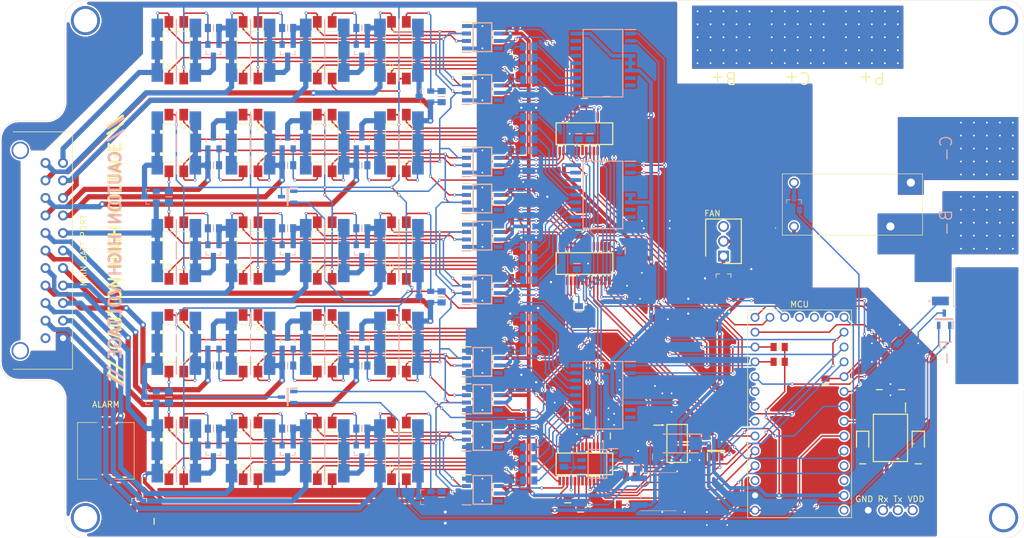
<source format=kicad_pcb>
(kicad_pcb (version 20171130) (host pcbnew "(5.1.5)-3")
  (layers (0 F.Cu signal) (31 B.Cu signal) (34 B.Paste user) (35 F.Paste user) (36 B.SilkS user) (37 F.SilkS user) (38 B.Mask user) (39 F.Mask user) (44 Edge.Cuts user))
  (net 0 "")
  (net 1 GNDREF)
  (net 2 /Control/5v)
  (net 3 /Discharge/CELL_19)
  (net 4 "Net-(M1-Pad1)")
  (net 5 /Discharge/CELL_18)
  (net 6 "Net-(M2-Pad1)")
  (net 7 /Discharge/CELL_17)
  (net 8 "Net-(M3-Pad1)")
  (net 9 /Discharge/CELL_16)
  (net 10 "Net-(M4-Pad1)")
  (net 11 /Discharge/CELL_15)
  (net 12 "Net-(M5-Pad1)")
  (net 13 /Discharge/CELL_14)
  (net 14 "Net-(M6-Pad1)")
  (net 15 /Discharge/CELL_13)
  (net 16 "Net-(M7-Pad1)")
  (net 17 /Discharge/CELL_12)
  (net 18 "Net-(M8-Pad1)")
  (net 19 /Discharge/CELL_11)
  (net 20 "Net-(M9-Pad1)")
  (net 21 /Discharge/CELL_10)
  (net 22 "Net-(M10-Pad1)")
  (net 23 /Discharge/CELL_9)
  (net 24 "Net-(M11-Pad1)")
  (net 25 /Discharge/CELL_8)
  (net 26 "Net-(M12-Pad1)")
  (net 27 /Discharge/CELL_7)
  (net 28 "Net-(M13-Pad1)")
  (net 29 /Discharge/CELL_6)
  (net 30 "Net-(M14-Pad1)")
  (net 31 /Discharge/CELL_5)
  (net 32 "Net-(M15-Pad1)")
  (net 33 "Net-(M16-Pad1)")
  (net 34 "Net-(M17-Pad1)")
  (net 35 /Discharge/CELL_2)
  (net 36 "Net-(M18-Pad1)")
  (net 37 /Discharge/CELL_1)
  (net 38 "Net-(M19-Pad1)")
  (net 39 "Net-(M20-Pad1)")
  (net 40 /Control/CS_1)
  (net 41 /Control/CS_2)
  (net 42 /Control/CS_3)
  (net 43 /Control/DRDY_1)
  (net 44 /Control/DRDY_2)
  (net 45 /Control/DRDY_3)
  (net 46 "Net-(MCU1-Pad12)")
  (net 47 /Control/MISO)
  (net 48 /Control/MOSI)
  (net 49 /Control/SCK)
  (net 50 /Control/TEMP2)
  (net 51 /Control/TEMP1)
  (net 52 "Net-(MCU1-Pad25)")
  (net 53 "Net-(MCU1-Pad26)")
  (net 54 /Control/3v3)
  (net 55 "Net-(MCU1-Pad28)")
  (net 56 /Control/RESET)
  (net 57 /Control/START)
  (net 58 "Net-(MCU1-Pad31)")
  (net 59 "Net-(MCU1-Pad32)")
  (net 60 /Discharge/CELL_20)
  (net 61 "Net-(O1-Pad1)")
  (net 62 "Net-(O2-Pad1)")
  (net 63 "Net-(O3-Pad1)")
  (net 64 "Net-(O4-Pad1)")
  (net 65 "Net-(O5-Pad1)")
  (net 66 "Net-(O6-Pad1)")
  (net 67 "Net-(O7-Pad1)")
  (net 68 "Net-(O8-Pad1)")
  (net 69 "Net-(O9-Pad1)")
  (net 70 "Net-(O10-Pad1)")
  (net 71 "Net-(O11-Pad1)")
  (net 72 "Net-(O12-Pad1)")
  (net 73 "Net-(O13-Pad1)")
  (net 74 "Net-(O14-Pad1)")
  (net 75 "Net-(O15-Pad1)")
  (net 76 "Net-(O16-Pad1)")
  (net 77 "Net-(O17-Pad1)")
  (net 78 "Net-(O18-Pad1)")
  (net 79 "Net-(O19-Pad1)")
  (net 80 "Net-(O20-Pad1)")
  (net 81 "Net-(PORT1-Pad22)")
  (net 82 /Control/D20)
  (net 83 /Control/D19)
  (net 84 /Control/D18)
  (net 85 /Control/D17)
  (net 86 /Control/D16)
  (net 87 /Control/D15)
  (net 88 /Control/D14)
  (net 89 /Control/D13)
  (net 90 /Control/D12)
  (net 91 /Control/D11)
  (net 92 /Control/D10)
  (net 93 /Control/D9)
  (net 94 /Control/D8)
  (net 95 /Control/D7)
  (net 96 /Control/D6)
  (net 97 /Control/D5)
  (net 98 /Control/D4)
  (net 99 /Control/D3)
  (net 100 /Control/D2)
  (net 101 /Control/D1)
  (net 102 "Net-(U2-Pad8)")
  (net 103 "Net-(U3-Pad8)")
  (net 104 "Net-(U4-Pad8)")
  (net 105 "Net-(U5-Pad8)")
  (net 106 "Net-(U6-Pad8)")
  (net 107 "Net-(U7-Pad8)")
  (net 108 "Net-(U8-Pad8)")
  (net 109 "Net-(U9-Pad8)")
  (net 110 "Net-(U10-Pad8)")
  (net 111 "Net-(U11-Pad8)")
  (net 112 "Net-(U12-Pad8)")
  (net 113 "Net-(U13-Pad8)")
  (net 114 "Net-(U14-Pad8)")
  (net 115 "Net-(U15-Pad8)")
  (net 116 "Net-(U16-Pad8)")
  (net 117 "Net-(U17-Pad8)")
  (net 118 "Net-(U18-Pad8)")
  (net 119 "Net-(U19-Pad8)")
  (net 120 "Net-(U20-Pad8)")
  (net 121 "Net-(MCU1-Pad33)")
  (net 122 "Net-(M1-Pad3)")
  (net 123 "Net-(M2-Pad3)")
  (net 124 "Net-(M3-Pad3)")
  (net 125 "Net-(M4-Pad3)")
  (net 126 "Net-(M5-Pad3)")
  (net 127 "Net-(M6-Pad3)")
  (net 128 "Net-(M7-Pad3)")
  (net 129 "Net-(M8-Pad3)")
  (net 130 "Net-(M9-Pad3)")
  (net 131 "Net-(M10-Pad3)")
  (net 132 "Net-(M11-Pad3)")
  (net 133 "Net-(M12-Pad3)")
  (net 134 "Net-(M13-Pad3)")
  (net 135 "Net-(M14-Pad3)")
  (net 136 "Net-(M15-Pad3)")
  (net 137 "Net-(M16-Pad3)")
  (net 138 "Net-(M17-Pad3)")
  (net 139 "Net-(M18-Pad3)")
  (net 140 "Net-(M19-Pad3)")
  (net 141 "Net-(M20-Pad3)")
  (net 142 V20)
  (net 143 V19)
  (net 144 V18)
  (net 145 V17)
  (net 146 V16)
  (net 147 V15)
  (net 148 V14)
  (net 149 V13)
  (net 150 V12)
  (net 151 V11)
  (net 152 V10)
  (net 153 V9)
  (net 154 V8)
  (net 155 V7)
  (net 156 V6)
  (net 157 V5)
  (net 158 V4)
  (net 159 V3)
  (net 160 V2)
  (net 161 V1)
  (net 162 9v)
  (net 163 /Control/SDA)
  (net 164 /Control/SCL)
  (net 165 "Net-(LS1-Pad2)")
  (net 166 /Control/CELL_3)
  (net 167 BUZ)
  (net 168 /Control/TEMP4)
  (net 169 /Control/TEMP3)
  (net 170 /Communication/RX)
  (net 171 /Communication/TX)
  (net 172 "Net-(O21-Pad4)")
  (net 173 "Net-(O21-Pad1)")
  (net 174 "Net-(J1-Pad3)")
  (net 175 "Net-(J1-Pad2)")
  (net 176 VREF)
  (net 177 "Net-(K1-Pad4)")
  (net 178 C-)
  (net 179 B-)
  (net 180 /Control/C_SIG)
  (net 181 /Control/P_SIG)
  (net 182 "Net-(P1-Pad1)")
  (net 183 P-)
  (net 184 "Net-(U31-Pad8)")
  (net 185 "Net-(U31-Pad7)")
  (net 186 "Net-(J2-Pad3)")
  (net 187 "Net-(J2-Pad1)")
  (net 188 /Control/FAN)
  (net 189 /Control/CELL_4)
  (net 190 "Net-(C14-Pad1)")
  (net 191 "Net-(C17-Pad1)")
  (net 192 "Net-(LED1-Pad2)")
  (net 193 "Net-(LED2-Pad2)")
  (net 194 "Net-(R102-Pad1)")
  (net 195 "Net-(R103-Pad1)")
  (net 196 "Net-(R104-Pad1)")
  (net 197 "Net-(R105-Pad1)")
  (net 198 "Net-(R106-Pad1)")
  (net 199 "Net-(R107-Pad1)")
  (net 200 "Net-(R108-Pad1)")
  (net 201 "Net-(R109-Pad1)")
  (net 202 "Net-(R110-Pad1)")
  (net 203 "Net-(R111-Pad1)")
  (net 204 "Net-(R112-Pad1)")
  (net 205 "Net-(R113-Pad1)")
  (net 206 "Net-(U1-Pad8)")
  (net 207 "Net-(U25-Pad17)")
  (net 208 "Net-(U25-Pad9)")
  (net 209 "Net-(U26-Pad9)")
  (net 210 "Net-(U27-Pad9)")
  (net 211 "Net-(U28-Pad8)")
  (net 212 "Net-(U28-Pad7)")
  (net 213 "Net-(U28-Pad5)")
  (net 214 "Net-(U28-Pad1)")
  (net 215 "Net-(U29-Pad17)")
  (net 216 "Net-(U29-Pad16)")
  (net 217 "Net-(U29-Pad15)")
  (net 218 "Net-(U29-Pad14)")
  (net 219 "Net-(U29-Pad8)")
  (net 220 "Net-(U29-Pad7)")
  (net 221 "Net-(U30-Pad8)")
  (net 222 "Net-(U30-Pad7)")
  (module Module:Adafruit_ItsyBitsy_M4 (layer F.Cu) (at 259.08 408.94)
    (fp_text reference MCU1 hide)
    (fp_text value ItsyBitzy_M4)
    (pad 33 thru_hole circle (at 5.08 -16.51) (size 1.524 1.524) (drill 1.016) (layers *.Cu *.Mask) (net 121 "Net-(MCU1-Pad33)"))
    (pad 1 thru_hole circle (at -7.62 -16.51) (size 1.524 1.524) (drill 1.016) (layers *.Cu *.Mask) (net 170 /Communication/RX))
    (pad 2 thru_hole circle (at -7.62 -13.97) (size 1.524 1.524) (drill 1.016) (layers *.Cu *.Mask) (net 171 /Communication/TX))
    (pad 3 thru_hole circle (at -7.62 -11.43) (size 1.524 1.524) (drill 1.016) (layers *.Cu *.Mask) (net 163 /Control/SDA))
    (pad 4 thru_hole circle (at -7.62 -8.89) (size 1.524 1.524) (drill 1.016) (layers *.Cu *.Mask) (net 164 /Control/SCL))
    (pad 5 thru_hole circle (at -7.62 -6.35) (size 1.524 1.524) (drill 1.016) (layers *.Cu *.Mask) (net 181 /Control/P_SIG))
    (pad 6 thru_hole circle (at -7.62 -3.81) (size 1.524 1.524) (drill 1.016) (layers *.Cu *.Mask) (net 45 /Control/DRDY_3))
    (pad 7 thru_hole circle (at -7.62 -1.27) (size 1.524 1.524) (drill 1.016) (layers *.Cu *.Mask) (net 42 /Control/CS_3))
    (pad 8 thru_hole circle (at -7.62 1.27) (size 1.524 1.524) (drill 1.016) (layers *.Cu *.Mask) (net 44 /Control/DRDY_2))
    (pad 9 thru_hole circle (at -7.62 3.81) (size 1.524 1.524) (drill 1.016) (layers *.Cu *.Mask) (net 41 /Control/CS_2))
    (pad 10 thru_hole circle (at -7.62 6.35) (size 1.524 1.524) (drill 1.016) (layers *.Cu *.Mask) (net 43 /Control/DRDY_1))
    (pad 11 thru_hole circle (at -7.62 8.89) (size 1.524 1.524) (drill 1.016) (layers *.Cu *.Mask) (net 167 BUZ))
    (pad 12 thru_hole circle (at -7.62 11.43) (size 1.524 1.524) (drill 1.016) (layers *.Cu *.Mask) (net 46 "Net-(MCU1-Pad12)"))
    (pad 13 thru_hole circle (at -7.62 13.97) (size 1.524 1.524) (drill 1.016) (layers *.Cu *.Mask) (net 1 GNDREF))
    (pad 14 thru_hole circle (at -7.62 16.51) (size 1.524 1.524) (drill 1.016) (layers *.Cu *.Mask) (net 2 /Control/5v))
    (pad 15 thru_hole circle (at 7.62 -16.51) (size 1.524 1.524) (drill 1.016) (layers *.Cu *.Mask) (net 40 /Control/CS_1))
    (pad 16 thru_hole circle (at 7.62 -13.97) (size 1.524 1.524) (drill 1.016) (layers *.Cu *.Mask) (net 47 /Control/MISO))
    (pad 17 thru_hole circle (at 7.62 -11.43) (size 1.524 1.524) (drill 1.016) (layers *.Cu *.Mask) (net 48 /Control/MOSI))
    (pad 18 thru_hole circle (at 7.62 -8.89) (size 1.524 1.524) (drill 1.016) (layers *.Cu *.Mask) (net 49 /Control/SCK))
    (pad 19 thru_hole circle (at 7.62 -6.35) (size 1.524 1.524) (drill 1.016) (layers *.Cu *.Mask) (net 188 /Control/FAN))
    (pad 20 thru_hole circle (at 7.62 -3.81) (size 1.524 1.524) (drill 1.016) (layers *.Cu *.Mask) (net 180 /Control/C_SIG))
    (pad 21 thru_hole circle (at 7.62 -1.27) (size 1.524 1.524) (drill 1.016) (layers *.Cu *.Mask) (net 168 /Control/TEMP4))
    (pad 22 thru_hole circle (at 7.62 1.27) (size 1.524 1.524) (drill 1.016) (layers *.Cu *.Mask) (net 169 /Control/TEMP3))
    (pad 23 thru_hole circle (at 7.62 3.81) (size 1.524 1.524) (drill 1.016) (layers *.Cu *.Mask) (net 50 /Control/TEMP2))
    (pad 24 thru_hole circle (at 7.62 6.35) (size 1.524 1.524) (drill 1.016) (layers *.Cu *.Mask) (net 51 /Control/TEMP1))
    (pad 25 thru_hole circle (at 7.62 8.89) (size 1.524 1.524) (drill 1.016) (layers *.Cu *.Mask) (net 52 "Net-(MCU1-Pad25)"))
    (pad 26 thru_hole circle (at 7.62 11.43) (size 1.524 1.524) (drill 1.016) (layers *.Cu *.Mask) (net 53 "Net-(MCU1-Pad26)"))
    (pad 27 thru_hole circle (at 7.62 13.97) (size 1.524 1.524) (drill 1.016) (layers *.Cu *.Mask) (net 54 /Control/3v3))
    (pad 28 thru_hole circle (at 7.62 16.51) (size 1.524 1.524) (drill 1.016) (layers *.Cu *.Mask) (net 55 "Net-(MCU1-Pad28)"))
    (pad 29 thru_hole circle (at -5.08 -16.51) (size 1.524 1.524) (drill 1.016) (layers *.Cu *.Mask) (net 56 /Control/RESET))
    (pad 30 thru_hole circle (at -2.54 -16.51) (size 1.524 1.524) (drill 1.016) (layers *.Cu *.Mask) (net 57 /Control/START))
    (pad 31 thru_hole circle (at 0 -16.51) (size 1.524 1.524) (drill 1.016) (layers *.Cu *.Mask) (net 58 "Net-(MCU1-Pad31)"))
    (pad 32 thru_hole circle (at 2.54 -16.51) (size 1.524 1.524) (drill 1.016) (layers *.Cu *.Mask) (net 59 "Net-(MCU1-Pad32)"))
  )
  (module SamacSys_Parts:SOIC127P1030X265-18N (layer B.Cu) (at 225.425 405.765 180)
    (fp_text reference U31 hide)
    (fp_text value MCP23008-E_SO hide)
    (pad 18 smd rect (at 4.675 5.08 90) (size 0.65 1.85) (layers B.Cu B.Paste B.Mask) (net 54 /Control/3v3))
    (pad 17 smd rect (at 4.675 3.81 90) (size 0.65 1.85) (layers B.Cu B.Paste B.Mask) (net 94 /Control/D8))
    (pad 16 smd rect (at 4.675 2.54 90) (size 0.65 1.85) (layers B.Cu B.Paste B.Mask) (net 95 /Control/D7))
    (pad 15 smd rect (at 4.675 1.27 90) (size 0.65 1.85) (layers B.Cu B.Paste B.Mask) (net 96 /Control/D6))
    (pad 14 smd rect (at 4.675 0 90) (size 0.65 1.85) (layers B.Cu B.Paste B.Mask) (net 97 /Control/D5))
    (pad 13 smd rect (at 4.675 -1.27 90) (size 0.65 1.85) (layers B.Cu B.Paste B.Mask) (net 98 /Control/D4))
    (pad 12 smd rect (at 4.675 -2.54 90) (size 0.65 1.85) (layers B.Cu B.Paste B.Mask) (net 99 /Control/D3))
    (pad 11 smd rect (at 4.675 -3.81 90) (size 0.65 1.85) (layers B.Cu B.Paste B.Mask) (net 100 /Control/D2))
    (pad 10 smd rect (at 4.675 -5.08 90) (size 0.65 1.85) (layers B.Cu B.Paste B.Mask) (net 101 /Control/D1))
    (pad 9 smd rect (at -4.675 -5.08 90) (size 0.65 1.85) (layers B.Cu B.Paste B.Mask) (net 1 GNDREF))
    (pad 8 smd rect (at -4.675 -3.81 90) (size 0.65 1.85) (layers B.Cu B.Paste B.Mask) (net 184 "Net-(U31-Pad8)"))
    (pad 7 smd rect (at -4.675 -2.54 90) (size 0.65 1.85) (layers B.Cu B.Paste B.Mask) (net 185 "Net-(U31-Pad7)"))
    (pad 6 smd rect (at -4.675 -1.27 90) (size 0.65 1.85) (layers B.Cu B.Paste B.Mask) (net 54 /Control/3v3))
    (pad 5 smd rect (at -4.675 0 90) (size 0.65 1.85) (layers B.Cu B.Paste B.Mask) (net 1 GNDREF))
    (pad 4 smd rect (at -4.675 1.27 90) (size 0.65 1.85) (layers B.Cu B.Paste B.Mask) (net 1 GNDREF))
    (pad 3 smd rect (at -4.675 2.54 90) (size 0.65 1.85) (layers B.Cu B.Paste B.Mask) (net 1 GNDREF))
    (pad 2 smd rect (at -4.675 3.81 90) (size 0.65 1.85) (layers B.Cu B.Paste B.Mask) (net 163 /Control/SDA))
    (pad 1 smd rect (at -4.675 5.08 90) (size 0.65 1.85) (layers B.Cu B.Paste B.Mask) (net 164 /Control/SCL))
  )
  (module SamacSys_Parts:SOIC127P1030X265-18N (layer B.Cu) (at 225.425 371.475 180)
    (fp_text reference U30 hide)
    (fp_text value MCP23008-E_SO hide)
    (pad 18 smd rect (at 4.675 5.08 90) (size 0.65 1.85) (layers B.Cu B.Paste B.Mask) (net 54 /Control/3v3))
    (pad 17 smd rect (at 4.675 3.81 90) (size 0.65 1.85) (layers B.Cu B.Paste B.Mask) (net 86 /Control/D16))
    (pad 16 smd rect (at 4.675 2.54 90) (size 0.65 1.85) (layers B.Cu B.Paste B.Mask) (net 87 /Control/D15))
    (pad 15 smd rect (at 4.675 1.27 90) (size 0.65 1.85) (layers B.Cu B.Paste B.Mask) (net 88 /Control/D14))
    (pad 14 smd rect (at 4.675 0 90) (size 0.65 1.85) (layers B.Cu B.Paste B.Mask) (net 89 /Control/D13))
    (pad 13 smd rect (at 4.675 -1.27 90) (size 0.65 1.85) (layers B.Cu B.Paste B.Mask) (net 90 /Control/D12))
    (pad 12 smd rect (at 4.675 -2.54 90) (size 0.65 1.85) (layers B.Cu B.Paste B.Mask) (net 91 /Control/D11))
    (pad 11 smd rect (at 4.675 -3.81 90) (size 0.65 1.85) (layers B.Cu B.Paste B.Mask) (net 92 /Control/D10))
    (pad 10 smd rect (at 4.675 -5.08 90) (size 0.65 1.85) (layers B.Cu B.Paste B.Mask) (net 93 /Control/D9))
    (pad 9 smd rect (at -4.675 -5.08 90) (size 0.65 1.85) (layers B.Cu B.Paste B.Mask) (net 1 GNDREF))
    (pad 8 smd rect (at -4.675 -3.81 90) (size 0.65 1.85) (layers B.Cu B.Paste B.Mask) (net 221 "Net-(U30-Pad8)"))
    (pad 7 smd rect (at -4.675 -2.54 90) (size 0.65 1.85) (layers B.Cu B.Paste B.Mask) (net 222 "Net-(U30-Pad7)"))
    (pad 6 smd rect (at -4.675 -1.27 90) (size 0.65 1.85) (layers B.Cu B.Paste B.Mask) (net 54 /Control/3v3))
    (pad 5 smd rect (at -4.675 0 90) (size 0.65 1.85) (layers B.Cu B.Paste B.Mask) (net 54 /Control/3v3))
    (pad 4 smd rect (at -4.675 1.27 90) (size 0.65 1.85) (layers B.Cu B.Paste B.Mask) (net 1 GNDREF))
    (pad 3 smd rect (at -4.675 2.54 90) (size 0.65 1.85) (layers B.Cu B.Paste B.Mask) (net 1 GNDREF))
    (pad 2 smd rect (at -4.675 3.81 90) (size 0.65 1.85) (layers B.Cu B.Paste B.Mask) (net 163 /Control/SDA))
    (pad 1 smd rect (at -4.675 5.08 90) (size 0.65 1.85) (layers B.Cu B.Paste B.Mask) (net 164 /Control/SCL))
  )
  (module SamacSys_Parts:SOIC127P1030X265-18N (layer B.Cu) (at 225.425 348.9325 180)
    (fp_text reference U29 hide)
    (fp_text value MCP23008-E_SO hide)
    (pad 18 smd rect (at 4.675 5.08 90) (size 0.65 1.85) (layers B.Cu B.Paste B.Mask) (net 54 /Control/3v3))
    (pad 17 smd rect (at 4.675 3.81 90) (size 0.65 1.85) (layers B.Cu B.Paste B.Mask) (net 215 "Net-(U29-Pad17)"))
    (pad 16 smd rect (at 4.675 2.54 90) (size 0.65 1.85) (layers B.Cu B.Paste B.Mask) (net 216 "Net-(U29-Pad16)"))
    (pad 15 smd rect (at 4.675 1.27 90) (size 0.65 1.85) (layers B.Cu B.Paste B.Mask) (net 217 "Net-(U29-Pad15)"))
    (pad 14 smd rect (at 4.675 0 90) (size 0.65 1.85) (layers B.Cu B.Paste B.Mask) (net 218 "Net-(U29-Pad14)"))
    (pad 13 smd rect (at 4.675 -1.27 90) (size 0.65 1.85) (layers B.Cu B.Paste B.Mask) (net 82 /Control/D20))
    (pad 12 smd rect (at 4.675 -2.54 90) (size 0.65 1.85) (layers B.Cu B.Paste B.Mask) (net 83 /Control/D19))
    (pad 11 smd rect (at 4.675 -3.81 90) (size 0.65 1.85) (layers B.Cu B.Paste B.Mask) (net 84 /Control/D18))
    (pad 10 smd rect (at 4.675 -5.08 90) (size 0.65 1.85) (layers B.Cu B.Paste B.Mask) (net 85 /Control/D17))
    (pad 9 smd rect (at -4.675 -5.08 90) (size 0.65 1.85) (layers B.Cu B.Paste B.Mask) (net 1 GNDREF))
    (pad 8 smd rect (at -4.675 -3.81 90) (size 0.65 1.85) (layers B.Cu B.Paste B.Mask) (net 219 "Net-(U29-Pad8)"))
    (pad 7 smd rect (at -4.675 -2.54 90) (size 0.65 1.85) (layers B.Cu B.Paste B.Mask) (net 220 "Net-(U29-Pad7)"))
    (pad 6 smd rect (at -4.675 -1.27 90) (size 0.65 1.85) (layers B.Cu B.Paste B.Mask) (net 54 /Control/3v3))
    (pad 5 smd rect (at -4.675 0 90) (size 0.65 1.85) (layers B.Cu B.Paste B.Mask) (net 54 /Control/3v3))
    (pad 4 smd rect (at -4.675 1.27 90) (size 0.65 1.85) (layers B.Cu B.Paste B.Mask) (net 54 /Control/3v3))
    (pad 3 smd rect (at -4.675 2.54 90) (size 0.65 1.85) (layers B.Cu B.Paste B.Mask) (net 1 GNDREF))
    (pad 2 smd rect (at -4.675 3.81 90) (size 0.65 1.85) (layers B.Cu B.Paste B.Mask) (net 163 /Control/SDA))
    (pad 1 smd rect (at -4.675 5.08 90) (size 0.65 1.85) (layers B.Cu B.Paste B.Mask) (net 164 /Control/SCL))
  )
  (module SamacSys_Parts:SOIC127P600X175-8N (layer B.Cu) (at 224.4725 417.5125 180)
    (fp_text reference U28 hide)
    (fp_text value MAX6225ACSA+ hide)
    (pad 8 smd rect (at 2.712 1.905 90) (size 0.65 1.525) (layers B.Cu B.Paste B.Mask) (net 211 "Net-(U28-Pad8)"))
    (pad 7 smd rect (at 2.712 0.635 90) (size 0.65 1.525) (layers B.Cu B.Paste B.Mask) (net 212 "Net-(U28-Pad7)"))
    (pad 6 smd rect (at 2.712 -0.635 90) (size 0.65 1.525) (layers B.Cu B.Paste B.Mask) (net 176 VREF))
    (pad 5 smd rect (at 2.712 -1.905 90) (size 0.65 1.525) (layers B.Cu B.Paste B.Mask) (net 213 "Net-(U28-Pad5)"))
    (pad 4 smd rect (at -2.712 -1.905 90) (size 0.65 1.525) (layers B.Cu B.Paste B.Mask) (net 1 GNDREF))
    (pad 3 smd rect (at -2.712 -0.635 90) (size 0.65 1.525) (layers B.Cu B.Paste B.Mask) (net 190 "Net-(C14-Pad1)"))
    (pad 2 smd rect (at -2.712 0.635 90) (size 0.65 1.525) (layers B.Cu B.Paste B.Mask) (net 162 9v))
    (pad 1 smd rect (at -2.712 1.905 90) (size 0.65 1.525) (layers B.Cu B.Paste B.Mask) (net 214 "Net-(U28-Pad1)"))
  )
  (module SamacSys_Parts:SOP65P640X120-28N (layer F.Cu) (at 222.25 417.5125 270)
    (fp_text reference U27 hide)
    (fp_text value ADS1248IPWR hide)
    (pad 28 smd rect (at 2.938 -4.225) (size 0.45 1.475) (layers F.Cu F.Paste F.Mask) (net 49 /Control/SCK))
    (pad 27 smd rect (at 2.938 -3.575) (size 0.45 1.475) (layers F.Cu F.Paste F.Mask) (net 48 /Control/MOSI))
    (pad 26 smd rect (at 2.938 -2.925) (size 0.45 1.475) (layers F.Cu F.Paste F.Mask) (net 47 /Control/MISO))
    (pad 25 smd rect (at 2.938 -2.275) (size 0.45 1.475) (layers F.Cu F.Paste F.Mask) (net 43 /Control/DRDY_1))
    (pad 24 smd rect (at 2.938 -1.625) (size 0.45 1.475) (layers F.Cu F.Paste F.Mask) (net 40 /Control/CS_1))
    (pad 23 smd rect (at 2.938 -0.975) (size 0.45 1.475) (layers F.Cu F.Paste F.Mask) (net 57 /Control/START))
    (pad 22 smd rect (at 2.938 -0.325) (size 0.45 1.475) (layers F.Cu F.Paste F.Mask) (net 2 /Control/5v))
    (pad 21 smd rect (at 2.938 0.325) (size 0.45 1.475) (layers F.Cu F.Paste F.Mask) (net 1 GNDREF))
    (pad 20 smd rect (at 2.938 0.975) (size 0.45 1.475) (layers F.Cu F.Paste F.Mask) (net 204 "Net-(R112-Pad1)"))
    (pad 19 smd rect (at 2.938 1.625) (size 0.45 1.475) (layers F.Cu F.Paste F.Mask) (net 205 "Net-(R113-Pad1)"))
    (pad 18 smd rect (at 2.938 2.275) (size 0.45 1.475) (layers F.Cu F.Paste F.Mask) (net 176 VREF))
    (pad 17 smd rect (at 2.938 2.925) (size 0.45 1.475) (layers F.Cu F.Paste F.Mask) (net 158 V4))
    (pad 16 smd rect (at 2.938 3.575) (size 0.45 1.475) (layers F.Cu F.Paste F.Mask) (net 161 V1))
    (pad 15 smd rect (at 2.938 4.225) (size 0.45 1.475) (layers F.Cu F.Paste F.Mask) (net 160 V2))
    (pad 14 smd rect (at -2.938 4.225) (size 0.45 1.475) (layers F.Cu F.Paste F.Mask) (net 159 V3))
    (pad 13 smd rect (at -2.938 3.575) (size 0.45 1.475) (layers F.Cu F.Paste F.Mask) (net 156 V6))
    (pad 12 smd rect (at -2.938 2.925) (size 0.45 1.475) (layers F.Cu F.Paste F.Mask) (net 157 V5))
    (pad 11 smd rect (at -2.938 2.275) (size 0.45 1.475) (layers F.Cu F.Paste F.Mask) (net 155 V7))
    (pad 10 smd rect (at -2.938 1.625) (size 0.45 1.475) (layers F.Cu F.Paste F.Mask) (net 1 GNDREF))
    (pad 9 smd rect (at -2.938 0.975) (size 0.45 1.475) (layers F.Cu F.Paste F.Mask) (net 210 "Net-(U27-Pad9)"))
    (pad 8 smd rect (at -2.938 0.325) (size 0.45 1.475) (layers F.Cu F.Paste F.Mask) (net 1 GNDREF))
    (pad 7 smd rect (at -2.938 -0.325) (size 0.45 1.475) (layers F.Cu F.Paste F.Mask) (net 199 "Net-(R107-Pad1)"))
    (pad 6 smd rect (at -2.938 -0.975) (size 0.45 1.475) (layers F.Cu F.Paste F.Mask) (net 1 GNDREF))
    (pad 5 smd rect (at -2.938 -1.625) (size 0.45 1.475) (layers F.Cu F.Paste F.Mask) (net 176 VREF))
    (pad 4 smd rect (at -2.938 -2.275) (size 0.45 1.475) (layers F.Cu F.Paste F.Mask) (net 56 /Control/RESET))
    (pad 3 smd rect (at -2.938 -2.925) (size 0.45 1.475) (layers F.Cu F.Paste F.Mask) (net 198 "Net-(R106-Pad1)"))
    (pad 2 smd rect (at -2.938 -3.575) (size 0.45 1.475) (layers F.Cu F.Paste F.Mask) (net 1 GNDREF))
    (pad 1 smd rect (at -2.938 -4.225) (size 0.45 1.475) (layers F.Cu F.Paste F.Mask) (net 54 /Control/3v3))
  )
  (module SamacSys_Parts:SOP65P640X120-28N (layer F.Cu) (at 222.25 383.2225 270)
    (fp_text reference U26 hide)
    (fp_text value ADS1248IPWR hide)
    (pad 28 smd rect (at 2.938 -4.225) (size 0.45 1.475) (layers F.Cu F.Paste F.Mask) (net 49 /Control/SCK))
    (pad 27 smd rect (at 2.938 -3.575) (size 0.45 1.475) (layers F.Cu F.Paste F.Mask) (net 48 /Control/MOSI))
    (pad 26 smd rect (at 2.938 -2.925) (size 0.45 1.475) (layers F.Cu F.Paste F.Mask) (net 47 /Control/MISO))
    (pad 25 smd rect (at 2.938 -2.275) (size 0.45 1.475) (layers F.Cu F.Paste F.Mask) (net 44 /Control/DRDY_2))
    (pad 24 smd rect (at 2.938 -1.625) (size 0.45 1.475) (layers F.Cu F.Paste F.Mask) (net 41 /Control/CS_2))
    (pad 23 smd rect (at 2.938 -0.975) (size 0.45 1.475) (layers F.Cu F.Paste F.Mask) (net 57 /Control/START))
    (pad 22 smd rect (at 2.938 -0.325) (size 0.45 1.475) (layers F.Cu F.Paste F.Mask) (net 2 /Control/5v))
    (pad 21 smd rect (at 2.938 0.325) (size 0.45 1.475) (layers F.Cu F.Paste F.Mask) (net 1 GNDREF))
    (pad 20 smd rect (at 2.938 0.975) (size 0.45 1.475) (layers F.Cu F.Paste F.Mask) (net 202 "Net-(R110-Pad1)"))
    (pad 19 smd rect (at 2.938 1.625) (size 0.45 1.475) (layers F.Cu F.Paste F.Mask) (net 203 "Net-(R111-Pad1)"))
    (pad 18 smd rect (at 2.938 2.275) (size 0.45 1.475) (layers F.Cu F.Paste F.Mask) (net 176 VREF))
    (pad 17 smd rect (at 2.938 2.925) (size 0.45 1.475) (layers F.Cu F.Paste F.Mask) (net 154 V8))
    (pad 16 smd rect (at 2.938 3.575) (size 0.45 1.475) (layers F.Cu F.Paste F.Mask) (net 150 V12))
    (pad 15 smd rect (at 2.938 4.225) (size 0.45 1.475) (layers F.Cu F.Paste F.Mask) (net 153 V9))
    (pad 14 smd rect (at -2.938 4.225) (size 0.45 1.475) (layers F.Cu F.Paste F.Mask) (net 152 V10))
    (pad 13 smd rect (at -2.938 3.575) (size 0.45 1.475) (layers F.Cu F.Paste F.Mask) (net 151 V11))
    (pad 12 smd rect (at -2.938 2.925) (size 0.45 1.475) (layers F.Cu F.Paste F.Mask) (net 148 V14))
    (pad 11 smd rect (at -2.938 2.275) (size 0.45 1.475) (layers F.Cu F.Paste F.Mask) (net 149 V13))
    (pad 10 smd rect (at -2.938 1.625) (size 0.45 1.475) (layers F.Cu F.Paste F.Mask) (net 1 GNDREF))
    (pad 9 smd rect (at -2.938 0.975) (size 0.45 1.475) (layers F.Cu F.Paste F.Mask) (net 209 "Net-(U26-Pad9)"))
    (pad 8 smd rect (at -2.938 0.325) (size 0.45 1.475) (layers F.Cu F.Paste F.Mask) (net 1 GNDREF))
    (pad 7 smd rect (at -2.938 -0.325) (size 0.45 1.475) (layers F.Cu F.Paste F.Mask) (net 197 "Net-(R105-Pad1)"))
    (pad 6 smd rect (at -2.938 -0.975) (size 0.45 1.475) (layers F.Cu F.Paste F.Mask) (net 1 GNDREF))
    (pad 5 smd rect (at -2.938 -1.625) (size 0.45 1.475) (layers F.Cu F.Paste F.Mask) (net 176 VREF))
    (pad 4 smd rect (at -2.938 -2.275) (size 0.45 1.475) (layers F.Cu F.Paste F.Mask) (net 56 /Control/RESET))
    (pad 3 smd rect (at -2.938 -2.925) (size 0.45 1.475) (layers F.Cu F.Paste F.Mask) (net 196 "Net-(R104-Pad1)"))
    (pad 2 smd rect (at -2.938 -3.575) (size 0.45 1.475) (layers F.Cu F.Paste F.Mask) (net 1 GNDREF))
    (pad 1 smd rect (at -2.938 -4.225) (size 0.45 1.475) (layers F.Cu F.Paste F.Mask) (net 54 /Control/3v3))
  )
  (module SamacSys_Parts:SOP65P640X120-28N (layer F.Cu) (at 222.25 360.9975 270)
    (fp_text reference U25 hide)
    (fp_text value ADS1248IPWR hide)
    (pad 28 smd rect (at 2.938 -4.225) (size 0.45 1.475) (layers F.Cu F.Paste F.Mask) (net 49 /Control/SCK))
    (pad 27 smd rect (at 2.938 -3.575) (size 0.45 1.475) (layers F.Cu F.Paste F.Mask) (net 48 /Control/MOSI))
    (pad 26 smd rect (at 2.938 -2.925) (size 0.45 1.475) (layers F.Cu F.Paste F.Mask) (net 47 /Control/MISO))
    (pad 25 smd rect (at 2.938 -2.275) (size 0.45 1.475) (layers F.Cu F.Paste F.Mask) (net 45 /Control/DRDY_3))
    (pad 24 smd rect (at 2.938 -1.625) (size 0.45 1.475) (layers F.Cu F.Paste F.Mask) (net 42 /Control/CS_3))
    (pad 23 smd rect (at 2.938 -0.975) (size 0.45 1.475) (layers F.Cu F.Paste F.Mask) (net 57 /Control/START))
    (pad 22 smd rect (at 2.938 -0.325) (size 0.45 1.475) (layers F.Cu F.Paste F.Mask) (net 2 /Control/5v))
    (pad 21 smd rect (at 2.938 0.325) (size 0.45 1.475) (layers F.Cu F.Paste F.Mask) (net 1 GNDREF))
    (pad 20 smd rect (at 2.938 0.975) (size 0.45 1.475) (layers F.Cu F.Paste F.Mask) (net 200 "Net-(R108-Pad1)"))
    (pad 19 smd rect (at 2.938 1.625) (size 0.45 1.475) (layers F.Cu F.Paste F.Mask) (net 201 "Net-(R109-Pad1)"))
    (pad 18 smd rect (at 2.938 2.275) (size 0.45 1.475) (layers F.Cu F.Paste F.Mask) (net 176 VREF))
    (pad 17 smd rect (at 2.938 2.925) (size 0.45 1.475) (layers F.Cu F.Paste F.Mask) (net 207 "Net-(U25-Pad17)"))
    (pad 16 smd rect (at 2.938 3.575) (size 0.45 1.475) (layers F.Cu F.Paste F.Mask) (net 147 V15))
    (pad 15 smd rect (at 2.938 4.225) (size 0.45 1.475) (layers F.Cu F.Paste F.Mask) (net 146 V16))
    (pad 14 smd rect (at -2.938 4.225) (size 0.45 1.475) (layers F.Cu F.Paste F.Mask) (net 142 V20))
    (pad 13 smd rect (at -2.938 3.575) (size 0.45 1.475) (layers F.Cu F.Paste F.Mask) (net 145 V17))
    (pad 12 smd rect (at -2.938 2.925) (size 0.45 1.475) (layers F.Cu F.Paste F.Mask) (net 144 V18))
    (pad 11 smd rect (at -2.938 2.275) (size 0.45 1.475) (layers F.Cu F.Paste F.Mask) (net 143 V19))
    (pad 10 smd rect (at -2.938 1.625) (size 0.45 1.475) (layers F.Cu F.Paste F.Mask) (net 1 GNDREF))
    (pad 9 smd rect (at -2.938 0.975) (size 0.45 1.475) (layers F.Cu F.Paste F.Mask) (net 208 "Net-(U25-Pad9)"))
    (pad 8 smd rect (at -2.938 0.325) (size 0.45 1.475) (layers F.Cu F.Paste F.Mask) (net 1 GNDREF))
    (pad 7 smd rect (at -2.938 -0.325) (size 0.45 1.475) (layers F.Cu F.Paste F.Mask) (net 195 "Net-(R103-Pad1)"))
    (pad 6 smd rect (at -2.938 -0.975) (size 0.45 1.475) (layers F.Cu F.Paste F.Mask) (net 1 GNDREF))
    (pad 5 smd rect (at -2.938 -1.625) (size 0.45 1.475) (layers F.Cu F.Paste F.Mask) (net 176 VREF))
    (pad 4 smd rect (at -2.938 -2.275) (size 0.45 1.475) (layers F.Cu F.Paste F.Mask) (net 56 /Control/RESET))
    (pad 3 smd rect (at -2.938 -2.925) (size 0.45 1.475) (layers F.Cu F.Paste F.Mask) (net 194 "Net-(R102-Pad1)"))
    (pad 2 smd rect (at -2.938 -3.575) (size 0.45 1.475) (layers F.Cu F.Paste F.Mask) (net 1 GNDREF))
    (pad 1 smd rect (at -2.938 -4.225) (size 0.45 1.475) (layers F.Cu F.Paste F.Mask) (net 54 /Control/3v3))
  )
  (module SamacSys_Parts:SOT95P237X112-3N (layer F.Cu) (at 244.7925 415.29)
    (fp_text reference U24 hide)
    (fp_text value TMP235AEDBZTQ1 hide)
    (pad 3 smd rect (at 0 -1.05 180) (size 0.6 1.25) (layers F.Cu F.Paste F.Mask) (net 1 GNDREF))
    (pad 2 smd rect (at 0.95 1.05 180) (size 0.6 1.25) (layers F.Cu F.Paste F.Mask) (net 168 /Control/TEMP4))
    (pad 1 smd rect (at -0.95 1.05 180) (size 0.6 1.25) (layers F.Cu F.Paste F.Mask) (net 2 /Control/5v))
  )
  (module SamacSys_Parts:SOT95P237X112-3N (layer B.Cu) (at 283.845 392.7475 180)
    (fp_text reference U23 hide)
    (fp_text value TMP235AEDBZTQ1 hide)
    (pad 3 smd rect (at 0 1.05) (size 0.6 1.25) (layers B.Cu B.Paste B.Mask) (net 1 GNDREF))
    (pad 2 smd rect (at 0.95 -1.05) (size 0.6 1.25) (layers B.Cu B.Paste B.Mask) (net 169 /Control/TEMP3))
    (pad 1 smd rect (at -0.95 -1.05) (size 0.6 1.25) (layers B.Cu B.Paste B.Mask) (net 2 /Control/5v))
  )
  (module SamacSys_Parts:SOT95P237X112-3N (layer B.Cu) (at 171.45 406.0825 270)
    (fp_text reference U22 hide)
    (fp_text value TMP235AEDBZTQ1 hide)
    (pad 3 smd rect (at 0 1.05 90) (size 0.6 1.25) (layers B.Cu B.Paste B.Mask) (net 1 GNDREF))
    (pad 2 smd rect (at 0.95 -1.05 90) (size 0.6 1.25) (layers B.Cu B.Paste B.Mask) (net 50 /Control/TEMP2))
    (pad 1 smd rect (at -0.95 -1.05 90) (size 0.6 1.25) (layers B.Cu B.Paste B.Mask) (net 2 /Control/5v))
  )
  (module SamacSys_Parts:SOT95P237X112-3N (layer B.Cu) (at 171.45 371.7925 270)
    (fp_text reference U21 hide)
    (fp_text value TMP235AEDBZTQ1 hide)
    (pad 3 smd rect (at 0 1.05 90) (size 0.6 1.25) (layers B.Cu B.Paste B.Mask) (net 1 GNDREF))
    (pad 2 smd rect (at 0.95 -1.05 90) (size 0.6 1.25) (layers B.Cu B.Paste B.Mask) (net 51 /Control/TEMP1))
    (pad 1 smd rect (at -0.95 -1.05 90) (size 0.6 1.25) (layers B.Cu B.Paste B.Mask) (net 2 /Control/5v))
  )
  (module SamacSys_Parts:SOIC127P600X175-8N (layer B.Cu) (at 204.7875 421.9575)
    (fp_text reference U20 hide)
    (fp_text value INA149AID hide)
    (pad 8 smd rect (at 2.712 1.905 270) (size 0.65 1.525) (layers B.Cu B.Paste B.Mask) (net 120 "Net-(U20-Pad8)"))
    (pad 7 smd rect (at 2.712 0.635 270) (size 0.65 1.525) (layers B.Cu B.Paste B.Mask) (net 162 9v))
    (pad 6 smd rect (at 2.712 -0.635 270) (size 0.65 1.525) (layers B.Cu B.Paste B.Mask) (net 161 V1))
    (pad 5 smd rect (at 2.712 -1.905 270) (size 0.65 1.525) (layers B.Cu B.Paste B.Mask) (net 1 GNDREF))
    (pad 4 smd rect (at -2.712 -1.905 270) (size 0.65 1.525) (layers B.Cu B.Paste B.Mask) (net 1 GNDREF))
    (pad 3 smd rect (at -2.712 -0.635 270) (size 0.65 1.525) (layers B.Cu B.Paste B.Mask) (net 37 /Discharge/CELL_1))
    (pad 2 smd rect (at -2.712 0.635 270) (size 0.65 1.525) (layers B.Cu B.Paste B.Mask) (net 1 GNDREF))
    (pad 1 smd rect (at -2.712 1.905 270) (size 0.65 1.525) (layers B.Cu B.Paste B.Mask) (net 1 GNDREF))
  )
  (module SamacSys_Parts:SOIC127P600X175-8N (layer F.Cu) (at 204.7875 412.75)
    (fp_text reference U19 hide)
    (fp_text value INA149AID hide)
    (pad 8 smd rect (at 2.712 -1.905 90) (size 0.65 1.525) (layers F.Cu F.Paste F.Mask) (net 119 "Net-(U19-Pad8)"))
    (pad 7 smd rect (at 2.712 -0.635 90) (size 0.65 1.525) (layers F.Cu F.Paste F.Mask) (net 162 9v))
    (pad 6 smd rect (at 2.712 0.635 90) (size 0.65 1.525) (layers F.Cu F.Paste F.Mask) (net 160 V2))
    (pad 5 smd rect (at 2.712 1.905 90) (size 0.65 1.525) (layers F.Cu F.Paste F.Mask) (net 1 GNDREF))
    (pad 4 smd rect (at -2.712 1.905 90) (size 0.65 1.525) (layers F.Cu F.Paste F.Mask) (net 1 GNDREF))
    (pad 3 smd rect (at -2.712 0.635 90) (size 0.65 1.525) (layers F.Cu F.Paste F.Mask) (net 35 /Discharge/CELL_2))
    (pad 2 smd rect (at -2.712 -0.635 90) (size 0.65 1.525) (layers F.Cu F.Paste F.Mask) (net 37 /Discharge/CELL_1))
    (pad 1 smd rect (at -2.712 -1.905 90) (size 0.65 1.525) (layers F.Cu F.Paste F.Mask) (net 1 GNDREF))
  )
  (module SamacSys_Parts:SOIC127P600X175-8N (layer B.Cu) (at 204.7875 412.75)
    (fp_text reference U18 hide)
    (fp_text value INA149AID hide)
    (pad 8 smd rect (at 2.712 1.905 270) (size 0.65 1.525) (layers B.Cu B.Paste B.Mask) (net 118 "Net-(U18-Pad8)"))
    (pad 7 smd rect (at 2.712 0.635 270) (size 0.65 1.525) (layers B.Cu B.Paste B.Mask) (net 162 9v))
    (pad 6 smd rect (at 2.712 -0.635 270) (size 0.65 1.525) (layers B.Cu B.Paste B.Mask) (net 159 V3))
    (pad 5 smd rect (at 2.712 -1.905 270) (size 0.65 1.525) (layers B.Cu B.Paste B.Mask) (net 1 GNDREF))
    (pad 4 smd rect (at -2.712 -1.905 270) (size 0.65 1.525) (layers B.Cu B.Paste B.Mask) (net 1 GNDREF))
    (pad 3 smd rect (at -2.712 -0.635 270) (size 0.65 1.525) (layers B.Cu B.Paste B.Mask) (net 166 /Control/CELL_3))
    (pad 2 smd rect (at -2.712 0.635 270) (size 0.65 1.525) (layers B.Cu B.Paste B.Mask) (net 35 /Discharge/CELL_2))
    (pad 1 smd rect (at -2.712 1.905 270) (size 0.65 1.525) (layers B.Cu B.Paste B.Mask) (net 1 GNDREF))
  )
  (module SamacSys_Parts:SOIC127P600X175-8N (layer F.Cu) (at 204.7875 421.9575)
    (fp_text reference U17 hide)
    (fp_text value INA149AID hide)
    (pad 8 smd rect (at 2.712 -1.905 90) (size 0.65 1.525) (layers F.Cu F.Paste F.Mask) (net 117 "Net-(U17-Pad8)"))
    (pad 7 smd rect (at 2.712 -0.635 90) (size 0.65 1.525) (layers F.Cu F.Paste F.Mask) (net 162 9v))
    (pad 6 smd rect (at 2.712 0.635 90) (size 0.65 1.525) (layers F.Cu F.Paste F.Mask) (net 158 V4))
    (pad 5 smd rect (at 2.712 1.905 90) (size 0.65 1.525) (layers F.Cu F.Paste F.Mask) (net 1 GNDREF))
    (pad 4 smd rect (at -2.712 1.905 90) (size 0.65 1.525) (layers F.Cu F.Paste F.Mask) (net 1 GNDREF))
    (pad 3 smd rect (at -2.712 0.635 90) (size 0.65 1.525) (layers F.Cu F.Paste F.Mask) (net 189 /Control/CELL_4))
    (pad 2 smd rect (at -2.712 -0.635 90) (size 0.65 1.525) (layers F.Cu F.Paste F.Mask) (net 166 /Control/CELL_3))
    (pad 1 smd rect (at -2.712 -1.905 90) (size 0.65 1.525) (layers F.Cu F.Paste F.Mask) (net 1 GNDREF))
  )
  (module SamacSys_Parts:SOIC127P600X175-8N (layer B.Cu) (at 204.7875 406.4)
    (fp_text reference U16 hide)
    (fp_text value INA149AID hide)
    (pad 8 smd rect (at 2.712 1.905 270) (size 0.65 1.525) (layers B.Cu B.Paste B.Mask) (net 116 "Net-(U16-Pad8)"))
    (pad 7 smd rect (at 2.712 0.635 270) (size 0.65 1.525) (layers B.Cu B.Paste B.Mask) (net 162 9v))
    (pad 6 smd rect (at 2.712 -0.635 270) (size 0.65 1.525) (layers B.Cu B.Paste B.Mask) (net 157 V5))
    (pad 5 smd rect (at 2.712 -1.905 270) (size 0.65 1.525) (layers B.Cu B.Paste B.Mask) (net 1 GNDREF))
    (pad 4 smd rect (at -2.712 -1.905 270) (size 0.65 1.525) (layers B.Cu B.Paste B.Mask) (net 1 GNDREF))
    (pad 3 smd rect (at -2.712 -0.635 270) (size 0.65 1.525) (layers B.Cu B.Paste B.Mask) (net 31 /Discharge/CELL_5))
    (pad 2 smd rect (at -2.712 0.635 270) (size 0.65 1.525) (layers B.Cu B.Paste B.Mask) (net 189 /Control/CELL_4))
    (pad 1 smd rect (at -2.712 1.905 270) (size 0.65 1.525) (layers B.Cu B.Paste B.Mask) (net 1 GNDREF))
  )
  (module SamacSys_Parts:SOIC127P600X175-8N (layer F.Cu) (at 204.7875 406.4)
    (fp_text reference U15 hide)
    (fp_text value INA149AID hide)
    (pad 8 smd rect (at 2.712 -1.905 90) (size 0.65 1.525) (layers F.Cu F.Paste F.Mask) (net 115 "Net-(U15-Pad8)"))
    (pad 7 smd rect (at 2.712 -0.635 90) (size 0.65 1.525) (layers F.Cu F.Paste F.Mask) (net 162 9v))
    (pad 6 smd rect (at 2.712 0.635 90) (size 0.65 1.525) (layers F.Cu F.Paste F.Mask) (net 156 V6))
    (pad 5 smd rect (at 2.712 1.905 90) (size 0.65 1.525) (layers F.Cu F.Paste F.Mask) (net 1 GNDREF))
    (pad 4 smd rect (at -2.712 1.905 90) (size 0.65 1.525) (layers F.Cu F.Paste F.Mask) (net 1 GNDREF))
    (pad 3 smd rect (at -2.712 0.635 90) (size 0.65 1.525) (layers F.Cu F.Paste F.Mask) (net 29 /Discharge/CELL_6))
    (pad 2 smd rect (at -2.712 -0.635 90) (size 0.65 1.525) (layers F.Cu F.Paste F.Mask) (net 31 /Discharge/CELL_5))
    (pad 1 smd rect (at -2.712 -1.905 90) (size 0.65 1.525) (layers F.Cu F.Paste F.Mask) (net 1 GNDREF))
  )
  (module SamacSys_Parts:SOIC127P600X175-8N (layer F.Cu) (at 204.7875 400.05)
    (fp_text reference U14 hide)
    (fp_text value INA149AID hide)
    (pad 8 smd rect (at 2.712 -1.905 90) (size 0.65 1.525) (layers F.Cu F.Paste F.Mask) (net 114 "Net-(U14-Pad8)"))
    (pad 7 smd rect (at 2.712 -0.635 90) (size 0.65 1.525) (layers F.Cu F.Paste F.Mask) (net 162 9v))
    (pad 6 smd rect (at 2.712 0.635 90) (size 0.65 1.525) (layers F.Cu F.Paste F.Mask) (net 155 V7))
    (pad 5 smd rect (at 2.712 1.905 90) (size 0.65 1.525) (layers F.Cu F.Paste F.Mask) (net 1 GNDREF))
    (pad 4 smd rect (at -2.712 1.905 90) (size 0.65 1.525) (layers F.Cu F.Paste F.Mask) (net 1 GNDREF))
    (pad 3 smd rect (at -2.712 0.635 90) (size 0.65 1.525) (layers F.Cu F.Paste F.Mask) (net 27 /Discharge/CELL_7))
    (pad 2 smd rect (at -2.712 -0.635 90) (size 0.65 1.525) (layers F.Cu F.Paste F.Mask) (net 29 /Discharge/CELL_6))
    (pad 1 smd rect (at -2.712 -1.905 90) (size 0.65 1.525) (layers F.Cu F.Paste F.Mask) (net 1 GNDREF))
  )
  (module SamacSys_Parts:SOIC127P600X175-8N (layer B.Cu) (at 204.7875 400.05)
    (fp_text reference U13 hide)
    (fp_text value INA149AID hide)
    (pad 8 smd rect (at 2.712 1.905 270) (size 0.65 1.525) (layers B.Cu B.Paste B.Mask) (net 113 "Net-(U13-Pad8)"))
    (pad 7 smd rect (at 2.712 0.635 270) (size 0.65 1.525) (layers B.Cu B.Paste B.Mask) (net 162 9v))
    (pad 6 smd rect (at 2.712 -0.635 270) (size 0.65 1.525) (layers B.Cu B.Paste B.Mask) (net 154 V8))
    (pad 5 smd rect (at 2.712 -1.905 270) (size 0.65 1.525) (layers B.Cu B.Paste B.Mask) (net 1 GNDREF))
    (pad 4 smd rect (at -2.712 -1.905 270) (size 0.65 1.525) (layers B.Cu B.Paste B.Mask) (net 1 GNDREF))
    (pad 3 smd rect (at -2.712 -0.635 270) (size 0.65 1.525) (layers B.Cu B.Paste B.Mask) (net 25 /Discharge/CELL_8))
    (pad 2 smd rect (at -2.712 0.635 270) (size 0.65 1.525) (layers B.Cu B.Paste B.Mask) (net 27 /Discharge/CELL_7))
    (pad 1 smd rect (at -2.712 1.905 270) (size 0.65 1.525) (layers B.Cu B.Paste B.Mask) (net 1 GNDREF))
  )
  (module SamacSys_Parts:SOIC127P600X175-8N (layer B.Cu) (at 204.7875 387.6675)
    (fp_text reference U12 hide)
    (fp_text value INA149AID hide)
    (pad 8 smd rect (at 2.712 1.905 270) (size 0.65 1.525) (layers B.Cu B.Paste B.Mask) (net 112 "Net-(U12-Pad8)"))
    (pad 7 smd rect (at 2.712 0.635 270) (size 0.65 1.525) (layers B.Cu B.Paste B.Mask) (net 162 9v))
    (pad 6 smd rect (at 2.712 -0.635 270) (size 0.65 1.525) (layers B.Cu B.Paste B.Mask) (net 153 V9))
    (pad 5 smd rect (at 2.712 -1.905 270) (size 0.65 1.525) (layers B.Cu B.Paste B.Mask) (net 1 GNDREF))
    (pad 4 smd rect (at -2.712 -1.905 270) (size 0.65 1.525) (layers B.Cu B.Paste B.Mask) (net 1 GNDREF))
    (pad 3 smd rect (at -2.712 -0.635 270) (size 0.65 1.525) (layers B.Cu B.Paste B.Mask) (net 23 /Discharge/CELL_9))
    (pad 2 smd rect (at -2.712 0.635 270) (size 0.65 1.525) (layers B.Cu B.Paste B.Mask) (net 25 /Discharge/CELL_8))
    (pad 1 smd rect (at -2.712 1.905 270) (size 0.65 1.525) (layers B.Cu B.Paste B.Mask) (net 1 GNDREF))
  )
  (module SamacSys_Parts:SOIC127P600X175-8N (layer F.Cu) (at 204.7875 378.46)
    (fp_text reference U11 hide)
    (fp_text value INA149AID hide)
    (pad 8 smd rect (at 2.712 -1.905 90) (size 0.65 1.525) (layers F.Cu F.Paste F.Mask) (net 111 "Net-(U11-Pad8)"))
    (pad 7 smd rect (at 2.712 -0.635 90) (size 0.65 1.525) (layers F.Cu F.Paste F.Mask) (net 162 9v))
    (pad 6 smd rect (at 2.712 0.635 90) (size 0.65 1.525) (layers F.Cu F.Paste F.Mask) (net 152 V10))
    (pad 5 smd rect (at 2.712 1.905 90) (size 0.65 1.525) (layers F.Cu F.Paste F.Mask) (net 1 GNDREF))
    (pad 4 smd rect (at -2.712 1.905 90) (size 0.65 1.525) (layers F.Cu F.Paste F.Mask) (net 1 GNDREF))
    (pad 3 smd rect (at -2.712 0.635 90) (size 0.65 1.525) (layers F.Cu F.Paste F.Mask) (net 21 /Discharge/CELL_10))
    (pad 2 smd rect (at -2.712 -0.635 90) (size 0.65 1.525) (layers F.Cu F.Paste F.Mask) (net 23 /Discharge/CELL_9))
    (pad 1 smd rect (at -2.712 -1.905 90) (size 0.65 1.525) (layers F.Cu F.Paste F.Mask) (net 1 GNDREF))
  )
  (module SamacSys_Parts:SOIC127P600X175-8N (layer B.Cu) (at 204.7875 378.46)
    (fp_text reference U10 hide)
    (fp_text value INA149AID hide)
    (pad 8 smd rect (at 2.712 1.905 270) (size 0.65 1.525) (layers B.Cu B.Paste B.Mask) (net 110 "Net-(U10-Pad8)"))
    (pad 7 smd rect (at 2.712 0.635 270) (size 0.65 1.525) (layers B.Cu B.Paste B.Mask) (net 162 9v))
    (pad 6 smd rect (at 2.712 -0.635 270) (size 0.65 1.525) (layers B.Cu B.Paste B.Mask) (net 151 V11))
    (pad 5 smd rect (at 2.712 -1.905 270) (size 0.65 1.525) (layers B.Cu B.Paste B.Mask) (net 1 GNDREF))
    (pad 4 smd rect (at -2.712 -1.905 270) (size 0.65 1.525) (layers B.Cu B.Paste B.Mask) (net 1 GNDREF))
    (pad 3 smd rect (at -2.712 -0.635 270) (size 0.65 1.525) (layers B.Cu B.Paste B.Mask) (net 19 /Discharge/CELL_11))
    (pad 2 smd rect (at -2.712 0.635 270) (size 0.65 1.525) (layers B.Cu B.Paste B.Mask) (net 21 /Discharge/CELL_10))
    (pad 1 smd rect (at -2.712 1.905 270) (size 0.65 1.525) (layers B.Cu B.Paste B.Mask) (net 1 GNDREF))
  )
  (module SamacSys_Parts:SOIC127P600X175-8N (layer F.Cu) (at 204.7875 387.6675)
    (fp_text reference U9 hide)
    (fp_text value INA149AID hide)
    (pad 8 smd rect (at 2.712 -1.905 90) (size 0.65 1.525) (layers F.Cu F.Paste F.Mask) (net 109 "Net-(U9-Pad8)"))
    (pad 7 smd rect (at 2.712 -0.635 90) (size 0.65 1.525) (layers F.Cu F.Paste F.Mask) (net 162 9v))
    (pad 6 smd rect (at 2.712 0.635 90) (size 0.65 1.525) (layers F.Cu F.Paste F.Mask) (net 150 V12))
    (pad 5 smd rect (at 2.712 1.905 90) (size 0.65 1.525) (layers F.Cu F.Paste F.Mask) (net 1 GNDREF))
    (pad 4 smd rect (at -2.712 1.905 90) (size 0.65 1.525) (layers F.Cu F.Paste F.Mask) (net 1 GNDREF))
    (pad 3 smd rect (at -2.712 0.635 90) (size 0.65 1.525) (layers F.Cu F.Paste F.Mask) (net 17 /Discharge/CELL_12))
    (pad 2 smd rect (at -2.712 -0.635 90) (size 0.65 1.525) (layers F.Cu F.Paste F.Mask) (net 19 /Discharge/CELL_11))
    (pad 1 smd rect (at -2.712 -1.905 90) (size 0.65 1.525) (layers F.Cu F.Paste F.Mask) (net 1 GNDREF))
  )
  (module SamacSys_Parts:SOIC127P600X175-8N (layer B.Cu) (at 204.7875 372.11)
    (fp_text reference U8 hide)
    (fp_text value INA149AID hide)
    (pad 8 smd rect (at 2.712 1.905 270) (size 0.65 1.525) (layers B.Cu B.Paste B.Mask) (net 108 "Net-(U8-Pad8)"))
    (pad 7 smd rect (at 2.712 0.635 270) (size 0.65 1.525) (layers B.Cu B.Paste B.Mask) (net 162 9v))
    (pad 6 smd rect (at 2.712 -0.635 270) (size 0.65 1.525) (layers B.Cu B.Paste B.Mask) (net 149 V13))
    (pad 5 smd rect (at 2.712 -1.905 270) (size 0.65 1.525) (layers B.Cu B.Paste B.Mask) (net 1 GNDREF))
    (pad 4 smd rect (at -2.712 -1.905 270) (size 0.65 1.525) (layers B.Cu B.Paste B.Mask) (net 1 GNDREF))
    (pad 3 smd rect (at -2.712 -0.635 270) (size 0.65 1.525) (layers B.Cu B.Paste B.Mask) (net 15 /Discharge/CELL_13))
    (pad 2 smd rect (at -2.712 0.635 270) (size 0.65 1.525) (layers B.Cu B.Paste B.Mask) (net 17 /Discharge/CELL_12))
    (pad 1 smd rect (at -2.712 1.905 270) (size 0.65 1.525) (layers B.Cu B.Paste B.Mask) (net 1 GNDREF))
  )
  (module SamacSys_Parts:SOIC127P600X175-8N (layer F.Cu) (at 204.7875 372.11)
    (fp_text reference U7 hide)
    (fp_text value INA149AID hide)
    (pad 8 smd rect (at 2.712 -1.905 90) (size 0.65 1.525) (layers F.Cu F.Paste F.Mask) (net 107 "Net-(U7-Pad8)"))
    (pad 7 smd rect (at 2.712 -0.635 90) (size 0.65 1.525) (layers F.Cu F.Paste F.Mask) (net 162 9v))
    (pad 6 smd rect (at 2.712 0.635 90) (size 0.65 1.525) (layers F.Cu F.Paste F.Mask) (net 148 V14))
    (pad 5 smd rect (at 2.712 1.905 90) (size 0.65 1.525) (layers F.Cu F.Paste F.Mask) (net 1 GNDREF))
    (pad 4 smd rect (at -2.712 1.905 90) (size 0.65 1.525) (layers F.Cu F.Paste F.Mask) (net 1 GNDREF))
    (pad 3 smd rect (at -2.712 0.635 90) (size 0.65 1.525) (layers F.Cu F.Paste F.Mask) (net 13 /Discharge/CELL_14))
    (pad 2 smd rect (at -2.712 -0.635 90) (size 0.65 1.525) (layers F.Cu F.Paste F.Mask) (net 15 /Discharge/CELL_13))
    (pad 1 smd rect (at -2.712 -1.905 90) (size 0.65 1.525) (layers F.Cu F.Paste F.Mask) (net 1 GNDREF))
  )
  (module SamacSys_Parts:SOIC127P600X175-8N (layer F.Cu) (at 204.7875 365.76)
    (fp_text reference U6 hide)
    (fp_text value INA149AID hide)
    (pad 8 smd rect (at 2.712 -1.905 90) (size 0.65 1.525) (layers F.Cu F.Paste F.Mask) (net 106 "Net-(U6-Pad8)"))
    (pad 7 smd rect (at 2.712 -0.635 90) (size 0.65 1.525) (layers F.Cu F.Paste F.Mask) (net 162 9v))
    (pad 6 smd rect (at 2.712 0.635 90) (size 0.65 1.525) (layers F.Cu F.Paste F.Mask) (net 147 V15))
    (pad 5 smd rect (at 2.712 1.905 90) (size 0.65 1.525) (layers F.Cu F.Paste F.Mask) (net 1 GNDREF))
    (pad 4 smd rect (at -2.712 1.905 90) (size 0.65 1.525) (layers F.Cu F.Paste F.Mask) (net 1 GNDREF))
    (pad 3 smd rect (at -2.712 0.635 90) (size 0.65 1.525) (layers F.Cu F.Paste F.Mask) (net 11 /Discharge/CELL_15))
    (pad 2 smd rect (at -2.712 -0.635 90) (size 0.65 1.525) (layers F.Cu F.Paste F.Mask) (net 13 /Discharge/CELL_14))
    (pad 1 smd rect (at -2.712 -1.905 90) (size 0.65 1.525) (layers F.Cu F.Paste F.Mask) (net 1 GNDREF))
  )
  (module SamacSys_Parts:SOIC127P600X175-8N (layer B.Cu) (at 204.7875 365.76)
    (fp_text reference U5 hide)
    (fp_text value INA149AID hide)
    (pad 8 smd rect (at 2.712 1.905 270) (size 0.65 1.525) (layers B.Cu B.Paste B.Mask) (net 105 "Net-(U5-Pad8)"))
    (pad 7 smd rect (at 2.712 0.635 270) (size 0.65 1.525) (layers B.Cu B.Paste B.Mask) (net 162 9v))
    (pad 6 smd rect (at 2.712 -0.635 270) (size 0.65 1.525) (layers B.Cu B.Paste B.Mask) (net 146 V16))
    (pad 5 smd rect (at 2.712 -1.905 270) (size 0.65 1.525) (layers B.Cu B.Paste B.Mask) (net 1 GNDREF))
    (pad 4 smd rect (at -2.712 -1.905 270) (size 0.65 1.525) (layers B.Cu B.Paste B.Mask) (net 1 GNDREF))
    (pad 3 smd rect (at -2.712 -0.635 270) (size 0.65 1.525) (layers B.Cu B.Paste B.Mask) (net 9 /Discharge/CELL_16))
    (pad 2 smd rect (at -2.712 0.635 270) (size 0.65 1.525) (layers B.Cu B.Paste B.Mask) (net 11 /Discharge/CELL_15))
    (pad 1 smd rect (at -2.712 1.905 270) (size 0.65 1.525) (layers B.Cu B.Paste B.Mask) (net 1 GNDREF))
  )
  (module SamacSys_Parts:SOIC127P600X175-8N (layer B.Cu) (at 204.7875 353.3775)
    (fp_text reference U4 hide)
    (fp_text value INA149AID hide)
    (pad 8 smd rect (at 2.712 1.905 270) (size 0.65 1.525) (layers B.Cu B.Paste B.Mask) (net 104 "Net-(U4-Pad8)"))
    (pad 7 smd rect (at 2.712 0.635 270) (size 0.65 1.525) (layers B.Cu B.Paste B.Mask) (net 162 9v))
    (pad 6 smd rect (at 2.712 -0.635 270) (size 0.65 1.525) (layers B.Cu B.Paste B.Mask) (net 145 V17))
    (pad 5 smd rect (at 2.712 -1.905 270) (size 0.65 1.525) (layers B.Cu B.Paste B.Mask) (net 1 GNDREF))
    (pad 4 smd rect (at -2.712 -1.905 270) (size 0.65 1.525) (layers B.Cu B.Paste B.Mask) (net 1 GNDREF))
    (pad 3 smd rect (at -2.712 -0.635 270) (size 0.65 1.525) (layers B.Cu B.Paste B.Mask) (net 7 /Discharge/CELL_17))
    (pad 2 smd rect (at -2.712 0.635 270) (size 0.65 1.525) (layers B.Cu B.Paste B.Mask) (net 9 /Discharge/CELL_16))
    (pad 1 smd rect (at -2.712 1.905 270) (size 0.65 1.525) (layers B.Cu B.Paste B.Mask) (net 1 GNDREF))
  )
  (module SamacSys_Parts:SOIC127P600X175-8N (layer F.Cu) (at 204.7875 344.4875)
    (fp_text reference U3 hide)
    (fp_text value INA149AID hide)
    (pad 8 smd rect (at 2.712 -1.905 90) (size 0.65 1.525) (layers F.Cu F.Paste F.Mask) (net 103 "Net-(U3-Pad8)"))
    (pad 7 smd rect (at 2.712 -0.635 90) (size 0.65 1.525) (layers F.Cu F.Paste F.Mask) (net 162 9v))
    (pad 6 smd rect (at 2.712 0.635 90) (size 0.65 1.525) (layers F.Cu F.Paste F.Mask) (net 144 V18))
    (pad 5 smd rect (at 2.712 1.905 90) (size 0.65 1.525) (layers F.Cu F.Paste F.Mask) (net 1 GNDREF))
    (pad 4 smd rect (at -2.712 1.905 90) (size 0.65 1.525) (layers F.Cu F.Paste F.Mask) (net 1 GNDREF))
    (pad 3 smd rect (at -2.712 0.635 90) (size 0.65 1.525) (layers F.Cu F.Paste F.Mask) (net 5 /Discharge/CELL_18))
    (pad 2 smd rect (at -2.712 -0.635 90) (size 0.65 1.525) (layers F.Cu F.Paste F.Mask) (net 7 /Discharge/CELL_17))
    (pad 1 smd rect (at -2.712 -1.905 90) (size 0.65 1.525) (layers F.Cu F.Paste F.Mask) (net 1 GNDREF))
  )
  (module SamacSys_Parts:SOIC127P600X175-8N (layer B.Cu) (at 204.7875 344.4875)
    (fp_text reference U2 hide)
    (fp_text value INA149AID hide)
    (pad 8 smd rect (at 2.712 1.905 270) (size 0.65 1.525) (layers B.Cu B.Paste B.Mask) (net 102 "Net-(U2-Pad8)"))
    (pad 7 smd rect (at 2.712 0.635 270) (size 0.65 1.525) (layers B.Cu B.Paste B.Mask) (net 162 9v))
    (pad 6 smd rect (at 2.712 -0.635 270) (size 0.65 1.525) (layers B.Cu B.Paste B.Mask) (net 143 V19))
    (pad 5 smd rect (at 2.712 -1.905 270) (size 0.65 1.525) (layers B.Cu B.Paste B.Mask) (net 1 GNDREF))
    (pad 4 smd rect (at -2.712 -1.905 270) (size 0.65 1.525) (layers B.Cu B.Paste B.Mask) (net 1 GNDREF))
    (pad 3 smd rect (at -2.712 -0.635 270) (size 0.65 1.525) (layers B.Cu B.Paste B.Mask) (net 3 /Discharge/CELL_19))
    (pad 2 smd rect (at -2.712 0.635 270) (size 0.65 1.525) (layers B.Cu B.Paste B.Mask) (net 5 /Discharge/CELL_18))
    (pad 1 smd rect (at -2.712 1.905 270) (size 0.65 1.525) (layers B.Cu B.Paste B.Mask) (net 1 GNDREF))
  )
  (module SamacSys_Parts:SOIC127P600X175-8N (layer F.Cu) (at 204.7875 353.3775)
    (fp_text reference U1 hide)
    (fp_text value INA149AID hide)
    (pad 8 smd rect (at 2.712 -1.905 90) (size 0.65 1.525) (layers F.Cu F.Paste F.Mask) (net 206 "Net-(U1-Pad8)"))
    (pad 7 smd rect (at 2.712 -0.635 90) (size 0.65 1.525) (layers F.Cu F.Paste F.Mask) (net 162 9v))
    (pad 6 smd rect (at 2.712 0.635 90) (size 0.65 1.525) (layers F.Cu F.Paste F.Mask) (net 142 V20))
    (pad 5 smd rect (at 2.712 1.905 90) (size 0.65 1.525) (layers F.Cu F.Paste F.Mask) (net 1 GNDREF))
    (pad 4 smd rect (at -2.712 1.905 90) (size 0.65 1.525) (layers F.Cu F.Paste F.Mask) (net 1 GNDREF))
    (pad 3 smd rect (at -2.712 0.635 90) (size 0.65 1.525) (layers F.Cu F.Paste F.Mask) (net 60 /Discharge/CELL_20))
    (pad 2 smd rect (at -2.712 -0.635 90) (size 0.65 1.525) (layers F.Cu F.Paste F.Mask) (net 3 /Discharge/CELL_19))
    (pad 1 smd rect (at -2.712 -1.905 90) (size 0.65 1.525) (layers F.Cu F.Paste F.Mask) (net 1 GNDREF))
  )
  (module SamacSys_Parts:RESC2012X70N (layer F.Cu) (at 263.525 403.86 270)
    (fp_text reference R121 hide)
    (fp_text value ERJ-S06F2002V hide)
    (pad 2 smd rect (at 0.95 0 270) (size 1.05 1.4) (layers F.Cu F.Paste F.Mask) (net 1 GNDREF))
    (pad 1 smd rect (at -0.95 0 270) (size 1.05 1.4) (layers F.Cu F.Paste F.Mask) (net 188 /Control/FAN))
  )
  (module SamacSys_Parts:RESC2012X70N (layer F.Cu) (at 148.59 427.355)
    (fp_text reference R120 hide)
    (fp_text value ERJ-S06F2002V hide)
    (pad 2 smd rect (at 0.95 0) (size 1.05 1.4) (layers F.Cu F.Paste F.Mask) (net 1 GNDREF))
    (pad 1 smd rect (at -0.95 0) (size 1.05 1.4) (layers F.Cu F.Paste F.Mask) (net 167 BUZ))
  )
  (module SamacSys_Parts:RESC2012X70N (layer F.Cu) (at 255.5875 400.05)
    (fp_text reference R119 hide)
    (fp_text value ERJ-S06J472V hide)
    (pad 2 smd rect (at 0.95 0) (size 1.05 1.4) (layers F.Cu F.Paste F.Mask) (net 54 /Control/3v3))
    (pad 1 smd rect (at -0.95 0) (size 1.05 1.4) (layers F.Cu F.Paste F.Mask) (net 164 /Control/SCL))
  )
  (module SamacSys_Parts:RESC2012X70N (layer F.Cu) (at 255.5875 397.51)
    (fp_text reference R118 hide)
    (fp_text value ERJ-S06J472V hide)
    (pad 2 smd rect (at 0.95 0) (size 1.05 1.4) (layers F.Cu F.Paste F.Mask) (net 54 /Control/3v3))
    (pad 1 smd rect (at -0.95 0) (size 1.05 1.4) (layers F.Cu F.Paste F.Mask) (net 163 /Control/SDA))
  )
  (module SamacSys_Parts:RESC2012X70N (layer F.Cu) (at 269.875 417.5125 270)
    (fp_text reference R117 hide)
    (fp_text value ERJ-P06F2200V hide)
    (pad 2 smd rect (at 0.95 0 270) (size 1.05 1.4) (layers F.Cu F.Paste F.Mask) (net 174 "Net-(J1-Pad3)"))
    (pad 1 smd rect (at -0.95 0 270) (size 1.05 1.4) (layers F.Cu F.Paste F.Mask) (net 193 "Net-(LED2-Pad2)"))
  )
  (module SamacSys_Parts:RESC2012X70N (layer F.Cu) (at 279.4 417.5125 270)
    (fp_text reference R116 hide)
    (fp_text value ERJ-P06F2200V hide)
    (pad 2 smd rect (at 0.95 0 270) (size 1.05 1.4) (layers F.Cu F.Paste F.Mask) (net 175 "Net-(J1-Pad2)"))
    (pad 1 smd rect (at -0.95 0 270) (size 1.05 1.4) (layers F.Cu F.Paste F.Mask) (net 192 "Net-(LED1-Pad2)"))
  )
  (module SamacSys_Parts:RESC2012X70N (layer F.Cu) (at 272.7325 404.8125 270)
    (fp_text reference R115 hide)
    (fp_text value ERJ-6ENF5600V hide)
    (pad 2 smd rect (at 0.95 0 270) (size 1.05 1.4) (layers F.Cu F.Paste F.Mask) (net 172 "Net-(O21-Pad4)"))
    (pad 1 smd rect (at -0.95 0 270) (size 1.05 1.4) (layers F.Cu F.Paste F.Mask) (net 170 /Communication/RX))
  )
  (module SamacSys_Parts:RESC2012X70N (layer F.Cu) (at 276.5425 404.8125 270)
    (fp_text reference R114 hide)
    (fp_text value ERJ-6ENF5600V hide)
    (pad 2 smd rect (at 0.95 0 270) (size 1.05 1.4) (layers F.Cu F.Paste F.Mask) (net 173 "Net-(O21-Pad1)"))
    (pad 1 smd rect (at -0.95 0 270) (size 1.05 1.4) (layers F.Cu F.Paste F.Mask) (net 171 /Communication/TX))
  )
  (module SamacSys_Parts:RESC2012X70N (layer F.Cu) (at 219.3925 424.18 270)
    (fp_text reference R113 hide)
    (fp_text value ERJ-UP6J103v hide)
    (pad 2 smd rect (at 0.95 0 270) (size 1.05 1.4) (layers F.Cu F.Paste F.Mask) (net 1 GNDREF))
    (pad 1 smd rect (at -0.95 0 270) (size 1.05 1.4) (layers F.Cu F.Paste F.Mask) (net 205 "Net-(R113-Pad1)"))
  )
  (module SamacSys_Parts:RESC2012X70N (layer F.Cu) (at 221.615 425.7675 270)
    (fp_text reference R112 hide)
    (fp_text value ERJ-UP6J103v hide)
    (pad 2 smd rect (at 0.95 0 270) (size 1.05 1.4) (layers F.Cu F.Paste F.Mask) (net 1 GNDREF))
    (pad 1 smd rect (at -0.95 0 270) (size 1.05 1.4) (layers F.Cu F.Paste F.Mask) (net 204 "Net-(R112-Pad1)"))
  )
  (module SamacSys_Parts:RESC2012X70N (layer B.Cu) (at 221.2975 391.4775 270)
    (fp_text reference R111 hide)
    (fp_text value ERJ-UP6J103v hide)
    (pad 2 smd rect (at 0.95 0 270) (size 1.05 1.4) (layers B.Cu B.Paste B.Mask) (net 1 GNDREF))
    (pad 1 smd rect (at -0.95 0 270) (size 1.05 1.4) (layers B.Cu B.Paste B.Mask) (net 203 "Net-(R111-Pad1)"))
  )
  (module SamacSys_Parts:RESC2012X70N (layer B.Cu) (at 220.98 383.2225 90)
    (fp_text reference R110 hide)
    (fp_text value ERJ-UP6J103v hide)
    (pad 2 smd rect (at 0.95 0 90) (size 1.05 1.4) (layers B.Cu B.Paste B.Mask) (net 1 GNDREF))
    (pad 1 smd rect (at -0.95 0 90) (size 1.05 1.4) (layers B.Cu B.Paste B.Mask) (net 202 "Net-(R110-Pad1)"))
  )
  (module SamacSys_Parts:RESC2012X70N (layer B.Cu) (at 221.2975 360.9975 90)
    (fp_text reference R109 hide)
    (fp_text value ERJ-UP6J103v hide)
    (pad 2 smd rect (at 0.95 0 90) (size 1.05 1.4) (layers B.Cu B.Paste B.Mask) (net 1 GNDREF))
    (pad 1 smd rect (at -0.95 0 90) (size 1.05 1.4) (layers B.Cu B.Paste B.Mask) (net 201 "Net-(R109-Pad1)"))
  )
  (module SamacSys_Parts:RESC2012X70N (layer B.Cu) (at 223.2025 360.9975 90)
    (fp_text reference R108 hide)
    (fp_text value ERJ-UP6J103v hide)
    (pad 2 smd rect (at 0.95 0 90) (size 1.05 1.4) (layers B.Cu B.Paste B.Mask) (net 1 GNDREF))
    (pad 1 smd rect (at -0.95 0 90) (size 1.05 1.4) (layers B.Cu B.Paste B.Mask) (net 200 "Net-(R108-Pad1)"))
  )
  (module SamacSys_Parts:RESC2012X70N (layer F.Cu) (at 222.5675 411.48 90)
    (fp_text reference R107 hide)
    (fp_text value ERJ-UP6J103v hide)
    (pad 2 smd rect (at 0.95 0 90) (size 1.05 1.4) (layers F.Cu F.Paste F.Mask) (net 1 GNDREF))
    (pad 1 smd rect (at -0.95 0 90) (size 1.05 1.4) (layers F.Cu F.Paste F.Mask) (net 199 "Net-(R107-Pad1)"))
  )
  (module SamacSys_Parts:RESC2012X70N (layer F.Cu) (at 226.695 412.75)
    (fp_text reference R106 hide)
    (fp_text value ERJ-UP6J103v hide)
    (pad 2 smd rect (at 0.95 0) (size 1.05 1.4) (layers F.Cu F.Paste F.Mask) (net 1 GNDREF))
    (pad 1 smd rect (at -0.95 0) (size 1.05 1.4) (layers F.Cu F.Paste F.Mask) (net 198 "Net-(R106-Pad1)"))
  )
  (module SamacSys_Parts:RESC2012X70N (layer F.Cu) (at 221.2975 377.5075 90)
    (fp_text reference R105 hide)
    (fp_text value ERJ-UP6J103v hide)
    (pad 2 smd rect (at 0.95 0 90) (size 1.05 1.4) (layers F.Cu F.Paste F.Mask) (net 1 GNDREF))
    (pad 1 smd rect (at -0.95 0 90) (size 1.05 1.4) (layers F.Cu F.Paste F.Mask) (net 197 "Net-(R105-Pad1)"))
  )
  (module SamacSys_Parts:RESC2012X70N (layer B.Cu) (at 229.235 381)
    (fp_text reference R104 hide)
    (fp_text value ERJ-UP6J103v hide)
    (pad 2 smd rect (at 0.95 0) (size 1.05 1.4) (layers B.Cu B.Paste B.Mask) (net 1 GNDREF))
    (pad 1 smd rect (at -0.95 0) (size 1.05 1.4) (layers B.Cu B.Paste B.Mask) (net 196 "Net-(R104-Pad1)"))
  )
  (module SamacSys_Parts:RESC2012X70N (layer F.Cu) (at 222.25 354.965 90)
    (fp_text reference R103 hide)
    (fp_text value ERJ-UP6J103v hide)
    (pad 2 smd rect (at 0.95 0 90) (size 1.05 1.4) (layers F.Cu F.Paste F.Mask) (net 1 GNDREF))
    (pad 1 smd rect (at -0.95 0 90) (size 1.05 1.4) (layers F.Cu F.Paste F.Mask) (net 195 "Net-(R103-Pad1)"))
  )
  (module SamacSys_Parts:RESC2012X70N (layer F.Cu) (at 226.06 354.6475 90)
    (fp_text reference R102 hide)
    (fp_text value ERJ-UP6J103v hide)
    (pad 2 smd rect (at 0.95 0 90) (size 1.05 1.4) (layers F.Cu F.Paste F.Mask) (net 1 GNDREF))
    (pad 1 smd rect (at -0.95 0 90) (size 1.05 1.4) (layers F.Cu F.Paste F.Mask) (net 194 "Net-(R102-Pad1)"))
  )
  (module SamacSys_Parts:RESC2012X70N (layer B.Cu) (at 275.2725 396.24 135)
    (fp_text reference R101 hide)
    (fp_text value ERJ-S06F2002V hide)
    (pad 2 smd rect (at 0.95 0 135) (size 1.05 1.4) (layers B.Cu B.Paste B.Mask) (net 1 GNDREF))
    (pad 1 smd rect (at -0.95 0 135) (size 1.05 1.4) (layers B.Cu B.Paste B.Mask) (net 181 /Control/P_SIG))
  )
  (module SamacSys_Parts:RESC6432X65N (layer B.Cu) (at 190.5 419.1)
    (fp_text reference R100 hide)
    (fp_text value CRGP2512F12R hide)
    (pad 2 smd rect (at 3.25 0) (size 2 3.2) (layers B.Cu B.Paste B.Mask) (net 141 "Net-(M20-Pad3)"))
    (pad 1 smd rect (at -3.25 0) (size 2 3.2) (layers B.Cu B.Paste B.Mask) (net 37 /Discharge/CELL_1))
  )
  (module SamacSys_Parts:RESC6432X65N (layer B.Cu) (at 190.5 415.29)
    (fp_text reference R99 hide)
    (fp_text value CRGP2512F12R hide)
    (pad 2 smd rect (at 3.25 0) (size 2 3.2) (layers B.Cu B.Paste B.Mask) (net 141 "Net-(M20-Pad3)"))
    (pad 1 smd rect (at -3.25 0) (size 2 3.2) (layers B.Cu B.Paste B.Mask) (net 37 /Discharge/CELL_1))
  )
  (module SamacSys_Parts:RESC6432X65N (layer B.Cu) (at 190.5 411.48)
    (fp_text reference R98 hide)
    (fp_text value CRGP2512F12R hide)
    (pad 2 smd rect (at 3.25 0) (size 2 3.2) (layers B.Cu B.Paste B.Mask) (net 141 "Net-(M20-Pad3)"))
    (pad 1 smd rect (at -3.25 0) (size 2 3.2) (layers B.Cu B.Paste B.Mask) (net 37 /Discharge/CELL_1))
  )
  (module SamacSys_Parts:RESC6432X65N (layer B.Cu) (at 177.8 419.1)
    (fp_text reference R97 hide)
    (fp_text value CRGP2512F12R hide)
    (pad 2 smd rect (at 3.25 0) (size 2 3.2) (layers B.Cu B.Paste B.Mask) (net 140 "Net-(M19-Pad3)"))
    (pad 1 smd rect (at -3.25 0) (size 2 3.2) (layers B.Cu B.Paste B.Mask) (net 35 /Discharge/CELL_2))
  )
  (module SamacSys_Parts:RESC6432X65N (layer B.Cu) (at 177.8 415.29)
    (fp_text reference R96 hide)
    (fp_text value CRGP2512F12R hide)
    (pad 2 smd rect (at 3.25 0) (size 2 3.2) (layers B.Cu B.Paste B.Mask) (net 140 "Net-(M19-Pad3)"))
    (pad 1 smd rect (at -3.25 0) (size 2 3.2) (layers B.Cu B.Paste B.Mask) (net 35 /Discharge/CELL_2))
  )
  (module SamacSys_Parts:RESC6432X65N (layer B.Cu) (at 177.8 411.48)
    (fp_text reference R95 hide)
    (fp_text value CRGP2512F12R hide)
    (pad 2 smd rect (at 3.25 0) (size 2 3.2) (layers B.Cu B.Paste B.Mask) (net 140 "Net-(M19-Pad3)"))
    (pad 1 smd rect (at -3.25 0) (size 2 3.2) (layers B.Cu B.Paste B.Mask) (net 35 /Discharge/CELL_2))
  )
  (module SamacSys_Parts:RESC6432X65N (layer B.Cu) (at 165.1 419.1)
    (fp_text reference R94 hide)
    (fp_text value CRGP2512F12R hide)
    (pad 2 smd rect (at 3.25 0) (size 2 3.2) (layers B.Cu B.Paste B.Mask) (net 139 "Net-(M18-Pad3)"))
    (pad 1 smd rect (at -3.25 0) (size 2 3.2) (layers B.Cu B.Paste B.Mask) (net 166 /Control/CELL_3))
  )
  (module SamacSys_Parts:RESC6432X65N (layer B.Cu) (at 165.1 415.29)
    (fp_text reference R93 hide)
    (fp_text value CRGP2512F12R hide)
    (pad 2 smd rect (at 3.25 0) (size 2 3.2) (layers B.Cu B.Paste B.Mask) (net 139 "Net-(M18-Pad3)"))
    (pad 1 smd rect (at -3.25 0) (size 2 3.2) (layers B.Cu B.Paste B.Mask) (net 166 /Control/CELL_3))
  )
  (module SamacSys_Parts:RESC6432X65N (layer B.Cu) (at 165.1 411.48)
    (fp_text reference R92 hide)
    (fp_text value CRGP2512F12R hide)
    (pad 2 smd rect (at 3.25 0) (size 2 3.2) (layers B.Cu B.Paste B.Mask) (net 139 "Net-(M18-Pad3)"))
    (pad 1 smd rect (at -3.25 0) (size 2 3.2) (layers B.Cu B.Paste B.Mask) (net 166 /Control/CELL_3))
  )
  (module SamacSys_Parts:RESC6432X65N (layer B.Cu) (at 152.4 419.1)
    (fp_text reference R91 hide)
    (fp_text value CRGP2512F12R hide)
    (pad 2 smd rect (at 3.25 0) (size 2 3.2) (layers B.Cu B.Paste B.Mask) (net 138 "Net-(M17-Pad3)"))
    (pad 1 smd rect (at -3.25 0) (size 2 3.2) (layers B.Cu B.Paste B.Mask) (net 189 /Control/CELL_4))
  )
  (module SamacSys_Parts:RESC6432X65N (layer B.Cu) (at 152.4 415.29)
    (fp_text reference R90 hide)
    (fp_text value CRGP2512F12R hide)
    (pad 2 smd rect (at 3.25 0) (size 2 3.2) (layers B.Cu B.Paste B.Mask) (net 138 "Net-(M17-Pad3)"))
    (pad 1 smd rect (at -3.25 0) (size 2 3.2) (layers B.Cu B.Paste B.Mask) (net 189 /Control/CELL_4))
  )
  (module SamacSys_Parts:RESC6432X65N (layer B.Cu) (at 152.4 411.48)
    (fp_text reference R89 hide)
    (fp_text value CRGP2512F12R hide)
    (pad 2 smd rect (at 3.25 0) (size 2 3.2) (layers B.Cu B.Paste B.Mask) (net 138 "Net-(M17-Pad3)"))
    (pad 1 smd rect (at -3.25 0) (size 2 3.2) (layers B.Cu B.Paste B.Mask) (net 189 /Control/CELL_4))
  )
  (module SamacSys_Parts:RESC6432X65N (layer B.Cu) (at 152.4 400.685 180)
    (fp_text reference R88 hide)
    (fp_text value CRGP2512F12R hide)
    (pad 2 smd rect (at 3.25 0 180) (size 2 3.2) (layers B.Cu B.Paste B.Mask) (net 137 "Net-(M16-Pad3)"))
    (pad 1 smd rect (at -3.25 0 180) (size 2 3.2) (layers B.Cu B.Paste B.Mask) (net 31 /Discharge/CELL_5))
  )
  (module SamacSys_Parts:RESC6432X65N (layer B.Cu) (at 152.4 396.875 180)
    (fp_text reference R87 hide)
    (fp_text value CRGP2512F12R hide)
    (pad 2 smd rect (at 3.25 0 180) (size 2 3.2) (layers B.Cu B.Paste B.Mask) (net 137 "Net-(M16-Pad3)"))
    (pad 1 smd rect (at -3.25 0 180) (size 2 3.2) (layers B.Cu B.Paste B.Mask) (net 31 /Discharge/CELL_5))
  )
  (module SamacSys_Parts:RESC6432X65N (layer B.Cu) (at 152.4 393.065 180)
    (fp_text reference R86 hide)
    (fp_text value CRGP2512F12R hide)
    (pad 2 smd rect (at 3.25 0 180) (size 2 3.2) (layers B.Cu B.Paste B.Mask) (net 137 "Net-(M16-Pad3)"))
    (pad 1 smd rect (at -3.25 0 180) (size 2 3.2) (layers B.Cu B.Paste B.Mask) (net 31 /Discharge/CELL_5))
  )
  (module SamacSys_Parts:RESC6432X65N (layer B.Cu) (at 165.1 393.065 180)
    (fp_text reference R85 hide)
    (fp_text value CRGP2512F12R hide)
    (pad 2 smd rect (at 3.25 0 180) (size 2 3.2) (layers B.Cu B.Paste B.Mask) (net 136 "Net-(M15-Pad3)"))
    (pad 1 smd rect (at -3.25 0 180) (size 2 3.2) (layers B.Cu B.Paste B.Mask) (net 29 /Discharge/CELL_6))
  )
  (module SamacSys_Parts:RESC6432X65N (layer B.Cu) (at 165.1 396.875 180)
    (fp_text reference R84 hide)
    (fp_text value CRGP2512F12R hide)
    (pad 2 smd rect (at 3.25 0 180) (size 2 3.2) (layers B.Cu B.Paste B.Mask) (net 136 "Net-(M15-Pad3)"))
    (pad 1 smd rect (at -3.25 0 180) (size 2 3.2) (layers B.Cu B.Paste B.Mask) (net 29 /Discharge/CELL_6))
  )
  (module SamacSys_Parts:RESC6432X65N (layer B.Cu) (at 165.1 400.685 180)
    (fp_text reference R83 hide)
    (fp_text value CRGP2512F12R hide)
    (pad 2 smd rect (at 3.25 0 180) (size 2 3.2) (layers B.Cu B.Paste B.Mask) (net 136 "Net-(M15-Pad3)"))
    (pad 1 smd rect (at -3.25 0 180) (size 2 3.2) (layers B.Cu B.Paste B.Mask) (net 29 /Discharge/CELL_6))
  )
  (module SamacSys_Parts:RESC6432X65N (layer B.Cu) (at 177.8 400.685 180)
    (fp_text reference R82 hide)
    (fp_text value CRGP2512F12R hide)
    (pad 2 smd rect (at 3.25 0 180) (size 2 3.2) (layers B.Cu B.Paste B.Mask) (net 135 "Net-(M14-Pad3)"))
    (pad 1 smd rect (at -3.25 0 180) (size 2 3.2) (layers B.Cu B.Paste B.Mask) (net 27 /Discharge/CELL_7))
  )
  (module SamacSys_Parts:RESC6432X65N (layer B.Cu) (at 177.8 396.875 180)
    (fp_text reference R81 hide)
    (fp_text value CRGP2512F12R hide)
    (pad 2 smd rect (at 3.25 0 180) (size 2 3.2) (layers B.Cu B.Paste B.Mask) (net 135 "Net-(M14-Pad3)"))
    (pad 1 smd rect (at -3.25 0 180) (size 2 3.2) (layers B.Cu B.Paste B.Mask) (net 27 /Discharge/CELL_7))
  )
  (module SamacSys_Parts:RESC6432X65N (layer B.Cu) (at 177.8 393.065 180)
    (fp_text reference R80 hide)
    (fp_text value CRGP2512F12R hide)
    (pad 2 smd rect (at 3.25 0 180) (size 2 3.2) (layers B.Cu B.Paste B.Mask) (net 135 "Net-(M14-Pad3)"))
    (pad 1 smd rect (at -3.25 0 180) (size 2 3.2) (layers B.Cu B.Paste B.Mask) (net 27 /Discharge/CELL_7))
  )
  (module SamacSys_Parts:RESC6432X65N (layer B.Cu) (at 190.5 400.685 180)
    (fp_text reference R79 hide)
    (fp_text value CRGP2512F12R hide)
    (pad 2 smd rect (at 3.25 0 180) (size 2 3.2) (layers B.Cu B.Paste B.Mask) (net 134 "Net-(M13-Pad3)"))
    (pad 1 smd rect (at -3.25 0 180) (size 2 3.2) (layers B.Cu B.Paste B.Mask) (net 25 /Discharge/CELL_8))
  )
  (module SamacSys_Parts:RESC6432X65N (layer B.Cu) (at 190.5 396.875 180)
    (fp_text reference R78 hide)
    (fp_text value CRGP2512F12R hide)
    (pad 2 smd rect (at 3.25 0 180) (size 2 3.2) (layers B.Cu B.Paste B.Mask) (net 134 "Net-(M13-Pad3)"))
    (pad 1 smd rect (at -3.25 0 180) (size 2 3.2) (layers B.Cu B.Paste B.Mask) (net 25 /Discharge/CELL_8))
  )
  (module SamacSys_Parts:RESC6432X65N (layer B.Cu) (at 190.5 393.065 180)
    (fp_text reference R77 hide)
    (fp_text value CRGP2512F12R hide)
    (pad 2 smd rect (at 3.25 0 180) (size 2 3.2) (layers B.Cu B.Paste B.Mask) (net 134 "Net-(M13-Pad3)"))
    (pad 1 smd rect (at -3.25 0 180) (size 2 3.2) (layers B.Cu B.Paste B.Mask) (net 25 /Discharge/CELL_8))
  )
  (module SamacSys_Parts:RESC6432X65N (layer B.Cu) (at 190.5 384.81)
    (fp_text reference R76 hide)
    (fp_text value CRGP2512F12R hide)
    (pad 2 smd rect (at 3.25 0) (size 2 3.2) (layers B.Cu B.Paste B.Mask) (net 133 "Net-(M12-Pad3)"))
    (pad 1 smd rect (at -3.25 0) (size 2 3.2) (layers B.Cu B.Paste B.Mask) (net 23 /Discharge/CELL_9))
  )
  (module SamacSys_Parts:RESC6432X65N (layer B.Cu) (at 190.5 381)
    (fp_text reference R75 hide)
    (fp_text value CRGP2512F12R hide)
    (pad 2 smd rect (at 3.25 0) (size 2 3.2) (layers B.Cu B.Paste B.Mask) (net 133 "Net-(M12-Pad3)"))
    (pad 1 smd rect (at -3.25 0) (size 2 3.2) (layers B.Cu B.Paste B.Mask) (net 23 /Discharge/CELL_9))
  )
  (module SamacSys_Parts:RESC6432X65N (layer B.Cu) (at 190.5 377.19)
    (fp_text reference R74 hide)
    (fp_text value CRGP2512F12R hide)
    (pad 2 smd rect (at 3.25 0) (size 2 3.2) (layers B.Cu B.Paste B.Mask) (net 133 "Net-(M12-Pad3)"))
    (pad 1 smd rect (at -3.25 0) (size 2 3.2) (layers B.Cu B.Paste B.Mask) (net 23 /Discharge/CELL_9))
  )
  (module SamacSys_Parts:RESC6432X65N (layer B.Cu) (at 177.8 384.81)
    (fp_text reference R73 hide)
    (fp_text value CRGP2512F12R hide)
    (pad 2 smd rect (at 3.25 0) (size 2 3.2) (layers B.Cu B.Paste B.Mask) (net 132 "Net-(M11-Pad3)"))
    (pad 1 smd rect (at -3.25 0) (size 2 3.2) (layers B.Cu B.Paste B.Mask) (net 21 /Discharge/CELL_10))
  )
  (module SamacSys_Parts:RESC6432X65N (layer B.Cu) (at 177.8 381)
    (fp_text reference R72 hide)
    (fp_text value CRGP2512F12R hide)
    (pad 2 smd rect (at 3.25 0) (size 2 3.2) (layers B.Cu B.Paste B.Mask) (net 132 "Net-(M11-Pad3)"))
    (pad 1 smd rect (at -3.25 0) (size 2 3.2) (layers B.Cu B.Paste B.Mask) (net 21 /Discharge/CELL_10))
  )
  (module SamacSys_Parts:RESC6432X65N (layer B.Cu) (at 177.8 377.19)
    (fp_text reference R71 hide)
    (fp_text value CRGP2512F12R hide)
    (pad 2 smd rect (at 3.25 0) (size 2 3.2) (layers B.Cu B.Paste B.Mask) (net 132 "Net-(M11-Pad3)"))
    (pad 1 smd rect (at -3.25 0) (size 2 3.2) (layers B.Cu B.Paste B.Mask) (net 21 /Discharge/CELL_10))
  )
  (module SamacSys_Parts:RESC6432X65N (layer B.Cu) (at 165.1 384.81)
    (fp_text reference R70 hide)
    (fp_text value CRGP2512F12R hide)
    (pad 2 smd rect (at 3.25 0) (size 2 3.2) (layers B.Cu B.Paste B.Mask) (net 131 "Net-(M10-Pad3)"))
    (pad 1 smd rect (at -3.25 0) (size 2 3.2) (layers B.Cu B.Paste B.Mask) (net 19 /Discharge/CELL_11))
  )
  (module SamacSys_Parts:RESC6432X65N (layer B.Cu) (at 165.1 381)
    (fp_text reference R69 hide)
    (fp_text value CRGP2512F12R hide)
    (pad 2 smd rect (at 3.25 0) (size 2 3.2) (layers B.Cu B.Paste B.Mask) (net 131 "Net-(M10-Pad3)"))
    (pad 1 smd rect (at -3.25 0) (size 2 3.2) (layers B.Cu B.Paste B.Mask) (net 19 /Discharge/CELL_11))
  )
  (module SamacSys_Parts:RESC6432X65N (layer B.Cu) (at 165.1 377.19)
    (fp_text reference R68 hide)
    (fp_text value CRGP2512F12R hide)
    (pad 2 smd rect (at 3.25 0) (size 2 3.2) (layers B.Cu B.Paste B.Mask) (net 131 "Net-(M10-Pad3)"))
    (pad 1 smd rect (at -3.25 0) (size 2 3.2) (layers B.Cu B.Paste B.Mask) (net 19 /Discharge/CELL_11))
  )
  (module SamacSys_Parts:RESC6432X65N (layer B.Cu) (at 152.4 384.81)
    (fp_text reference R67 hide)
    (fp_text value CRGP2512F12R hide)
    (pad 2 smd rect (at 3.25 0) (size 2 3.2) (layers B.Cu B.Paste B.Mask) (net 130 "Net-(M9-Pad3)"))
    (pad 1 smd rect (at -3.25 0) (size 2 3.2) (layers B.Cu B.Paste B.Mask) (net 17 /Discharge/CELL_12))
  )
  (module SamacSys_Parts:RESC6432X65N (layer B.Cu) (at 152.4 381)
    (fp_text reference R66 hide)
    (fp_text value CRGP2512F12R hide)
    (pad 2 smd rect (at 3.25 0) (size 2 3.2) (layers B.Cu B.Paste B.Mask) (net 130 "Net-(M9-Pad3)"))
    (pad 1 smd rect (at -3.25 0) (size 2 3.2) (layers B.Cu B.Paste B.Mask) (net 17 /Discharge/CELL_12))
  )
  (module SamacSys_Parts:RESC6432X65N (layer B.Cu) (at 152.4 377.19)
    (fp_text reference R65 hide)
    (fp_text value CRGP2512F12R hide)
    (pad 2 smd rect (at 3.25 0) (size 2 3.2) (layers B.Cu B.Paste B.Mask) (net 130 "Net-(M9-Pad3)"))
    (pad 1 smd rect (at -3.25 0) (size 2 3.2) (layers B.Cu B.Paste B.Mask) (net 17 /Discharge/CELL_12))
  )
  (module SamacSys_Parts:RESC6432X65N (layer B.Cu) (at 152.4 366.395 180)
    (fp_text reference R64 hide)
    (fp_text value CRGP2512F12R hide)
    (pad 2 smd rect (at 3.25 0 180) (size 2 3.2) (layers B.Cu B.Paste B.Mask) (net 129 "Net-(M8-Pad3)"))
    (pad 1 smd rect (at -3.25 0 180) (size 2 3.2) (layers B.Cu B.Paste B.Mask) (net 15 /Discharge/CELL_13))
  )
  (module SamacSys_Parts:RESC6432X65N (layer B.Cu) (at 152.4 362.585 180)
    (fp_text reference R63 hide)
    (fp_text value CRGP2512F12R hide)
    (pad 2 smd rect (at 3.25 0 180) (size 2 3.2) (layers B.Cu B.Paste B.Mask) (net 129 "Net-(M8-Pad3)"))
    (pad 1 smd rect (at -3.25 0 180) (size 2 3.2) (layers B.Cu B.Paste B.Mask) (net 15 /Discharge/CELL_13))
  )
  (module SamacSys_Parts:RESC6432X65N (layer B.Cu) (at 152.4 358.775 180)
    (fp_text reference R62 hide)
    (fp_text value CRGP2512F12R hide)
    (pad 2 smd rect (at 3.25 0 180) (size 2 3.2) (layers B.Cu B.Paste B.Mask) (net 129 "Net-(M8-Pad3)"))
    (pad 1 smd rect (at -3.25 0 180) (size 2 3.2) (layers B.Cu B.Paste B.Mask) (net 15 /Discharge/CELL_13))
  )
  (module SamacSys_Parts:RESC6432X65N (layer B.Cu) (at 165.1 366.395 180)
    (fp_text reference R61 hide)
    (fp_text value CRGP2512F12R hide)
    (pad 2 smd rect (at 3.25 0 180) (size 2 3.2) (layers B.Cu B.Paste B.Mask) (net 128 "Net-(M7-Pad3)"))
    (pad 1 smd rect (at -3.25 0 180) (size 2 3.2) (layers B.Cu B.Paste B.Mask) (net 13 /Discharge/CELL_14))
  )
  (module SamacSys_Parts:RESC6432X65N (layer B.Cu) (at 165.1 362.585 180)
    (fp_text reference R60 hide)
    (fp_text value CRGP2512F12R hide)
    (pad 2 smd rect (at 3.25 0 180) (size 2 3.2) (layers B.Cu B.Paste B.Mask) (net 128 "Net-(M7-Pad3)"))
    (pad 1 smd rect (at -3.25 0 180) (size 2 3.2) (layers B.Cu B.Paste B.Mask) (net 13 /Discharge/CELL_14))
  )
  (module SamacSys_Parts:RESC6432X65N (layer B.Cu) (at 165.1 358.775 180)
    (fp_text reference R59 hide)
    (fp_text value CRGP2512F12R hide)
    (pad 2 smd rect (at 3.25 0 180) (size 2 3.2) (layers B.Cu B.Paste B.Mask) (net 128 "Net-(M7-Pad3)"))
    (pad 1 smd rect (at -3.25 0 180) (size 2 3.2) (layers B.Cu B.Paste B.Mask) (net 13 /Discharge/CELL_14))
  )
  (module SamacSys_Parts:RESC6432X65N (layer B.Cu) (at 177.8 366.395 180)
    (fp_text reference R58 hide)
    (fp_text value CRGP2512F12R hide)
    (pad 2 smd rect (at 3.25 0 180) (size 2 3.2) (layers B.Cu B.Paste B.Mask) (net 127 "Net-(M6-Pad3)"))
    (pad 1 smd rect (at -3.25 0 180) (size 2 3.2) (layers B.Cu B.Paste B.Mask) (net 11 /Discharge/CELL_15))
  )
  (module SamacSys_Parts:RESC6432X65N (layer B.Cu) (at 177.8 362.585 180)
    (fp_text reference R57 hide)
    (fp_text value CRGP2512F12R hide)
    (pad 2 smd rect (at 3.25 0 180) (size 2 3.2) (layers B.Cu B.Paste B.Mask) (net 127 "Net-(M6-Pad3)"))
    (pad 1 smd rect (at -3.25 0 180) (size 2 3.2) (layers B.Cu B.Paste B.Mask) (net 11 /Discharge/CELL_15))
  )
  (module SamacSys_Parts:RESC6432X65N (layer B.Cu) (at 177.8 358.775 180)
    (fp_text reference R56 hide)
    (fp_text value CRGP2512F12R hide)
    (pad 2 smd rect (at 3.25 0 180) (size 2 3.2) (layers B.Cu B.Paste B.Mask) (net 127 "Net-(M6-Pad3)"))
    (pad 1 smd rect (at -3.25 0 180) (size 2 3.2) (layers B.Cu B.Paste B.Mask) (net 11 /Discharge/CELL_15))
  )
  (module SamacSys_Parts:RESC6432X65N (layer B.Cu) (at 190.5 366.395 180)
    (fp_text reference R55 hide)
    (fp_text value CRGP2512F12R hide)
    (pad 2 smd rect (at 3.25 0 180) (size 2 3.2) (layers B.Cu B.Paste B.Mask) (net 126 "Net-(M5-Pad3)"))
    (pad 1 smd rect (at -3.25 0 180) (size 2 3.2) (layers B.Cu B.Paste B.Mask) (net 9 /Discharge/CELL_16))
  )
  (module SamacSys_Parts:RESC6432X65N (layer B.Cu) (at 190.5 362.585 180)
    (fp_text reference R54 hide)
    (fp_text value CRGP2512F12R hide)
    (pad 2 smd rect (at 3.25 0 180) (size 2 3.2) (layers B.Cu B.Paste B.Mask) (net 126 "Net-(M5-Pad3)"))
    (pad 1 smd rect (at -3.25 0 180) (size 2 3.2) (layers B.Cu B.Paste B.Mask) (net 9 /Discharge/CELL_16))
  )
  (module SamacSys_Parts:RESC6432X65N (layer B.Cu) (at 190.5 358.775 180)
    (fp_text reference R53 hide)
    (fp_text value CRGP2512F12R hide)
    (pad 2 smd rect (at 3.25 0 180) (size 2 3.2) (layers B.Cu B.Paste B.Mask) (net 126 "Net-(M5-Pad3)"))
    (pad 1 smd rect (at -3.25 0 180) (size 2 3.2) (layers B.Cu B.Paste B.Mask) (net 9 /Discharge/CELL_16))
  )
  (module SamacSys_Parts:RESC6432X65N (layer B.Cu) (at 190.5 350.52)
    (fp_text reference R52 hide)
    (fp_text value CRGP2512F12R hide)
    (pad 2 smd rect (at 3.25 0) (size 2 3.2) (layers B.Cu B.Paste B.Mask) (net 125 "Net-(M4-Pad3)"))
    (pad 1 smd rect (at -3.25 0) (size 2 3.2) (layers B.Cu B.Paste B.Mask) (net 7 /Discharge/CELL_17))
  )
  (module SamacSys_Parts:RESC6432X65N (layer B.Cu) (at 190.5 346.71)
    (fp_text reference R51 hide)
    (fp_text value CRGP2512F12R hide)
    (pad 2 smd rect (at 3.25 0) (size 2 3.2) (layers B.Cu B.Paste B.Mask) (net 125 "Net-(M4-Pad3)"))
    (pad 1 smd rect (at -3.25 0) (size 2 3.2) (layers B.Cu B.Paste B.Mask) (net 7 /Discharge/CELL_17))
  )
  (module SamacSys_Parts:RESC6432X65N (layer B.Cu) (at 190.5 342.9)
    (fp_text reference R50 hide)
    (fp_text value CRGP2512F12R hide)
    (pad 2 smd rect (at 3.25 0) (size 2 3.2) (layers B.Cu B.Paste B.Mask) (net 125 "Net-(M4-Pad3)"))
    (pad 1 smd rect (at -3.25 0) (size 2 3.2) (layers B.Cu B.Paste B.Mask) (net 7 /Discharge/CELL_17))
  )
  (module SamacSys_Parts:RESC6432X65N (layer B.Cu) (at 177.8 350.52)
    (fp_text reference R49 hide)
    (fp_text value CRGP2512F12R hide)
    (pad 2 smd rect (at 3.25 0) (size 2 3.2) (layers B.Cu B.Paste B.Mask) (net 124 "Net-(M3-Pad3)"))
    (pad 1 smd rect (at -3.25 0) (size 2 3.2) (layers B.Cu B.Paste B.Mask) (net 5 /Discharge/CELL_18))
  )
  (module SamacSys_Parts:RESC6432X65N (layer B.Cu) (at 177.8 346.71)
    (fp_text reference R48 hide)
    (fp_text value CRGP2512F12R hide)
    (pad 2 smd rect (at 3.25 0) (size 2 3.2) (layers B.Cu B.Paste B.Mask) (net 124 "Net-(M3-Pad3)"))
    (pad 1 smd rect (at -3.25 0) (size 2 3.2) (layers B.Cu B.Paste B.Mask) (net 5 /Discharge/CELL_18))
  )
  (module SamacSys_Parts:RESC6432X65N (layer B.Cu) (at 177.8 342.9)
    (fp_text reference R47 hide)
    (fp_text value CRGP2512F12R hide)
    (pad 2 smd rect (at 3.25 0) (size 2 3.2) (layers B.Cu B.Paste B.Mask) (net 124 "Net-(M3-Pad3)"))
    (pad 1 smd rect (at -3.25 0) (size 2 3.2) (layers B.Cu B.Paste B.Mask) (net 5 /Discharge/CELL_18))
  )
  (module SamacSys_Parts:RESC6432X65N (layer B.Cu) (at 165.1 350.52)
    (fp_text reference R46 hide)
    (fp_text value CRGP2512F12R hide)
    (pad 2 smd rect (at 3.25 0) (size 2 3.2) (layers B.Cu B.Paste B.Mask) (net 123 "Net-(M2-Pad3)"))
    (pad 1 smd rect (at -3.25 0) (size 2 3.2) (layers B.Cu B.Paste B.Mask) (net 3 /Discharge/CELL_19))
  )
  (module SamacSys_Parts:RESC6432X65N (layer B.Cu) (at 165.1 346.71)
    (fp_text reference R45 hide)
    (fp_text value CRGP2512F12R hide)
    (pad 2 smd rect (at 3.25 0) (size 2 3.2) (layers B.Cu B.Paste B.Mask) (net 123 "Net-(M2-Pad3)"))
    (pad 1 smd rect (at -3.25 0) (size 2 3.2) (layers B.Cu B.Paste B.Mask) (net 3 /Discharge/CELL_19))
  )
  (module SamacSys_Parts:RESC6432X65N (layer B.Cu) (at 165.1 342.9)
    (fp_text reference R44 hide)
    (fp_text value CRGP2512F12R hide)
    (pad 2 smd rect (at 3.25 0) (size 2 3.2) (layers B.Cu B.Paste B.Mask) (net 123 "Net-(M2-Pad3)"))
    (pad 1 smd rect (at -3.25 0) (size 2 3.2) (layers B.Cu B.Paste B.Mask) (net 3 /Discharge/CELL_19))
  )
  (module SamacSys_Parts:RESC6432X65N (layer B.Cu) (at 152.4 350.52)
    (fp_text reference R43 hide)
    (fp_text value CRGP2512F12R hide)
    (pad 2 smd rect (at 3.25 0) (size 2 3.2) (layers B.Cu B.Paste B.Mask) (net 122 "Net-(M1-Pad3)"))
    (pad 1 smd rect (at -3.25 0) (size 2 3.2) (layers B.Cu B.Paste B.Mask) (net 60 /Discharge/CELL_20))
  )
  (module SamacSys_Parts:RESC6432X65N (layer B.Cu) (at 152.4 346.71)
    (fp_text reference R42 hide)
    (fp_text value CRGP2512F12R hide)
    (pad 2 smd rect (at 3.25 0) (size 2 3.2) (layers B.Cu B.Paste B.Mask) (net 122 "Net-(M1-Pad3)"))
    (pad 1 smd rect (at -3.25 0) (size 2 3.2) (layers B.Cu B.Paste B.Mask) (net 60 /Discharge/CELL_20))
  )
  (module SamacSys_Parts:RESC6432X65N (layer B.Cu) (at 152.4 342.9)
    (fp_text reference R41 hide)
    (fp_text value CRGP2512F12R hide)
    (pad 2 smd rect (at 3.25 0) (size 2 3.2) (layers B.Cu B.Paste B.Mask) (net 122 "Net-(M1-Pad3)"))
    (pad 1 smd rect (at -3.25 0) (size 2 3.2) (layers B.Cu B.Paste B.Mask) (net 60 /Discharge/CELL_20))
  )
  (module SamacSys_Parts:RESC2012X70N (layer B.Cu) (at 197.8025 423.2275 270)
    (fp_text reference R40 hide)
    (fp_text value ERJ-S06F2002V hide)
    (pad 2 smd rect (at 0.95 0 270) (size 1.05 1.4) (layers B.Cu B.Paste B.Mask) (net 1 GNDREF))
    (pad 1 smd rect (at -0.95 0 270) (size 1.05 1.4) (layers B.Cu B.Paste B.Mask) (net 39 "Net-(M20-Pad1)"))
  )
  (module SamacSys_Parts:RESC2012X70N (layer B.Cu) (at 184.15 411.48)
    (fp_text reference R39 hide)
    (fp_text value ERJ-S06F2002V hide)
    (pad 2 smd rect (at 0.95 0) (size 1.05 1.4) (layers B.Cu B.Paste B.Mask) (net 37 /Discharge/CELL_1))
    (pad 1 smd rect (at -0.95 0) (size 1.05 1.4) (layers B.Cu B.Paste B.Mask) (net 38 "Net-(M19-Pad1)"))
  )
  (module SamacSys_Parts:RESC2012X70N (layer B.Cu) (at 171.45 411.48)
    (fp_text reference R38 hide)
    (fp_text value ERJ-S06F2002V hide)
    (pad 2 smd rect (at 0.95 0) (size 1.05 1.4) (layers B.Cu B.Paste B.Mask) (net 35 /Discharge/CELL_2))
    (pad 1 smd rect (at -0.95 0) (size 1.05 1.4) (layers B.Cu B.Paste B.Mask) (net 36 "Net-(M18-Pad1)"))
  )
  (module SamacSys_Parts:RESC2012X70N (layer B.Cu) (at 158.75 411.48)
    (fp_text reference R37 hide)
    (fp_text value ERJ-S06F2002V hide)
    (pad 2 smd rect (at 0.95 0) (size 1.05 1.4) (layers B.Cu B.Paste B.Mask) (net 166 /Control/CELL_3))
    (pad 1 smd rect (at -0.95 0) (size 1.05 1.4) (layers B.Cu B.Paste B.Mask) (net 34 "Net-(M17-Pad1)"))
  )
  (module SamacSys_Parts:RESC2012X70N (layer B.Cu) (at 151.13 406.0825 270)
    (fp_text reference R36 hide)
    (fp_text value ERJ-S06F2002V hide)
    (pad 2 smd rect (at 0.95 0 270) (size 1.05 1.4) (layers B.Cu B.Paste B.Mask) (net 189 /Control/CELL_4))
    (pad 1 smd rect (at -0.95 0 270) (size 1.05 1.4) (layers B.Cu B.Paste B.Mask) (net 33 "Net-(M16-Pad1)"))
  )
  (module SamacSys_Parts:RESC2012X70N (layer B.Cu) (at 158.75 400.685 180)
    (fp_text reference R35 hide)
    (fp_text value ERJ-S06F2002V hide)
    (pad 2 smd rect (at 0.95 0 180) (size 1.05 1.4) (layers B.Cu B.Paste B.Mask) (net 31 /Discharge/CELL_5))
    (pad 1 smd rect (at -0.95 0 180) (size 1.05 1.4) (layers B.Cu B.Paste B.Mask) (net 32 "Net-(M15-Pad1)"))
  )
  (module SamacSys_Parts:RESC2012X70N (layer B.Cu) (at 171.45 400.685 180)
    (fp_text reference R34 hide)
    (fp_text value ERJ-S06F2002V hide)
    (pad 2 smd rect (at 0.95 0 180) (size 1.05 1.4) (layers B.Cu B.Paste B.Mask) (net 29 /Discharge/CELL_6))
    (pad 1 smd rect (at -0.95 0 180) (size 1.05 1.4) (layers B.Cu B.Paste B.Mask) (net 30 "Net-(M14-Pad1)"))
  )
  (module SamacSys_Parts:RESC2012X70N (layer B.Cu) (at 184.15 400.685 180)
    (fp_text reference R33 hide)
    (fp_text value ERJ-S06F2002V hide)
    (pad 2 smd rect (at 0.95 0 180) (size 1.05 1.4) (layers B.Cu B.Paste B.Mask) (net 27 /Discharge/CELL_7))
    (pad 1 smd rect (at -0.95 0 180) (size 1.05 1.4) (layers B.Cu B.Paste B.Mask) (net 28 "Net-(M13-Pad1)"))
  )
  (module SamacSys_Parts:RESC2012X70N (layer B.Cu) (at 197.8025 388.9375 270)
    (fp_text reference R32 hide)
    (fp_text value ERJ-S06F2002V hide)
    (pad 2 smd rect (at 0.95 0 270) (size 1.05 1.4) (layers B.Cu B.Paste B.Mask) (net 25 /Discharge/CELL_8))
    (pad 1 smd rect (at -0.95 0 270) (size 1.05 1.4) (layers B.Cu B.Paste B.Mask) (net 26 "Net-(M12-Pad1)"))
  )
  (module SamacSys_Parts:RESC2012X70N (layer B.Cu) (at 184.15 377.19)
    (fp_text reference R31 hide)
    (fp_text value ERJ-S06F2002V hide)
    (pad 2 smd rect (at 0.95 0) (size 1.05 1.4) (layers B.Cu B.Paste B.Mask) (net 23 /Discharge/CELL_9))
    (pad 1 smd rect (at -0.95 0) (size 1.05 1.4) (layers B.Cu B.Paste B.Mask) (net 24 "Net-(M11-Pad1)"))
  )
  (module SamacSys_Parts:RESC2012X70N (layer B.Cu) (at 171.45 377.19)
    (fp_text reference R30 hide)
    (fp_text value ERJ-S06F2002V hide)
    (pad 2 smd rect (at 0.95 0) (size 1.05 1.4) (layers B.Cu B.Paste B.Mask) (net 21 /Discharge/CELL_10))
    (pad 1 smd rect (at -0.95 0) (size 1.05 1.4) (layers B.Cu B.Paste B.Mask) (net 22 "Net-(M10-Pad1)"))
  )
  (module SamacSys_Parts:RESC2012X70N (layer B.Cu) (at 158.75 377.19)
    (fp_text reference R29 hide)
    (fp_text value ERJ-S06F2002V hide)
    (pad 2 smd rect (at 0.95 0) (size 1.05 1.4) (layers B.Cu B.Paste B.Mask) (net 19 /Discharge/CELL_11))
    (pad 1 smd rect (at -0.95 0) (size 1.05 1.4) (layers B.Cu B.Paste B.Mask) (net 20 "Net-(M9-Pad1)"))
  )
  (module SamacSys_Parts:RESC2012X70N (layer B.Cu) (at 151.13 371.7925 270)
    (fp_text reference R28 hide)
    (fp_text value ERJ-S06F2002V hide)
    (pad 2 smd rect (at 0.95 0 270) (size 1.05 1.4) (layers B.Cu B.Paste B.Mask) (net 17 /Discharge/CELL_12))
    (pad 1 smd rect (at -0.95 0 270) (size 1.05 1.4) (layers B.Cu B.Paste B.Mask) (net 18 "Net-(M8-Pad1)"))
  )
  (module SamacSys_Parts:RESC2012X70N (layer B.Cu) (at 158.75 366.395 180)
    (fp_text reference R27 hide)
    (fp_text value ERJ-S06F2002V hide)
    (pad 2 smd rect (at 0.95 0 180) (size 1.05 1.4) (layers B.Cu B.Paste B.Mask) (net 15 /Discharge/CELL_13))
    (pad 1 smd rect (at -0.95 0 180) (size 1.05 1.4) (layers B.Cu B.Paste B.Mask) (net 16 "Net-(M7-Pad1)"))
  )
  (module SamacSys_Parts:RESC2012X70N (layer B.Cu) (at 171.45 366.395 180)
    (fp_text reference R26 hide)
    (fp_text value ERJ-S06F2002V hide)
    (pad 2 smd rect (at 0.95 0 180) (size 1.05 1.4) (layers B.Cu B.Paste B.Mask) (net 13 /Discharge/CELL_14))
    (pad 1 smd rect (at -0.95 0 180) (size 1.05 1.4) (layers B.Cu B.Paste B.Mask) (net 14 "Net-(M6-Pad1)"))
  )
  (module SamacSys_Parts:RESC2012X70N (layer B.Cu) (at 184.15 366.395 180)
    (fp_text reference R25 hide)
    (fp_text value ERJ-S06F2002V hide)
    (pad 2 smd rect (at 0.95 0 180) (size 1.05 1.4) (layers B.Cu B.Paste B.Mask) (net 11 /Discharge/CELL_15))
    (pad 1 smd rect (at -0.95 0 180) (size 1.05 1.4) (layers B.Cu B.Paste B.Mask) (net 12 "Net-(M5-Pad1)"))
  )
  (module SamacSys_Parts:RESC2012X70N (layer B.Cu) (at 197.8025 354.6475 270)
    (fp_text reference R24 hide)
    (fp_text value ERJ-S06F2002V hide)
    (pad 2 smd rect (at 0.95 0 270) (size 1.05 1.4) (layers B.Cu B.Paste B.Mask) (net 9 /Discharge/CELL_16))
    (pad 1 smd rect (at -0.95 0 270) (size 1.05 1.4) (layers B.Cu B.Paste B.Mask) (net 10 "Net-(M4-Pad1)"))
  )
  (module SamacSys_Parts:RESC2012X70N (layer B.Cu) (at 184.15 342.9)
    (fp_text reference R23 hide)
    (fp_text value ERJ-S06F2002V hide)
    (pad 2 smd rect (at 0.95 0) (size 1.05 1.4) (layers B.Cu B.Paste B.Mask) (net 7 /Discharge/CELL_17))
    (pad 1 smd rect (at -0.95 0) (size 1.05 1.4) (layers B.Cu B.Paste B.Mask) (net 8 "Net-(M3-Pad1)"))
  )
  (module SamacSys_Parts:RESC2012X70N (layer B.Cu) (at 171.45 342.9)
    (fp_text reference R22 hide)
    (fp_text value ERJ-S06F2002V hide)
    (pad 2 smd rect (at 0.95 0) (size 1.05 1.4) (layers B.Cu B.Paste B.Mask) (net 5 /Discharge/CELL_18))
    (pad 1 smd rect (at -0.95 0) (size 1.05 1.4) (layers B.Cu B.Paste B.Mask) (net 6 "Net-(M2-Pad1)"))
  )
  (module SamacSys_Parts:RESC2012X70N (layer B.Cu) (at 158.75 342.9)
    (fp_text reference R21 hide)
    (fp_text value ERJ-S06F2002V hide)
    (pad 2 smd rect (at 0.95 0) (size 1.05 1.4) (layers B.Cu B.Paste B.Mask) (net 3 /Discharge/CELL_19))
    (pad 1 smd rect (at -0.95 0) (size 1.05 1.4) (layers B.Cu B.Paste B.Mask) (net 4 "Net-(M1-Pad1)"))
  )
  (module SamacSys_Parts:RESC2012X70N (layer B.Cu) (at 212.725 420.37 180)
    (fp_text reference R20 hide)
    (fp_text value ERJ-6ENF1001V hide)
    (pad 2 smd rect (at 0.95 0 180) (size 1.05 1.4) (layers B.Cu B.Paste B.Mask) (net 80 "Net-(O20-Pad1)"))
    (pad 1 smd rect (at -0.95 0 180) (size 1.05 1.4) (layers B.Cu B.Paste B.Mask) (net 101 /Control/D1))
  )
  (module SamacSys_Parts:RESC2012X70N (layer B.Cu) (at 212.725 418.465 180)
    (fp_text reference R19 hide)
    (fp_text value ERJ-6ENF1001V hide)
    (pad 2 smd rect (at 0.95 0 180) (size 1.05 1.4) (layers B.Cu B.Paste B.Mask) (net 79 "Net-(O19-Pad1)"))
    (pad 1 smd rect (at -0.95 0 180) (size 1.05 1.4) (layers B.Cu B.Paste B.Mask) (net 100 /Control/D2))
  )
  (module SamacSys_Parts:RESC2012X70N (layer B.Cu) (at 212.725 416.56 180)
    (fp_text reference R18 hide)
    (fp_text value ERJ-6ENF1001V hide)
    (pad 2 smd rect (at 0.95 0 180) (size 1.05 1.4) (layers B.Cu B.Paste B.Mask) (net 78 "Net-(O18-Pad1)"))
    (pad 1 smd rect (at -0.95 0 180) (size 1.05 1.4) (layers B.Cu B.Paste B.Mask) (net 99 /Control/D3))
  )
  (module SamacSys_Parts:RESC2012X70N (layer B.Cu) (at 212.725 414.655 180)
    (fp_text reference R17 hide)
    (fp_text value ERJ-6ENF1001V hide)
    (pad 2 smd rect (at 0.95 0 180) (size 1.05 1.4) (layers B.Cu B.Paste B.Mask) (net 77 "Net-(O17-Pad1)"))
    (pad 1 smd rect (at -0.95 0 180) (size 1.05 1.4) (layers B.Cu B.Paste B.Mask) (net 98 /Control/D4))
  )
  (module SamacSys_Parts:RESC2012X70N (layer B.Cu) (at 212.725 398.145 180)
    (fp_text reference R16 hide)
    (fp_text value ERJ-6ENF1001V hide)
    (pad 2 smd rect (at 0.95 0 180) (size 1.05 1.4) (layers B.Cu B.Paste B.Mask) (net 76 "Net-(O16-Pad1)"))
    (pad 1 smd rect (at -0.95 0 180) (size 1.05 1.4) (layers B.Cu B.Paste B.Mask) (net 97 /Control/D5))
  )
  (module SamacSys_Parts:RESC2012X70N (layer B.Cu) (at 212.725 396.24 180)
    (fp_text reference R15 hide)
    (fp_text value ERJ-6ENF1001V hide)
    (pad 2 smd rect (at 0.95 0 180) (size 1.05 1.4) (layers B.Cu B.Paste B.Mask) (net 75 "Net-(O15-Pad1)"))
    (pad 1 smd rect (at -0.95 0 180) (size 1.05 1.4) (layers B.Cu B.Paste B.Mask) (net 96 /Control/D6))
  )
  (module SamacSys_Parts:RESC2012X70N (layer B.Cu) (at 212.725 394.335 180)
    (fp_text reference R14 hide)
    (fp_text value ERJ-6ENF1001V hide)
    (pad 2 smd rect (at 0.95 0 180) (size 1.05 1.4) (layers B.Cu B.Paste B.Mask) (net 74 "Net-(O14-Pad1)"))
    (pad 1 smd rect (at -0.95 0 180) (size 1.05 1.4) (layers B.Cu B.Paste B.Mask) (net 95 /Control/D7))
  )
  (module SamacSys_Parts:RESC2012X70N (layer B.Cu) (at 212.725 392.43 180)
    (fp_text reference R13 hide)
    (fp_text value ERJ-6ENF1001V hide)
    (pad 2 smd rect (at 0.95 0 180) (size 1.05 1.4) (layers B.Cu B.Paste B.Mask) (net 73 "Net-(O13-Pad1)"))
    (pad 1 smd rect (at -0.95 0 180) (size 1.05 1.4) (layers B.Cu B.Paste B.Mask) (net 94 /Control/D8))
  )
  (module SamacSys_Parts:RESC2012X70N (layer B.Cu) (at 212.725 386.08 180)
    (fp_text reference R12 hide)
    (fp_text value ERJ-6ENF1001V hide)
    (pad 2 smd rect (at 0.95 0 180) (size 1.05 1.4) (layers B.Cu B.Paste B.Mask) (net 72 "Net-(O12-Pad1)"))
    (pad 1 smd rect (at -0.95 0 180) (size 1.05 1.4) (layers B.Cu B.Paste B.Mask) (net 93 /Control/D9))
  )
  (module SamacSys_Parts:RESC2012X70N (layer B.Cu) (at 212.725 384.175 180)
    (fp_text reference R11 hide)
    (fp_text value ERJ-6ENF1001V hide)
    (pad 2 smd rect (at 0.95 0 180) (size 1.05 1.4) (layers B.Cu B.Paste B.Mask) (net 71 "Net-(O11-Pad1)"))
    (pad 1 smd rect (at -0.95 0 180) (size 1.05 1.4) (layers B.Cu B.Paste B.Mask) (net 92 /Control/D10))
  )
  (module SamacSys_Parts:RESC2012X70N (layer B.Cu) (at 212.725 382.27 180)
    (fp_text reference R10 hide)
    (fp_text value ERJ-6ENF1001V hide)
    (pad 2 smd rect (at 0.95 0 180) (size 1.05 1.4) (layers B.Cu B.Paste B.Mask) (net 70 "Net-(O10-Pad1)"))
    (pad 1 smd rect (at -0.95 0 180) (size 1.05 1.4) (layers B.Cu B.Paste B.Mask) (net 91 /Control/D11))
  )
  (module SamacSys_Parts:RESC2012X70N (layer B.Cu) (at 212.725 380.365 180)
    (fp_text reference R9 hide)
    (fp_text value ERJ-6ENF1001V hide)
    (pad 2 smd rect (at 0.95 0 180) (size 1.05 1.4) (layers B.Cu B.Paste B.Mask) (net 69 "Net-(O9-Pad1)"))
    (pad 1 smd rect (at -0.95 0 180) (size 1.05 1.4) (layers B.Cu B.Paste B.Mask) (net 90 /Control/D12))
  )
  (module SamacSys_Parts:RESC2012X70N (layer B.Cu) (at 212.725 363.855 180)
    (fp_text reference R8 hide)
    (fp_text value ERJ-6ENF1001V hide)
    (pad 2 smd rect (at 0.95 0 180) (size 1.05 1.4) (layers B.Cu B.Paste B.Mask) (net 68 "Net-(O8-Pad1)"))
    (pad 1 smd rect (at -0.95 0 180) (size 1.05 1.4) (layers B.Cu B.Paste B.Mask) (net 89 /Control/D13))
  )
  (module SamacSys_Parts:RESC2012X70N (layer B.Cu) (at 212.725 361.95 180)
    (fp_text reference R7 hide)
    (fp_text value ERJ-6ENF1001V hide)
    (pad 2 smd rect (at 0.95 0 180) (size 1.05 1.4) (layers B.Cu B.Paste B.Mask) (net 67 "Net-(O7-Pad1)"))
    (pad 1 smd rect (at -0.95 0 180) (size 1.05 1.4) (layers B.Cu B.Paste B.Mask) (net 88 /Control/D14))
  )
  (module SamacSys_Parts:RESC2012X70N (layer B.Cu) (at 212.725 360.045 180)
    (fp_text reference R6 hide)
    (fp_text value ERJ-6ENF1001V hide)
    (pad 2 smd rect (at 0.95 0 180) (size 1.05 1.4) (layers B.Cu B.Paste B.Mask) (net 66 "Net-(O6-Pad1)"))
    (pad 1 smd rect (at -0.95 0 180) (size 1.05 1.4) (layers B.Cu B.Paste B.Mask) (net 87 /Control/D15))
  )
  (module SamacSys_Parts:RESC2012X70N (layer B.Cu) (at 212.725 358.14 180)
    (fp_text reference R5 hide)
    (fp_text value ERJ-6ENF1001V hide)
    (pad 2 smd rect (at 0.95 0 180) (size 1.05 1.4) (layers B.Cu B.Paste B.Mask) (net 65 "Net-(O5-Pad1)"))
    (pad 1 smd rect (at -0.95 0 180) (size 1.05 1.4) (layers B.Cu B.Paste B.Mask) (net 86 /Control/D16))
  )
  (module SamacSys_Parts:RESC2012X70N (layer B.Cu) (at 212.725 351.79 180)
    (fp_text reference R4 hide)
    (fp_text value ERJ-6ENF1001V hide)
    (pad 2 smd rect (at 0.95 0 180) (size 1.05 1.4) (layers B.Cu B.Paste B.Mask) (net 64 "Net-(O4-Pad1)"))
    (pad 1 smd rect (at -0.95 0 180) (size 1.05 1.4) (layers B.Cu B.Paste B.Mask) (net 85 /Control/D17))
  )
  (module SamacSys_Parts:RESC2012X70N (layer B.Cu) (at 212.725 349.885 180)
    (fp_text reference R3 hide)
    (fp_text value ERJ-6ENF1001V hide)
    (pad 2 smd rect (at 0.95 0 180) (size 1.05 1.4) (layers B.Cu B.Paste B.Mask) (net 63 "Net-(O3-Pad1)"))
    (pad 1 smd rect (at -0.95 0 180) (size 1.05 1.4) (layers B.Cu B.Paste B.Mask) (net 84 /Control/D18))
  )
  (module SamacSys_Parts:RESC2012X70N (layer B.Cu) (at 212.725 347.98 180)
    (fp_text reference R2 hide)
    (fp_text value ERJ-6ENF1001V hide)
    (pad 2 smd rect (at 0.95 0 180) (size 1.05 1.4) (layers B.Cu B.Paste B.Mask) (net 62 "Net-(O2-Pad1)"))
    (pad 1 smd rect (at -0.95 0 180) (size 1.05 1.4) (layers B.Cu B.Paste B.Mask) (net 83 /Control/D19))
  )
  (module SamacSys_Parts:RESC2012X70N (layer B.Cu) (at 212.725 346.075 180)
    (fp_text reference R1 hide)
    (fp_text value ERJ-6ENF1001V hide)
    (pad 2 smd rect (at 0.95 0 180) (size 1.05 1.4) (layers B.Cu B.Paste B.Mask) (net 61 "Net-(O1-Pad1)"))
    (pad 1 smd rect (at -0.95 0 180) (size 1.05 1.4) (layers B.Cu B.Paste B.Mask) (net 82 /Control/D20))
  )
  (module SamacSys_Parts:STD13N60DM2 (layer B.Cu) (at 285.4325 387.35 90)
    (fp_text reference Q1 hide)
    (fp_text value STD12N60DM2AG hide)
    (pad 3 smd rect (at 2.286 -2.25 90) (size 1.5 2.9) (layers B.Cu B.Paste B.Mask) (net 179 B-))
    (pad 2 smd rect (at 0 4.25 90) (size 6.3 6.5) (layers B.Cu B.Paste B.Mask) (net 183 P-))
    (pad 1 smd rect (at -2.286 -2.25 90) (size 1.5 2.9) (layers B.Cu B.Paste B.Mask) (net 181 /Control/P_SIG))
  )
  (module SamacSys_Parts:SOT230P700X180-4N (layer F.Cu) (at 238.125 414.02 270)
    (fp_text reference PS2 hide)
    (fp_text value LM1117MPX-5.0_NOPB hide)
    (pad 4 smd rect (at 0 -3.15) (size 1.75 3.2) (layers F.Cu F.Paste F.Mask) (net 2 /Control/5v))
    (pad 3 smd rect (at 2.3 3.15 90) (size 0.95 1.75) (layers F.Cu F.Paste F.Mask) (net 189 /Control/CELL_4))
    (pad 2 smd rect (at 0 3.15 90) (size 0.95 1.75) (layers F.Cu F.Paste F.Mask) (net 2 /Control/5v))
    (pad 1 smd rect (at -2.3 3.15 90) (size 0.95 1.75) (layers F.Cu F.Paste F.Mask) (net 1 GNDREF))
  )
  (module SamacSys_Parts:UA78M09CKVURG3 (layer B.Cu) (at 234.95 422.275 90)
    (fp_text reference PS1 hide)
    (fp_text value UA78M09CKVURG3 hide)
    (pad 4 smd rect (at 0 3.35 270) (size 5.55 6.15) (layers B.Cu B.Paste B.Mask) (net 1 GNDREF))
    (pad 3 smd rect (at 2.29 -3.35 270) (size 1 2.75) (layers B.Cu B.Paste B.Mask) (net 162 9v))
    (pad 1 smd rect (at -2.29 -3.35 270) (size 1 2.75) (layers B.Cu B.Paste B.Mask) (net 189 /Control/CELL_4))
  )
  (module SamacSys_Parts:SOIC127P1105X220-8N (layer F.Cu) (at 274.6375 413.0675 270)
    (fp_text reference O21 hide)
    (fp_text value TLP2270_TP4,E hide)
    (pad 8 smd rect (at 5.2 -1.905) (size 0.65 1.6) (layers F.Cu F.Paste F.Mask) (net 191 "Net-(C17-Pad1)"))
    (pad 7 smd rect (at 5.2 -0.635) (size 0.65 1.6) (layers F.Cu F.Paste F.Mask) (net 175 "Net-(J1-Pad2)"))
    (pad 6 smd rect (at 5.2 0.635) (size 0.65 1.6) (layers F.Cu F.Paste F.Mask) (net 174 "Net-(J1-Pad3)"))
    (pad 5 smd rect (at 5.2 1.905) (size 0.65 1.6) (layers F.Cu F.Paste F.Mask) (net 1 GNDREF))
    (pad 4 smd rect (at -5.2 1.905) (size 0.65 1.6) (layers F.Cu F.Paste F.Mask) (net 172 "Net-(O21-Pad4)"))
    (pad 3 smd rect (at -5.2 0.635) (size 0.65 1.6) (layers F.Cu F.Paste F.Mask) (net 1 GNDREF))
    (pad 2 smd rect (at -5.2 -0.635) (size 0.65 1.6) (layers F.Cu F.Paste F.Mask) (net 1 GNDREF))
    (pad 1 smd rect (at -5.2 -1.905) (size 0.65 1.6) (layers F.Cu F.Paste F.Mask) (net 173 "Net-(O21-Pad1)"))
  )
  (module SamacSys_Parts:CMI970585SMTTR (layer F.Cu) (at 140.335 415.29)
    (fp_text reference LS1 hide)
    (fp_text value CMI-9705-85-SMT-TR hide)
    (pad 2 smd rect (at 0 4.95 90) (size 1.5 1.7) (layers F.Cu F.Paste F.Mask) (net 165 "Net-(LS1-Pad2)"))
    (pad 1 smd rect (at 0 -4.95 90) (size 1.5 1.7) (layers F.Cu F.Paste F.Mask) (net 166 /Control/CELL_3))
  )
  (module SamacSys_Parts:LEDC2012X90N (layer F.Cu) (at 269.875 413.7025 270)
    (fp_text reference LED2 hide)
    (fp_text value HSML-C170-T0000 hide)
    (pad 2 smd rect (at 0.95 0 270) (size 0.95 1.4) (layers F.Cu F.Paste F.Mask) (net 193 "Net-(LED2-Pad2)"))
    (pad 1 smd rect (at -0.95 0 270) (size 0.95 1.4) (layers F.Cu F.Paste F.Mask) (net 1 GNDREF))
  )
  (module SamacSys_Parts:LEDC2012X90N (layer F.Cu) (at 279.4 413.7025 270)
    (fp_text reference LED1 hide)
    (fp_text value HSML-C170-T0000 hide)
    (pad 2 smd rect (at 0.95 0 270) (size 0.95 1.4) (layers F.Cu F.Paste F.Mask) (net 192 "Net-(LED1-Pad2)"))
    (pad 1 smd rect (at -0.95 0 270) (size 0.95 1.4) (layers F.Cu F.Paste F.Mask) (net 1 GNDREF))
  )
  (module SamacSys_Parts:G5PZ1ADC12 (layer F.Cu) (at 258.1275 376.8725)
    (fp_text reference K1 hide)
    (fp_text value G5PZ-1A_DC12 hide)
    (pad 4 thru_hole circle (at 0 -7.5) (size 1.65 1.65) (drill 1.1) (layers *.Cu *.Mask) (net 177 "Net-(K1-Pad4)"))
    (pad 3 thru_hole circle (at 20 -7.5) (size 2.1 2.1) (drill 1.4) (layers *.Cu *.Mask) (net 178 C-))
    (pad 2 thru_hole circle (at 16.5 0) (size 2.1 2.1) (drill 1.4) (layers *.Cu *.Mask) (net 179 B-))
    (pad 1 thru_hole circle (at 0 0) (size 1.65 1.65) (drill 1.1) (layers *.Cu *.Mask) (net 189 /Control/CELL_4))
  )
  (module SamacSys_Parts:HDRV3W107P0X254_1X3_762X572X1080P (layer F.Cu) (at 246.0625 379.4125 90)
    (fp_text reference J2 hide)
    (fp_text value 640456-3 hide)
    (pad 3 thru_hole circle (at 2.54 0 90) (size 1.875 1.875) (drill 1.25) (layers *.Cu *.Mask) (net 186 "Net-(J2-Pad3)"))
    (pad 2 thru_hole circle (at 0 0 90) (size 1.875 1.875) (drill 1.25) (layers *.Cu *.Mask) (net 189 /Control/CELL_4))
    (pad 1 thru_hole rect (at -2.54 0 90) (size 1.875 1.875) (drill 1.25) (layers *.Cu *.Mask) (net 187 "Net-(J2-Pad1)"))
  )
  (module SamacSys_Parts:HDRRA4W67P0X254_1X4_1016X254X241P (layer F.Cu) (at 274.6375 425.45 180)
    (fp_text reference J1 hide)
    (fp_text value 10129379-904002BLF hide)
    (pad 1 thru_hole circle (at -3.81 0 180) (size 1.725 1.725) (drill 1.15) (layers *.Cu *.Mask) (net 191 "Net-(C17-Pad1)"))
    (pad 3 thru_hole circle (at 1.27 0 180) (size 1.725 1.725) (drill 1.15) (layers *.Cu *.Mask) (net 174 "Net-(J1-Pad3)"))
    (pad 2 thru_hole circle (at -1.27 0 180) (size 1.725 1.725) (drill 1.15) (layers *.Cu *.Mask) (net 175 "Net-(J1-Pad2)"))
    (pad 4 thru_hole rect (at 3.81 0 180) (size 1.725 1.725) (drill 1.15) (layers *.Cu *.Mask) (net 1 GNDREF))
  )
  (module SamacSys_Parts:CAPC2012X94N (layer F.Cu) (at 277.495 420.37)
    (fp_text reference C17 hide)
    (fp_text value 0805ZC104MAT2A hide)
    (pad 2 smd rect (at 0.81 0) (size 1.02 1.47) (layers F.Cu F.Paste F.Mask) (net 1 GNDREF))
    (pad 1 smd rect (at -0.81 0) (size 1.02 1.47) (layers F.Cu F.Paste F.Mask) (net 191 "Net-(C17-Pad1)"))
  )
  (module SamacSys_Parts:CAPC2012X94N (layer B.Cu) (at 218.7575 417.195 90)
    (fp_text reference C16 hide)
    (fp_text value 08053C225K4T2A hide)
    (pad 2 smd rect (at 0.81 0 90) (size 1.02 1.47) (layers B.Cu B.Paste B.Mask) (net 1 GNDREF))
    (pad 1 smd rect (at -0.81 0 90) (size 1.02 1.47) (layers B.Cu B.Paste B.Mask) (net 176 VREF))
  )
  (module SamacSys_Parts:CAPC2012X94N (layer B.Cu) (at 229.5525 416.2425 90)
    (fp_text reference C15 hide)
    (fp_text value 08053C225K4T2A hide)
    (pad 2 smd rect (at 0.81 0 90) (size 1.02 1.47) (layers B.Cu B.Paste B.Mask) (net 1 GNDREF))
    (pad 1 smd rect (at -0.81 0 90) (size 1.02 1.47) (layers B.Cu B.Paste B.Mask) (net 162 9v))
  )
  (module SamacSys_Parts:CAPC2012X94N (layer F.Cu) (at 230.1875 419.735)
    (fp_text reference C14 hide)
    (fp_text value 08053C225K4T2A hide)
    (pad 2 smd rect (at 0.81 0) (size 1.02 1.47) (layers F.Cu F.Paste F.Mask) (net 1 GNDREF))
    (pad 1 smd rect (at -0.81 0) (size 1.02 1.47) (layers F.Cu F.Paste F.Mask) (net 190 "Net-(C14-Pad1)"))
  )
  (module SamacSys_Parts:CAPC2012X94N (layer F.Cu) (at 210.5025 420.0525)
    (fp_text reference C13 hide)
    (fp_text value 0805ZC104MAT2A hide)
    (pad 2 smd rect (at 0.81 0) (size 1.02 1.47) (layers F.Cu F.Paste F.Mask) (net 1 GNDREF))
    (pad 1 smd rect (at -0.81 0) (size 1.02 1.47) (layers F.Cu F.Paste F.Mask) (net 162 9v))
  )
  (module SamacSys_Parts:CAPC2012X94N (layer F.Cu) (at 210.5025 410.845)
    (fp_text reference C12 hide)
    (fp_text value 0805ZC104MAT2A hide)
    (pad 2 smd rect (at 0.81 0) (size 1.02 1.47) (layers F.Cu F.Paste F.Mask) (net 1 GNDREF))
    (pad 1 smd rect (at -0.81 0) (size 1.02 1.47) (layers F.Cu F.Paste F.Mask) (net 162 9v))
  )
  (module SamacSys_Parts:CAPC2012X94N (layer F.Cu) (at 210.5025 404.495)
    (fp_text reference C11 hide)
    (fp_text value 0805ZC104MAT2A hide)
    (pad 2 smd rect (at 0.81 0) (size 1.02 1.47) (layers F.Cu F.Paste F.Mask) (net 1 GNDREF))
    (pad 1 smd rect (at -0.81 0) (size 1.02 1.47) (layers F.Cu F.Paste F.Mask) (net 162 9v))
  )
  (module SamacSys_Parts:CAPC2012X94N (layer F.Cu) (at 210.5025 398.145)
    (fp_text reference C10 hide)
    (fp_text value 0805ZC104MAT2A hide)
    (pad 2 smd rect (at 0.81 0) (size 1.02 1.47) (layers F.Cu F.Paste F.Mask) (net 1 GNDREF))
    (pad 1 smd rect (at -0.81 0) (size 1.02 1.47) (layers F.Cu F.Paste F.Mask) (net 162 9v))
  )
  (module SamacSys_Parts:CAPC2012X94N (layer F.Cu) (at 210.5025 385.7625)
    (fp_text reference C9 hide)
    (fp_text value 0805ZC104MAT2A hide)
    (pad 2 smd rect (at 0.81 0) (size 1.02 1.47) (layers F.Cu F.Paste F.Mask) (net 1 GNDREF))
    (pad 1 smd rect (at -0.81 0) (size 1.02 1.47) (layers F.Cu F.Paste F.Mask) (net 162 9v))
  )
  (module SamacSys_Parts:CAPC2012X94N (layer F.Cu) (at 210.5025 375.285)
    (fp_text reference C8 hide)
    (fp_text value 0805ZC104MAT2A hide)
    (pad 2 smd rect (at 0.81 0) (size 1.02 1.47) (layers F.Cu F.Paste F.Mask) (net 1 GNDREF))
    (pad 1 smd rect (at -0.81 0) (size 1.02 1.47) (layers F.Cu F.Paste F.Mask) (net 162 9v))
  )
  (module SamacSys_Parts:CAPC2012X94N (layer F.Cu) (at 210.5025 370.205)
    (fp_text reference C7 hide)
    (fp_text value 0805ZC104MAT2A hide)
    (pad 2 smd rect (at 0.81 0) (size 1.02 1.47) (layers F.Cu F.Paste F.Mask) (net 1 GNDREF))
    (pad 1 smd rect (at -0.81 0) (size 1.02 1.47) (layers F.Cu F.Paste F.Mask) (net 162 9v))
  )
  (module SamacSys_Parts:CAPC2012X94N (layer F.Cu) (at 210.5025 363.855)
    (fp_text reference C6 hide)
    (fp_text value 0805ZC104MAT2A hide)
    (pad 2 smd rect (at 0.81 0) (size 1.02 1.47) (layers F.Cu F.Paste F.Mask) (net 1 GNDREF))
    (pad 1 smd rect (at -0.81 0) (size 1.02 1.47) (layers F.Cu F.Paste F.Mask) (net 162 9v))
  )
  (module SamacSys_Parts:CAPC2012X94N (layer F.Cu) (at 210.5025 351.4725)
    (fp_text reference C5 hide)
    (fp_text value 0805ZC104MAT2A hide)
    (pad 2 smd rect (at 0.81 0) (size 1.02 1.47) (layers F.Cu F.Paste F.Mask) (net 1 GNDREF))
    (pad 1 smd rect (at -0.81 0) (size 1.02 1.47) (layers F.Cu F.Paste F.Mask) (net 162 9v))
  )
  (module SamacSys_Parts:CAPC2012X94N (layer F.Cu) (at 211.455 342.5825)
    (fp_text reference C4 hide)
    (fp_text value 0805ZC104MAT2A hide)
    (pad 2 smd rect (at 0.81 0) (size 1.02 1.47) (layers F.Cu F.Paste F.Mask) (net 1 GNDREF))
    (pad 1 smd rect (at -0.81 0) (size 1.02 1.47) (layers F.Cu F.Paste F.Mask) (net 162 9v))
  )
  (module SamacSys_Parts:CAPPM6032X280N (layer B.Cu) (at 238.76 414.02 180)
    (fp_text reference C3 hide)
    (fp_text value TPSC107K010R0150 hide)
    (pad 2 smd rect (at 2.45 0 90) (size 2.3 2.3) (layers B.Cu B.Paste B.Mask) (net 1 GNDREF))
    (pad 1 smd rect (at -2.45 0 90) (size 2.3 2.3) (layers B.Cu B.Paste B.Mask) (net 2 /Control/5v))
  )
  (module SamacSys_Parts:CAPC2012X94N (layer B.Cu) (at 231.4575 417.5125 90)
    (fp_text reference C2 hide)
    (fp_text value 0805ZC104MAT2A hide)
    (pad 2 smd rect (at 0.81 0 90) (size 1.02 1.47) (layers B.Cu B.Paste B.Mask) (net 1 GNDREF))
    (pad 1 smd rect (at -0.81 0 90) (size 1.02 1.47) (layers B.Cu B.Paste B.Mask) (net 162 9v))
  )
  (module SamacSys_Parts:CAPC2012X140N (layer F.Cu) (at 227.33 424.4975 180)
    (fp_text reference C1 hide)
    (fp_text value 08053C334KAT2A hide)
    (pad 2 smd rect (at 0.81 0 180) (size 1.02 1.47) (layers F.Cu F.Paste F.Mask) (net 1 GNDREF))
    (pad 1 smd rect (at -0.81 0 180) (size 1.02 1.47) (layers F.Cu F.Paste F.Mask) (net 189 /Control/CELL_4))
  )
  (module Package_TO_SOT_SMD:SOT-23 (layer F.Cu) (at 246.0625 385.7625)
    (fp_text reference Q2 hide)
    (fp_text value AO3402)
    (pad 3 smd rect (at 0 -1) (size 0.9 1.2) (layers F.Cu F.Paste F.Mask) (net 187 "Net-(J2-Pad1)"))
    (pad 2 smd rect (at 0.95 1) (size 0.9 1.2) (layers F.Cu F.Paste F.Mask) (net 1 GNDREF))
    (pad 1 smd rect (at -0.95 1) (size 0.9 1.2) (layers F.Cu F.Paste F.Mask) (net 188 /Control/FAN))
  )
  (module MountingHole:MountingHole_4mm_Pad_Better (layer F.Cu) (at 294.005 341.63)
    (fp_text reference H4 hide)
    (fp_text value MountingHole hide)
    (pad "" thru_hole circle (at 0 0) (size 5 5) (drill 4) (layers *.Cu *.Mask))
  )
  (module MountingHole:MountingHole_4mm_Pad_Better (layer F.Cu) (at 136.8425 426.72)
    (fp_text reference H3 hide)
    (fp_text value MountingHole hide)
    (pad "" thru_hole circle (at 0 0) (size 5 5) (drill 4) (layers *.Cu *.Mask))
  )
  (module MountingHole:MountingHole_4mm_Pad_Better (layer F.Cu) (at 294.005 426.72)
    (fp_text reference H2 hide)
    (fp_text value MountingHole hide)
    (pad "" thru_hole circle (at 0 0) (size 5 5) (drill 4) (layers *.Cu *.Mask))
  )
  (module MountingHole:MountingHole_4mm_Pad_Better (layer F.Cu) (at 136.8425 341.63)
    (fp_text reference H1 hide)
    (fp_text value MountingHole hide)
    (pad "" thru_hole circle (at 0 0) (size 5 5) (drill 4) (layers *.Cu *.Mask))
  )
  (module SamacSys_Parts:Power_Pad (layer B.Cu) (at 291.1475 376.2375)
    (fp_text reference P6 hide)
    (fp_text value Power_Pad hide)
    (pad 1 smd rect (at 0 0) (size 10 10) (layers B.Cu B.Paste B.Mask) (net 179 B-))
  )
  (module SamacSys_Parts:Power_Pad (layer B.Cu) (at 291.1475 363.5375)
    (fp_text reference P5 hide)
    (fp_text value Power_Pad hide)
    (pad 1 smd rect (at 0 0) (size 10 10) (layers B.Cu B.Paste B.Mask) (net 178 C-))
  )
  (module SamacSys_Parts:Power_Pad (layer B.Cu) (at 291.1475 398.4625)
    (fp_text reference P4 hide)
    (fp_text value Power_Pad hide)
    (pad 1 smd rect (at 0 0) (size 10 10) (layers B.Cu B.Paste B.Mask) (net 183 P-))
  )
  (module SamacSys_Parts:Power_Pad (layer F.Cu) (at 271.4625 344.4875)
    (fp_text reference P3 hide)
    (fp_text value Power_Pad hide)
    (pad 1 smd rect (at 0 0) (size 10 10) (layers F.Cu F.Paste F.Mask) (net 182 "Net-(P1-Pad1)"))
  )
  (module SamacSys_Parts:Power_Pad (layer F.Cu) (at 258.7625 344.4875)
    (fp_text reference P2 hide)
    (fp_text value Power_Pad hide)
    (pad 1 smd rect (at 0 0) (size 10 10) (layers F.Cu F.Paste F.Mask) (net 182 "Net-(P1-Pad1)"))
  )
  (module SamacSys_Parts:Power_Pad (layer F.Cu) (at 246.0625 344.4875)
    (fp_text reference P1 hide)
    (fp_text value Power_Pad hide)
    (pad 1 smd rect (at 0 0) (size 10 10) (layers F.Cu F.Paste F.Mask) (net 182 "Net-(P1-Pad1)"))
  )
  (module Package_TO_SOT_SMD:SOT-23 (layer B.Cu) (at 258.1275 373.0625 180)
    (fp_text reference M21 hide)
    (fp_text value AO3402)
    (pad 3 smd rect (at 0 1 180) (size 0.9 1.2) (layers B.Cu B.Paste B.Mask) (net 177 "Net-(K1-Pad4)"))
    (pad 2 smd rect (at 0.95 -1 180) (size 0.9 1.2) (layers B.Cu B.Paste B.Mask) (net 1 GNDREF))
    (pad 1 smd rect (at -0.95 -1 180) (size 0.9 1.2) (layers B.Cu B.Paste B.Mask) (net 180 /Control/C_SIG))
  )
  (module Molex:430452221 (layer F.Cu) (at 127 381 270)
    (fp_text reference PORT1 hide)
    (fp_text value 430452221 hide)
    (pad "" thru_hole circle (at 17.15 1.32 270) (size 3 3) (drill 2.41) (layers *.Cu *.Mask))
    (pad "" thru_hole circle (at -17.15 1.32 270) (size 3 3) (drill 2.41) (layers *.Cu *.Mask))
    (pad 22 thru_hole circle (at 15 -3 270) (size 1.7 1.7) (drill 1.02) (layers *.Cu *.Mask) (net 81 "Net-(PORT1-Pad22)"))
    (pad 21 thru_hole circle (at 15 -6 270) (size 1.7 1.7) (drill 1.02) (layers *.Cu *.Mask) (net 1 GNDREF))
    (pad 20 thru_hole circle (at 12 -3 270) (size 1.7 1.7) (drill 1.02) (layers *.Cu *.Mask) (net 37 /Discharge/CELL_1))
    (pad 19 thru_hole circle (at 12 -6 270) (size 1.7 1.7) (drill 1.02) (layers *.Cu *.Mask) (net 35 /Discharge/CELL_2))
    (pad 18 thru_hole circle (at 9 -3 270) (size 1.7 1.7) (drill 1.02) (layers *.Cu *.Mask) (net 166 /Control/CELL_3))
    (pad 17 thru_hole circle (at 9 -6 270) (size 1.7 1.7) (drill 1.02) (layers *.Cu *.Mask) (net 189 /Control/CELL_4))
    (pad 16 thru_hole circle (at 6 -3 270) (size 1.7 1.7) (drill 1.02) (layers *.Cu *.Mask) (net 31 /Discharge/CELL_5))
    (pad 15 thru_hole circle (at 6 -6 270) (size 1.7 1.7) (drill 1.02) (layers *.Cu *.Mask) (net 29 /Discharge/CELL_6))
    (pad 14 thru_hole circle (at 3 -3 270) (size 1.7 1.7) (drill 1.02) (layers *.Cu *.Mask) (net 27 /Discharge/CELL_7))
    (pad 13 thru_hole circle (at 3 -6 270) (size 1.7 1.7) (drill 1.02) (layers *.Cu *.Mask) (net 25 /Discharge/CELL_8))
    (pad 12 thru_hole circle (at 0 -3 270) (size 1.7 1.7) (drill 1.02) (layers *.Cu *.Mask) (net 23 /Discharge/CELL_9))
    (pad 11 thru_hole circle (at 0 -6 270) (size 1.7 1.7) (drill 1.02) (layers *.Cu *.Mask) (net 21 /Discharge/CELL_10))
    (pad 10 thru_hole circle (at -3 -3 270) (size 1.7 1.7) (drill 1.02) (layers *.Cu *.Mask) (net 19 /Discharge/CELL_11))
    (pad 9 thru_hole circle (at -3 -6 270) (size 1.7 1.7) (drill 1.02) (layers *.Cu *.Mask) (net 17 /Discharge/CELL_12))
    (pad 8 thru_hole circle (at -6 -3 270) (size 1.7 1.7) (drill 1.02) (layers *.Cu *.Mask) (net 15 /Discharge/CELL_13))
    (pad 7 thru_hole circle (at -6 -6 270) (size 1.7 1.7) (drill 1.02) (layers *.Cu *.Mask) (net 13 /Discharge/CELL_14))
    (pad 6 thru_hole circle (at -9 -3 270) (size 1.7 1.7) (drill 1.02) (layers *.Cu *.Mask) (net 11 /Discharge/CELL_15))
    (pad 5 thru_hole circle (at -9 -6 270) (size 1.7 1.7) (drill 1.02) (layers *.Cu *.Mask) (net 9 /Discharge/CELL_16))
    (pad 4 thru_hole circle (at -12 -3 270) (size 1.7 1.7) (drill 1.02) (layers *.Cu *.Mask) (net 7 /Discharge/CELL_17))
    (pad 3 thru_hole circle (at -12 -6 270) (size 1.7 1.7) (drill 1.02) (layers *.Cu *.Mask) (net 5 /Discharge/CELL_18))
    (pad 2 thru_hole circle (at -15 -3 270) (size 1.7 1.7) (drill 1.02) (layers *.Cu *.Mask) (net 3 /Discharge/CELL_19))
    (pad 1 thru_hole circle (at -15 -6 270) (size 1.7 1.7) (drill 1.02) (layers *.Cu *.Mask) (net 60 /Discharge/CELL_20))
  )
  (module Package_TO_SOT_SMD:SOT-23 (layer F.Cu) (at 146.05 424.18)
    (fp_text reference M22 hide)
    (fp_text value AO3402)
    (pad 3 smd rect (at 0 -1) (size 0.9 1.2) (layers F.Cu F.Paste F.Mask) (net 165 "Net-(LS1-Pad2)"))
    (pad 2 smd rect (at 0.95 1) (size 0.9 1.2) (layers F.Cu F.Paste F.Mask) (net 1 GNDREF))
    (pad 1 smd rect (at -0.95 1) (size 0.9 1.2) (layers F.Cu F.Paste F.Mask) (net 167 BUZ))
  )
  (module Package_TO_SOT_SMD:SOT-23 (layer B.Cu) (at 194.945 423.2275 270)
    (fp_text reference M20 hide)
    (fp_text value AO3402)
    (pad 3 smd rect (at 0 1 270) (size 0.9 1.2) (layers B.Cu B.Paste B.Mask) (net 141 "Net-(M20-Pad3)"))
    (pad 2 smd rect (at 0.95 -1 270) (size 0.9 1.2) (layers B.Cu B.Paste B.Mask) (net 1 GNDREF))
    (pad 1 smd rect (at -0.95 -1 270) (size 0.9 1.2) (layers B.Cu B.Paste B.Mask) (net 39 "Net-(M20-Pad1)"))
  )
  (module Package_TO_SOT_SMD:SOT-23 (layer B.Cu) (at 184.15 415.29)
    (fp_text reference M19 hide)
    (fp_text value AO3402)
    (pad 3 smd rect (at 0 1) (size 0.9 1.2) (layers B.Cu B.Paste B.Mask) (net 140 "Net-(M19-Pad3)"))
    (pad 2 smd rect (at 0.95 -1) (size 0.9 1.2) (layers B.Cu B.Paste B.Mask) (net 37 /Discharge/CELL_1))
    (pad 1 smd rect (at -0.95 -1) (size 0.9 1.2) (layers B.Cu B.Paste B.Mask) (net 38 "Net-(M19-Pad1)"))
  )
  (module Package_TO_SOT_SMD:SOT-23 (layer B.Cu) (at 171.45 415.29)
    (fp_text reference M18 hide)
    (fp_text value AO3402)
    (pad 3 smd rect (at 0 1) (size 0.9 1.2) (layers B.Cu B.Paste B.Mask) (net 139 "Net-(M18-Pad3)"))
    (pad 2 smd rect (at 0.95 -1) (size 0.9 1.2) (layers B.Cu B.Paste B.Mask) (net 35 /Discharge/CELL_2))
    (pad 1 smd rect (at -0.95 -1) (size 0.9 1.2) (layers B.Cu B.Paste B.Mask) (net 36 "Net-(M18-Pad1)"))
  )
  (module Package_TO_SOT_SMD:SOT-23 (layer B.Cu) (at 158.75 415.29)
    (fp_text reference M17 hide)
    (fp_text value AO3402)
    (pad 3 smd rect (at 0 1) (size 0.9 1.2) (layers B.Cu B.Paste B.Mask) (net 138 "Net-(M17-Pad3)"))
    (pad 2 smd rect (at 0.95 -1) (size 0.9 1.2) (layers B.Cu B.Paste B.Mask) (net 166 /Control/CELL_3))
    (pad 1 smd rect (at -0.95 -1) (size 0.9 1.2) (layers B.Cu B.Paste B.Mask) (net 34 "Net-(M17-Pad1)"))
  )
  (module Package_TO_SOT_SMD:SOT-23 (layer B.Cu) (at 147.955 406.0825 270)
    (fp_text reference M16 hide)
    (fp_text value AO3402)
    (pad 3 smd rect (at 0 1 270) (size 0.9 1.2) (layers B.Cu B.Paste B.Mask) (net 137 "Net-(M16-Pad3)"))
    (pad 2 smd rect (at 0.95 -1 270) (size 0.9 1.2) (layers B.Cu B.Paste B.Mask) (net 189 /Control/CELL_4))
    (pad 1 smd rect (at -0.95 -1 270) (size 0.9 1.2) (layers B.Cu B.Paste B.Mask) (net 33 "Net-(M16-Pad1)"))
  )
  (module Package_TO_SOT_SMD:SOT-23 (layer B.Cu) (at 158.75 396.875 180)
    (fp_text reference M15 hide)
    (fp_text value AO3402)
    (pad 3 smd rect (at 0 1 180) (size 0.9 1.2) (layers B.Cu B.Paste B.Mask) (net 136 "Net-(M15-Pad3)"))
    (pad 2 smd rect (at 0.95 -1 180) (size 0.9 1.2) (layers B.Cu B.Paste B.Mask) (net 31 /Discharge/CELL_5))
    (pad 1 smd rect (at -0.95 -1 180) (size 0.9 1.2) (layers B.Cu B.Paste B.Mask) (net 32 "Net-(M15-Pad1)"))
  )
  (module Package_TO_SOT_SMD:SOT-23 (layer B.Cu) (at 171.45 396.875 180)
    (fp_text reference M14 hide)
    (fp_text value AO3402)
    (pad 3 smd rect (at 0 1 180) (size 0.9 1.2) (layers B.Cu B.Paste B.Mask) (net 135 "Net-(M14-Pad3)"))
    (pad 2 smd rect (at 0.95 -1 180) (size 0.9 1.2) (layers B.Cu B.Paste B.Mask) (net 29 /Discharge/CELL_6))
    (pad 1 smd rect (at -0.95 -1 180) (size 0.9 1.2) (layers B.Cu B.Paste B.Mask) (net 30 "Net-(M14-Pad1)"))
  )
  (module Package_TO_SOT_SMD:SOT-23 (layer B.Cu) (at 184.15 396.875 180)
    (fp_text reference M13 hide)
    (fp_text value AO3402)
    (pad 3 smd rect (at 0 1 180) (size 0.9 1.2) (layers B.Cu B.Paste B.Mask) (net 134 "Net-(M13-Pad3)"))
    (pad 2 smd rect (at 0.95 -1 180) (size 0.9 1.2) (layers B.Cu B.Paste B.Mask) (net 27 /Discharge/CELL_7))
    (pad 1 smd rect (at -0.95 -1 180) (size 0.9 1.2) (layers B.Cu B.Paste B.Mask) (net 28 "Net-(M13-Pad1)"))
  )
  (module Package_TO_SOT_SMD:SOT-23 (layer B.Cu) (at 194.945 388.9375 270)
    (fp_text reference M12 hide)
    (fp_text value AO3402)
    (pad 3 smd rect (at 0 1 270) (size 0.9 1.2) (layers B.Cu B.Paste B.Mask) (net 133 "Net-(M12-Pad3)"))
    (pad 2 smd rect (at 0.95 -1 270) (size 0.9 1.2) (layers B.Cu B.Paste B.Mask) (net 25 /Discharge/CELL_8))
    (pad 1 smd rect (at -0.95 -1 270) (size 0.9 1.2) (layers B.Cu B.Paste B.Mask) (net 26 "Net-(M12-Pad1)"))
  )
  (module Package_TO_SOT_SMD:SOT-23 (layer B.Cu) (at 184.15 381)
    (fp_text reference M11 hide)
    (fp_text value AO3402)
    (pad 3 smd rect (at 0 1) (size 0.9 1.2) (layers B.Cu B.Paste B.Mask) (net 132 "Net-(M11-Pad3)"))
    (pad 2 smd rect (at 0.95 -1) (size 0.9 1.2) (layers B.Cu B.Paste B.Mask) (net 23 /Discharge/CELL_9))
    (pad 1 smd rect (at -0.95 -1) (size 0.9 1.2) (layers B.Cu B.Paste B.Mask) (net 24 "Net-(M11-Pad1)"))
  )
  (module Package_TO_SOT_SMD:SOT-23 (layer B.Cu) (at 171.45 381)
    (fp_text reference M10 hide)
    (fp_text value AO3402)
    (pad 3 smd rect (at 0 1) (size 0.9 1.2) (layers B.Cu B.Paste B.Mask) (net 131 "Net-(M10-Pad3)"))
    (pad 2 smd rect (at 0.95 -1) (size 0.9 1.2) (layers B.Cu B.Paste B.Mask) (net 21 /Discharge/CELL_10))
    (pad 1 smd rect (at -0.95 -1) (size 0.9 1.2) (layers B.Cu B.Paste B.Mask) (net 22 "Net-(M10-Pad1)"))
  )
  (module Package_TO_SOT_SMD:SOT-23 (layer B.Cu) (at 158.75 381)
    (fp_text reference M9 hide)
    (fp_text value AO3402)
    (pad 3 smd rect (at 0 1) (size 0.9 1.2) (layers B.Cu B.Paste B.Mask) (net 130 "Net-(M9-Pad3)"))
    (pad 2 smd rect (at 0.95 -1) (size 0.9 1.2) (layers B.Cu B.Paste B.Mask) (net 19 /Discharge/CELL_11))
    (pad 1 smd rect (at -0.95 -1) (size 0.9 1.2) (layers B.Cu B.Paste B.Mask) (net 20 "Net-(M9-Pad1)"))
  )
  (module Package_TO_SOT_SMD:SOT-23 (layer B.Cu) (at 147.955 371.7925 270)
    (fp_text reference M8 hide)
    (fp_text value AO3402)
    (pad 3 smd rect (at 0 1 270) (size 0.9 1.2) (layers B.Cu B.Paste B.Mask) (net 129 "Net-(M8-Pad3)"))
    (pad 2 smd rect (at 0.95 -1 270) (size 0.9 1.2) (layers B.Cu B.Paste B.Mask) (net 17 /Discharge/CELL_12))
    (pad 1 smd rect (at -0.95 -1 270) (size 0.9 1.2) (layers B.Cu B.Paste B.Mask) (net 18 "Net-(M8-Pad1)"))
  )
  (module Package_TO_SOT_SMD:SOT-23 (layer B.Cu) (at 158.75 362.585 180)
    (fp_text reference M7 hide)
    (fp_text value AO3402)
    (pad 3 smd rect (at 0 1 180) (size 0.9 1.2) (layers B.Cu B.Paste B.Mask) (net 128 "Net-(M7-Pad3)"))
    (pad 2 smd rect (at 0.95 -1 180) (size 0.9 1.2) (layers B.Cu B.Paste B.Mask) (net 15 /Discharge/CELL_13))
    (pad 1 smd rect (at -0.95 -1 180) (size 0.9 1.2) (layers B.Cu B.Paste B.Mask) (net 16 "Net-(M7-Pad1)"))
  )
  (module Package_TO_SOT_SMD:SOT-23 (layer B.Cu) (at 171.45 362.585 180)
    (fp_text reference M6 hide)
    (fp_text value AO3402)
    (pad 3 smd rect (at 0 1 180) (size 0.9 1.2) (layers B.Cu B.Paste B.Mask) (net 127 "Net-(M6-Pad3)"))
    (pad 2 smd rect (at 0.95 -1 180) (size 0.9 1.2) (layers B.Cu B.Paste B.Mask) (net 13 /Discharge/CELL_14))
    (pad 1 smd rect (at -0.95 -1 180) (size 0.9 1.2) (layers B.Cu B.Paste B.Mask) (net 14 "Net-(M6-Pad1)"))
  )
  (module Package_TO_SOT_SMD:SOT-23 (layer B.Cu) (at 184.15 362.585 180)
    (fp_text reference M5 hide)
    (fp_text value AO3402)
    (pad 3 smd rect (at 0 1 180) (size 0.9 1.2) (layers B.Cu B.Paste B.Mask) (net 126 "Net-(M5-Pad3)"))
    (pad 2 smd rect (at 0.95 -1 180) (size 0.9 1.2) (layers B.Cu B.Paste B.Mask) (net 11 /Discharge/CELL_15))
    (pad 1 smd rect (at -0.95 -1 180) (size 0.9 1.2) (layers B.Cu B.Paste B.Mask) (net 12 "Net-(M5-Pad1)"))
  )
  (module Package_TO_SOT_SMD:SOT-23 (layer B.Cu) (at 194.945 354.6475 270)
    (fp_text reference M4 hide)
    (fp_text value AO3402)
    (pad 3 smd rect (at 0 1 270) (size 0.9 1.2) (layers B.Cu B.Paste B.Mask) (net 125 "Net-(M4-Pad3)"))
    (pad 2 smd rect (at 0.95 -1 270) (size 0.9 1.2) (layers B.Cu B.Paste B.Mask) (net 9 /Discharge/CELL_16))
    (pad 1 smd rect (at -0.95 -1 270) (size 0.9 1.2) (layers B.Cu B.Paste B.Mask) (net 10 "Net-(M4-Pad1)"))
  )
  (module Package_TO_SOT_SMD:SOT-23 (layer B.Cu) (at 184.15 346.71)
    (fp_text reference M3 hide)
    (fp_text value AO3402)
    (pad 3 smd rect (at 0 1) (size 0.9 1.2) (layers B.Cu B.Paste B.Mask) (net 124 "Net-(M3-Pad3)"))
    (pad 2 smd rect (at 0.95 -1) (size 0.9 1.2) (layers B.Cu B.Paste B.Mask) (net 7 /Discharge/CELL_17))
    (pad 1 smd rect (at -0.95 -1) (size 0.9 1.2) (layers B.Cu B.Paste B.Mask) (net 8 "Net-(M3-Pad1)"))
  )
  (module Package_TO_SOT_SMD:SOT-23 (layer B.Cu) (at 171.45 346.71)
    (fp_text reference M2 hide)
    (fp_text value AO3402)
    (pad 3 smd rect (at 0 1) (size 0.9 1.2) (layers B.Cu B.Paste B.Mask) (net 123 "Net-(M2-Pad3)"))
    (pad 2 smd rect (at 0.95 -1) (size 0.9 1.2) (layers B.Cu B.Paste B.Mask) (net 5 /Discharge/CELL_18))
    (pad 1 smd rect (at -0.95 -1) (size 0.9 1.2) (layers B.Cu B.Paste B.Mask) (net 6 "Net-(M2-Pad1)"))
  )
  (module Package_TO_SOT_SMD:SOT-23 (layer B.Cu) (at 158.75 346.71)
    (fp_text reference M1 hide)
    (fp_text value AO3402)
    (pad 3 smd rect (at 0 1) (size 0.9 1.2) (layers B.Cu B.Paste B.Mask) (net 122 "Net-(M1-Pad3)"))
    (pad 2 smd rect (at 0.95 -1) (size 0.9 1.2) (layers B.Cu B.Paste B.Mask) (net 3 /Discharge/CELL_19))
    (pad 1 smd rect (at -0.95 -1) (size 0.9 1.2) (layers B.Cu B.Paste B.Mask) (net 4 "Net-(M1-Pad1)"))
  )
  (module Package_SO:SOP-4_Optocoupler (layer F.Cu) (at 190.5 415.29 90)
    (fp_text reference O20 hide)
    (fp_text value "EL817(S)(C)(TU)")
    (pad 4 smd rect (at 4.85 -1.27 90) (size 2 1.5) (layers F.Cu F.Paste F.Mask) (net 37 /Discharge/CELL_1))
    (pad 3 smd rect (at 4.85 1.27 90) (size 2 1.5) (layers F.Cu F.Paste F.Mask) (net 39 "Net-(M20-Pad1)"))
    (pad 2 smd rect (at -4.85 1.27 90) (size 2 1.5) (layers F.Cu F.Paste F.Mask) (net 1 GNDREF))
    (pad 1 smd rect (at -4.85 -1.27 90) (size 2 1.5) (layers F.Cu F.Paste F.Mask) (net 80 "Net-(O20-Pad1)"))
  )
  (module Package_SO:SOP-4_Optocoupler (layer F.Cu) (at 177.8 415.29 90)
    (fp_text reference O19 hide)
    (fp_text value "EL817(S)(C)(TU)")
    (pad 4 smd rect (at 4.85 -1.27 90) (size 2 1.5) (layers F.Cu F.Paste F.Mask) (net 35 /Discharge/CELL_2))
    (pad 3 smd rect (at 4.85 1.27 90) (size 2 1.5) (layers F.Cu F.Paste F.Mask) (net 38 "Net-(M19-Pad1)"))
    (pad 2 smd rect (at -4.85 1.27 90) (size 2 1.5) (layers F.Cu F.Paste F.Mask) (net 1 GNDREF))
    (pad 1 smd rect (at -4.85 -1.27 90) (size 2 1.5) (layers F.Cu F.Paste F.Mask) (net 79 "Net-(O19-Pad1)"))
  )
  (module Package_SO:SOP-4_Optocoupler (layer F.Cu) (at 165.1 415.29 90)
    (fp_text reference O18 hide)
    (fp_text value "EL817(S)(C)(TU)")
    (pad 4 smd rect (at 4.85 -1.27 90) (size 2 1.5) (layers F.Cu F.Paste F.Mask) (net 166 /Control/CELL_3))
    (pad 3 smd rect (at 4.85 1.27 90) (size 2 1.5) (layers F.Cu F.Paste F.Mask) (net 36 "Net-(M18-Pad1)"))
    (pad 2 smd rect (at -4.85 1.27 90) (size 2 1.5) (layers F.Cu F.Paste F.Mask) (net 1 GNDREF))
    (pad 1 smd rect (at -4.85 -1.27 90) (size 2 1.5) (layers F.Cu F.Paste F.Mask) (net 78 "Net-(O18-Pad1)"))
  )
  (module Package_SO:SOP-4_Optocoupler (layer F.Cu) (at 152.4 415.29 90)
    (fp_text reference O17 hide)
    (fp_text value "EL817(S)(C)(TU)")
    (pad 4 smd rect (at 4.85 -1.27 90) (size 2 1.5) (layers F.Cu F.Paste F.Mask) (net 189 /Control/CELL_4))
    (pad 3 smd rect (at 4.85 1.27 90) (size 2 1.5) (layers F.Cu F.Paste F.Mask) (net 34 "Net-(M17-Pad1)"))
    (pad 2 smd rect (at -4.85 1.27 90) (size 2 1.5) (layers F.Cu F.Paste F.Mask) (net 1 GNDREF))
    (pad 1 smd rect (at -4.85 -1.27 90) (size 2 1.5) (layers F.Cu F.Paste F.Mask) (net 77 "Net-(O17-Pad1)"))
  )
  (module Package_SO:SOP-4_Optocoupler (layer F.Cu) (at 152.4 396.875 270)
    (fp_text reference O16 hide)
    (fp_text value "EL817(S)(C)(TU)")
    (pad 4 smd rect (at 4.85 -1.27 270) (size 2 1.5) (layers F.Cu F.Paste F.Mask) (net 31 /Discharge/CELL_5))
    (pad 3 smd rect (at 4.85 1.27 270) (size 2 1.5) (layers F.Cu F.Paste F.Mask) (net 33 "Net-(M16-Pad1)"))
    (pad 2 smd rect (at -4.85 1.27 270) (size 2 1.5) (layers F.Cu F.Paste F.Mask) (net 1 GNDREF))
    (pad 1 smd rect (at -4.85 -1.27 270) (size 2 1.5) (layers F.Cu F.Paste F.Mask) (net 76 "Net-(O16-Pad1)"))
  )
  (module Package_SO:SOP-4_Optocoupler (layer F.Cu) (at 165.1 396.875 270)
    (fp_text reference O15 hide)
    (fp_text value "EL817(S)(C)(TU)")
    (pad 4 smd rect (at 4.85 -1.27 270) (size 2 1.5) (layers F.Cu F.Paste F.Mask) (net 29 /Discharge/CELL_6))
    (pad 3 smd rect (at 4.85 1.27 270) (size 2 1.5) (layers F.Cu F.Paste F.Mask) (net 32 "Net-(M15-Pad1)"))
    (pad 2 smd rect (at -4.85 1.27 270) (size 2 1.5) (layers F.Cu F.Paste F.Mask) (net 1 GNDREF))
    (pad 1 smd rect (at -4.85 -1.27 270) (size 2 1.5) (layers F.Cu F.Paste F.Mask) (net 75 "Net-(O15-Pad1)"))
  )
  (module Package_SO:SOP-4_Optocoupler (layer F.Cu) (at 177.8 396.875 270)
    (fp_text reference O14 hide)
    (fp_text value "EL817(S)(C)(TU)")
    (pad 4 smd rect (at 4.85 -1.27 270) (size 2 1.5) (layers F.Cu F.Paste F.Mask) (net 27 /Discharge/CELL_7))
    (pad 3 smd rect (at 4.85 1.27 270) (size 2 1.5) (layers F.Cu F.Paste F.Mask) (net 30 "Net-(M14-Pad1)"))
    (pad 2 smd rect (at -4.85 1.27 270) (size 2 1.5) (layers F.Cu F.Paste F.Mask) (net 1 GNDREF))
    (pad 1 smd rect (at -4.85 -1.27 270) (size 2 1.5) (layers F.Cu F.Paste F.Mask) (net 74 "Net-(O14-Pad1)"))
  )
  (module Package_SO:SOP-4_Optocoupler (layer F.Cu) (at 190.5 396.875 270)
    (fp_text reference O13 hide)
    (fp_text value "EL817(S)(C)(TU)")
    (pad 4 smd rect (at 4.85 -1.27 270) (size 2 1.5) (layers F.Cu F.Paste F.Mask) (net 25 /Discharge/CELL_8))
    (pad 3 smd rect (at 4.85 1.27 270) (size 2 1.5) (layers F.Cu F.Paste F.Mask) (net 28 "Net-(M13-Pad1)"))
    (pad 2 smd rect (at -4.85 1.27 270) (size 2 1.5) (layers F.Cu F.Paste F.Mask) (net 1 GNDREF))
    (pad 1 smd rect (at -4.85 -1.27 270) (size 2 1.5) (layers F.Cu F.Paste F.Mask) (net 73 "Net-(O13-Pad1)"))
  )
  (module Package_SO:SOP-4_Optocoupler (layer F.Cu) (at 190.5 381 90)
    (fp_text reference O12 hide)
    (fp_text value "EL817(S)(C)(TU)")
    (pad 4 smd rect (at 4.85 -1.27 90) (size 2 1.5) (layers F.Cu F.Paste F.Mask) (net 23 /Discharge/CELL_9))
    (pad 3 smd rect (at 4.85 1.27 90) (size 2 1.5) (layers F.Cu F.Paste F.Mask) (net 26 "Net-(M12-Pad1)"))
    (pad 2 smd rect (at -4.85 1.27 90) (size 2 1.5) (layers F.Cu F.Paste F.Mask) (net 1 GNDREF))
    (pad 1 smd rect (at -4.85 -1.27 90) (size 2 1.5) (layers F.Cu F.Paste F.Mask) (net 72 "Net-(O12-Pad1)"))
  )
  (module Package_SO:SOP-4_Optocoupler (layer F.Cu) (at 177.8 381 90)
    (fp_text reference O11 hide)
    (fp_text value "EL817(S)(C)(TU)")
    (pad 4 smd rect (at 4.85 -1.27 90) (size 2 1.5) (layers F.Cu F.Paste F.Mask) (net 21 /Discharge/CELL_10))
    (pad 3 smd rect (at 4.85 1.27 90) (size 2 1.5) (layers F.Cu F.Paste F.Mask) (net 24 "Net-(M11-Pad1)"))
    (pad 2 smd rect (at -4.85 1.27 90) (size 2 1.5) (layers F.Cu F.Paste F.Mask) (net 1 GNDREF))
    (pad 1 smd rect (at -4.85 -1.27 90) (size 2 1.5) (layers F.Cu F.Paste F.Mask) (net 71 "Net-(O11-Pad1)"))
  )
  (module Package_SO:SOP-4_Optocoupler (layer F.Cu) (at 165.1 381 90)
    (fp_text reference O10 hide)
    (fp_text value "EL817(S)(C)(TU)")
    (pad 4 smd rect (at 4.85 -1.27 90) (size 2 1.5) (layers F.Cu F.Paste F.Mask) (net 19 /Discharge/CELL_11))
    (pad 3 smd rect (at 4.85 1.27 90) (size 2 1.5) (layers F.Cu F.Paste F.Mask) (net 22 "Net-(M10-Pad1)"))
    (pad 2 smd rect (at -4.85 1.27 90) (size 2 1.5) (layers F.Cu F.Paste F.Mask) (net 1 GNDREF))
    (pad 1 smd rect (at -4.85 -1.27 90) (size 2 1.5) (layers F.Cu F.Paste F.Mask) (net 70 "Net-(O10-Pad1)"))
  )
  (module Package_SO:SOP-4_Optocoupler (layer F.Cu) (at 152.4 381 90)
    (fp_text reference O9 hide)
    (fp_text value "EL817(S)(C)(TU)")
    (pad 4 smd rect (at 4.85 -1.27 90) (size 2 1.5) (layers F.Cu F.Paste F.Mask) (net 17 /Discharge/CELL_12))
    (pad 3 smd rect (at 4.85 1.27 90) (size 2 1.5) (layers F.Cu F.Paste F.Mask) (net 20 "Net-(M9-Pad1)"))
    (pad 2 smd rect (at -4.85 1.27 90) (size 2 1.5) (layers F.Cu F.Paste F.Mask) (net 1 GNDREF))
    (pad 1 smd rect (at -4.85 -1.27 90) (size 2 1.5) (layers F.Cu F.Paste F.Mask) (net 69 "Net-(O9-Pad1)"))
  )
  (module Package_SO:SOP-4_Optocoupler (layer F.Cu) (at 152.4 362.585 270)
    (fp_text reference O8 hide)
    (fp_text value "EL817(S)(C)(TU)")
    (pad 4 smd rect (at 4.85 -1.27 270) (size 2 1.5) (layers F.Cu F.Paste F.Mask) (net 15 /Discharge/CELL_13))
    (pad 3 smd rect (at 4.85 1.27 270) (size 2 1.5) (layers F.Cu F.Paste F.Mask) (net 18 "Net-(M8-Pad1)"))
    (pad 2 smd rect (at -4.85 1.27 270) (size 2 1.5) (layers F.Cu F.Paste F.Mask) (net 1 GNDREF))
    (pad 1 smd rect (at -4.85 -1.27 270) (size 2 1.5) (layers F.Cu F.Paste F.Mask) (net 68 "Net-(O8-Pad1)"))
  )
  (module Package_SO:SOP-4_Optocoupler (layer F.Cu) (at 165.1 362.585 270)
    (fp_text reference O7 hide)
    (fp_text value "EL817(S)(C)(TU)")
    (pad 4 smd rect (at 4.85 -1.27 270) (size 2 1.5) (layers F.Cu F.Paste F.Mask) (net 13 /Discharge/CELL_14))
    (pad 3 smd rect (at 4.85 1.27 270) (size 2 1.5) (layers F.Cu F.Paste F.Mask) (net 16 "Net-(M7-Pad1)"))
    (pad 2 smd rect (at -4.85 1.27 270) (size 2 1.5) (layers F.Cu F.Paste F.Mask) (net 1 GNDREF))
    (pad 1 smd rect (at -4.85 -1.27 270) (size 2 1.5) (layers F.Cu F.Paste F.Mask) (net 67 "Net-(O7-Pad1)"))
  )
  (module Package_SO:SOP-4_Optocoupler (layer F.Cu) (at 177.8 362.585 270)
    (fp_text reference O6 hide)
    (fp_text value "EL817(S)(C)(TU)")
    (pad 4 smd rect (at 4.85 -1.27 270) (size 2 1.5) (layers F.Cu F.Paste F.Mask) (net 11 /Discharge/CELL_15))
    (pad 3 smd rect (at 4.85 1.27 270) (size 2 1.5) (layers F.Cu F.Paste F.Mask) (net 14 "Net-(M6-Pad1)"))
    (pad 2 smd rect (at -4.85 1.27 270) (size 2 1.5) (layers F.Cu F.Paste F.Mask) (net 1 GNDREF))
    (pad 1 smd rect (at -4.85 -1.27 270) (size 2 1.5) (layers F.Cu F.Paste F.Mask) (net 66 "Net-(O6-Pad1)"))
  )
  (module Package_SO:SOP-4_Optocoupler (layer F.Cu) (at 190.5 362.585 270)
    (fp_text reference O5 hide)
    (fp_text value "EL817(S)(C)(TU)")
    (pad 4 smd rect (at 4.85 -1.27 270) (size 2 1.5) (layers F.Cu F.Paste F.Mask) (net 9 /Discharge/CELL_16))
    (pad 3 smd rect (at 4.85 1.27 270) (size 2 1.5) (layers F.Cu F.Paste F.Mask) (net 12 "Net-(M5-Pad1)"))
    (pad 2 smd rect (at -4.85 1.27 270) (size 2 1.5) (layers F.Cu F.Paste F.Mask) (net 1 GNDREF))
    (pad 1 smd rect (at -4.85 -1.27 270) (size 2 1.5) (layers F.Cu F.Paste F.Mask) (net 65 "Net-(O5-Pad1)"))
  )
  (module Package_SO:SOP-4_Optocoupler (layer F.Cu) (at 190.5 346.71 90)
    (fp_text reference O4 hide)
    (fp_text value "EL817(S)(C)(TU)")
    (pad 4 smd rect (at 4.85 -1.27 90) (size 2 1.5) (layers F.Cu F.Paste F.Mask) (net 7 /Discharge/CELL_17))
    (pad 3 smd rect (at 4.85 1.27 90) (size 2 1.5) (layers F.Cu F.Paste F.Mask) (net 10 "Net-(M4-Pad1)"))
    (pad 2 smd rect (at -4.85 1.27 90) (size 2 1.5) (layers F.Cu F.Paste F.Mask) (net 1 GNDREF))
    (pad 1 smd rect (at -4.85 -1.27 90) (size 2 1.5) (layers F.Cu F.Paste F.Mask) (net 64 "Net-(O4-Pad1)"))
  )
  (module Package_SO:SOP-4_Optocoupler (layer F.Cu) (at 177.8 346.71 90)
    (fp_text reference O3 hide)
    (fp_text value "EL817(S)(C)(TU)")
    (pad 4 smd rect (at 4.85 -1.27 90) (size 2 1.5) (layers F.Cu F.Paste F.Mask) (net 5 /Discharge/CELL_18))
    (pad 3 smd rect (at 4.85 1.27 90) (size 2 1.5) (layers F.Cu F.Paste F.Mask) (net 8 "Net-(M3-Pad1)"))
    (pad 2 smd rect (at -4.85 1.27 90) (size 2 1.5) (layers F.Cu F.Paste F.Mask) (net 1 GNDREF))
    (pad 1 smd rect (at -4.85 -1.27 90) (size 2 1.5) (layers F.Cu F.Paste F.Mask) (net 63 "Net-(O3-Pad1)"))
  )
  (module Package_SO:SOP-4_Optocoupler (layer F.Cu) (at 165.1 346.71 90)
    (fp_text reference O2 hide)
    (fp_text value "EL817(S)(C)(TU)")
    (pad 4 smd rect (at 4.85 -1.27 90) (size 2 1.5) (layers F.Cu F.Paste F.Mask) (net 3 /Discharge/CELL_19))
    (pad 3 smd rect (at 4.85 1.27 90) (size 2 1.5) (layers F.Cu F.Paste F.Mask) (net 6 "Net-(M2-Pad1)"))
    (pad 2 smd rect (at -4.85 1.27 90) (size 2 1.5) (layers F.Cu F.Paste F.Mask) (net 1 GNDREF))
    (pad 1 smd rect (at -4.85 -1.27 90) (size 2 1.5) (layers F.Cu F.Paste F.Mask) (net 62 "Net-(O2-Pad1)"))
  )
  (module Package_SO:SOP-4_Optocoupler (layer F.Cu) (at 152.4 346.71 90)
    (fp_text reference O1 hide)
    (fp_text value "EL817(S)(C)(TU)")
    (pad 4 smd rect (at 4.85 -1.27 90) (size 2 1.5) (layers F.Cu F.Paste F.Mask) (net 60 /Discharge/CELL_20))
    (pad 3 smd rect (at 4.85 1.27 90) (size 2 1.5) (layers F.Cu F.Paste F.Mask) (net 4 "Net-(M1-Pad1)"))
    (pad 2 smd rect (at -4.85 1.27 90) (size 2 1.5) (layers F.Cu F.Paste F.Mask) (net 1 GNDREF))
    (pad 1 smd rect (at -4.85 -1.27 90) (size 2 1.5) (layers F.Cu F.Paste F.Mask) (net 61 "Net-(O1-Pad1)"))
  )
  (gr_text GND (at 271.78 423.545) (layer F.SilkS) (effects (font (size 1 1)) (justify right)))
  (gr_text VDD (at 277.495 423.545) (layer F.SilkS) (effects (font (size 1 1)) (justify left)))
  (gr_text Tx (at 275.9075 423.545) (layer F.SilkS) (effects (font (size 1 1))))
  (gr_text Rx (at 273.3675 423.545) (layer F.SilkS) (effects (font (size 1 1))))
  (gr_text ALARM (at 140.335 407.3525) (layer F.SilkS) (effects (font (size 1 1))))
  (gr_text "// CAUTION HIGH VOLTAGE \\\\" (at 141.9225 381 90) (layer B.SilkS) (effects (font (size 2.032 2.032) (thickness 0.4064)) (justify mirror)))
  (gr_text "// CAUTION HIGH VOLTAGE \\\\" (at 141.9225 381 90) (layer F.SilkS) (effects (font (size 2.032 2.032) (thickness 0.4064))))
  (gr_text P- (at 284.1625 398.4625 90) (layer B.SilkS) (effects (font (size 2.032 2.032) (thickness 0.2032)) (justify mirror)))
  (gr_text B- (at 284.1625 376.2375 90) (layer B.SilkS) (effects (font (size 2.032 2.032) (thickness 0.2032)) (justify mirror)))
  (gr_text C- (at 284.1625 363.5375 90) (layer B.SilkS) (effects (font (size 2.032 2.032) (thickness 0.2032)) (justify mirror)))
  (gr_text P+ (at 271.4625 351.4725 180) (layer F.SilkS) (effects (font (size 2.032 2.032) (thickness 0.2032))))
  (gr_text C+ (at 258.7625 351.4725 180) (layer F.SilkS) (effects (font (size 2.032 2.032) (thickness 0.2032))))
  (gr_text B+ (at 246.0625 351.4725 180) (layer F.SilkS) (effects (font (size 2.032 2.032) (thickness 0.2032))))
  (gr_text MCU (at 259.08 390.2075) (layer F.SilkS) (effects (font (size 1 1))))
  (gr_text FAN (at 244.1575 374.65) (layer F.SilkS) (effects (font (size 1 1))))
  (gr_text "MAIN BATT PORT" (at 136.525 381 90) (layer F.SilkS) (effects (font (size 1 1))))
  (gr_line (start 297.4975 341.3125) (end 297.4975 427.0375) (layer Edge.Cuts) (width 0.05))
  (gr_line (start 133.35 406.4) (end 133.35 427.0375) (layer Edge.Cuts) (width 0.05))
  (gr_line (start 125.4125 403.225) (end 130.175 403.225) (layer Edge.Cuts) (width 0.05))
  (gr_line (start 130.175 358.775) (end 125.4125 358.775) (layer Edge.Cuts) (width 0.05))
  (gr_line (start 133.35 341.3125) (end 133.35 355.6) (layer Edge.Cuts) (width 0.05))
  (gr_arc (start 130.175 355.6) (end 130.175 358.775) (angle -90) (layer Edge.Cuts) (width 0.05))
  (gr_arc (start 125.4125 361.95) (end 125.4125 358.775) (angle -90) (layer Edge.Cuts) (width 0.05))
  (gr_arc (start 130.175 406.4) (end 133.35 406.4) (angle -90) (layer Edge.Cuts) (width 0.05))
  (gr_arc (start 125.4125 400.05) (end 122.2375 400.05) (angle -90) (layer Edge.Cuts) (width 0.05))
  (gr_arc (start 294.3225 427.0375) (end 294.3225 430.2125) (angle -90) (layer Edge.Cuts) (width 0.05))
  (gr_arc (start 136.525 427.0375) (end 133.35 427.0375) (angle -90) (layer Edge.Cuts) (width 0.05))
  (gr_arc (start 294.3225 341.3125) (end 297.4975 341.3125) (angle -90) (layer Edge.Cuts) (width 0.05))
  (gr_arc (start 136.525 341.3125) (end 136.525 338.1375) (angle -90) (layer Edge.Cuts) (width 0.05))
  (gr_line (start 294.3225 430.2125) (end 136.525 430.2125) (layer Edge.Cuts) (width 0.05))
  (gr_line (start 136.525 338.1375) (end 294.3225 338.1375) (layer Edge.Cuts) (width 0.05))
  (gr_line (start 122.2375 400.05) (end 122.2375 361.95) (layer Edge.Cuts) (width 0.05))
  (via (at 215.9 371.7925) (size 0.762) (drill 0.381) (layers F.Cu B.Cu) (net 1))
  (via (at 216.535 386.3975) (size 0.762) (drill 0.381) (layers F.Cu B.Cu) (net 1))
  (via (at 213.995 378.7775) (size 0.762) (drill 0.381) (layers F.Cu B.Cu) (net 1))
  (via (at 209.55 391.795) (size 0.762) (drill 0.381) (layers F.Cu B.Cu) (net 1))
  (via (at 214.3125 390.8425) (size 0.762) (drill 0.381) (layers F.Cu B.Cu) (net 1))
  (via (at 211.455 402.2725) (size 0.762) (drill 0.381) (layers F.Cu B.Cu) (net 1))
  (via (at 213.995 403.5425) (size 0.762) (drill 0.381) (layers F.Cu B.Cu) (net 1))
  (via (at 211.455 367.3475) (size 0.762) (drill 0.381) (layers F.Cu B.Cu) (net 1))
  (via (at 213.995 367.3475) (size 0.762) (drill 0.381) (layers F.Cu B.Cu) (net 1))
  (via (at 213.995 356.5525) (size 0.762) (drill 0.381) (layers F.Cu B.Cu) (net 1))
  (via (at 211.455 356.5525) (size 0.762) (drill 0.381) (layers F.Cu B.Cu) (net 1))
  (via (at 198.4375 425.7675) (size 1.016) (drill 0.508) (layers F.Cu B.Cu) (net 1))
  (via (at 198.4375 427.6725) (size 1.016) (drill 0.508) (layers F.Cu B.Cu) (net 1))
  (via (at 166.37 383.8575) (size 0.508) (drill 0.3048) (layers F.Cu B.Cu) (net 1))
  (via (at 179.07 384.175) (size 0.508) (drill 0.3048) (layers F.Cu B.Cu) (net 1))
  (segment (start 179.07 385.85) (end 179.07 384.175) (width 0.254) (layer F.Cu) (net 1))
  (via (at 192.7225 387.35) (size 0.508) (drill 0.3048) (layers F.Cu B.Cu) (net 1))
  (segment (start 191.77 386.3975) (end 192.7225 387.35) (width 0.254) (layer F.Cu) (net 1))
  (segment (start 191.77 385.85) (end 191.77 386.3975) (width 0.254) (layer F.Cu) (net 1))
  (via (at 190.5 393.7) (size 0.508) (drill 0.3048) (layers F.Cu B.Cu) (net 1))
  (segment (start 177.8 393.34079) (end 177.8 393.7) (width 0.254) (layer F.Cu) (net 1))
  (segment (start 177.8 392.291) (end 177.8 393.34079) (width 0.254) (layer F.Cu) (net 1))
  (segment (start 177.534 392.025) (end 177.8 392.291) (width 0.254) (layer F.Cu) (net 1))
  (segment (start 176.53 392.025) (end 177.534 392.025) (width 0.254) (layer F.Cu) (net 1))
  (via (at 177.8 393.7) (size 0.508) (drill 0.3048) (layers F.Cu B.Cu) (net 1))
  (segment (start 190.5 393.34079) (end 190.5 393.7) (width 0.254) (layer F.Cu) (net 1))
  (segment (start 190.5 392.291) (end 190.5 393.34079) (width 0.254) (layer F.Cu) (net 1))
  (segment (start 190.234 392.025) (end 190.5 392.291) (width 0.254) (layer F.Cu) (net 1))
  (segment (start 189.23 392.025) (end 190.234 392.025) (width 0.254) (layer F.Cu) (net 1))
  (via (at 165.1 393.7) (size 0.508) (drill 0.3048) (layers F.Cu B.Cu) (net 1))
  (segment (start 165.1 392.291) (end 165.1 393.34079) (width 0.254) (layer F.Cu) (net 1))
  (segment (start 165.1 393.34079) (end 165.1 393.7) (width 0.254) (layer F.Cu) (net 1))
  (segment (start 164.834 392.025) (end 165.1 392.291) (width 0.254) (layer F.Cu) (net 1))
  (segment (start 163.83 392.025) (end 164.834 392.025) (width 0.254) (layer F.Cu) (net 1))
  (via (at 152.4 393.7) (size 0.508) (drill 0.3048) (layers F.Cu B.Cu) (net 1))
  (segment (start 152.4 392.291) (end 152.4 393.34079) (width 0.254) (layer F.Cu) (net 1))
  (segment (start 152.134 392.025) (end 152.4 392.291) (width 0.254) (layer F.Cu) (net 1))
  (segment (start 152.4 393.34079) (end 152.4 393.7) (width 0.254) (layer F.Cu) (net 1))
  (segment (start 151.13 392.025) (end 152.134 392.025) (width 0.254) (layer F.Cu) (net 1))
  (segment (start 152.4 392.1125) (end 152.4 393.34079) (width 0.254) (layer B.Cu) (net 1))
  (segment (start 172.994341 390.525) (end 172.676841 390.8425) (width 0.254) (layer B.Cu) (net 1))
  (segment (start 152.4 393.34079) (end 152.4 393.7) (width 0.254) (layer B.Cu) (net 1))
  (segment (start 153.67 390.8425) (end 152.4 392.1125) (width 0.254) (layer B.Cu) (net 1))
  (segment (start 172.676841 390.8425) (end 153.67 390.8425) (width 0.254) (layer B.Cu) (net 1))
  (segment (start 190.234 357.735) (end 190.5 358.001) (width 0.254) (layer F.Cu) (net 1))
  (segment (start 189.23 357.735) (end 190.234 357.735) (width 0.254) (layer F.Cu) (net 1))
  (segment (start 190.5 358.001) (end 190.5 359.41) (width 0.254) (layer F.Cu) (net 1))
  (segment (start 152.134 357.735) (end 152.4 358.001) (width 0.254) (layer F.Cu) (net 1))
  (segment (start 151.13 357.735) (end 152.134 357.735) (width 0.254) (layer F.Cu) (net 1))
  (segment (start 152.4 358.001) (end 152.4 359.41) (width 0.254) (layer F.Cu) (net 1))
  (segment (start 164.834 357.735) (end 165.1 358.001) (width 0.254) (layer F.Cu) (net 1))
  (segment (start 163.83 357.735) (end 164.834 357.735) (width 0.254) (layer F.Cu) (net 1))
  (segment (start 165.1 358.001) (end 165.1 359.41) (width 0.254) (layer F.Cu) (net 1))
  (segment (start 177.534 357.735) (end 177.8 358.001) (width 0.254) (layer F.Cu) (net 1))
  (segment (start 176.53 357.735) (end 177.534 357.735) (width 0.254) (layer F.Cu) (net 1))
  (segment (start 177.8 358.001) (end 177.8 359.41) (width 0.254) (layer F.Cu) (net 1))
  (segment (start 190.5 359.41) (end 190.5 359.41) (width 0.254) (layer F.Cu) (net 1))
  (via (at 190.5 359.41) (size 0.508) (drill 0.3048) (layers F.Cu B.Cu) (net 1))
  (segment (start 177.8 359.41) (end 177.8 359.41) (width 0.254) (layer F.Cu) (net 1))
  (via (at 177.8 359.41) (size 0.508) (drill 0.3048) (layers F.Cu B.Cu) (net 1))
  (segment (start 165.1 359.41) (end 165.1 359.41) (width 0.254) (layer F.Cu) (net 1))
  (via (at 165.1 359.41) (size 0.508) (drill 0.3048) (layers F.Cu B.Cu) (net 1))
  (segment (start 152.4 359.41) (end 152.4 359.41) (width 0.254) (layer F.Cu) (net 1))
  (via (at 152.4 359.41) (size 0.508) (drill 0.3048) (layers F.Cu B.Cu) (net 1))
  (segment (start 190.5 353.695) (end 190.5 353.695) (width 0.254) (layer B.Cu) (net 1))
  (via (at 190.5 353.695) (size 0.508) (drill 0.3048) (layers F.Cu B.Cu) (net 1))
  (segment (start 190.5 351.826) (end 190.5 353.33579) (width 0.254) (layer F.Cu) (net 1))
  (segment (start 190.5 353.33579) (end 190.5 353.695) (width 0.254) (layer F.Cu) (net 1))
  (segment (start 190.766 351.56) (end 190.5 351.826) (width 0.254) (layer F.Cu) (net 1))
  (segment (start 191.77 351.56) (end 190.766 351.56) (width 0.254) (layer F.Cu) (net 1))
  (segment (start 190.14079 353.695) (end 190.5 353.695) (width 0.254) (layer F.Cu) (net 1))
  (segment (start 179.951 353.695) (end 190.14079 353.695) (width 0.254) (layer F.Cu) (net 1))
  (segment (start 179.07 352.814) (end 179.951 353.695) (width 0.254) (layer F.Cu) (net 1))
  (segment (start 179.07 351.56) (end 179.07 352.814) (width 0.254) (layer F.Cu) (net 1))
  (segment (start 190.5 356.235) (end 190.5 353.695) (width 0.254) (layer B.Cu) (net 1))
  (segment (start 190.5 359.41) (end 190.5 356.235) (width 0.254) (layer B.Cu) (net 1))
  (segment (start 165.1 359.76921) (end 165.1 359.41) (width 0.254) (layer B.Cu) (net 1))
  (segment (start 165.1 370.179601) (end 165.1 359.76921) (width 0.254) (layer B.Cu) (net 1))
  (segment (start 152.4 359.41) (end 152.4 368.935) (width 0.254) (layer B.Cu) (net 1))
  (segment (start 152.4 368.935) (end 153.644601 370.179601) (width 0.254) (layer B.Cu) (net 1))
  (segment (start 177.8 359.41) (end 177.8 370.179601) (width 0.254) (layer B.Cu) (net 1))
  (segment (start 190.5 359.41) (end 190.5 368.935) (width 0.254) (layer B.Cu) (net 1))
  (segment (start 190.5 368.935) (end 189.255399 370.179601) (width 0.254) (layer B.Cu) (net 1))
  (segment (start 166.37 351.56) (end 166.37 349.5675) (width 0.254) (layer F.Cu) (net 1))
  (segment (start 166.37 349.5675) (end 166.37 349.5675) (width 0.254) (layer F.Cu) (net 1))
  (via (at 166.37 349.5675) (size 0.508) (drill 0.3048) (layers F.Cu B.Cu) (net 1))
  (segment (start 153.67 351.56) (end 153.67 350.306) (width 0.254) (layer F.Cu) (net 1))
  (segment (start 153.67 350.306) (end 153.67 349.5675) (width 0.254) (layer F.Cu) (net 1))
  (segment (start 153.67 349.5675) (end 153.67 349.5675) (width 0.254) (layer F.Cu) (net 1))
  (via (at 153.67 349.5675) (size 0.508) (drill 0.3048) (layers F.Cu B.Cu) (net 1))
  (segment (start 170.4 371.7925) (end 170.4 371.2385) (width 0.254) (layer B.Cu) (net 1))
  (segment (start 166.37 385.85) (end 166.37 383.8575) (width 0.254) (layer F.Cu) (net 1))
  (segment (start 153.67 385.85) (end 153.67 383.8575) (width 0.254) (layer F.Cu) (net 1))
  (via (at 153.67 383.8575) (size 0.508) (drill 0.3048) (layers F.Cu B.Cu) (net 1))
  (segment (start 192.7225 387.35) (end 191.77 386.3975) (width 0.254) (layer B.Cu) (net 1))
  (segment (start 191.77 372.745) (end 190.5 371.475) (width 0.254) (layer B.Cu) (net 1))
  (segment (start 191.77 386.3975) (end 191.77 372.745) (width 0.254) (layer B.Cu) (net 1))
  (segment (start 190.5 371.475) (end 190.5 371.475) (width 0.254) (layer B.Cu) (net 1))
  (via (at 190.5 371.475) (size 0.508) (drill 0.3048) (layers F.Cu B.Cu) (net 1))
  (segment (start 189.255399 370.179601) (end 189.255399 370.179601) (width 0.254) (layer B.Cu) (net 1))
  (via (at 189.255399 370.179601) (size 0.508) (drill 0.3048) (layers F.Cu B.Cu) (net 1))
  (segment (start 190.5 371.424202) (end 189.255399 370.179601) (width 0.254) (layer F.Cu) (net 1))
  (segment (start 190.5 371.475) (end 190.5 371.424202) (width 0.254) (layer F.Cu) (net 1))
  (segment (start 177.8 370.179601) (end 177.8 370.179601) (width 0.254) (layer B.Cu) (net 1))
  (via (at 177.8 370.179601) (size 0.508) (drill 0.3048) (layers F.Cu B.Cu) (net 1))
  (segment (start 177.8 370.179601) (end 177.8 371.475) (width 0.254) (layer F.Cu) (net 1))
  (segment (start 177.8 371.475) (end 177.8 371.475) (width 0.254) (layer F.Cu) (net 1))
  (via (at 177.8 371.475) (size 0.508) (drill 0.3048) (layers F.Cu B.Cu) (net 1))
  (segment (start 179.07 372.745) (end 179.07 384.175) (width 0.254) (layer B.Cu) (net 1))
  (segment (start 177.8 371.475) (end 179.07 372.745) (width 0.254) (layer B.Cu) (net 1))
  (segment (start 166.38922 370.18578) (end 166.37 370.205) (width 0.254) (layer B.Cu) (net 1))
  (segment (start 166.37 370.205) (end 166.37 383.8575) (width 0.254) (layer B.Cu) (net 1))
  (segment (start 166.38922 370.18578) (end 165.1 370.179601) (width 0.254) (layer B.Cu) (net 1))
  (segment (start 166.37 370.179601) (end 189.255399 370.179601) (width 0.254) (layer B.Cu) (net 1))
  (segment (start 170.472101 370.179601) (end 166.37 370.179601) (width 0.254) (layer B.Cu) (net 1))
  (segment (start 170.472101 370.179601) (end 170.4 370.251702) (width 0.254) (layer B.Cu) (net 1))
  (segment (start 177.8 370.179601) (end 170.472101 370.179601) (width 0.254) (layer B.Cu) (net 1))
  (segment (start 170.4 370.251702) (end 170.4 371.7925) (width 0.254) (layer B.Cu) (net 1))
  (segment (start 153.67 383.8575) (end 153.67 370.205) (width 0.254) (layer B.Cu) (net 1))
  (segment (start 153.644601 370.179601) (end 153.67 370.205) (width 0.254) (layer B.Cu) (net 1))
  (segment (start 153.67 370.205) (end 165.1 370.179601) (width 0.254) (layer B.Cu) (net 1))
  (segment (start 189.23 390.525) (end 190.407382 390.525) (width 0.254) (layer B.Cu) (net 1))
  (segment (start 190.5 390.525) (end 189.23 390.525) (width 0.254) (layer B.Cu) (net 1))
  (segment (start 190.5 393.7) (end 190.5 390.525) (width 0.254) (layer B.Cu) (net 1))
  (segment (start 192.7225 387.70921) (end 192.7225 387.35) (width 0.254) (layer B.Cu) (net 1))
  (segment (start 190.5 390.525) (end 192.7225 388.3025) (width 0.254) (layer B.Cu) (net 1))
  (segment (start 192.7225 388.3025) (end 192.7225 387.70921) (width 0.254) (layer B.Cu) (net 1))
  (segment (start 177.8 393.7) (end 177.8 390.525) (width 0.254) (layer B.Cu) (net 1))
  (segment (start 189.23 390.525) (end 177.8 390.525) (width 0.254) (layer B.Cu) (net 1))
  (segment (start 177.8 390.525) (end 172.994341 390.525) (width 0.254) (layer B.Cu) (net 1))
  (segment (start 165.1 393.7) (end 165.1 390.8425) (width 0.254) (layer B.Cu) (net 1))
  (segment (start 179.07 420.14) (end 179.07 421.9575) (width 0.254) (layer F.Cu) (net 1))
  (segment (start 191.77 420.14) (end 191.77 421.394) (width 0.254) (layer F.Cu) (net 1))
  (segment (start 191.77 421.394) (end 191.77 421.9575) (width 0.254) (layer F.Cu) (net 1))
  (segment (start 166.37 420.14) (end 166.37 421.9575) (width 0.254) (layer F.Cu) (net 1))
  (segment (start 153.67 420.14) (end 153.67 421.9575) (width 0.254) (layer F.Cu) (net 1))
  (segment (start 153.67 420.14) (end 153.67 418.1475) (width 0.254) (layer F.Cu) (net 1))
  (segment (start 153.67 418.1475) (end 153.67 418.1475) (width 0.254) (layer F.Cu) (net 1))
  (via (at 153.67 418.1475) (size 0.508) (drill 0.3048) (layers F.Cu B.Cu) (net 1))
  (segment (start 153.67 394.97) (end 152.4 393.7) (width 0.254) (layer B.Cu) (net 1))
  (segment (start 170.4 406.0825) (end 153.67 406.0825) (width 0.254) (layer B.Cu) (net 1))
  (segment (start 153.67 418.1475) (end 153.67 406.0825) (width 0.254) (layer B.Cu) (net 1))
  (segment (start 153.67 406.0825) (end 153.67 394.97) (width 0.254) (layer B.Cu) (net 1))
  (via (at 204.7875 342.5825) (size 0.508) (drill 0.3048) (layers F.Cu B.Cu) (net 1))
  (via (at 204.7875 346.3925) (size 0.508) (drill 0.3048) (layers F.Cu B.Cu) (net 1))
  (via (at 204.7875 351.4725) (size 0.508) (drill 0.3048) (layers F.Cu B.Cu) (net 1))
  (via (at 204.7875 355.2825) (size 0.508) (drill 0.3048) (layers F.Cu B.Cu) (net 1))
  (via (at 204.7875 363.855) (size 0.508) (drill 0.3048) (layers F.Cu B.Cu) (net 1))
  (via (at 204.7875 367.665) (size 0.508) (drill 0.3048) (layers F.Cu B.Cu) (net 1))
  (via (at 204.7875 370.205) (size 0.508) (drill 0.3048) (layers F.Cu B.Cu) (net 1))
  (via (at 204.7875 374.015) (size 0.508) (drill 0.3048) (layers F.Cu B.Cu) (net 1))
  (via (at 204.7875 376.555) (size 0.508) (drill 0.3048) (layers F.Cu B.Cu) (net 1))
  (via (at 204.7875 380.365) (size 0.508) (drill 0.3048) (layers F.Cu B.Cu) (net 1))
  (via (at 204.7875 385.7625) (size 0.508) (drill 0.3048) (layers F.Cu B.Cu) (net 1))
  (via (at 204.7875 389.5725) (size 0.508) (drill 0.3048) (layers F.Cu B.Cu) (net 1))
  (via (at 204.7875 398.145) (size 0.508) (drill 0.3048) (layers F.Cu B.Cu) (net 1))
  (via (at 204.7875 401.955) (size 0.508) (drill 0.3048) (layers F.Cu B.Cu) (net 1))
  (via (at 204.7875 404.495) (size 0.508) (drill 0.3048) (layers F.Cu B.Cu) (net 1))
  (via (at 204.7875 408.305) (size 0.508) (drill 0.3048) (layers F.Cu B.Cu) (net 1))
  (via (at 204.7875 410.845) (size 0.508) (drill 0.3048) (layers F.Cu B.Cu) (net 1))
  (via (at 204.7875 414.655) (size 0.508) (drill 0.3048) (layers F.Cu B.Cu) (net 1))
  (via (at 204.7875 420.0525) (size 0.508) (drill 0.3048) (layers F.Cu B.Cu) (net 1))
  (via (at 204.7875 423.8625) (size 0.508) (drill 0.3048) (layers F.Cu B.Cu) (net 1))
  (segment (start 221.925 420.4505) (end 221.925 419.425) (width 0.254) (layer F.Cu) (net 1))
  (segment (start 220.625 414.5745) (end 220.625 415.6075) (width 0.254) (layer F.Cu) (net 1))
  (via (at 220.98 412.4325) (size 0.508) (drill 0.3048) (layers F.Cu B.Cu) (net 1))
  (via (at 231.4575 415.29) (size 0.508) (drill 0.3048) (layers F.Cu B.Cu) (net 1))
  (via (at 217.17 407.035) (size 0.508) (drill 0.3048) (layers F.Cu B.Cu) (net 1))
  (segment (start 223.225 414.5745) (end 223.225 415.6075) (width 0.254) (layer F.Cu) (net 1))
  (segment (start 221.925 414.5745) (end 221.925 415.6075) (width 0.254) (layer F.Cu) (net 1))
  (via (at 227.33 410.845) (size 0.508) (drill 0.3048) (layers F.Cu B.Cu) (net 1))
  (segment (start 225.825 414.5745) (end 225.825 415.6075) (width 0.254) (layer F.Cu) (net 1))
  (via (at 226.3775 409.8925) (size 0.508) (drill 0.3048) (layers F.Cu B.Cu) (net 1))
  (via (at 227.33 408.94) (size 0.508) (drill 0.3048) (layers F.Cu B.Cu) (net 1))
  (via (at 226.3775 407.9875) (size 0.508) (drill 0.3048) (layers F.Cu B.Cu) (net 1))
  (via (at 228.2825 404.8125) (size 0.508) (drill 0.3048) (layers F.Cu B.Cu) (net 1))
  (via (at 228.2825 403.225) (size 0.508) (drill 0.3048) (layers F.Cu B.Cu) (net 1))
  (via (at 235.585 425.7675) (size 0.508) (drill 0.3048) (layers F.Cu B.Cu) (net 1))
  (via (at 239.395 425.7675) (size 0.508) (drill 0.3048) (layers F.Cu B.Cu) (net 1))
  (via (at 243.205 425.7675) (size 0.508) (drill 0.3048) (layers F.Cu B.Cu) (net 1))
  (via (at 237.1725 408.6225) (size 0.508) (drill 0.3048) (layers F.Cu B.Cu) (net 1))
  (via (at 235.585 410.845) (size 0.508) (drill 0.3048) (layers F.Cu B.Cu) (net 1))
  (via (at 237.1725 405.4475) (size 0.508) (drill 0.3048) (layers F.Cu B.Cu) (net 1))
  (via (at 235.585 405.4475) (size 0.508) (drill 0.3048) (layers F.Cu B.Cu) (net 1))
  (via (at 234.315 404.1775) (size 0.508) (drill 0.3048) (layers F.Cu B.Cu) (net 1))
  (segment (start 231.7615 419.735) (end 232.714 418.7825) (width 0.254) (layer F.Cu) (net 1))
  (segment (start 230.9975 419.735) (end 231.7615 419.735) (width 0.254) (layer F.Cu) (net 1))
  (segment (start 232.714 418.7825) (end 238.125 418.7825) (width 0.254) (layer F.Cu) (net 1))
  (segment (start 238.125 418.7825) (end 238.125 418.7825) (width 0.254) (layer F.Cu) (net 1))
  (via (at 238.125 418.7825) (size 0.508) (drill 0.3048) (layers F.Cu B.Cu) (net 1))
  (via (at 238.76 416.8775) (size 0.508) (drill 0.3048) (layers F.Cu B.Cu) (net 1))
  (via (at 240.3475 416.8775) (size 0.508) (drill 0.3048) (layers F.Cu B.Cu) (net 1))
  (via (at 241.935 416.8775) (size 0.508) (drill 0.3048) (layers F.Cu B.Cu) (net 1))
  (via (at 222.885 383.2225) (size 0.508) (drill 0.3048) (layers F.Cu B.Cu) (net 1))
  (segment (start 221.925 386.1605) (end 221.925 385.1275) (width 0.254) (layer F.Cu) (net 1))
  (segment (start 220.625 380.2845) (end 220.625 381.3175) (width 0.254) (layer F.Cu) (net 1))
  (segment (start 221.925 380.2845) (end 221.925 381.3175) (width 0.254) (layer F.Cu) (net 1))
  (segment (start 223.225 380.2845) (end 223.225 381.3175) (width 0.254) (layer F.Cu) (net 1))
  (segment (start 223.225 381.3175) (end 223.2025 381.3175) (width 0.254) (layer F.Cu) (net 1))
  (segment (start 225.825 380.2845) (end 225.825 381.3175) (width 0.254) (layer F.Cu) (net 1))
  (via (at 219.71 360.9975) (size 0.508) (drill 0.3048) (layers F.Cu B.Cu) (net 1))
  (segment (start 220.625 358.0595) (end 220.625 359.0925) (width 0.254) (layer F.Cu) (net 1))
  (segment (start 221.925 358.0595) (end 221.925 359.0925) (width 0.254) (layer F.Cu) (net 1))
  (segment (start 223.225 358.0595) (end 223.225 359.0925) (width 0.254) (layer F.Cu) (net 1))
  (segment (start 225.825 358.0595) (end 225.825 359.0925) (width 0.254) (layer F.Cu) (net 1))
  (segment (start 221.925 363.9355) (end 221.925 362.9025) (width 0.254) (layer F.Cu) (net 1))
  (segment (start 221.925 362.9025) (end 221.9325 362.9025) (width 0.254) (layer F.Cu) (net 1))
  (via (at 211.7725 369.2525) (size 0.508) (drill 0.3048) (layers F.Cu B.Cu) (net 1))
  (via (at 211.455 378.7775) (size 0.762) (drill 0.381) (layers F.Cu B.Cu) (net 1))
  (via (at 232.0925 375.92) (size 0.508) (drill 0.3048) (layers F.Cu B.Cu) (net 1))
  (via (at 232.41 377.19) (size 0.508) (drill 0.3048) (layers F.Cu B.Cu) (net 1))
  (via (at 236.855 377.19) (size 0.508) (drill 0.3048) (layers F.Cu B.Cu) (net 1))
  (via (at 236.855 375.92) (size 0.508) (drill 0.3048) (layers F.Cu B.Cu) (net 1))
  (via (at 231.775 389.255) (size 0.508) (drill 0.3048) (layers F.Cu B.Cu) (net 1))
  (via (at 232.0925 384.81) (size 0.508) (drill 0.3048) (layers F.Cu B.Cu) (net 1))
  (via (at 229.5525 387.0325) (size 0.508) (drill 0.3048) (layers F.Cu B.Cu) (net 1))
  (via (at 236.5375 392.7475) (size 0.508) (drill 0.3048) (layers F.Cu B.Cu) (net 1))
  (via (at 240.03 389.255) (size 0.762) (drill 0.381) (layers F.Cu B.Cu) (net 1))
  (via (at 240.03 391.795) (size 0.762) (drill 0.381) (layers F.Cu B.Cu) (net 1))
  (segment (start 240.03 389.255) (end 240.03 391.795) (width 0.635) (layer F.Cu) (net 1))
  (segment (start 211.835999 378.396501) (end 211.455 378.7775) (width 0.254) (layer F.Cu) (net 1))
  (segment (start 211.835999 376.797499) (end 211.835999 378.396501) (width 0.254) (layer F.Cu) (net 1))
  (segment (start 211.3125 376.274) (end 211.835999 376.797499) (width 0.254) (layer F.Cu) (net 1))
  (segment (start 211.3125 375.285) (end 211.3125 376.274) (width 0.254) (layer F.Cu) (net 1))
  (segment (start 190.5 353.695) (end 190.5 339.09) (width 0.254) (layer B.Cu) (net 1))
  (segment (start 166.37 349.5675) (end 166.37 339.09) (width 0.254) (layer B.Cu) (net 1))
  (segment (start 153.67 349.5675) (end 153.67 339.09) (width 0.254) (layer B.Cu) (net 1))
  (segment (start 202.0755 342.5825) (end 204.7875 342.5825) (width 0.635) (layer F.Cu) (net 1))
  (segment (start 202.0755 346.3925) (end 204.7875 346.3925) (width 0.635) (layer F.Cu) (net 1))
  (segment (start 202.0755 351.4725) (end 204.7875 351.4725) (width 0.635) (layer F.Cu) (net 1))
  (segment (start 202.0755 355.2825) (end 204.7875 355.2825) (width 0.635) (layer F.Cu) (net 1))
  (segment (start 202.0755 363.855) (end 204.7875 363.855) (width 0.635) (layer F.Cu) (net 1))
  (segment (start 202.0755 367.665) (end 204.7875 367.665) (width 0.635) (layer F.Cu) (net 1))
  (segment (start 202.0755 370.205) (end 204.7875 370.205) (width 0.635) (layer F.Cu) (net 1))
  (segment (start 202.0755 374.015) (end 204.7875 374.015) (width 0.635) (layer F.Cu) (net 1))
  (segment (start 202.0755 376.555) (end 204.7875 376.555) (width 0.635) (layer F.Cu) (net 1))
  (segment (start 202.0755 380.365) (end 204.7875 380.365) (width 0.635) (layer F.Cu) (net 1))
  (segment (start 202.0755 385.7625) (end 204.7875 385.7625) (width 0.635) (layer F.Cu) (net 1))
  (segment (start 202.0755 389.5725) (end 204.7875 389.5725) (width 0.635) (layer F.Cu) (net 1))
  (segment (start 202.0755 342.5825) (end 204.7875 342.5825) (width 0.635) (layer B.Cu) (net 1))
  (segment (start 202.0755 346.3925) (end 204.7875 346.3925) (width 0.635) (layer B.Cu) (net 1))
  (segment (start 202.0755 351.4725) (end 204.7875 351.4725) (width 0.635) (layer B.Cu) (net 1))
  (segment (start 202.0755 355.2825) (end 204.7875 355.2825) (width 0.635) (layer B.Cu) (net 1))
  (segment (start 202.0755 363.855) (end 204.7875 363.855) (width 0.635) (layer B.Cu) (net 1))
  (segment (start 202.0755 367.665) (end 204.7875 367.665) (width 0.635) (layer B.Cu) (net 1))
  (segment (start 202.0755 370.205) (end 204.7875 370.205) (width 0.635) (layer B.Cu) (net 1))
  (segment (start 202.0755 374.015) (end 204.7875 374.015) (width 0.635) (layer B.Cu) (net 1))
  (segment (start 202.0755 376.555) (end 204.7875 376.555) (width 0.635) (layer B.Cu) (net 1))
  (segment (start 202.0755 380.365) (end 204.7875 380.365) (width 0.635) (layer B.Cu) (net 1))
  (segment (start 202.0755 385.7625) (end 204.7875 385.7625) (width 0.635) (layer B.Cu) (net 1))
  (segment (start 202.0755 389.5725) (end 204.7875 389.5725) (width 0.635) (layer B.Cu) (net 1))
  (via (at 274.6375 405.765) (size 0.508) (drill 0.3048) (layers F.Cu B.Cu) (net 1))
  (via (at 274.6375 403.86) (size 0.508) (drill 0.3048) (layers F.Cu B.Cu) (net 1))
  (via (at 276.225 393.7) (size 0.508) (drill 0.3048) (layers F.Cu B.Cu) (net 1))
  (via (at 279.4 396.875) (size 0.508) (drill 0.3048) (layers F.Cu B.Cu) (net 1))
  (segment (start 281.4025 392.9675) (end 279.4 394.97) (width 0.254) (layer B.Cu) (net 1))
  (segment (start 279.4 394.97) (end 279.4 396.51579) (width 0.254) (layer B.Cu) (net 1))
  (segment (start 279.4 396.51579) (end 279.4 396.875) (width 0.254) (layer B.Cu) (net 1))
  (segment (start 282.6725 391.6975) (end 281.4025 392.9675) (width 0.254) (layer B.Cu) (net 1))
  (segment (start 283.845 391.6975) (end 282.6725 391.6975) (width 0.254) (layer B.Cu) (net 1))
  (via (at 271.4625 396.875) (size 0.508) (drill 0.3048) (layers F.Cu B.Cu) (net 1))
  (via (at 271.4625 400.05) (size 0.508) (drill 0.3048) (layers F.Cu B.Cu) (net 1))
  (via (at 242.8875 385.7625) (size 0.762) (drill 0.381) (layers F.Cu B.Cu) (net 1))
  (via (at 250.825 384.175) (size 0.762) (drill 0.381) (layers F.Cu B.Cu) (net 1))
  (via (at 245.745 413.7025) (size 0.508) (drill 0.3048) (layers F.Cu B.Cu) (net 1))
  (via (at 243.205 427.99) (size 0.508) (drill 0.3048) (layers F.Cu B.Cu) (net 1))
  (via (at 246.6975 427.99) (size 0.508) (drill 0.3048) (layers F.Cu B.Cu) (net 1))
  (via (at 197.8025 407.9875) (size 0.508) (drill 0.3048) (layers F.Cu B.Cu) (net 2))
  (segment (start 241.275 414.02) (end 243.5225 414.02) (width 0.635) (layer F.Cu) (net 2))
  (segment (start 241.21 414.02) (end 243.5225 414.02) (width 0.635) (layer B.Cu) (net 2))
  (segment (start 243.5225 414.02) (end 243.5225 414.02) (width 0.635) (layer B.Cu) (net 2))
  (via (at 243.5225 414.02) (size 0.762) (drill 0.381) (layers F.Cu B.Cu) (net 2))
  (segment (start 222.575 420.4505) (end 222.575 423.87) (width 0.254) (layer F.Cu) (net 2))
  (segment (start 222.575 423.87) (end 223.2025 424.4975) (width 0.254) (layer F.Cu) (net 2))
  (segment (start 223.2025 424.4975) (end 223.2025 424.4975) (width 0.254) (layer F.Cu) (net 2))
  (via (at 223.2025 424.4975) (size 0.508) (drill 0.3048) (layers F.Cu B.Cu) (net 2))
  (segment (start 223.2025 424.4975) (end 226.3775 424.4975) (width 0.254) (layer B.Cu) (net 2))
  (segment (start 226.3775 424.4975) (end 229.5525 421.3225) (width 0.254) (layer B.Cu) (net 2))
  (segment (start 233.28675 414.02) (end 233.28675 414.02) (width 0.254) (layer F.Cu) (net 2))
  (segment (start 233.28675 414.02) (end 234.975 414.02) (width 0.254) (layer F.Cu) (net 2))
  (via (at 233.28675 414.02) (size 0.508) (drill 0.3048) (layers F.Cu B.Cu) (net 2))
  (segment (start 232.726102 421.3225) (end 229.5525 421.3225) (width 0.254) (layer B.Cu) (net 2))
  (segment (start 233.540749 414.273999) (end 233.540749 420.507853) (width 0.254) (layer B.Cu) (net 2))
  (segment (start 233.540749 420.507853) (end 232.726102 421.3225) (width 0.254) (layer B.Cu) (net 2))
  (segment (start 233.28675 414.02) (end 233.540749 414.273999) (width 0.254) (layer B.Cu) (net 2))
  (segment (start 222.575 386.1605) (end 222.575 389.8825) (width 0.254) (layer F.Cu) (net 2))
  (via (at 222.575 389.8825) (size 0.508) (drill 0.3048) (layers F.Cu B.Cu) (net 2))
  (segment (start 222.575 364.927) (end 222.5675 364.9345) (width 0.254) (layer F.Cu) (net 2))
  (segment (start 222.575 363.9355) (end 222.575 364.927) (width 0.254) (layer F.Cu) (net 2))
  (segment (start 222.5675 364.9345) (end 222.5675 366.0775) (width 0.254) (layer F.Cu) (net 2))
  (segment (start 222.5675 366.0775) (end 222.5675 366.0775) (width 0.254) (layer F.Cu) (net 2))
  (via (at 222.5675 366.0775) (size 0.508) (drill 0.3048) (layers F.Cu B.Cu) (net 2))
  (segment (start 222.5675 366.0775) (end 223.148501 366.658501) (width 0.254) (layer B.Cu) (net 2))
  (segment (start 247.65 425.45) (end 251.46 425.45) (width 0.635) (layer B.Cu) (net 2))
  (segment (start 243.5225 414.02) (end 243.5225 421.3225) (width 0.635) (layer B.Cu) (net 2))
  (segment (start 243.5225 421.3225) (end 247.65 425.45) (width 0.635) (layer B.Cu) (net 2))
  (segment (start 223.148501 374.068999) (end 223.148501 366.658501) (width 0.254) (layer B.Cu) (net 2))
  (segment (start 172.5 405.1325) (end 194.9475 405.1325) (width 0.254) (layer B.Cu) (net 2))
  (segment (start 194.9475 405.1325) (end 196.85 407.035) (width 0.254) (layer B.Cu) (net 2))
  (segment (start 196.85 407.035) (end 196.85 407.035) (width 0.254) (layer B.Cu) (net 2))
  (via (at 196.85 407.035) (size 0.508) (drill 0.3048) (layers F.Cu B.Cu) (net 2))
  (segment (start 196.85 407.035) (end 197.8025 407.9875) (width 0.254) (layer F.Cu) (net 2))
  (segment (start 215.265 404.8125) (end 215.265 404.8125) (width 0.254) (layer B.Cu) (net 2))
  (via (at 215.265 404.8125) (size 0.508) (drill 0.3048) (layers F.Cu B.Cu) (net 2))
  (segment (start 215.265 408.305) (end 215.265 404.8125) (width 0.254) (layer B.Cu) (net 2))
  (segment (start 197.8025 407.9875) (end 199.39 409.575) (width 0.254) (layer B.Cu) (net 2))
  (segment (start 213.995 409.575) (end 215.265 408.305) (width 0.254) (layer B.Cu) (net 2))
  (segment (start 199.39 409.575) (end 213.995 409.575) (width 0.254) (layer B.Cu) (net 2))
  (segment (start 215.265 404.8125) (end 215.265 403.86) (width 0.254) (layer F.Cu) (net 2))
  (segment (start 215.265 403.86) (end 221.615 397.51) (width 0.254) (layer F.Cu) (net 2))
  (segment (start 233.28675 413.66079) (end 233.28675 414.02) (width 0.254) (layer F.Cu) (net 2))
  (segment (start 233.28675 406.64175) (end 233.28675 413.66079) (width 0.254) (layer F.Cu) (net 2))
  (segment (start 221.615 397.51) (end 221.615 397.51) (width 0.254) (layer F.Cu) (net 2))
  (via (at 221.615 397.51) (size 0.508) (drill 0.3048) (layers F.Cu B.Cu) (net 2))
  (segment (start 222.885 396.24) (end 233.28675 406.64175) (width 0.254) (layer F.Cu) (net 2))
  (via (at 222.885 396.24) (size 0.508) (drill 0.3048) (layers F.Cu B.Cu) (net 2))
  (segment (start 222.885 390.1925) (end 222.885 396.24) (width 0.254) (layer F.Cu) (net 2))
  (segment (start 222.575 389.8825) (end 222.885 390.1925) (width 0.254) (layer F.Cu) (net 2))
  (segment (start 221.615 397.51) (end 222.885 396.24) (width 0.254) (layer B.Cu) (net 2))
  (segment (start 172.5 370.8425) (end 195.5775 370.8425) (width 0.254) (layer B.Cu) (net 2))
  (segment (start 195.5775 370.8425) (end 197.485 368.935) (width 0.254) (layer B.Cu) (net 2))
  (segment (start 197.485 368.935) (end 197.485 368.935) (width 0.254) (layer B.Cu) (net 2))
  (via (at 197.485 368.935) (size 0.508) (drill 0.3048) (layers F.Cu B.Cu) (net 2))
  (segment (start 197.485 368.935) (end 210.82 368.935) (width 0.254) (layer F.Cu) (net 2))
  (segment (start 210.82 368.935) (end 211.455 368.3) (width 0.254) (layer F.Cu) (net 2))
  (segment (start 211.455 368.3) (end 211.455 368.3) (width 0.254) (layer F.Cu) (net 2))
  (via (at 211.455 368.3) (size 0.508) (drill 0.3048) (layers F.Cu B.Cu) (net 2))
  (segment (start 223.148501 375.021499) (end 223.148501 374.068999) (width 0.254) (layer B.Cu) (net 2))
  (via (at 223.148501 375.021499) (size 0.508) (drill 0.3048) (layers F.Cu B.Cu) (net 2))
  (segment (start 213.995 368.3) (end 213.995 368.3) (width 0.254) (layer F.Cu) (net 2))
  (via (at 213.995 368.3) (size 0.508) (drill 0.3048) (layers F.Cu B.Cu) (net 2))
  (segment (start 213.995 368.3) (end 211.455 368.3) (width 0.254) (layer B.Cu) (net 2))
  (segment (start 220.716499 375.021499) (end 213.995 368.3) (width 0.254) (layer F.Cu) (net 2))
  (segment (start 223.148501 375.021499) (end 220.716499 375.021499) (width 0.254) (layer F.Cu) (net 2))
  (segment (start 223.2025 377.825) (end 223.148501 377.786381) (width 0.254) (layer B.Cu) (net 2))
  (segment (start 222.575 389.8825) (end 222.11349 389.42099) (width 0.254) (layer B.Cu) (net 2))
  (segment (start 223.8375 378.46) (end 223.2025 377.825) (width 0.254) (layer B.Cu) (net 2))
  (segment (start 223.148501 377.786381) (end 223.148501 375.021499) (width 0.254) (layer B.Cu) (net 2))
  (segment (start 222.11349 389.42099) (end 222.11349 386.53401) (width 0.254) (layer B.Cu) (net 2))
  (segment (start 222.11349 386.53401) (end 223.8375 384.81) (width 0.254) (layer B.Cu) (net 2))
  (segment (start 223.8375 384.81) (end 223.8375 378.46) (width 0.254) (layer B.Cu) (net 2))
  (segment (start 234.975 414.02) (end 241.3 414.02) (width 0.254) (layer F.Cu) (net 2))
  (segment (start 243.8425 414.34) (end 243.5225 414.02) (width 0.254) (layer F.Cu) (net 2))
  (segment (start 243.8425 416.34) (end 243.8425 414.34) (width 0.254) (layer F.Cu) (net 2))
  (segment (start 261.3025 425.45) (end 261.9375 424.815) (width 0.254) (layer F.Cu) (net 2))
  (segment (start 251.46 425.45) (end 261.3025 425.45) (width 0.254) (layer F.Cu) (net 2))
  (via (at 261.9375 424.815) (size 0.508) (drill 0.3048) (layers F.Cu B.Cu) (net 2))
  (segment (start 262.5725 424.18) (end 262.191499 424.561001) (width 0.254) (layer B.Cu) (net 2))
  (segment (start 262.191499 424.561001) (end 261.9375 424.815) (width 0.254) (layer B.Cu) (net 2))
  (segment (start 280.9875 411.1625) (end 267.97 424.18) (width 0.254) (layer B.Cu) (net 2))
  (segment (start 280.9875 400.3675) (end 280.9875 411.1625) (width 0.254) (layer B.Cu) (net 2))
  (segment (start 267.97 424.18) (end 262.5725 424.18) (width 0.254) (layer B.Cu) (net 2))
  (segment (start 284.795 396.56) (end 280.9875 400.3675) (width 0.254) (layer B.Cu) (net 2))
  (segment (start 284.795 393.7975) (end 284.795 396.56) (width 0.254) (layer B.Cu) (net 2))
  (via (at 199.7075 351.4725) (size 0.508) (drill 0.3048) (layers F.Cu B.Cu) (net 3))
  (segment (start 200.9775 352.7425) (end 199.7075 351.4725) (width 0.254) (layer F.Cu) (net 3))
  (via (at 198.12 344.805) (size 0.508) (drill 0.3048) (layers F.Cu B.Cu) (net 3))
  (segment (start 202.0755 343.8525) (end 199.0725 343.8525) (width 0.254) (layer B.Cu) (net 3))
  (segment (start 199.0725 343.8525) (end 198.12 344.805) (width 0.254) (layer B.Cu) (net 3))
  (segment (start 198.12 344.805) (end 198.12 344.805) (width 0.254) (layer F.Cu) (net 3))
  (segment (start 198.12 349.885) (end 198.12 344.805) (width 0.254) (layer B.Cu) (net 3))
  (segment (start 199.7075 351.4725) (end 198.12 349.885) (width 0.254) (layer B.Cu) (net 3))
  (segment (start 161.85 342.9) (end 161.85 350.52) (width 0.889) (layer B.Cu) (net 3))
  (segment (start 161.85 350.52) (end 161.925 350.52) (width 0.889) (layer B.Cu) (net 3))
  (segment (start 159.961 342.9) (end 161.85 342.9) (width 0.889) (layer B.Cu) (net 3))
  (segment (start 159.7 345.71) (end 159.7 343.161) (width 0.889) (layer B.Cu) (net 3))
  (segment (start 159.7 343.161) (end 159.961 342.9) (width 0.889) (layer B.Cu) (net 3))
  (segment (start 161.85 353.009) (end 160.8465 354.0125) (width 0.889) (layer B.Cu) (net 3))
  (segment (start 161.85 350.52) (end 161.85 353.009) (width 0.889) (layer B.Cu) (net 3))
  (segment (start 160.8465 354.0125) (end 147.834362 354.0125) (width 0.889) (layer B.Cu) (net 3))
  (segment (start 163.83 340.606) (end 163.584 340.36) (width 0.254) (layer F.Cu) (net 3))
  (segment (start 163.83 341.86) (end 163.83 340.606) (width 0.254) (layer F.Cu) (net 3))
  (segment (start 163.584 340.36) (end 161.925 340.36) (width 0.254) (layer F.Cu) (net 3))
  (segment (start 161.925 340.36) (end 161.925 340.36) (width 0.254) (layer F.Cu) (net 3))
  (via (at 161.925 340.36) (size 0.508) (drill 0.3048) (layers F.Cu B.Cu) (net 3))
  (segment (start 161.925 340.36) (end 161.925 342.825) (width 0.254) (layer B.Cu) (net 3))
  (segment (start 161.925 342.825) (end 161.85 342.9) (width 0.254) (layer B.Cu) (net 3))
  (segment (start 131.494501 367.494501) (end 130.849999 366.849999) (width 0.889) (layer B.Cu) (net 3))
  (segment (start 133.717361 367.494501) (end 131.494501 367.494501) (width 0.762) (layer B.Cu) (net 3))
  (segment (start 147.834362 354.0125) (end 147.199362 354.0125) (width 0.889) (layer B.Cu) (net 3))
  (segment (start 147.199362 354.0125) (end 133.717361 367.494501) (width 0.889) (layer B.Cu) (net 3))
  (segment (start 130.849999 366.849999) (end 130 366) (width 0.889) (layer B.Cu) (net 3))
  (segment (start 196.5325 344.805) (end 196.5325 344.805) (width 0.254) (layer F.Cu) (net 3))
  (segment (start 196.5325 344.805) (end 196.5325 344.805) (width 0.254) (layer F.Cu) (net 3))
  (segment (start 202.0755 352.7425) (end 200.9775 352.7425) (width 0.254) (layer F.Cu) (net 3))
  (segment (start 163.83 343.114) (end 163.83 341.86) (width 0.254) (layer F.Cu) (net 3))
  (segment (start 196.5325 344.805) (end 198.12 344.805) (width 0.254) (layer F.Cu) (net 3))
  (segment (start 165.521 344.805) (end 163.83 343.114) (width 0.254) (layer F.Cu) (net 3))
  (segment (start 196.5325 344.805) (end 165.521 344.805) (width 0.254) (layer F.Cu) (net 3))
  (segment (start 157.48 340.36) (end 157.48 340.36) (width 0.254) (layer B.Cu) (net 4))
  (segment (start 157.12079 340.36) (end 157.48 340.36) (width 0.254) (layer F.Cu) (net 4))
  (segment (start 153.916 340.36) (end 157.12079 340.36) (width 0.254) (layer F.Cu) (net 4))
  (segment (start 153.67 340.606) (end 153.916 340.36) (width 0.254) (layer F.Cu) (net 4))
  (segment (start 153.67 341.86) (end 153.67 340.606) (width 0.254) (layer F.Cu) (net 4))
  (segment (start 157.8 340.68) (end 157.48 340.36) (width 0.254) (layer B.Cu) (net 4))
  (segment (start 157.8 345.71) (end 157.8 340.68) (width 0.254) (layer B.Cu) (net 4))
  (segment (start 157.48 340.36) (end 157.48 340.36) (width 0.254) (layer B.Cu) (net 4))
  (via (at 157.48 340.36) (size 0.508) (drill 0.3048) (layers F.Cu B.Cu) (net 4))
  (via (at 200.3425 345.1225) (size 0.508) (drill 0.3048) (layers F.Cu B.Cu) (net 5))
  (segment (start 200.3425 345.1225) (end 200.3425 345.1225) (width 0.254) (layer B.Cu) (net 5))
  (segment (start 202.0755 345.1225) (end 200.3425 345.1225) (width 0.254) (layer B.Cu) (net 5))
  (segment (start 202.0755 345.1225) (end 200.3425 345.1225) (width 0.254) (layer F.Cu) (net 5))
  (segment (start 174.55 342.9) (end 174.55 350.52) (width 0.889) (layer B.Cu) (net 5))
  (segment (start 174.55 350.52) (end 174.625 350.52) (width 0.889) (layer B.Cu) (net 5))
  (segment (start 172.4 345.71) (end 172.4 343.161) (width 0.889) (layer B.Cu) (net 5))
  (segment (start 172.661 342.9) (end 174.55 342.9) (width 0.889) (layer B.Cu) (net 5))
  (segment (start 172.4 343.161) (end 172.661 342.9) (width 0.889) (layer B.Cu) (net 5))
  (segment (start 172.2765 355.2825) (end 174.55 353.009) (width 0.889) (layer B.Cu) (net 5))
  (segment (start 148.554581 355.2825) (end 172.2765 355.2825) (width 0.889) (layer B.Cu) (net 5))
  (segment (start 174.55 353.009) (end 174.55 350.52) (width 0.889) (layer B.Cu) (net 5))
  (segment (start 176.53 340.606) (end 176.284 340.36) (width 0.254) (layer F.Cu) (net 5))
  (segment (start 176.53 341.86) (end 176.53 340.606) (width 0.254) (layer F.Cu) (net 5))
  (segment (start 176.284 340.36) (end 174.625 340.36) (width 0.254) (layer F.Cu) (net 5))
  (segment (start 174.625 340.36) (end 174.625 340.36) (width 0.254) (layer F.Cu) (net 5))
  (via (at 174.625 340.36) (size 0.508) (drill 0.3048) (layers F.Cu B.Cu) (net 5))
  (segment (start 174.625 340.36) (end 174.625 342.825) (width 0.254) (layer B.Cu) (net 5))
  (segment (start 174.625 342.825) (end 174.55 342.9) (width 0.254) (layer B.Cu) (net 5))
  (segment (start 148.554581 355.2825) (end 147.955 355.2825) (width 0.889) (layer B.Cu) (net 5))
  (segment (start 147.955 355.2825) (end 134.2375 369) (width 0.889) (layer B.Cu) (net 5))
  (segment (start 134.2375 369) (end 133 369) (width 0.889) (layer B.Cu) (net 5))
  (segment (start 199.39 344.17) (end 196.85 344.17) (width 0.254) (layer F.Cu) (net 5))
  (segment (start 200.3425 345.1225) (end 199.39 344.17) (width 0.254) (layer F.Cu) (net 5))
  (segment (start 177.586 344.17) (end 176.53 343.114) (width 0.254) (layer F.Cu) (net 5))
  (segment (start 176.53 343.114) (end 176.53 341.86) (width 0.254) (layer F.Cu) (net 5))
  (segment (start 196.85 344.17) (end 177.586 344.17) (width 0.254) (layer F.Cu) (net 5))
  (segment (start 169.82079 340.36) (end 170.18 340.36) (width 0.254) (layer F.Cu) (net 6))
  (segment (start 166.616 340.36) (end 169.82079 340.36) (width 0.254) (layer F.Cu) (net 6))
  (segment (start 166.37 340.606) (end 166.616 340.36) (width 0.254) (layer F.Cu) (net 6))
  (segment (start 166.37 341.86) (end 166.37 340.606) (width 0.254) (layer F.Cu) (net 6))
  (segment (start 170.5 340.68) (end 170.18 340.36) (width 0.254) (layer B.Cu) (net 6))
  (segment (start 170.5 345.71) (end 170.5 340.68) (width 0.254) (layer B.Cu) (net 6))
  (segment (start 170.18 340.36) (end 170.18 340.36) (width 0.254) (layer B.Cu) (net 6))
  (via (at 170.18 340.36) (size 0.508) (drill 0.3048) (layers F.Cu B.Cu) (net 6))
  (via (at 197.485 343.535) (size 0.508) (drill 0.3048) (layers F.Cu B.Cu) (net 7))
  (segment (start 197.485 343.535) (end 197.485 350.52) (width 0.254) (layer B.Cu) (net 7))
  (segment (start 199.7075 352.7425) (end 197.485 350.52) (width 0.254) (layer B.Cu) (net 7))
  (segment (start 202.0755 352.7425) (end 199.7075 352.7425) (width 0.254) (layer B.Cu) (net 7))
  (segment (start 202.0755 343.8525) (end 200.3425 343.8525) (width 0.254) (layer F.Cu) (net 7))
  (segment (start 200.025 343.535) (end 197.485 343.535) (width 0.254) (layer F.Cu) (net 7))
  (segment (start 200.3425 343.8525) (end 200.025 343.535) (width 0.254) (layer F.Cu) (net 7))
  (segment (start 197.485 343.535) (end 189.651 343.535) (width 0.254) (layer F.Cu) (net 7))
  (segment (start 187.25 342.9) (end 187.25 350.52) (width 0.889) (layer B.Cu) (net 7))
  (segment (start 187.25 350.52) (end 187.325 350.52) (width 0.889) (layer B.Cu) (net 7))
  (segment (start 185.361 342.9) (end 187.25 342.9) (width 0.889) (layer B.Cu) (net 7))
  (segment (start 185.1 345.71) (end 185.1 343.161) (width 0.889) (layer B.Cu) (net 7))
  (segment (start 185.1 343.161) (end 185.361 342.9) (width 0.889) (layer B.Cu) (net 7))
  (segment (start 189.23 340.606) (end 188.984 340.36) (width 0.254) (layer F.Cu) (net 7))
  (segment (start 189.23 341.86) (end 189.23 340.606) (width 0.254) (layer F.Cu) (net 7))
  (segment (start 188.984 340.36) (end 187.325 340.36) (width 0.254) (layer F.Cu) (net 7))
  (segment (start 187.325 340.36) (end 187.325 340.36) (width 0.254) (layer F.Cu) (net 7))
  (via (at 187.325 340.36) (size 0.508) (drill 0.3048) (layers F.Cu B.Cu) (net 7))
  (segment (start 187.325 340.36) (end 187.325 342.825) (width 0.254) (layer B.Cu) (net 7))
  (segment (start 187.325 342.825) (end 187.25 342.9) (width 0.254) (layer B.Cu) (net 7))
  (segment (start 189.23 343.114) (end 189.23 341.86) (width 0.254) (layer F.Cu) (net 7))
  (segment (start 189.651 343.535) (end 189.23 343.114) (width 0.254) (layer F.Cu) (net 7))
  (segment (start 130.849999 368.150001) (end 130 369) (width 0.889) (layer F.Cu) (net 7))
  (segment (start 131.494501 367.505499) (end 130.849999 368.150001) (width 0.889) (layer F.Cu) (net 7))
  (segment (start 147.32 354.0125) (end 133.827001 367.505499) (width 0.889) (layer F.Cu) (net 7))
  (segment (start 175.895 354.0125) (end 186.2465 354.0125) (width 0.889) (layer B.Cu) (net 7))
  (via (at 175.895 354.0125) (size 1.016) (drill 0.508) (layers F.Cu B.Cu) (net 7))
  (segment (start 186.2465 354.0125) (end 187.25 353.009) (width 0.889) (layer B.Cu) (net 7))
  (segment (start 175.895 354.0125) (end 147.32 354.0125) (width 0.889) (layer F.Cu) (net 7))
  (segment (start 133.827001 367.505499) (end 131.494501 367.505499) (width 0.762) (layer F.Cu) (net 7))
  (segment (start 187.25 353.009) (end 187.25 350.52) (width 0.889) (layer B.Cu) (net 7))
  (segment (start 182.52079 340.36) (end 182.88 340.36) (width 0.254) (layer F.Cu) (net 8))
  (segment (start 179.316 340.36) (end 182.52079 340.36) (width 0.254) (layer F.Cu) (net 8))
  (segment (start 179.07 340.606) (end 179.316 340.36) (width 0.254) (layer F.Cu) (net 8))
  (segment (start 179.07 341.86) (end 179.07 340.606) (width 0.254) (layer F.Cu) (net 8))
  (segment (start 183.2 340.68) (end 182.88 340.36) (width 0.254) (layer B.Cu) (net 8))
  (segment (start 183.2 345.71) (end 183.2 340.68) (width 0.254) (layer B.Cu) (net 8))
  (segment (start 182.88 340.36) (end 182.88 340.36) (width 0.254) (layer B.Cu) (net 8))
  (via (at 182.88 340.36) (size 0.508) (drill 0.3048) (layers F.Cu B.Cu) (net 8))
  (segment (start 193.75 358.775) (end 193.75 366.395) (width 0.889) (layer B.Cu) (net 9))
  (segment (start 193.75 366.395) (end 193.675 366.395) (width 0.889) (layer B.Cu) (net 9))
  (segment (start 191.77 368.689) (end 192.016 368.935) (width 0.254) (layer F.Cu) (net 9))
  (segment (start 191.77 367.435) (end 191.77 368.689) (width 0.254) (layer F.Cu) (net 9))
  (segment (start 192.016 368.935) (end 193.675 368.935) (width 0.254) (layer F.Cu) (net 9))
  (segment (start 193.675 368.935) (end 193.675 368.935) (width 0.254) (layer F.Cu) (net 9))
  (via (at 193.675 368.935) (size 0.508) (drill 0.3048) (layers F.Cu B.Cu) (net 9))
  (segment (start 193.675 368.935) (end 193.675 366.47) (width 0.254) (layer B.Cu) (net 9))
  (segment (start 193.675 366.47) (end 193.75 366.395) (width 0.254) (layer B.Cu) (net 9))
  (segment (start 193.75 358.775) (end 195.8975 358.775) (width 0.889) (layer B.Cu) (net 9))
  (segment (start 195.8975 358.775) (end 195.8975 358.775) (width 0.889) (layer B.Cu) (net 9))
  (via (at 195.8975 358.775) (size 1.016) (drill 0.508) (layers F.Cu B.Cu) (net 9))
  (segment (start 195.8975 358.775) (end 195.8975 355.645) (width 0.889) (layer B.Cu) (net 9))
  (segment (start 195.8975 355.645) (end 195.945 355.5975) (width 0.889) (layer B.Cu) (net 9))
  (segment (start 192.191 365.76) (end 191.77 366.181) (width 0.254) (layer F.Cu) (net 9))
  (via (at 197.485 365.76) (size 0.508) (drill 0.3048) (layers F.Cu B.Cu) (net 9))
  (segment (start 191.77 366.181) (end 191.77 367.435) (width 0.254) (layer F.Cu) (net 9))
  (segment (start 197.485 365.76) (end 192.191 365.76) (width 0.254) (layer F.Cu) (net 9))
  (segment (start 197.485 365.76) (end 197.485 365.125) (width 0.254) (layer B.Cu) (net 9))
  (segment (start 202.0755 365.125) (end 200.66 365.125) (width 0.254) (layer B.Cu) (net 9))
  (segment (start 200.66 365.125) (end 199.0725 363.5375) (width 0.254) (layer B.Cu) (net 9))
  (segment (start 199.0725 363.5375) (end 197.485 363.5375) (width 0.254) (layer B.Cu) (net 9))
  (segment (start 197.485 365.125) (end 197.485 363.5375) (width 0.254) (layer B.Cu) (net 9))
  (segment (start 197.485 363.5375) (end 197.485 361.6325) (width 0.254) (layer B.Cu) (net 9))
  (segment (start 148.59 355.2825) (end 147.955 355.2825) (width 0.889) (layer F.Cu) (net 9))
  (segment (start 135.255 367.9825) (end 135.255 369.745) (width 0.889) (layer F.Cu) (net 9))
  (segment (start 147.955 355.2825) (end 135.255 367.9825) (width 0.889) (layer F.Cu) (net 9))
  (segment (start 135.255 369.745) (end 133 372) (width 0.889) (layer F.Cu) (net 9))
  (segment (start 195.8975 358.775) (end 195.8975 356.5525) (width 0.889) (layer F.Cu) (net 9))
  (segment (start 195.8975 356.5525) (end 194.6275 355.2825) (width 0.889) (layer F.Cu) (net 9))
  (segment (start 148.59 355.2825) (end 194.6275 355.2825) (width 0.889) (layer F.Cu) (net 9))
  (segment (start 202.0755 354.0125) (end 200.3425 354.0125) (width 0.254) (layer B.Cu) (net 9))
  (segment (start 200.3425 354.0125) (end 199.39 354.965) (width 0.254) (layer B.Cu) (net 9))
  (segment (start 199.39 354.965) (end 199.39 356.5525) (width 0.254) (layer B.Cu) (net 9))
  (segment (start 199.39 356.5525) (end 197.485 358.4575) (width 0.254) (layer B.Cu) (net 9))
  (segment (start 197.485 365.76) (end 197.485 358.4575) (width 0.254) (layer B.Cu) (net 9))
  (segment (start 195.945 355.5975) (end 197.8 355.5975) (width 0.254) (layer B.Cu) (net 9))
  (segment (start 191.77 340.606) (end 192.016 340.36) (width 0.254) (layer F.Cu) (net 10))
  (segment (start 191.77 341.86) (end 191.77 340.606) (width 0.254) (layer F.Cu) (net 10))
  (segment (start 195.22079 340.36) (end 195.58 340.36) (width 0.254) (layer F.Cu) (net 10))
  (segment (start 192.016 340.36) (end 195.22079 340.36) (width 0.254) (layer F.Cu) (net 10))
  (via (at 195.58 340.36) (size 0.508) (drill 0.3048) (layers F.Cu B.Cu) (net 10))
  (segment (start 195.945 340.725) (end 195.58 340.36) (width 0.254) (layer B.Cu) (net 10))
  (segment (start 195.945 353.6975) (end 195.945 340.725) (width 0.254) (layer B.Cu) (net 10))
  (segment (start 195.945 353.6975) (end 197.8025 353.6975) (width 0.254) (layer B.Cu) (net 10))
  (segment (start 181.05 358.775) (end 181.05 366.395) (width 0.889) (layer B.Cu) (net 11))
  (segment (start 181.05 366.395) (end 180.975 366.395) (width 0.889) (layer B.Cu) (net 11))
  (segment (start 179.07 368.689) (end 179.316 368.935) (width 0.254) (layer F.Cu) (net 11))
  (segment (start 179.07 367.435) (end 179.07 368.689) (width 0.254) (layer F.Cu) (net 11))
  (segment (start 179.316 368.935) (end 180.975 368.935) (width 0.254) (layer F.Cu) (net 11))
  (segment (start 180.975 368.935) (end 180.975 368.935) (width 0.254) (layer F.Cu) (net 11))
  (via (at 180.975 368.935) (size 0.508) (drill 0.3048) (layers F.Cu B.Cu) (net 11))
  (segment (start 180.975 368.935) (end 180.975 366.47) (width 0.254) (layer B.Cu) (net 11))
  (segment (start 180.975 366.47) (end 181.05 366.395) (width 0.254) (layer B.Cu) (net 11))
  (segment (start 183.2 363.585) (end 183.1975 366.395) (width 0.889) (layer B.Cu) (net 11))
  (segment (start 183.1975 366.395) (end 183.2 366.3925) (width 0.889) (layer B.Cu) (net 11))
  (segment (start 183.1975 366.395) (end 181.05 366.395) (width 0.889) (layer B.Cu) (net 11))
  (via (at 139.7 373.0625) (size 1.016) (drill 0.508) (layers F.Cu B.Cu) (net 11))
  (segment (start 139.7 373.0625) (end 139.267999 373.494501) (width 0.889) (layer B.Cu) (net 11))
  (segment (start 131.494501 373.494501) (end 130.849999 372.849999) (width 0.889) (layer B.Cu) (net 11))
  (segment (start 130.849999 372.849999) (end 130 372) (width 0.889) (layer B.Cu) (net 11))
  (segment (start 202.0755 366.395) (end 200.025 366.395) (width 0.254) (layer B.Cu) (net 11))
  (segment (start 200.025 366.395) (end 200.025 366.395) (width 0.254) (layer B.Cu) (net 11))
  (via (at 200.025 366.395) (size 0.508) (drill 0.3048) (layers F.Cu B.Cu) (net 11))
  (segment (start 179.07 373.0625) (end 139.7 373.0625) (width 0.889) (layer F.Cu) (net 11))
  (segment (start 183.1975 368.935) (end 183.1975 368.935) (width 0.889) (layer F.Cu) (net 11))
  (segment (start 183.1975 368.935) (end 179.07 373.0625) (width 0.889) (layer F.Cu) (net 11))
  (via (at 183.1975 368.935) (size 1.016) (drill 0.508) (layers F.Cu B.Cu) (net 11))
  (segment (start 183.1975 368.935) (end 183.1975 366.395) (width 0.889) (layer B.Cu) (net 11))
  (segment (start 180.126 365.125) (end 179.07 366.181) (width 0.254) (layer F.Cu) (net 11))
  (segment (start 179.07 366.181) (end 179.07 367.435) (width 0.254) (layer F.Cu) (net 11))
  (segment (start 198.12 365.125) (end 180.126 365.125) (width 0.254) (layer F.Cu) (net 11))
  (segment (start 202.0755 366.395) (end 199.39 366.395) (width 0.254) (layer F.Cu) (net 11))
  (segment (start 199.39 366.395) (end 198.12 365.125) (width 0.254) (layer F.Cu) (net 11))
  (segment (start 134.3025 373.494501) (end 131.494501 373.494501) (width 0.762) (layer B.Cu) (net 11))
  (segment (start 139.267999 373.494501) (end 134.3025 373.494501) (width 0.889) (layer B.Cu) (net 11))
  (segment (start 189.23 368.689) (end 188.984 368.935) (width 0.254) (layer F.Cu) (net 12))
  (segment (start 189.23 367.435) (end 189.23 368.689) (width 0.254) (layer F.Cu) (net 12))
  (segment (start 188.984 368.935) (end 185.42 368.935) (width 0.254) (layer F.Cu) (net 12))
  (segment (start 185.1 368.615) (end 185.42 368.935) (width 0.254) (layer B.Cu) (net 12))
  (segment (start 185.1 363.585) (end 185.1 368.615) (width 0.254) (layer B.Cu) (net 12))
  (segment (start 185.42 368.935) (end 185.42 368.935) (width 0.254) (layer B.Cu) (net 12))
  (via (at 185.42 368.935) (size 0.508) (drill 0.3048) (layers F.Cu B.Cu) (net 12))
  (segment (start 168.35 358.775) (end 168.35 366.395) (width 0.889) (layer B.Cu) (net 13))
  (segment (start 168.35 366.395) (end 168.275 366.395) (width 0.889) (layer B.Cu) (net 13))
  (segment (start 166.37 368.689) (end 166.616 368.935) (width 0.254) (layer F.Cu) (net 13))
  (segment (start 166.37 367.435) (end 166.37 368.689) (width 0.254) (layer F.Cu) (net 13))
  (segment (start 166.616 368.935) (end 168.275 368.935) (width 0.254) (layer F.Cu) (net 13))
  (segment (start 168.275 368.935) (end 168.275 368.935) (width 0.254) (layer F.Cu) (net 13))
  (via (at 168.275 368.935) (size 0.508) (drill 0.3048) (layers F.Cu B.Cu) (net 13))
  (segment (start 168.275 368.935) (end 168.275 366.47) (width 0.254) (layer B.Cu) (net 13))
  (segment (start 168.275 366.47) (end 168.35 366.395) (width 0.254) (layer B.Cu) (net 13))
  (segment (start 170.5 363.585) (end 170.4975 366.395) (width 0.889) (layer B.Cu) (net 13))
  (segment (start 170.4975 366.395) (end 170.5 366.3925) (width 0.889) (layer B.Cu) (net 13))
  (segment (start 170.4975 366.395) (end 168.35 366.395) (width 0.889) (layer B.Cu) (net 13))
  (segment (start 198.4375 364.49) (end 168.061 364.49) (width 0.254) (layer F.Cu) (net 13))
  (segment (start 168.061 364.49) (end 166.37 366.181) (width 0.254) (layer F.Cu) (net 13))
  (segment (start 166.37 366.181) (end 166.37 367.435) (width 0.254) (layer F.Cu) (net 13))
  (segment (start 199.0725 365.125) (end 202.0755 365.125) (width 0.254) (layer F.Cu) (net 13))
  (segment (start 198.4375 364.49) (end 199.0725 365.125) (width 0.254) (layer F.Cu) (net 13))
  (segment (start 202.0755 372.745) (end 199.0725 372.745) (width 0.254) (layer F.Cu) (net 13))
  (segment (start 199.0725 372.745) (end 198.4375 372.11) (width 0.254) (layer F.Cu) (net 13))
  (segment (start 198.4375 372.11) (end 198.4375 372.11) (width 0.254) (layer F.Cu) (net 13))
  (via (at 198.4375 372.11) (size 0.508) (drill 0.3048) (layers F.Cu B.Cu) (net 13))
  (via (at 198.4375 364.49) (size 0.508) (drill 0.3048) (layers F.Cu B.Cu) (net 13))
  (segment (start 198.4375 364.49) (end 198.4375 372.11) (width 0.254) (layer B.Cu) (net 13))
  (segment (start 137.409581 371.7925) (end 134.202081 375) (width 0.889) (layer F.Cu) (net 13))
  (segment (start 167.64 371.7925) (end 137.409581 371.7925) (width 0.889) (layer F.Cu) (net 13))
  (segment (start 134.202081 375) (end 133 375) (width 0.889) (layer F.Cu) (net 13))
  (segment (start 170.4975 368.935) (end 170.4975 368.935) (width 0.889) (layer F.Cu) (net 13))
  (segment (start 170.4975 368.935) (end 167.64 371.7925) (width 0.889) (layer F.Cu) (net 13))
  (via (at 170.4975 368.935) (size 1.016) (drill 0.508) (layers F.Cu B.Cu) (net 13))
  (segment (start 170.4975 368.935) (end 170.4975 366.395) (width 0.889) (layer B.Cu) (net 13))
  (segment (start 176.53 368.689) (end 176.284 368.935) (width 0.254) (layer F.Cu) (net 14))
  (segment (start 176.53 367.435) (end 176.53 368.689) (width 0.254) (layer F.Cu) (net 14))
  (segment (start 176.284 368.935) (end 172.72 368.935) (width 0.254) (layer F.Cu) (net 14))
  (segment (start 172.4 368.615) (end 172.72 368.935) (width 0.254) (layer B.Cu) (net 14))
  (segment (start 172.4 363.585) (end 172.4 368.615) (width 0.254) (layer B.Cu) (net 14))
  (segment (start 172.72 368.935) (end 172.72 368.935) (width 0.254) (layer B.Cu) (net 14))
  (via (at 172.72 368.935) (size 0.508) (drill 0.3048) (layers F.Cu B.Cu) (net 14))
  (segment (start 155.65 358.775) (end 155.65 366.395) (width 0.889) (layer B.Cu) (net 15))
  (segment (start 155.65 366.395) (end 155.575 366.395) (width 0.889) (layer B.Cu) (net 15))
  (segment (start 153.67 368.689) (end 153.916 368.935) (width 0.254) (layer F.Cu) (net 15))
  (segment (start 153.67 367.435) (end 153.67 368.689) (width 0.254) (layer F.Cu) (net 15))
  (segment (start 153.916 368.935) (end 155.575 368.935) (width 0.254) (layer F.Cu) (net 15))
  (segment (start 155.575 368.935) (end 155.575 368.935) (width 0.254) (layer F.Cu) (net 15))
  (via (at 155.575 368.935) (size 0.508) (drill 0.3048) (layers F.Cu B.Cu) (net 15))
  (segment (start 155.575 368.935) (end 155.575 366.47) (width 0.254) (layer B.Cu) (net 15))
  (segment (start 155.575 366.47) (end 155.65 366.395) (width 0.254) (layer B.Cu) (net 15))
  (segment (start 157.8 365.074) (end 157.7975 365.0765) (width 0.889) (layer B.Cu) (net 15))
  (segment (start 157.8 363.585) (end 157.8 365.074) (width 0.889) (layer B.Cu) (net 15))
  (segment (start 157.7975 365.0765) (end 157.7975 366.395) (width 0.889) (layer B.Cu) (net 15))
  (segment (start 157.7975 366.395) (end 157.7975 366.395) (width 0.889) (layer B.Cu) (net 15))
  (segment (start 157.7975 366.395) (end 155.65 366.395) (width 0.889) (layer B.Cu) (net 15))
  (segment (start 157.7975 368.935) (end 157.7975 368.935) (width 0.889) (layer F.Cu) (net 15))
  (segment (start 131.494501 373.505499) (end 130.849999 374.150001) (width 0.889) (layer F.Cu) (net 15))
  (segment (start 133.706363 373.505499) (end 131.494501 373.505499) (width 0.762) (layer F.Cu) (net 15))
  (segment (start 156.21 370.5225) (end 136.689362 370.5225) (width 0.889) (layer F.Cu) (net 15))
  (segment (start 136.689362 370.5225) (end 133.706363 373.505499) (width 0.889) (layer F.Cu) (net 15))
  (segment (start 130.849999 374.150001) (end 130 375) (width 0.889) (layer F.Cu) (net 15))
  (segment (start 155.996 363.855) (end 195.8975 363.855) (width 0.254) (layer F.Cu) (net 15))
  (segment (start 153.67 367.435) (end 153.67 366.181) (width 0.254) (layer F.Cu) (net 15))
  (segment (start 153.67 366.181) (end 155.996 363.855) (width 0.254) (layer F.Cu) (net 15))
  (segment (start 195.8975 363.855) (end 195.8975 363.855) (width 0.254) (layer F.Cu) (net 15))
  (via (at 195.8975 363.855) (size 0.508) (drill 0.3048) (layers F.Cu B.Cu) (net 15))
  (segment (start 202.0755 371.475) (end 199.0725 371.475) (width 0.254) (layer F.Cu) (net 15))
  (segment (start 199.0725 371.475) (end 195.8975 368.3) (width 0.254) (layer F.Cu) (net 15))
  (segment (start 195.8975 368.3) (end 195.8975 368.3) (width 0.254) (layer F.Cu) (net 15))
  (via (at 195.8975 368.3) (size 0.508) (drill 0.3048) (layers F.Cu B.Cu) (net 15))
  (segment (start 195.8975 368.3) (end 195.8975 363.855) (width 0.254) (layer B.Cu) (net 15))
  (segment (start 202.0755 371.475) (end 200.025 371.475) (width 0.254) (layer B.Cu) (net 15))
  (segment (start 200.025 371.475) (end 200.025 371.475) (width 0.254) (layer B.Cu) (net 15))
  (via (at 200.025 371.475) (size 0.508) (drill 0.3048) (layers F.Cu B.Cu) (net 15))
  (segment (start 157.7975 368.935) (end 156.21 370.5225) (width 0.889) (layer F.Cu) (net 15))
  (via (at 157.7975 368.935) (size 1.016) (drill 0.508) (layers F.Cu B.Cu) (net 15))
  (segment (start 157.7975 368.935) (end 157.7975 366.395) (width 0.889) (layer B.Cu) (net 15))
  (segment (start 163.83 368.689) (end 163.584 368.935) (width 0.254) (layer F.Cu) (net 16))
  (segment (start 163.83 367.435) (end 163.83 368.689) (width 0.254) (layer F.Cu) (net 16))
  (segment (start 163.584 368.935) (end 160.02 368.935) (width 0.254) (layer F.Cu) (net 16))
  (segment (start 159.7 368.615) (end 160.02 368.935) (width 0.254) (layer B.Cu) (net 16))
  (segment (start 159.7 363.585) (end 159.7 368.615) (width 0.254) (layer B.Cu) (net 16))
  (segment (start 160.02 368.935) (end 160.02 368.935) (width 0.254) (layer B.Cu) (net 16))
  (via (at 160.02 368.935) (size 0.508) (drill 0.3048) (layers F.Cu B.Cu) (net 16))
  (segment (start 149.15 377.19) (end 149.15 384.81) (width 0.889) (layer B.Cu) (net 17))
  (segment (start 149.15 384.81) (end 149.225 384.81) (width 0.889) (layer B.Cu) (net 17))
  (segment (start 148.955 376.995) (end 149.15 377.19) (width 0.889) (layer B.Cu) (net 17))
  (segment (start 148.955 376.92) (end 149.225 377.19) (width 0.889) (layer B.Cu) (net 17))
  (via (at 151.13 374.3325) (size 0.508) (drill 0.3048) (layers F.Cu B.Cu) (net 17))
  (segment (start 151.13 376.15) (end 151.13 374.3325) (width 0.254) (layer F.Cu) (net 17))
  (segment (start 133 378) (end 149.15 378) (width 0.889) (layer B.Cu) (net 17))
  (segment (start 148.955 372.7425) (end 148.955 376.995) (width 0.889) (layer B.Cu) (net 17))
  (segment (start 151.13 376.15) (end 151.13 377.404) (width 0.254) (layer F.Cu) (net 17))
  (segment (start 153.456 379.73) (end 196.85 379.73) (width 0.254) (layer F.Cu) (net 17))
  (segment (start 151.13 377.404) (end 153.456 379.73) (width 0.254) (layer F.Cu) (net 17))
  (segment (start 196.85 379.73) (end 196.85 379.73) (width 0.254) (layer F.Cu) (net 17))
  (via (at 196.85 379.73) (size 0.508) (drill 0.3048) (layers F.Cu B.Cu) (net 17))
  (segment (start 197.8025 372.745) (end 196.85 373.6975) (width 0.254) (layer B.Cu) (net 17))
  (segment (start 202.0755 372.745) (end 197.8025 372.745) (width 0.254) (layer B.Cu) (net 17))
  (segment (start 196.85 379.73) (end 196.85 373.6975) (width 0.254) (layer B.Cu) (net 17))
  (segment (start 148.955 372.7425) (end 151.1275 372.7425) (width 0.254) (layer B.Cu) (net 17))
  (segment (start 151.13 372.745) (end 151.13 374.3325) (width 0.254) (layer B.Cu) (net 17))
  (segment (start 151.1275 372.7425) (end 151.13 372.745) (width 0.254) (layer B.Cu) (net 17))
  (segment (start 200.025 388.3025) (end 202.0755 388.3025) (width 0.254) (layer F.Cu) (net 17))
  (via (at 199.7075 387.985) (size 0.508) (drill 0.3048) (layers F.Cu B.Cu) (net 17))
  (segment (start 199.7075 387.985) (end 200.025 388.3025) (width 0.254) (layer F.Cu) (net 17))
  (segment (start 199.7075 387.985) (end 196.85 385.1275) (width 0.254) (layer B.Cu) (net 17))
  (segment (start 196.85 385.1275) (end 196.85 379.73) (width 0.254) (layer B.Cu) (net 17))
  (segment (start 151.13 367.435) (end 151.13 369.2525) (width 0.254) (layer F.Cu) (net 18))
  (via (at 151.13 369.2525) (size 0.508) (drill 0.3048) (layers F.Cu B.Cu) (net 18))
  (segment (start 148.955 370.8425) (end 151.1275 370.8425) (width 0.254) (layer B.Cu) (net 18))
  (segment (start 151.13 370.84) (end 151.13 369.2525) (width 0.254) (layer B.Cu) (net 18))
  (segment (start 151.1275 370.8425) (end 151.13 370.84) (width 0.254) (layer B.Cu) (net 18))
  (segment (start 159.7 380) (end 159.7 377.51) (width 0.889) (layer B.Cu) (net 19))
  (segment (start 159.7 377.451) (end 159.961 377.19) (width 0.889) (layer B.Cu) (net 19))
  (segment (start 159.7 377.51) (end 159.7 377.451) (width 0.889) (layer B.Cu) (net 19))
  (segment (start 159.961 377.19) (end 161.85 377.19) (width 0.889) (layer B.Cu) (net 19))
  (segment (start 161.85 377.19) (end 161.85 384.81) (width 0.889) (layer B.Cu) (net 19))
  (segment (start 161.85 384.81) (end 161.925 384.81) (width 0.889) (layer B.Cu) (net 19))
  (segment (start 163.83 374.896) (end 163.584 374.65) (width 0.254) (layer F.Cu) (net 19))
  (segment (start 163.83 376.15) (end 163.83 374.896) (width 0.254) (layer F.Cu) (net 19))
  (segment (start 163.584 374.65) (end 161.925 374.65) (width 0.254) (layer F.Cu) (net 19))
  (segment (start 161.925 374.65) (end 161.925 374.65) (width 0.254) (layer F.Cu) (net 19))
  (via (at 161.925 374.65) (size 0.508) (drill 0.3048) (layers F.Cu B.Cu) (net 19))
  (segment (start 161.925 374.65) (end 161.925 377.115) (width 0.254) (layer B.Cu) (net 19))
  (segment (start 161.925 377.115) (end 161.85 377.19) (width 0.254) (layer B.Cu) (net 19))
  (segment (start 161.85 384.81) (end 161.85 387.299) (width 0.889) (layer B.Cu) (net 19))
  (segment (start 160.8465 388.3025) (end 143.1925 388.3025) (width 0.889) (layer B.Cu) (net 19))
  (segment (start 161.85 387.299) (end 160.8465 388.3025) (width 0.889) (layer B.Cu) (net 19))
  (segment (start 131.494501 379.494501) (end 130.849999 378.849999) (width 0.889) (layer B.Cu) (net 19))
  (segment (start 143.1925 388.3025) (end 134.384501 379.494501) (width 0.889) (layer B.Cu) (net 19))
  (segment (start 134.384501 379.494501) (end 131.494501 379.494501) (width 0.762) (layer B.Cu) (net 19))
  (segment (start 130.849999 378.849999) (end 130 378) (width 0.889) (layer B.Cu) (net 19))
  (segment (start 165.521 379.095) (end 196.85 379.095) (width 0.254) (layer F.Cu) (net 19))
  (segment (start 163.83 376.15) (end 163.83 377.404) (width 0.254) (layer F.Cu) (net 19))
  (segment (start 163.83 377.404) (end 165.521 379.095) (width 0.254) (layer F.Cu) (net 19))
  (segment (start 196.85 379.095) (end 198.12 379.095) (width 0.254) (layer F.Cu) (net 19))
  (segment (start 198.12 379.095) (end 198.12 379.095) (width 0.254) (layer F.Cu) (net 19))
  (via (at 198.12 379.095) (size 0.508) (drill 0.3048) (layers F.Cu B.Cu) (net 19))
  (segment (start 199.0725 378.1425) (end 198.12 379.095) (width 0.254) (layer B.Cu) (net 19))
  (via (at 199.7075 385.7625) (size 0.508) (drill 0.3048) (layers F.Cu B.Cu) (net 19))
  (segment (start 200.9775 387.0325) (end 199.7075 385.7625) (width 0.254) (layer F.Cu) (net 19))
  (segment (start 202.0755 387.0325) (end 200.9775 387.0325) (width 0.254) (layer F.Cu) (net 19))
  (segment (start 198.12 384.175) (end 198.12 379.095) (width 0.254) (layer B.Cu) (net 19))
  (segment (start 199.7075 385.7625) (end 198.12 384.175) (width 0.254) (layer B.Cu) (net 19))
  (segment (start 199.39 377.825) (end 199.0725 378.1425) (width 0.254) (layer B.Cu) (net 19))
  (segment (start 202.0755 377.825) (end 199.39 377.825) (width 0.254) (layer B.Cu) (net 19))
  (segment (start 157.8 380) (end 157.8 374.97) (width 0.254) (layer B.Cu) (net 20))
  (segment (start 157.8 374.97) (end 157.48 374.65) (width 0.254) (layer B.Cu) (net 20))
  (segment (start 157.12079 374.65) (end 157.48 374.65) (width 0.254) (layer F.Cu) (net 20))
  (segment (start 153.67 374.896) (end 153.916 374.65) (width 0.254) (layer F.Cu) (net 20))
  (segment (start 153.916 374.65) (end 157.12079 374.65) (width 0.254) (layer F.Cu) (net 20))
  (segment (start 153.67 376.15) (end 153.67 374.896) (width 0.254) (layer F.Cu) (net 20))
  (segment (start 157.48 374.65) (end 157.48 374.65) (width 0.254) (layer B.Cu) (net 20))
  (via (at 157.48 374.65) (size 0.508) (drill 0.3048) (layers F.Cu B.Cu) (net 20))
  (segment (start 172.4 380) (end 172.4 377.51) (width 0.889) (layer B.Cu) (net 21))
  (segment (start 172.4 377.451) (end 172.661 377.19) (width 0.889) (layer B.Cu) (net 21))
  (segment (start 172.4 377.51) (end 172.4 377.451) (width 0.889) (layer B.Cu) (net 21))
  (segment (start 172.661 377.19) (end 174.55 377.19) (width 0.889) (layer B.Cu) (net 21))
  (segment (start 174.55 377.19) (end 174.55 384.81) (width 0.889) (layer B.Cu) (net 21))
  (segment (start 174.55 384.81) (end 174.625 384.81) (width 0.889) (layer B.Cu) (net 21))
  (segment (start 176.53 374.896) (end 176.284 374.65) (width 0.254) (layer F.Cu) (net 21))
  (segment (start 176.53 376.15) (end 176.53 374.896) (width 0.254) (layer F.Cu) (net 21))
  (segment (start 176.284 374.65) (end 174.625 374.65) (width 0.254) (layer F.Cu) (net 21))
  (segment (start 174.625 374.65) (end 174.625 374.65) (width 0.254) (layer F.Cu) (net 21))
  (via (at 174.625 374.65) (size 0.508) (drill 0.3048) (layers F.Cu B.Cu) (net 21))
  (segment (start 174.625 374.65) (end 174.625 377.115) (width 0.254) (layer B.Cu) (net 21))
  (segment (start 174.625 377.115) (end 174.55 377.19) (width 0.254) (layer B.Cu) (net 21))
  (segment (start 172.2765 389.5725) (end 142.24 389.5725) (width 0.889) (layer B.Cu) (net 21))
  (segment (start 174.55 384.81) (end 174.55 387.299) (width 0.889) (layer B.Cu) (net 21))
  (segment (start 174.55 387.299) (end 172.2765 389.5725) (width 0.889) (layer B.Cu) (net 21))
  (segment (start 142.24 389.5725) (end 134.62 381.9525) (width 0.889) (layer B.Cu) (net 21))
  (segment (start 134.62 381.9525) (end 133.6675 381) (width 0.889) (layer B.Cu) (net 21))
  (segment (start 133.6675 381) (end 133 381) (width 0.889) (layer B.Cu) (net 21))
  (segment (start 177.586 378.46) (end 176.53 377.404) (width 0.254) (layer F.Cu) (net 21))
  (segment (start 176.53 377.404) (end 176.53 376.15) (width 0.254) (layer F.Cu) (net 21))
  (segment (start 199.39 378.46) (end 177.586 378.46) (width 0.254) (layer F.Cu) (net 21))
  (via (at 200.025 379.095) (size 0.508) (drill 0.3048) (layers F.Cu B.Cu) (net 21))
  (segment (start 200.025 379.095) (end 199.39 378.46) (width 0.254) (layer F.Cu) (net 21))
  (segment (start 202.0755 379.095) (end 200.025 379.095) (width 0.254) (layer B.Cu) (net 21))
  (segment (start 202.0755 379.095) (end 200.025 379.095) (width 0.254) (layer F.Cu) (net 21))
  (segment (start 166.37 374.896) (end 166.616 374.65) (width 0.254) (layer F.Cu) (net 22))
  (segment (start 166.37 376.15) (end 166.37 374.896) (width 0.254) (layer F.Cu) (net 22))
  (segment (start 166.616 374.65) (end 170.18 374.65) (width 0.254) (layer F.Cu) (net 22))
  (segment (start 170.5 374.97) (end 170.18 374.65) (width 0.254) (layer B.Cu) (net 22))
  (segment (start 170.5 380) (end 170.5 374.97) (width 0.254) (layer B.Cu) (net 22))
  (segment (start 170.18 374.65) (end 170.18 374.65) (width 0.254) (layer B.Cu) (net 22))
  (via (at 170.18 374.65) (size 0.508) (drill 0.3048) (layers F.Cu B.Cu) (net 22))
  (segment (start 187.25 377.19) (end 187.25 384.81) (width 0.889) (layer B.Cu) (net 23))
  (segment (start 187.25 384.81) (end 187.96 384.81) (width 0.889) (layer B.Cu) (net 23))
  (segment (start 185.1 380) (end 185.1 377.51) (width 0.889) (layer B.Cu) (net 23))
  (segment (start 185.1 377.451) (end 185.361 377.19) (width 0.889) (layer B.Cu) (net 23))
  (segment (start 185.1 377.51) (end 185.1 377.451) (width 0.889) (layer B.Cu) (net 23))
  (segment (start 185.361 377.19) (end 187.25 377.19) (width 0.889) (layer B.Cu) (net 23))
  (segment (start 189.23 374.896) (end 188.984 374.65) (width 0.254) (layer F.Cu) (net 23))
  (segment (start 189.23 376.15) (end 189.23 374.896) (width 0.254) (layer F.Cu) (net 23))
  (segment (start 188.984 374.65) (end 187.325 374.65) (width 0.254) (layer F.Cu) (net 23))
  (segment (start 187.325 374.65) (end 187.325 374.65) (width 0.254) (layer F.Cu) (net 23))
  (via (at 187.325 374.65) (size 0.508) (drill 0.3048) (layers F.Cu B.Cu) (net 23))
  (segment (start 187.325 374.65) (end 187.325 377.115) (width 0.254) (layer B.Cu) (net 23))
  (segment (start 187.325 377.115) (end 187.25 377.19) (width 0.254) (layer B.Cu) (net 23))
  (segment (start 187.25 387.299) (end 186.2465 388.3025) (width 0.889) (layer B.Cu) (net 23))
  (segment (start 187.25 384.81) (end 187.25 387.299) (width 0.889) (layer B.Cu) (net 23))
  (segment (start 186.2465 388.3025) (end 185.7375 388.3025) (width 0.889) (layer B.Cu) (net 23))
  (segment (start 185.7375 388.3025) (end 185.7375 388.3025) (width 0.889) (layer B.Cu) (net 23))
  (via (at 185.7375 388.3025) (size 1.016) (drill 0.508) (layers F.Cu B.Cu) (net 23))
  (segment (start 185.7375 388.3025) (end 140.335 388.3025) (width 0.889) (layer F.Cu) (net 23))
  (segment (start 131.494501 382.494501) (end 130.849999 381.849999) (width 0.889) (layer F.Cu) (net 23))
  (segment (start 140.335 388.3025) (end 134.527001 382.494501) (width 0.889) (layer F.Cu) (net 23))
  (segment (start 134.527001 382.494501) (end 131.494501 382.494501) (width 0.762) (layer F.Cu) (net 23))
  (segment (start 130.849999 381.849999) (end 130 381) (width 0.889) (layer F.Cu) (net 23))
  (segment (start 189.23 377.404) (end 189.23 376.15) (width 0.254) (layer F.Cu) (net 23))
  (segment (start 189.651 377.825) (end 189.23 377.404) (width 0.254) (layer F.Cu) (net 23))
  (segment (start 200.025 377.825) (end 197.485 377.825) (width 0.254) (layer F.Cu) (net 23))
  (segment (start 197.485 377.825) (end 189.651 377.825) (width 0.254) (layer F.Cu) (net 23))
  (via (at 197.485 377.825) (size 0.508) (drill 0.3048) (layers F.Cu B.Cu) (net 23))
  (segment (start 197.485 377.825) (end 197.485 384.81) (width 0.254) (layer B.Cu) (net 23))
  (segment (start 199.7075 387.0325) (end 197.485 384.81) (width 0.254) (layer B.Cu) (net 23))
  (segment (start 202.0755 387.0325) (end 199.7075 387.0325) (width 0.254) (layer B.Cu) (net 23))
  (segment (start 202.0755 377.825) (end 200.025 377.825) (width 0.254) (layer F.Cu) (net 23))
  (segment (start 179.07 374.896) (end 179.316 374.65) (width 0.254) (layer F.Cu) (net 24))
  (segment (start 179.07 376.15) (end 179.07 374.896) (width 0.254) (layer F.Cu) (net 24))
  (segment (start 179.316 374.65) (end 182.88 374.65) (width 0.254) (layer F.Cu) (net 24))
  (segment (start 183.2 380) (end 183.2 374.97) (width 0.254) (layer B.Cu) (net 24))
  (segment (start 183.2 374.97) (end 182.88 374.65) (width 0.254) (layer B.Cu) (net 24))
  (segment (start 182.88 374.65) (end 182.88 374.65) (width 0.254) (layer B.Cu) (net 24))
  (via (at 182.88 374.65) (size 0.508) (drill 0.3048) (layers F.Cu B.Cu) (net 24))
  (segment (start 199.0725 397.8275) (end 197.485 397.8275) (width 0.254) (layer B.Cu) (net 25))
  (segment (start 200.66 399.415) (end 199.0725 397.8275) (width 0.254) (layer B.Cu) (net 25))
  (segment (start 193.75 393.065) (end 193.75 401.32) (width 0.889) (layer B.Cu) (net 25))
  (segment (start 193.75 401.32) (end 194.31 401.32) (width 0.889) (layer B.Cu) (net 25))
  (segment (start 191.77 402.979) (end 192.016 403.225) (width 0.254) (layer F.Cu) (net 25))
  (segment (start 191.77 401.725) (end 191.77 402.979) (width 0.254) (layer F.Cu) (net 25))
  (segment (start 192.016 403.225) (end 193.675 403.225) (width 0.254) (layer F.Cu) (net 25))
  (segment (start 193.675 403.225) (end 193.675 403.225) (width 0.254) (layer F.Cu) (net 25))
  (via (at 193.675 403.225) (size 0.508) (drill 0.3048) (layers F.Cu B.Cu) (net 25))
  (segment (start 193.675 403.225) (end 193.675 400.76) (width 0.254) (layer B.Cu) (net 25))
  (segment (start 193.675 400.76) (end 193.75 400.685) (width 0.254) (layer B.Cu) (net 25))
  (segment (start 193.75 393.065) (end 195.8975 393.065) (width 0.889) (layer B.Cu) (net 25))
  (segment (start 195.8975 393.065) (end 195.8975 393.065) (width 0.889) (layer B.Cu) (net 25))
  (segment (start 195.8975 389.9375) (end 195.945 389.89) (width 0.889) (layer B.Cu) (net 25))
  (via (at 195.8975 393.065) (size 1.016) (drill 0.508) (layers F.Cu B.Cu) (net 25))
  (segment (start 195.8975 393.065) (end 195.8975 389.935) (width 0.889) (layer B.Cu) (net 25))
  (segment (start 195.8975 389.935) (end 195.945 389.8875) (width 0.889) (layer B.Cu) (net 25))
  (segment (start 195.8975 393.065) (end 195.8975 390.8425) (width 0.889) (layer F.Cu) (net 25))
  (segment (start 195.8975 390.8425) (end 194.6275 389.5725) (width 0.889) (layer F.Cu) (net 25))
  (segment (start 138.5725 389.5725) (end 133.849999 384.849999) (width 0.889) (layer F.Cu) (net 25))
  (segment (start 194.6275 389.5725) (end 138.5725 389.5725) (width 0.889) (layer F.Cu) (net 25))
  (segment (start 133.849999 384.849999) (end 133 384) (width 0.889) (layer F.Cu) (net 25))
  (segment (start 192.191 400.05) (end 197.485 400.05) (width 0.254) (layer F.Cu) (net 25))
  (segment (start 191.77 401.725) (end 191.77 400.471) (width 0.254) (layer F.Cu) (net 25))
  (segment (start 191.77 400.471) (end 192.191 400.05) (width 0.254) (layer F.Cu) (net 25))
  (segment (start 197.485 400.05) (end 197.485 400.05) (width 0.254) (layer F.Cu) (net 25))
  (via (at 197.485 400.05) (size 0.508) (drill 0.3048) (layers F.Cu B.Cu) (net 25))
  (segment (start 202.0755 399.415) (end 200.66 399.415) (width 0.254) (layer B.Cu) (net 25))
  (segment (start 199.39 390.8425) (end 197.485 392.7475) (width 0.254) (layer B.Cu) (net 25))
  (segment (start 197.485 392.7475) (end 197.485 400.05) (width 0.254) (layer B.Cu) (net 25))
  (segment (start 199.39 389.255) (end 199.39 390.8425) (width 0.254) (layer B.Cu) (net 25))
  (segment (start 202.0755 388.3025) (end 200.3425 388.3025) (width 0.254) (layer B.Cu) (net 25))
  (segment (start 200.3425 388.3025) (end 199.39 389.255) (width 0.254) (layer B.Cu) (net 25))
  (segment (start 195.945 389.8875) (end 197.8 389.8875) (width 0.254) (layer B.Cu) (net 25))
  (segment (start 191.77 374.896) (end 192.016 374.65) (width 0.254) (layer F.Cu) (net 26))
  (segment (start 191.77 376.15) (end 191.77 374.896) (width 0.254) (layer F.Cu) (net 26))
  (segment (start 192.016 374.65) (end 195.58 374.65) (width 0.254) (layer F.Cu) (net 26))
  (segment (start 195.945 387.9875) (end 195.945 375.015) (width 0.254) (layer B.Cu) (net 26))
  (segment (start 195.945 375.015) (end 195.58 374.65) (width 0.254) (layer B.Cu) (net 26))
  (segment (start 195.58 374.65) (end 195.58 374.65) (width 0.254) (layer B.Cu) (net 26))
  (via (at 195.58 374.65) (size 0.508) (drill 0.3048) (layers F.Cu B.Cu) (net 26))
  (segment (start 195.945 387.9875) (end 197.8025 387.9875) (width 0.254) (layer B.Cu) (net 26))
  (segment (start 202.0755 400.685) (end 200.025 400.685) (width 0.254) (layer B.Cu) (net 27))
  (segment (start 200.025 400.685) (end 200.025 400.685) (width 0.254) (layer B.Cu) (net 27))
  (via (at 200.025 400.685) (size 0.508) (drill 0.3048) (layers F.Cu B.Cu) (net 27))
  (segment (start 181.05 393.065) (end 181.05 400.685) (width 0.889) (layer B.Cu) (net 27))
  (segment (start 181.05 400.685) (end 180.975 400.685) (width 0.889) (layer B.Cu) (net 27))
  (segment (start 179.07 402.979) (end 179.316 403.225) (width 0.254) (layer F.Cu) (net 27))
  (segment (start 179.07 401.725) (end 179.07 402.979) (width 0.254) (layer F.Cu) (net 27))
  (segment (start 179.316 403.225) (end 180.975 403.225) (width 0.254) (layer F.Cu) (net 27))
  (segment (start 180.975 403.225) (end 180.975 403.225) (width 0.254) (layer F.Cu) (net 27))
  (via (at 180.975 403.225) (size 0.508) (drill 0.3048) (layers F.Cu B.Cu) (net 27))
  (segment (start 180.975 403.225) (end 180.975 400.76) (width 0.254) (layer B.Cu) (net 27))
  (segment (start 180.975 400.76) (end 181.05 400.685) (width 0.254) (layer B.Cu) (net 27))
  (segment (start 181.05 400.685) (end 183.1975 400.685) (width 0.889) (layer B.Cu) (net 27))
  (segment (start 183.1975 400.685) (end 183.1975 400.685) (width 0.889) (layer B.Cu) (net 27))
  (segment (start 183.2 397.875) (end 183.2 400.6825) (width 0.889) (layer B.Cu) (net 27))
  (segment (start 132.293637 388.505499) (end 131.494501 387.706363) (width 0.762) (layer B.Cu) (net 27))
  (segment (start 179.07 407.3525) (end 183.1975 403.225) (width 0.889) (layer F.Cu) (net 27))
  (via (at 144.145 395.9225) (size 1.016) (drill 0.508) (layers F.Cu B.Cu) (net 27))
  (segment (start 131.494501 387.706363) (end 131.494501 385.494501) (width 0.762) (layer B.Cu) (net 27))
  (segment (start 144.145 404.8125) (end 146.685 407.3525) (width 0.889) (layer F.Cu) (net 27))
  (segment (start 144.145 395.9225) (end 136.727999 388.505499) (width 0.889) (layer B.Cu) (net 27))
  (segment (start 136.727999 388.505499) (end 132.293637 388.505499) (width 0.762) (layer B.Cu) (net 27))
  (segment (start 131.494501 385.494501) (end 130.849999 384.849999) (width 0.889) (layer B.Cu) (net 27))
  (segment (start 130.849999 384.849999) (end 130 384) (width 0.889) (layer B.Cu) (net 27))
  (segment (start 144.145 395.9225) (end 144.145 404.8125) (width 0.889) (layer F.Cu) (net 27))
  (segment (start 146.685 407.3525) (end 179.07 407.3525) (width 0.889) (layer F.Cu) (net 27))
  (segment (start 183.1975 403.225) (end 183.1975 403.225) (width 0.889) (layer F.Cu) (net 27))
  (via (at 183.1975 403.225) (size 1.016) (drill 0.508) (layers F.Cu B.Cu) (net 27))
  (segment (start 183.1975 400.685) (end 183.2 400.6825) (width 0.889) (layer B.Cu) (net 27))
  (segment (start 183.1975 403.225) (end 183.1975 400.685) (width 0.889) (layer B.Cu) (net 27))
  (segment (start 179.07 400.471) (end 179.07 401.725) (width 0.254) (layer F.Cu) (net 27))
  (segment (start 180.126 399.415) (end 179.07 400.471) (width 0.254) (layer F.Cu) (net 27))
  (segment (start 202.0755 400.685) (end 199.39 400.685) (width 0.254) (layer F.Cu) (net 27))
  (segment (start 198.12 399.415) (end 180.126 399.415) (width 0.254) (layer F.Cu) (net 27))
  (segment (start 199.39 400.685) (end 198.12 399.415) (width 0.254) (layer F.Cu) (net 27))
  (segment (start 189.23 402.979) (end 188.984 403.225) (width 0.254) (layer F.Cu) (net 28))
  (segment (start 189.23 401.725) (end 189.23 402.979) (width 0.254) (layer F.Cu) (net 28))
  (segment (start 188.984 403.225) (end 185.42 403.225) (width 0.254) (layer F.Cu) (net 28))
  (segment (start 185.42 403.225) (end 185.42 403.225) (width 0.254) (layer F.Cu) (net 28))
  (segment (start 185.166001 402.971001) (end 185.42 403.225) (width 0.254) (layer B.Cu) (net 28))
  (segment (start 185.1 402.905) (end 185.166001 402.971001) (width 0.254) (layer B.Cu) (net 28))
  (segment (start 185.1 397.875) (end 185.1 402.905) (width 0.254) (layer B.Cu) (net 28))
  (segment (start 185.42 403.225) (end 185.42 403.225) (width 0.254) (layer F.Cu) (net 28))
  (via (at 185.42 403.225) (size 0.508) (drill 0.3048) (layers F.Cu B.Cu) (net 28))
  (segment (start 198.4375 406.4) (end 198.4375 406.4) (width 0.254) (layer F.Cu) (net 29))
  (segment (start 202.0755 407.035) (end 199.0725 407.035) (width 0.254) (layer F.Cu) (net 29))
  (segment (start 199.0725 407.035) (end 198.4375 406.4) (width 0.254) (layer F.Cu) (net 29))
  (segment (start 198.4375 398.78) (end 198.4375 398.78) (width 0.254) (layer B.Cu) (net 29))
  (via (at 198.4375 406.4) (size 0.508) (drill 0.3048) (layers F.Cu B.Cu) (net 29))
  (segment (start 199.0725 399.415) (end 202.0755 399.415) (width 0.254) (layer F.Cu) (net 29))
  (segment (start 168.35 393.065) (end 168.35 400.685) (width 0.889) (layer B.Cu) (net 29))
  (segment (start 168.35 400.685) (end 168.275 400.685) (width 0.889) (layer B.Cu) (net 29))
  (segment (start 166.37 402.979) (end 166.616 403.225) (width 0.254) (layer F.Cu) (net 29))
  (segment (start 166.37 401.725) (end 166.37 402.979) (width 0.254) (layer F.Cu) (net 29))
  (segment (start 166.616 403.225) (end 168.275 403.225) (width 0.254) (layer F.Cu) (net 29))
  (segment (start 168.275 403.225) (end 168.275 403.225) (width 0.254) (layer F.Cu) (net 29))
  (via (at 168.275 403.225) (size 0.508) (drill 0.3048) (layers F.Cu B.Cu) (net 29))
  (segment (start 168.275 403.225) (end 168.275 400.76) (width 0.254) (layer B.Cu) (net 29))
  (segment (start 168.275 400.76) (end 168.35 400.685) (width 0.254) (layer B.Cu) (net 29))
  (segment (start 168.35 400.685) (end 170.4975 400.685) (width 0.889) (layer B.Cu) (net 29))
  (segment (start 170.4975 400.685) (end 170.4975 400.685) (width 0.889) (layer B.Cu) (net 29))
  (segment (start 170.5 400.6825) (end 170.4975 400.685) (width 0.889) (layer B.Cu) (net 29))
  (segment (start 170.5 397.875) (end 170.5 400.6825) (width 0.889) (layer B.Cu) (net 29))
  (segment (start 168.061 398.78) (end 198.4375 398.78) (width 0.254) (layer F.Cu) (net 29))
  (segment (start 166.37 401.725) (end 166.37 400.471) (width 0.254) (layer F.Cu) (net 29))
  (segment (start 166.37 400.471) (end 168.061 398.78) (width 0.254) (layer F.Cu) (net 29))
  (segment (start 198.4375 398.78) (end 198.4375 406.4) (width 0.254) (layer B.Cu) (net 29))
  (via (at 198.4375 398.78) (size 0.508) (drill 0.3048) (layers F.Cu B.Cu) (net 29))
  (segment (start 199.0725 399.415) (end 198.4375 398.78) (width 0.254) (layer F.Cu) (net 29))
  (segment (start 167.64 406.0825) (end 170.4975 403.225) (width 0.889) (layer F.Cu) (net 29))
  (segment (start 147.32 406.0825) (end 167.64 406.0825) (width 0.889) (layer F.Cu) (net 29))
  (segment (start 145.415 394.97) (end 137.445 387) (width 0.889) (layer B.Cu) (net 29))
  (segment (start 137.445 387) (end 133 387) (width 0.889) (layer B.Cu) (net 29))
  (via (at 145.415 394.97) (size 1.016) (drill 0.508) (layers F.Cu B.Cu) (net 29))
  (segment (start 145.415 394.97) (end 145.415 404.1775) (width 0.889) (layer F.Cu) (net 29))
  (segment (start 145.415 404.1775) (end 147.32 406.0825) (width 0.889) (layer F.Cu) (net 29))
  (segment (start 170.4975 403.225) (end 170.4975 403.225) (width 0.889) (layer F.Cu) (net 29))
  (via (at 170.4975 403.225) (size 1.016) (drill 0.508) (layers F.Cu B.Cu) (net 29))
  (segment (start 170.4975 403.225) (end 170.4975 400.685) (width 0.889) (layer B.Cu) (net 29))
  (segment (start 176.53 402.979) (end 176.284 403.225) (width 0.254) (layer F.Cu) (net 30))
  (segment (start 176.53 401.725) (end 176.53 402.979) (width 0.254) (layer F.Cu) (net 30))
  (segment (start 176.284 403.225) (end 172.72 403.225) (width 0.254) (layer F.Cu) (net 30))
  (segment (start 172.72 403.225) (end 172.72 403.225) (width 0.254) (layer F.Cu) (net 30))
  (segment (start 172.466001 402.971001) (end 172.72 403.225) (width 0.254) (layer B.Cu) (net 30))
  (segment (start 172.4 402.905) (end 172.466001 402.971001) (width 0.254) (layer B.Cu) (net 30))
  (segment (start 172.4 397.875) (end 172.4 402.905) (width 0.254) (layer B.Cu) (net 30))
  (segment (start 172.72 403.225) (end 172.72 403.225) (width 0.254) (layer F.Cu) (net 30))
  (via (at 172.72 403.225) (size 0.508) (drill 0.3048) (layers F.Cu B.Cu) (net 30))
  (via (at 200.025 405.765) (size 0.508) (drill 0.3048) (layers F.Cu B.Cu) (net 31))
  (segment (start 202.0755 405.765) (end 200.025 405.765) (width 0.254) (layer B.Cu) (net 31))
  (segment (start 200.025 405.765) (end 200.025 405.765) (width 0.254) (layer B.Cu) (net 31))
  (segment (start 199.0725 405.765) (end 195.8975 402.59) (width 0.254) (layer F.Cu) (net 31))
  (segment (start 202.0755 405.765) (end 199.0725 405.765) (width 0.254) (layer F.Cu) (net 31))
  (segment (start 155.65 393.065) (end 155.65 400.685) (width 0.889) (layer B.Cu) (net 31))
  (segment (start 155.65 400.685) (end 155.575 400.685) (width 0.889) (layer B.Cu) (net 31))
  (segment (start 153.67 402.979) (end 153.916 403.225) (width 0.254) (layer F.Cu) (net 31))
  (segment (start 153.67 401.725) (end 153.67 402.979) (width 0.254) (layer F.Cu) (net 31))
  (segment (start 153.916 403.225) (end 155.575 403.225) (width 0.254) (layer F.Cu) (net 31))
  (segment (start 155.575 403.225) (end 155.575 403.225) (width 0.254) (layer F.Cu) (net 31))
  (via (at 155.575 403.225) (size 0.508) (drill 0.3048) (layers F.Cu B.Cu) (net 31))
  (segment (start 155.575 403.225) (end 155.575 400.76) (width 0.254) (layer B.Cu) (net 31))
  (segment (start 155.575 400.76) (end 155.65 400.685) (width 0.254) (layer B.Cu) (net 31))
  (segment (start 155.65 400.685) (end 157.7975 400.685) (width 0.889) (layer B.Cu) (net 31))
  (segment (start 157.7975 400.685) (end 157.7975 400.685) (width 0.889) (layer B.Cu) (net 31))
  (segment (start 157.8 400.6825) (end 157.7975 400.685) (width 0.889) (layer B.Cu) (net 31))
  (segment (start 157.8 397.875) (end 157.8 400.6825) (width 0.889) (layer B.Cu) (net 31))
  (segment (start 155.996 398.145) (end 195.8975 398.145) (width 0.254) (layer F.Cu) (net 31))
  (segment (start 153.67 401.725) (end 153.67 400.471) (width 0.254) (layer F.Cu) (net 31))
  (segment (start 153.67 400.471) (end 155.996 398.145) (width 0.254) (layer F.Cu) (net 31))
  (segment (start 195.8975 398.145) (end 195.8975 398.145) (width 0.254) (layer F.Cu) (net 31))
  (via (at 195.8975 398.145) (size 0.508) (drill 0.3048) (layers F.Cu B.Cu) (net 31))
  (segment (start 195.8975 402.59) (end 195.8975 402.59) (width 0.254) (layer F.Cu) (net 31))
  (via (at 195.8975 402.59) (size 0.508) (drill 0.3048) (layers F.Cu B.Cu) (net 31))
  (segment (start 195.8975 402.59) (end 195.8975 398.145) (width 0.254) (layer B.Cu) (net 31))
  (segment (start 130.849999 387.849999) (end 130 387) (width 0.889) (layer F.Cu) (net 31))
  (segment (start 136.054362 390.8425) (end 133.706363 388.494501) (width 0.889) (layer F.Cu) (net 31))
  (segment (start 133.706363 388.494501) (end 131.494501 388.494501) (width 0.762) (layer F.Cu) (net 31))
  (segment (start 157.7975 403.225) (end 157.7975 403.225) (width 0.889) (layer F.Cu) (net 31))
  (segment (start 156.21 404.8125) (end 147.955 404.8125) (width 0.889) (layer F.Cu) (net 31))
  (segment (start 143.8275 390.8425) (end 136.054362 390.8425) (width 0.889) (layer F.Cu) (net 31))
  (segment (start 147.955 404.8125) (end 146.685 403.5425) (width 0.889) (layer F.Cu) (net 31))
  (segment (start 131.494501 388.494501) (end 130.849999 387.849999) (width 0.889) (layer F.Cu) (net 31))
  (segment (start 146.685 403.5425) (end 146.685 393.7) (width 0.889) (layer F.Cu) (net 31))
  (segment (start 146.685 393.7) (end 146.685 393.7) (width 0.889) (layer F.Cu) (net 31))
  (via (at 146.685 393.7) (size 1.016) (drill 0.508) (layers F.Cu B.Cu) (net 31))
  (segment (start 143.8275 390.8425) (end 143.8275 390.8425) (width 0.889) (layer F.Cu) (net 31))
  (via (at 143.8275 390.8425) (size 1.016) (drill 0.508) (layers F.Cu B.Cu) (net 31))
  (segment (start 146.685 393.7) (end 143.8275 390.8425) (width 0.889) (layer B.Cu) (net 31))
  (segment (start 157.7975 403.225) (end 156.21 404.8125) (width 0.889) (layer F.Cu) (net 31))
  (via (at 157.7975 403.225) (size 1.016) (drill 0.508) (layers F.Cu B.Cu) (net 31))
  (segment (start 157.7975 403.225) (end 157.7975 400.685) (width 0.889) (layer B.Cu) (net 31))
  (segment (start 163.83 402.979) (end 163.584 403.225) (width 0.254) (layer F.Cu) (net 32))
  (segment (start 163.83 401.725) (end 163.83 402.979) (width 0.254) (layer F.Cu) (net 32))
  (segment (start 163.584 403.225) (end 160.02 403.225) (width 0.254) (layer F.Cu) (net 32))
  (segment (start 160.02 403.225) (end 160.02 403.225) (width 0.254) (layer F.Cu) (net 32))
  (segment (start 159.7 402.905) (end 159.766001 402.971001) (width 0.254) (layer B.Cu) (net 32))
  (segment (start 159.766001 402.971001) (end 160.02 403.225) (width 0.254) (layer B.Cu) (net 32))
  (segment (start 159.7 397.875) (end 159.7 402.905) (width 0.254) (layer B.Cu) (net 32))
  (segment (start 160.02 403.225) (end 160.02 403.225) (width 0.254) (layer F.Cu) (net 32))
  (via (at 160.02 403.225) (size 0.508) (drill 0.3048) (layers F.Cu B.Cu) (net 32))
  (via (at 151.13 403.5425) (size 0.508) (drill 0.3048) (layers F.Cu B.Cu) (net 33))
  (segment (start 151.13 401.725) (end 151.13 403.5425) (width 0.254) (layer F.Cu) (net 33))
  (segment (start 148.955 405.1325) (end 151.1275 405.1325) (width 0.254) (layer B.Cu) (net 33))
  (segment (start 151.13 405.13) (end 151.13 403.5425) (width 0.254) (layer B.Cu) (net 33))
  (segment (start 151.1275 405.1325) (end 151.13 405.13) (width 0.254) (layer B.Cu) (net 33))
  (segment (start 153.67 409.186) (end 153.916 408.94) (width 0.254) (layer F.Cu) (net 34))
  (segment (start 153.67 410.44) (end 153.67 409.186) (width 0.254) (layer F.Cu) (net 34))
  (segment (start 153.916 408.94) (end 157.48 408.94) (width 0.254) (layer F.Cu) (net 34))
  (segment (start 157.48 408.94) (end 157.48 408.94) (width 0.254) (layer F.Cu) (net 34))
  (segment (start 157.8 409.26) (end 157.48 408.94) (width 0.254) (layer B.Cu) (net 34))
  (segment (start 157.8 414.29) (end 157.8 409.26) (width 0.254) (layer B.Cu) (net 34))
  (segment (start 157.48 408.94) (end 157.48 408.94) (width 0.254) (layer F.Cu) (net 34))
  (via (at 157.48 408.94) (size 0.508) (drill 0.3048) (layers F.Cu B.Cu) (net 34))
  (via (at 200.025 413.385) (size 0.508) (drill 0.3048) (layers F.Cu B.Cu) (net 35))
  (segment (start 202.0755 413.385) (end 200.025 413.385) (width 0.254) (layer F.Cu) (net 35))
  (segment (start 202.0755 413.385) (end 200.025 413.385) (width 0.254) (layer B.Cu) (net 35))
  (segment (start 200.025 413.385) (end 199.39 412.75) (width 0.254) (layer F.Cu) (net 35))
  (segment (start 174.55 411.48) (end 174.55 419.1) (width 0.889) (layer B.Cu) (net 35))
  (segment (start 174.55 419.1) (end 174.625 419.1) (width 0.889) (layer B.Cu) (net 35))
  (segment (start 172.4 414.29) (end 172.4 411.8) (width 0.889) (layer B.Cu) (net 35))
  (segment (start 172.4 411.741) (end 172.661 411.48) (width 0.889) (layer B.Cu) (net 35))
  (segment (start 172.4 411.8) (end 172.4 411.741) (width 0.889) (layer B.Cu) (net 35))
  (segment (start 172.661 411.48) (end 174.55 411.48) (width 0.889) (layer B.Cu) (net 35))
  (segment (start 176.53 409.186) (end 176.284 408.94) (width 0.254) (layer F.Cu) (net 35))
  (segment (start 176.53 410.44) (end 176.53 409.186) (width 0.254) (layer F.Cu) (net 35))
  (segment (start 176.284 408.94) (end 174.625 408.94) (width 0.254) (layer F.Cu) (net 35))
  (segment (start 174.625 408.94) (end 174.625 408.94) (width 0.254) (layer F.Cu) (net 35))
  (via (at 174.625 408.94) (size 0.508) (drill 0.3048) (layers F.Cu B.Cu) (net 35))
  (segment (start 174.625 408.94) (end 174.625 411.405) (width 0.254) (layer B.Cu) (net 35))
  (segment (start 174.625 411.405) (end 174.55 411.48) (width 0.254) (layer B.Cu) (net 35))
  (segment (start 146.685 423.8625) (end 141.605 418.7825) (width 0.889) (layer B.Cu) (net 35))
  (segment (start 141.605 418.7825) (end 141.605 400.05) (width 0.889) (layer B.Cu) (net 35))
  (segment (start 172.2765 423.8625) (end 146.685 423.8625) (width 0.889) (layer B.Cu) (net 35))
  (segment (start 174.55 419.1) (end 174.55 421.589) (width 0.889) (layer B.Cu) (net 35))
  (segment (start 174.55 421.589) (end 172.2765 423.8625) (width 0.889) (layer B.Cu) (net 35))
  (segment (start 141.605 400.05) (end 134.555 393) (width 0.889) (layer B.Cu) (net 35))
  (segment (start 134.555 393) (end 133 393) (width 0.889) (layer B.Cu) (net 35))
  (segment (start 177.586 412.75) (end 199.39 412.75) (width 0.254) (layer F.Cu) (net 35))
  (segment (start 176.53 410.44) (end 176.53 411.694) (width 0.254) (layer F.Cu) (net 35))
  (segment (start 176.53 411.694) (end 177.586 412.75) (width 0.254) (layer F.Cu) (net 35))
  (segment (start 166.37 409.186) (end 166.616 408.94) (width 0.254) (layer F.Cu) (net 36))
  (segment (start 166.37 410.44) (end 166.37 409.186) (width 0.254) (layer F.Cu) (net 36))
  (segment (start 166.616 408.94) (end 170.18 408.94) (width 0.254) (layer F.Cu) (net 36))
  (segment (start 170.18 408.94) (end 170.18 408.94) (width 0.254) (layer F.Cu) (net 36))
  (segment (start 170.5 409.26) (end 170.18 408.94) (width 0.254) (layer B.Cu) (net 36))
  (segment (start 170.5 414.29) (end 170.5 409.26) (width 0.254) (layer B.Cu) (net 36))
  (segment (start 170.18 408.94) (end 170.18 408.94) (width 0.254) (layer F.Cu) (net 36))
  (via (at 170.18 408.94) (size 0.508) (drill 0.3048) (layers F.Cu B.Cu) (net 36))
  (via (at 197.485 412.115) (size 0.508) (drill 0.3048) (layers F.Cu B.Cu) (net 37))
  (segment (start 197.485 412.115) (end 197.485 419.1) (width 0.254) (layer B.Cu) (net 37))
  (segment (start 199.7075 421.3225) (end 197.485 419.1) (width 0.254) (layer B.Cu) (net 37))
  (segment (start 202.0755 421.3225) (end 199.7075 421.3225) (width 0.254) (layer B.Cu) (net 37))
  (segment (start 200.025 412.115) (end 197.485 412.115) (width 0.254) (layer F.Cu) (net 37))
  (segment (start 202.0755 412.115) (end 200.025 412.115) (width 0.254) (layer F.Cu) (net 37))
  (segment (start 187.25 411.48) (end 187.25 419.1) (width 0.889) (layer B.Cu) (net 37))
  (segment (start 187.25 419.1) (end 187.325 419.1) (width 0.889) (layer B.Cu) (net 37))
  (segment (start 185.1 414.29) (end 185.1 411.8) (width 0.889) (layer B.Cu) (net 37))
  (segment (start 185.1 411.741) (end 185.361 411.48) (width 0.889) (layer B.Cu) (net 37))
  (segment (start 185.1 411.8) (end 185.1 411.741) (width 0.889) (layer B.Cu) (net 37))
  (segment (start 185.361 411.48) (end 187.25 411.48) (width 0.889) (layer B.Cu) (net 37))
  (segment (start 189.23 409.186) (end 188.984 408.94) (width 0.254) (layer F.Cu) (net 37))
  (segment (start 189.23 410.44) (end 189.23 409.186) (width 0.254) (layer F.Cu) (net 37))
  (segment (start 188.984 408.94) (end 187.325 408.94) (width 0.254) (layer F.Cu) (net 37))
  (segment (start 187.325 408.94) (end 187.325 408.94) (width 0.254) (layer F.Cu) (net 37))
  (via (at 187.325 408.94) (size 0.508) (drill 0.3048) (layers F.Cu B.Cu) (net 37))
  (segment (start 187.325 408.94) (end 187.325 411.405) (width 0.254) (layer B.Cu) (net 37))
  (segment (start 187.325 411.405) (end 187.25 411.48) (width 0.254) (layer B.Cu) (net 37))
  (segment (start 140.335 419.4175) (end 140.335 401.0025) (width 0.889) (layer B.Cu) (net 37))
  (segment (start 146.05 425.1325) (end 140.335 419.4175) (width 0.889) (layer B.Cu) (net 37))
  (segment (start 187.25 419.1) (end 187.25 421.589) (width 0.889) (layer B.Cu) (net 37))
  (segment (start 183.7065 425.1325) (end 146.05 425.1325) (width 0.889) (layer B.Cu) (net 37))
  (segment (start 187.25 421.589) (end 183.7065 425.1325) (width 0.889) (layer B.Cu) (net 37))
  (segment (start 131.494501 394.494501) (end 130.849999 393.849999) (width 0.889) (layer B.Cu) (net 37))
  (segment (start 140.335 401.0025) (end 133.827001 394.494501) (width 0.889) (layer B.Cu) (net 37))
  (segment (start 133.827001 394.494501) (end 131.494501 394.494501) (width 0.762) (layer B.Cu) (net 37))
  (segment (start 130.849999 393.849999) (end 130 393) (width 0.889) (layer B.Cu) (net 37))
  (segment (start 189.651 412.115) (end 197.485 412.115) (width 0.254) (layer F.Cu) (net 37))
  (segment (start 189.23 410.44) (end 189.23 411.694) (width 0.254) (layer F.Cu) (net 37))
  (segment (start 189.23 411.694) (end 189.651 412.115) (width 0.254) (layer F.Cu) (net 37))
  (segment (start 179.07 409.186) (end 179.316 408.94) (width 0.254) (layer F.Cu) (net 38))
  (segment (start 179.07 410.44) (end 179.07 409.186) (width 0.254) (layer F.Cu) (net 38))
  (segment (start 179.316 408.94) (end 182.88 408.94) (width 0.254) (layer F.Cu) (net 38))
  (segment (start 182.88 408.94) (end 182.88 408.94) (width 0.254) (layer F.Cu) (net 38))
  (segment (start 183.2 409.26) (end 182.88 408.94) (width 0.254) (layer B.Cu) (net 38))
  (segment (start 183.2 414.29) (end 183.2 409.26) (width 0.254) (layer B.Cu) (net 38))
  (segment (start 182.88 408.94) (end 182.88 408.94) (width 0.254) (layer F.Cu) (net 38))
  (via (at 182.88 408.94) (size 0.508) (drill 0.3048) (layers F.Cu B.Cu) (net 38))
  (segment (start 191.77 409.186) (end 192.016 408.94) (width 0.254) (layer F.Cu) (net 39))
  (segment (start 191.77 410.44) (end 191.77 409.186) (width 0.254) (layer F.Cu) (net 39))
  (segment (start 192.016 408.94) (end 195.58 408.94) (width 0.254) (layer F.Cu) (net 39))
  (segment (start 195.58 408.94) (end 195.58 408.94) (width 0.254) (layer F.Cu) (net 39))
  (segment (start 195.58 408.94) (end 195.58 408.94) (width 0.254) (layer F.Cu) (net 39))
  (via (at 195.58 408.94) (size 0.508) (drill 0.3048) (layers F.Cu B.Cu) (net 39))
  (segment (start 195.945 409.305) (end 195.58 408.94) (width 0.254) (layer B.Cu) (net 39))
  (segment (start 195.945 422.2775) (end 195.945 409.305) (width 0.254) (layer B.Cu) (net 39))
  (segment (start 195.945 422.2775) (end 197.8025 422.2775) (width 0.254) (layer B.Cu) (net 39))
  (segment (start 266.7 392.43) (end 268.2875 394.0175) (width 0.25) (layer B.Cu) (net 40))
  (segment (start 268.2875 418.158131) (end 267.28213 419.163501) (width 0.25) (layer B.Cu) (net 40))
  (segment (start 248.856513 420.433501) (end 248.602514 420.6875) (width 0.25) (layer B.Cu) (net 40))
  (segment (start 267.28213 419.163501) (end 250.126513 419.163501) (width 0.25) (layer B.Cu) (net 40))
  (segment (start 250.126513 419.163501) (end 248.856513 420.433501) (width 0.25) (layer B.Cu) (net 40))
  (segment (start 223.875 420.4505) (end 223.875 421.442) (width 0.254) (layer F.Cu) (net 40))
  (segment (start 248.348515 420.941499) (end 248.602514 420.6875) (width 0.254) (layer F.Cu) (net 40))
  (segment (start 245.926004 423.36401) (end 248.348515 420.941499) (width 0.254) (layer F.Cu) (net 40))
  (segment (start 223.875 421.442) (end 225.79701 423.36401) (width 0.254) (layer F.Cu) (net 40))
  (via (at 248.602514 420.6875) (size 0.508) (drill 0.3048) (layers F.Cu B.Cu) (net 40))
  (segment (start 268.2875 394.0175) (end 268.2875 418.158131) (width 0.25) (layer B.Cu) (net 40))
  (segment (start 225.79701 423.36401) (end 245.926004 423.36401) (width 0.254) (layer F.Cu) (net 40))
  (segment (start 247.015 412.75) (end 250.38237 412.75) (width 0.254) (layer F.Cu) (net 41))
  (segment (start 223.875 386.1605) (end 223.875 389.61) (width 0.254) (layer F.Cu) (net 41))
  (segment (start 250.38237 412.75) (end 251.46 412.75) (width 0.254) (layer F.Cu) (net 41))
  (segment (start 223.875 389.61) (end 247.015 412.75) (width 0.254) (layer F.Cu) (net 41))
  (segment (start 250.698001 406.908001) (end 251.46 407.67) (width 0.254) (layer F.Cu) (net 42))
  (segment (start 248.6025 404.8125) (end 250.698001 406.908001) (width 0.254) (layer F.Cu) (net 42))
  (segment (start 248.6025 396.24) (end 248.6025 404.8125) (width 0.254) (layer F.Cu) (net 42))
  (segment (start 223.875 363.9355) (end 223.875 371.5125) (width 0.254) (layer F.Cu) (net 42))
  (segment (start 223.875 371.5125) (end 248.6025 396.24) (width 0.254) (layer F.Cu) (net 42))
  (segment (start 250.698001 416.369499) (end 250.698001 416.051999) (width 0.254) (layer F.Cu) (net 43))
  (segment (start 245.11 421.9575) (end 250.698001 416.369499) (width 0.254) (layer F.Cu) (net 43))
  (segment (start 224.525 421.367932) (end 226.067067 422.909999) (width 0.254) (layer F.Cu) (net 43))
  (segment (start 231.337555 422.909999) (end 232.290054 421.9575) (width 0.254) (layer F.Cu) (net 43))
  (segment (start 250.698001 416.051999) (end 251.46 415.29) (width 0.254) (layer F.Cu) (net 43))
  (segment (start 224.525 420.4505) (end 224.525 421.367932) (width 0.254) (layer F.Cu) (net 43))
  (segment (start 226.067067 422.909999) (end 231.337555 422.909999) (width 0.254) (layer F.Cu) (net 43))
  (segment (start 232.290054 421.9575) (end 245.11 421.9575) (width 0.254) (layer F.Cu) (net 43))
  (segment (start 250.38237 410.21) (end 251.46 410.21) (width 0.254) (layer F.Cu) (net 44))
  (segment (start 245.336801 410.21) (end 250.38237 410.21) (width 0.254) (layer F.Cu) (net 44))
  (segment (start 224.525 386.1605) (end 224.525 389.398199) (width 0.254) (layer F.Cu) (net 44))
  (segment (start 224.525 389.398199) (end 245.336801 410.21) (width 0.254) (layer F.Cu) (net 44))
  (segment (start 249.2375 402.9075) (end 250.698001 404.368001) (width 0.254) (layer F.Cu) (net 45))
  (segment (start 249.2375 395.9225) (end 249.2375 402.9075) (width 0.254) (layer F.Cu) (net 45))
  (segment (start 250.698001 404.368001) (end 251.46 405.13) (width 0.254) (layer F.Cu) (net 45))
  (segment (start 224.525 363.9355) (end 224.525 371.21) (width 0.254) (layer F.Cu) (net 45))
  (segment (start 224.525 371.21) (end 249.2375 395.9225) (width 0.254) (layer F.Cu) (net 45))
  (segment (start 225.175 363.9355) (end 225.175 366.0775) (width 0.254) (layer F.Cu) (net 47))
  (segment (start 225.175 366.0775) (end 225.175 366.0775) (width 0.254) (layer F.Cu) (net 47))
  (via (at 225.175 366.0775) (size 0.508) (drill 0.3048) (layers F.Cu B.Cu) (net 47))
  (via (at 225.175 388.9375) (size 0.508) (drill 0.3048) (layers F.Cu B.Cu) (net 47))
  (segment (start 225.175 386.1605) (end 225.175 388.9375) (width 0.254) (layer F.Cu) (net 47))
  (segment (start 229.235 388.9375) (end 229.235 388.9375) (width 0.254) (layer B.Cu) (net 47))
  (segment (start 225.53421 388.9375) (end 225.175 388.9375) (width 0.254) (layer B.Cu) (net 47))
  (segment (start 253.365 412.115) (end 253.365 412.115) (width 0.254) (layer F.Cu) (net 47))
  (via (at 253.365 412.115) (size 0.508) (drill 0.3048) (layers F.Cu B.Cu) (net 47))
  (segment (start 229.235 388.9375) (end 225.53421 388.9375) (width 0.254) (layer B.Cu) (net 47))
  (via (at 229.235 388.9375) (size 0.508) (drill 0.3048) (layers F.Cu B.Cu) (net 47))
  (segment (start 225.175 386.965) (end 225.175 388.9375) (width 0.254) (layer B.Cu) (net 47))
  (segment (start 225.175 366.0775) (end 226.06 366.9625) (width 0.254) (layer B.Cu) (net 47))
  (segment (start 226.06 386.08) (end 225.175 386.965) (width 0.254) (layer B.Cu) (net 47))
  (segment (start 226.06 366.9625) (end 226.06 386.08) (width 0.254) (layer B.Cu) (net 47))
  (via (at 265.43 396.24) (size 0.508) (drill 0.3048) (layers F.Cu B.Cu) (net 47))
  (segment (start 236.5375 396.24) (end 237.035999 396.24) (width 0.254) (layer B.Cu) (net 47))
  (via (at 236.5375 396.24) (size 0.508) (drill 0.3048) (layers F.Cu B.Cu) (net 47))
  (segment (start 237.035999 396.24) (end 265.43 396.24) (width 0.254) (layer B.Cu) (net 47))
  (segment (start 236.5375 396.24) (end 229.235 388.9375) (width 0.254) (layer F.Cu) (net 47))
  (segment (start 253.365 412.115) (end 258.7625 406.7175) (width 0.254) (layer B.Cu) (net 47))
  (segment (start 264.795 400.32579) (end 264.795 400.685) (width 0.254) (layer F.Cu) (net 47))
  (segment (start 264.795 396.875) (end 264.795 400.32579) (width 0.254) (layer F.Cu) (net 47))
  (segment (start 258.7625 406.7175) (end 264.795 400.685) (width 0.254) (layer B.Cu) (net 47))
  (segment (start 266.7 394.97) (end 264.795 396.875) (width 0.254) (layer F.Cu) (net 47))
  (via (at 264.795 400.685) (size 0.508) (drill 0.3048) (layers F.Cu B.Cu) (net 47))
  (segment (start 253.365 412.47421) (end 253.365 412.115) (width 0.254) (layer F.Cu) (net 47))
  (segment (start 244.450778 420.6875) (end 251.118278 414.02) (width 0.254) (layer F.Cu) (net 47))
  (segment (start 225.175 421.375864) (end 226.210646 422.41151) (width 0.254) (layer F.Cu) (net 47))
  (segment (start 251.81921 414.02) (end 253.365 412.47421) (width 0.254) (layer F.Cu) (net 47))
  (segment (start 251.118278 414.02) (end 251.81921 414.02) (width 0.254) (layer F.Cu) (net 47))
  (segment (start 225.175 420.4505) (end 225.175 421.375864) (width 0.254) (layer F.Cu) (net 47))
  (segment (start 226.210646 422.41151) (end 231.193979 422.41151) (width 0.254) (layer F.Cu) (net 47))
  (segment (start 232.917989 420.6875) (end 244.450778 420.6875) (width 0.254) (layer F.Cu) (net 47))
  (segment (start 231.193979 422.41151) (end 232.917989 420.6875) (width 0.254) (layer F.Cu) (net 47))
  (segment (start 225.825 386.1605) (end 225.825 387.6675) (width 0.254) (layer F.Cu) (net 48))
  (segment (start 225.825 387.6675) (end 225.825 387.6675) (width 0.254) (layer F.Cu) (net 48))
  (via (at 225.825 387.6675) (size 0.508) (drill 0.3048) (layers F.Cu B.Cu) (net 48))
  (segment (start 225.825 363.9355) (end 225.825 365.4425) (width 0.254) (layer F.Cu) (net 48))
  (segment (start 225.825 365.4425) (end 225.825 365.4425) (width 0.254) (layer F.Cu) (net 48))
  (via (at 225.825 365.4425) (size 0.508) (drill 0.3048) (layers F.Cu B.Cu) (net 48))
  (segment (start 225.825 387.6675) (end 236.89625 398.73875) (width 0.254) (layer F.Cu) (net 48))
  (segment (start 236.9375 398.78) (end 236.9375 398.78) (width 0.254) (layer F.Cu) (net 48))
  (segment (start 236.89625 398.73875) (end 236.9375 398.78) (width 0.254) (layer F.Cu) (net 48))
  (via (at 236.89625 398.73875) (size 0.508) (drill 0.3048) (layers F.Cu B.Cu) (net 48))
  (segment (start 225.825 387.6675) (end 226.695 386.7975) (width 0.254) (layer B.Cu) (net 48))
  (segment (start 226.695 366.3125) (end 225.825 365.4425) (width 0.254) (layer B.Cu) (net 48))
  (segment (start 226.695 386.7975) (end 226.695 366.3125) (width 0.254) (layer B.Cu) (net 48))
  (segment (start 236.9375 398.78) (end 265.43 398.78) (width 0.254) (layer B.Cu) (net 48))
  (segment (start 236.89625 398.73875) (end 236.9375 398.78) (width 0.254) (layer B.Cu) (net 48))
  (via (at 245.4275 418.1475) (size 0.508) (drill 0.3048) (layers F.Cu B.Cu) (net 48))
  (segment (start 266.7 397.51) (end 252.73 411.48) (width 0.254) (layer B.Cu) (net 48))
  (segment (start 252.73 411.48) (end 249.2375 411.48) (width 0.254) (layer B.Cu) (net 48))
  (segment (start 245.4275 417.78829) (end 245.4275 418.1475) (width 0.254) (layer B.Cu) (net 48))
  (segment (start 249.2375 411.48) (end 245.4275 415.29) (width 0.254) (layer B.Cu) (net 48))
  (segment (start 245.4275 415.29) (end 245.4275 417.78829) (width 0.254) (layer B.Cu) (net 48))
  (segment (start 245.06829 418.1475) (end 245.4275 418.1475) (width 0.254) (layer F.Cu) (net 48))
  (segment (start 243.79829 419.4175) (end 245.06829 418.1475) (width 0.254) (layer F.Cu) (net 48))
  (segment (start 225.825 421.351602) (end 226.430898 421.9575) (width 0.254) (layer F.Cu) (net 48))
  (segment (start 231.005921 421.9575) (end 233.545921 419.4175) (width 0.254) (layer F.Cu) (net 48))
  (segment (start 225.825 420.4505) (end 225.825 421.351602) (width 0.254) (layer F.Cu) (net 48))
  (segment (start 226.430898 421.9575) (end 231.005921 421.9575) (width 0.254) (layer F.Cu) (net 48))
  (segment (start 233.545921 419.4175) (end 243.79829 419.4175) (width 0.254) (layer F.Cu) (net 48))
  (via (at 250.19 414.02) (size 0.508) (drill 0.3048) (layers F.Cu B.Cu) (net 49))
  (segment (start 250.19 414.02) (end 252.73 414.02) (width 0.254) (layer B.Cu) (net 49))
  (segment (start 252.73 414.02) (end 266.7 400.05) (width 0.254) (layer B.Cu) (net 49))
  (segment (start 227.33 364.3115) (end 227.33 365.125) (width 0.254) (layer F.Cu) (net 49))
  (segment (start 226.475 363.9355) (end 226.954 363.9355) (width 0.254) (layer F.Cu) (net 49))
  (segment (start 227.33 385.7845) (end 226.954 386.1605) (width 0.254) (layer F.Cu) (net 49))
  (segment (start 226.954 363.9355) (end 227.33 364.3115) (width 0.254) (layer F.Cu) (net 49))
  (segment (start 227.33 365.125) (end 227.33 384.81) (width 0.254) (layer B.Cu) (net 49))
  (via (at 227.33 365.125) (size 0.508) (drill 0.3048) (layers F.Cu B.Cu) (net 49))
  (segment (start 227.33 384.81) (end 227.33 385.7845) (width 0.254) (layer F.Cu) (net 49))
  (via (at 227.33 384.81) (size 0.508) (drill 0.3048) (layers F.Cu B.Cu) (net 49))
  (segment (start 226.475 386.1605) (end 226.954 386.1605) (width 0.254) (layer F.Cu) (net 49))
  (segment (start 226.475 386.1605) (end 226.475 387.152) (width 0.254) (layer F.Cu) (net 49))
  (segment (start 226.9905 387.6675) (end 227.0125 387.6675) (width 0.254) (layer F.Cu) (net 49))
  (segment (start 226.954 387.609) (end 227.0125 387.6675) (width 0.254) (layer F.Cu) (net 49))
  (segment (start 226.475 387.152) (end 226.9905 387.6675) (width 0.254) (layer F.Cu) (net 49))
  (segment (start 248.285 408.94) (end 227.0125 387.6675) (width 0.254) (layer F.Cu) (net 49))
  (segment (start 257.81 408.94) (end 257.81 408.94) (width 0.254) (layer F.Cu) (net 49))
  (segment (start 232.41 418.1475) (end 231.775 417.5125) (width 0.254) (layer F.Cu) (net 49))
  (segment (start 250.19 414.02) (end 246.6975 417.5125) (width 0.254) (layer F.Cu) (net 49))
  (segment (start 244.1575 417.5125) (end 243.5225 418.1475) (width 0.254) (layer F.Cu) (net 49))
  (segment (start 243.5225 418.1475) (end 232.41 418.1475) (width 0.254) (layer F.Cu) (net 49))
  (segment (start 246.6975 417.5125) (end 244.1575 417.5125) (width 0.254) (layer F.Cu) (net 49))
  (segment (start 228.19325 417.5125) (end 226.475 419.23075) (width 0.254) (layer F.Cu) (net 49))
  (segment (start 231.775 417.5125) (end 228.19325 417.5125) (width 0.254) (layer F.Cu) (net 49))
  (segment (start 226.475 419.23075) (end 226.475 420.4505) (width 0.254) (layer F.Cu) (net 49))
  (segment (start 257.81 408.94) (end 248.285 408.94) (width 0.254) (layer F.Cu) (net 49))
  (via (at 257.81 408.94) (size 0.508) (drill 0.3048) (layers F.Cu B.Cu) (net 49))
  (segment (start 259.08 424.4975) (end 259.08 424.4975) (width 0.254) (layer B.Cu) (net 50))
  (via (at 259.08 424.4975) (size 0.508) (drill 0.3048) (layers F.Cu B.Cu) (net 50))
  (segment (start 187.3225 407.0325) (end 190.5 410.21) (width 0.254) (layer B.Cu) (net 50))
  (segment (start 172.5 407.0325) (end 187.3225 407.0325) (width 0.254) (layer B.Cu) (net 50))
  (segment (start 256.8575 426.72) (end 259.08 424.4975) (width 0.254) (layer B.Cu) (net 50))
  (segment (start 190.5 410.21) (end 190.5 422.91) (width 0.254) (layer B.Cu) (net 50))
  (segment (start 190.5 422.91) (end 194.31 426.72) (width 0.254) (layer B.Cu) (net 50))
  (segment (start 194.31 426.72) (end 256.8575 426.72) (width 0.254) (layer B.Cu) (net 50))
  (segment (start 262.89 412.75) (end 266.7 412.75) (width 0.254) (layer F.Cu) (net 50))
  (segment (start 259.08 424.4975) (end 259.08 416.56) (width 0.254) (layer F.Cu) (net 50))
  (segment (start 259.08 416.56) (end 262.89 412.75) (width 0.254) (layer F.Cu) (net 50))
  (segment (start 192.0875 387.985) (end 192.0875 387.985) (width 0.254) (layer B.Cu) (net 51))
  (via (at 192.0875 387.985) (size 0.508) (drill 0.3048) (layers F.Cu B.Cu) (net 51))
  (segment (start 211.455 389.89) (end 211.455 389.89) (width 0.254) (layer F.Cu) (net 51))
  (via (at 211.455 389.89) (size 0.508) (drill 0.3048) (layers F.Cu B.Cu) (net 51))
  (segment (start 192.0875 387.985) (end 197.836502 387.985) (width 0.254) (layer F.Cu) (net 51))
  (segment (start 210.5025 390.8425) (end 211.455 389.89) (width 0.254) (layer F.Cu) (net 51))
  (segment (start 200.694002 390.8425) (end 210.5025 390.8425) (width 0.254) (layer F.Cu) (net 51))
  (segment (start 197.836502 387.985) (end 200.694002 390.8425) (width 0.254) (layer F.Cu) (net 51))
  (segment (start 174.94 372.7425) (end 177.8 375.6025) (width 0.254) (layer B.Cu) (net 51))
  (segment (start 172.5 372.7425) (end 174.94 372.7425) (width 0.254) (layer B.Cu) (net 51))
  (segment (start 177.8 375.6025) (end 177.8 386.08) (width 0.254) (layer B.Cu) (net 51))
  (segment (start 177.8 386.08) (end 181.2925 389.5725) (width 0.254) (layer B.Cu) (net 51))
  (segment (start 223.52 394.6525) (end 223.52 394.6525) (width 0.254) (layer B.Cu) (net 51))
  (via (at 223.52 394.6525) (size 0.508) (drill 0.3048) (layers F.Cu B.Cu) (net 51))
  (segment (start 220.0275 394.6525) (end 223.52 394.6525) (width 0.254) (layer B.Cu) (net 51))
  (segment (start 211.455 389.89) (end 215.265 389.89) (width 0.254) (layer B.Cu) (net 51))
  (segment (start 215.265 389.89) (end 220.0275 394.6525) (width 0.254) (layer B.Cu) (net 51))
  (segment (start 190.5 389.5725) (end 192.0875 387.985) (width 0.254) (layer B.Cu) (net 51))
  (segment (start 181.2925 389.5725) (end 190.5 389.5725) (width 0.254) (layer B.Cu) (net 51))
  (via (at 247.967503 414.655003) (size 0.508) (drill 0.3048) (layers F.Cu B.Cu) (net 51))
  (segment (start 223.52 394.6525) (end 227.965 394.6525) (width 0.254) (layer F.Cu) (net 51))
  (segment (start 265.43 416.56) (end 249.8725 416.56) (width 0.254) (layer B.Cu) (net 51))
  (segment (start 248.221502 414.909002) (end 247.967503 414.655003) (width 0.254) (layer B.Cu) (net 51))
  (segment (start 266.7 415.29) (end 265.43 416.56) (width 0.254) (layer B.Cu) (net 51))
  (segment (start 249.8725 416.56) (end 248.221502 414.909002) (width 0.254) (layer B.Cu) (net 51))
  (segment (start 227.965 394.6525) (end 247.967503 414.655003) (width 0.254) (layer F.Cu) (net 51))
  (via (at 244.475 412.75) (size 0.762) (drill 0.381) (layers F.Cu B.Cu) (net 54))
  (via (at 218.7575 366.395) (size 0.762) (drill 0.381) (layers F.Cu B.Cu) (net 54))
  (segment (start 266.7 422.91) (end 255.5875 422.91) (width 0.635) (layer B.Cu) (net 54))
  (segment (start 253.365 422.91) (end 252.095 421.64) (width 0.635) (layer B.Cu) (net 54))
  (segment (start 252.095 421.64) (end 250.825 421.64) (width 0.508) (layer B.Cu) (net 54))
  (segment (start 230.1 407.035) (end 237.867282 407.035) (width 0.635) (layer B.Cu) (net 54))
  (segment (start 228.54 407.035) (end 227.77625 406.27125) (width 0.635) (layer B.Cu) (net 54))
  (segment (start 230.1 407.035) (end 228.54 407.035) (width 0.635) (layer B.Cu) (net 54))
  (segment (start 223.496822 400.685) (end 224.449322 401.6375) (width 0.635) (layer B.Cu) (net 54))
  (segment (start 220.75 400.685) (end 223.496822 400.685) (width 0.635) (layer B.Cu) (net 54))
  (segment (start 227.0125 405.5075) (end 227.0125 401.6375) (width 0.635) (layer B.Cu) (net 54))
  (segment (start 224.449322 401.6375) (end 227.0125 401.6375) (width 0.635) (layer B.Cu) (net 54))
  (segment (start 220.75 366.395) (end 218.7575 366.395) (width 0.635) (layer B.Cu) (net 54))
  (segment (start 218.7575 366.933815) (end 218.7575 366.395) (width 0.635) (layer F.Cu) (net 54))
  (segment (start 218.7575 367.887839) (end 218.7575 366.933815) (width 0.635) (layer F.Cu) (net 54))
  (segment (start 229.28233 378.41267) (end 218.7575 367.887839) (width 0.635) (layer F.Cu) (net 54))
  (segment (start 230.076081 379.206419) (end 229.28233 378.41267) (width 0.635) (layer F.Cu) (net 54))
  (segment (start 227.77625 406.27125) (end 227.0125 405.5075) (width 0.635) (layer B.Cu) (net 54))
  (via (at 227.77625 406.27125) (size 0.762) (drill 0.381) (layers F.Cu B.Cu) (net 54))
  (segment (start 233.68 382.905) (end 233.68 382.810339) (width 0.635) (layer F.Cu) (net 54))
  (via (at 233.68 382.905) (size 0.762) (drill 0.381) (layers F.Cu B.Cu) (net 54))
  (segment (start 230.1 371.475) (end 230.1 372.745) (width 0.635) (layer B.Cu) (net 54))
  (segment (start 230.1 347.6625) (end 230.1 350.2025) (width 0.635) (layer B.Cu) (net 54))
  (segment (start 228.54 347.6625) (end 230.1 347.6625) (width 0.635) (layer B.Cu) (net 54))
  (segment (start 227.0125 347.6625) (end 228.54 347.6625) (width 0.635) (layer B.Cu) (net 54))
  (segment (start 220.75 343.8525) (end 223.2025 343.8525) (width 0.635) (layer B.Cu) (net 54))
  (segment (start 223.2025 343.8525) (end 227.0125 347.6625) (width 0.635) (layer B.Cu) (net 54))
  (segment (start 256.54 397.5125) (end 256.54 400.05) (width 0.254) (layer F.Cu) (net 54))
  (segment (start 255.5875 422.91) (end 253.365 422.91) (width 0.635) (layer B.Cu) (net 54))
  (via (at 255.5875 422.91) (size 0.762) (drill 0.381) (layers F.Cu B.Cu) (net 54))
  (segment (start 228.497001 406.992001) (end 228.157249 406.652249) (width 0.254) (layer F.Cu) (net 54))
  (segment (start 228.497001 413.711601) (end 228.497001 406.992001) (width 0.254) (layer F.Cu) (net 54))
  (segment (start 227.634102 414.5745) (end 228.497001 413.711601) (width 0.254) (layer F.Cu) (net 54))
  (segment (start 228.157249 406.652249) (end 227.77625 406.27125) (width 0.254) (layer F.Cu) (net 54))
  (segment (start 226.475 414.5745) (end 227.634102 414.5745) (width 0.254) (layer F.Cu) (net 54))
  (segment (start 253.365 409.575) (end 253.365 409.575) (width 0.254) (layer F.Cu) (net 54))
  (segment (start 255.5875 422.91) (end 255.5875 411.7975) (width 0.254) (layer F.Cu) (net 54))
  (via (at 253.365 409.575) (size 0.508) (drill 0.3048) (layers F.Cu B.Cu) (net 54))
  (segment (start 255.5875 411.7975) (end 253.365 409.575) (width 0.254) (layer F.Cu) (net 54))
  (via (at 253.365 408.305) (size 0.508) (drill 0.3048) (layers F.Cu B.Cu) (net 54))
  (segment (start 253.365 409.575) (end 253.365 408.305) (width 0.254) (layer B.Cu) (net 54))
  (segment (start 253.618999 408.051001) (end 253.365 408.305) (width 0.254) (layer F.Cu) (net 54))
  (segment (start 256.54 400.05) (end 256.54 405.13) (width 0.254) (layer F.Cu) (net 54))
  (segment (start 256.54 405.13) (end 253.618999 408.051001) (width 0.254) (layer F.Cu) (net 54))
  (segment (start 226.475 358.0595) (end 233.442982 358.0595) (width 0.254) (layer F.Cu) (net 54))
  (segment (start 233.442982 358.0595) (end 233.68 357.822482) (width 0.254) (layer F.Cu) (net 54))
  (via (at 233.68 357.822482) (size 0.762) (drill 0.381) (layers F.Cu B.Cu) (net 54))
  (segment (start 233.68 382.905) (end 233.68 357.822482) (width 0.635) (layer B.Cu) (net 54))
  (segment (start 233.648251 357.790733) (end 233.68 357.822482) (width 0.635) (layer B.Cu) (net 54))
  (segment (start 233.648251 352.190751) (end 233.648251 357.790733) (width 0.635) (layer B.Cu) (net 54))
  (segment (start 230.1 350.2025) (end 231.66 350.2025) (width 0.635) (layer B.Cu) (net 54))
  (segment (start 231.66 350.2025) (end 233.648251 352.190751) (width 0.635) (layer B.Cu) (net 54))
  (segment (start 230.1 372.745) (end 233.68 372.745) (width 0.635) (layer B.Cu) (net 54))
  (segment (start 231.663581 380.793919) (end 230.076081 379.206419) (width 0.635) (layer F.Cu) (net 54))
  (segment (start 233.68 382.810339) (end 231.663581 380.793919) (width 0.635) (layer F.Cu) (net 54))
  (segment (start 226.954 380.2845) (end 226.475 380.2845) (width 0.254) (layer F.Cu) (net 54))
  (segment (start 227.352 380.6825) (end 226.954 380.2845) (width 0.254) (layer F.Cu) (net 54))
  (segment (start 230.076081 379.206419) (end 228.6 380.6825) (width 0.254) (layer F.Cu) (net 54))
  (segment (start 228.6 380.6825) (end 227.352 380.6825) (width 0.254) (layer F.Cu) (net 54))
  (segment (start 244.421001 418.917823) (end 244.421001 412.803999) (width 0.635) (layer B.Cu) (net 54))
  (segment (start 244.421001 412.803999) (end 244.475 412.75) (width 0.635) (layer B.Cu) (net 54))
  (segment (start 250.825 421.64) (end 247.143178 421.64) (width 0.635) (layer B.Cu) (net 54))
  (segment (start 247.143178 421.64) (end 244.421001 418.917823) (width 0.635) (layer B.Cu) (net 54))
  (segment (start 244.475 412.75) (end 238.76 407.035) (width 0.635) (layer F.Cu) (net 54))
  (segment (start 238.76 407.035) (end 237.8075 407.035) (width 0.635) (layer F.Cu) (net 54))
  (segment (start 237.8075 407.035) (end 237.8075 407.035) (width 0.635) (layer F.Cu) (net 54))
  (via (at 237.8075 407.035) (size 0.762) (drill 0.381) (layers F.Cu B.Cu) (net 54))
  (via (at 233.68 391.477488) (size 0.762) (drill 0.381) (layers F.Cu B.Cu) (net 54))
  (segment (start 233.68 382.905) (end 233.68 391.477488) (width 0.635) (layer F.Cu) (net 54))
  (segment (start 233.68 392.016303) (end 233.68 391.477488) (width 0.635) (layer B.Cu) (net 54))
  (segment (start 233.68 393.065) (end 233.68 392.016303) (width 0.635) (layer B.Cu) (net 54))
  (segment (start 227.0125 401.6375) (end 227.0125 399.7325) (width 0.635) (layer B.Cu) (net 54))
  (segment (start 227.0125 399.7325) (end 233.68 393.065) (width 0.635) (layer B.Cu) (net 54))
  (segment (start 224.525 356.8175) (end 224.79 356.5525) (width 0.254) (layer F.Cu) (net 56))
  (segment (start 224.525 358.0595) (end 224.525 356.8175) (width 0.254) (layer F.Cu) (net 56))
  (segment (start 224.79 356.5525) (end 224.79 356.5525) (width 0.254) (layer F.Cu) (net 56))
  (via (at 224.79 356.5525) (size 0.508) (drill 0.3048) (layers F.Cu B.Cu) (net 56))
  (segment (start 224.525 414.5745) (end 224.525 412.4325) (width 0.254) (layer F.Cu) (net 56))
  (segment (start 224.525 412.4325) (end 224.525 412.4325) (width 0.254) (layer F.Cu) (net 56))
  (via (at 224.525 412.4325) (size 0.508) (drill 0.3048) (layers F.Cu B.Cu) (net 56))
  (segment (start 224.525 399.9975) (end 224.525 402.855) (width 0.254) (layer F.Cu) (net 56))
  (via (at 224.525 399.9975) (size 0.508) (drill 0.3048) (layers F.Cu B.Cu) (net 56))
  (segment (start 224.525 402.855) (end 224.525 412.4325) (width 0.254) (layer B.Cu) (net 56))
  (via (at 224.525 402.855) (size 0.508) (drill 0.3048) (layers F.Cu B.Cu) (net 56))
  (via (at 227.965 378.46) (size 0.508) (drill 0.3048) (layers F.Cu B.Cu) (net 56))
  (segment (start 227.965 378.46) (end 228.32421 378.46) (width 0.254) (layer B.Cu) (net 56))
  (segment (start 228.32421 378.46) (end 232.7275 378.46) (width 0.254) (layer B.Cu) (net 56))
  (via (at 232.7275 378.46) (size 0.508) (drill 0.3048) (layers F.Cu B.Cu) (net 56))
  (segment (start 224.536009 385.381491) (end 224.536009 378.81921) (width 0.254) (layer B.Cu) (net 56))
  (segment (start 224.525 378.471009) (end 224.536009 378.46) (width 0.254) (layer F.Cu) (net 56))
  (segment (start 224.536009 378.81921) (end 224.536009 378.46) (width 0.254) (layer B.Cu) (net 56))
  (segment (start 224.525 390.895) (end 222.5675 388.9375) (width 0.254) (layer B.Cu) (net 56))
  (segment (start 222.5675 388.9375) (end 222.5675 387.35) (width 0.254) (layer B.Cu) (net 56))
  (segment (start 224.525 380.2845) (end 224.525 378.471009) (width 0.254) (layer F.Cu) (net 56))
  (via (at 224.536009 378.46) (size 0.508) (drill 0.3048) (layers F.Cu B.Cu) (net 56))
  (segment (start 222.5675 387.35) (end 224.536009 385.381491) (width 0.254) (layer B.Cu) (net 56))
  (segment (start 227.965 378.46) (end 224.536009 378.46) (width 0.254) (layer F.Cu) (net 56))
  (segment (start 224.525 399.9975) (end 224.525 390.895) (width 0.254) (layer B.Cu) (net 56))
  (segment (start 224.79 356.5525) (end 224.536001 356.806499) (width 0.254) (layer B.Cu) (net 56))
  (segment (start 224.536001 356.806499) (end 224.536001 378.459992) (width 0.254) (layer B.Cu) (net 56))
  (segment (start 224.536001 378.459992) (end 224.536009 378.46) (width 0.254) (layer B.Cu) (net 56))
  (segment (start 233.68 379.4125) (end 232.7275 378.46) (width 0.25) (layer F.Cu) (net 56))
  (segment (start 244.7925 390.525) (end 233.68 379.4125) (width 0.25) (layer F.Cu) (net 56))
  (segment (start 247.9675 393.7) (end 244.7925 390.525) (width 0.254) (layer F.Cu) (net 56))
  (segment (start 254 392.43) (end 252.73 393.7) (width 0.254) (layer F.Cu) (net 56))
  (segment (start 252.73 393.7) (end 247.9675 393.7) (width 0.254) (layer F.Cu) (net 56))
  (segment (start 223.225 420.4505) (end 223.225 421.935) (width 0.254) (layer F.Cu) (net 57))
  (via (at 223.225 421.935) (size 0.508) (drill 0.3048) (layers F.Cu B.Cu) (net 57))
  (segment (start 223.2025 387.6675) (end 223.2025 387.6675) (width 0.254) (layer B.Cu) (net 57))
  (via (at 223.2025 387.6675) (size 0.508) (drill 0.3048) (layers F.Cu B.Cu) (net 57))
  (segment (start 223.225 387.645) (end 223.2025 387.6675) (width 0.254) (layer F.Cu) (net 57))
  (segment (start 223.225 386.1605) (end 223.225 387.645) (width 0.254) (layer F.Cu) (net 57))
  (segment (start 223.2025 365.4425) (end 223.2025 365.4425) (width 0.254) (layer B.Cu) (net 57))
  (via (at 223.2025 365.4425) (size 0.508) (drill 0.3048) (layers F.Cu B.Cu) (net 57))
  (segment (start 223.225 365.42) (end 223.2025 365.4425) (width 0.254) (layer F.Cu) (net 57))
  (segment (start 223.225 363.9355) (end 223.225 365.42) (width 0.254) (layer F.Cu) (net 57))
  (segment (start 223.2025 388.62) (end 223.2025 387.6675) (width 0.254) (layer B.Cu) (net 57))
  (segment (start 225.1075 390.525) (end 223.2025 388.62) (width 0.254) (layer B.Cu) (net 57))
  (segment (start 223.225 421.935) (end 225.1075 420.0525) (width 0.254) (layer B.Cu) (net 57))
  (segment (start 225.1075 420.0525) (end 225.1075 403.5425) (width 0.254) (layer B.Cu) (net 57))
  (segment (start 254.635 390.525) (end 225.1075 390.525) (width 0.254) (layer B.Cu) (net 57))
  (segment (start 256.54 392.43) (end 254.635 390.525) (width 0.254) (layer B.Cu) (net 57))
  (segment (start 223.8375 366.0775) (end 223.2025 365.4425) (width 0.254) (layer B.Cu) (net 57))
  (segment (start 223.8375 376.8725) (end 223.8375 366.0775) (width 0.254) (layer B.Cu) (net 57))
  (via (at 223.8375 376.8725) (size 0.508) (drill 0.3048) (layers F.Cu B.Cu) (net 57))
  (segment (start 225.1075 400.685) (end 225.1075 390.525) (width 0.254) (layer B.Cu) (net 57))
  (via (at 225.1075 400.685) (size 0.508) (drill 0.3048) (layers F.Cu B.Cu) (net 57))
  (segment (start 225.1075 403.5425) (end 225.1075 400.685) (width 0.254) (layer F.Cu) (net 57))
  (via (at 225.1075 403.5425) (size 0.508) (drill 0.3048) (layers F.Cu B.Cu) (net 57))
  (via (at 225.425 376.8725) (size 0.508) (drill 0.3048) (layers F.Cu B.Cu) (net 57))
  (segment (start 223.8375 376.8725) (end 225.425 376.8725) (width 0.254) (layer F.Cu) (net 57))
  (segment (start 225.425 385.445) (end 225.425 376.8725) (width 0.254) (layer B.Cu) (net 57))
  (segment (start 223.2025 387.6675) (end 225.425 385.445) (width 0.254) (layer B.Cu) (net 57))
  (segment (start 149.15 342.9) (end 149.15 350.52) (width 0.889) (layer B.Cu) (net 60))
  (segment (start 149.15 350.52) (end 148.59 350.52) (width 0.889) (layer B.Cu) (net 60))
  (segment (start 149.15 350.52) (end 147.261 350.52) (width 0.889) (layer B.Cu) (net 60))
  (segment (start 147.261 350.52) (end 146.05 350.52) (width 0.889) (layer B.Cu) (net 60))
  (segment (start 151.13 340.606) (end 150.884 340.36) (width 0.254) (layer F.Cu) (net 60))
  (segment (start 151.13 341.86) (end 151.13 340.606) (width 0.254) (layer F.Cu) (net 60))
  (segment (start 150.884 340.36) (end 149.225 340.36) (width 0.254) (layer F.Cu) (net 60))
  (segment (start 149.225 340.36) (end 149.225 340.36) (width 0.254) (layer F.Cu) (net 60))
  (via (at 149.225 340.36) (size 0.508) (drill 0.3048) (layers F.Cu B.Cu) (net 60))
  (segment (start 149.225 340.36) (end 149.225 342.825) (width 0.254) (layer B.Cu) (net 60))
  (segment (start 149.225 342.825) (end 149.15 342.9) (width 0.254) (layer B.Cu) (net 60))
  (segment (start 133 363.57) (end 133 364.797919) (width 0.889) (layer B.Cu) (net 60))
  (segment (start 146.05 350.52) (end 133 363.57) (width 0.889) (layer B.Cu) (net 60))
  (segment (start 133 364.797919) (end 133 366) (width 0.889) (layer B.Cu) (net 60))
  (segment (start 151.13 343.114) (end 151.13 341.86) (width 0.254) (layer F.Cu) (net 60))
  (segment (start 153.456 345.44) (end 151.13 343.114) (width 0.254) (layer F.Cu) (net 60))
  (segment (start 195.2625 345.44) (end 196.85 345.44) (width 0.254) (layer F.Cu) (net 60))
  (segment (start 196.85 345.44) (end 196.85 345.44) (width 0.254) (layer F.Cu) (net 60))
  (via (at 196.85 345.44) (size 0.508) (drill 0.3048) (layers F.Cu B.Cu) (net 60))
  (segment (start 199.7075 353.695) (end 200.025 354.0125) (width 0.254) (layer F.Cu) (net 60))
  (segment (start 200.025 354.0125) (end 202.0755 354.0125) (width 0.254) (layer F.Cu) (net 60))
  (via (at 199.7075 353.695) (size 0.508) (drill 0.3048) (layers F.Cu B.Cu) (net 60))
  (segment (start 196.85 350.8375) (end 196.85 345.44) (width 0.254) (layer B.Cu) (net 60))
  (segment (start 199.7075 353.695) (end 196.85 350.8375) (width 0.254) (layer B.Cu) (net 60))
  (segment (start 153.456 345.44) (end 195.2625 345.44) (width 0.254) (layer F.Cu) (net 60))
  (segment (start 153.456 347.98) (end 208.5975 347.98) (width 0.254) (layer F.Cu) (net 61))
  (segment (start 208.5975 347.98) (end 209.55 347.0275) (width 0.254) (layer F.Cu) (net 61))
  (segment (start 210.5025 346.075) (end 211.7725 346.075) (width 0.254) (layer B.Cu) (net 61))
  (via (at 209.55 347.0275) (size 0.508) (drill 0.3048) (layers F.Cu B.Cu) (net 61))
  (segment (start 151.13 351.56) (end 151.13 350.306) (width 0.254) (layer F.Cu) (net 61))
  (segment (start 209.55 347.0275) (end 210.5025 346.075) (width 0.254) (layer B.Cu) (net 61))
  (segment (start 151.13 350.306) (end 153.456 347.98) (width 0.254) (layer F.Cu) (net 61))
  (segment (start 210.5025 347.98) (end 211.7725 347.98) (width 0.254) (layer B.Cu) (net 62))
  (segment (start 210.5025 347.98) (end 210.5025 347.98) (width 0.254) (layer F.Cu) (net 62))
  (via (at 210.5025 347.98) (size 0.508) (drill 0.3048) (layers F.Cu B.Cu) (net 62))
  (segment (start 165.521 348.615) (end 209.8675 348.615) (width 0.254) (layer F.Cu) (net 62))
  (segment (start 163.83 351.56) (end 163.83 350.306) (width 0.254) (layer F.Cu) (net 62))
  (segment (start 163.83 350.306) (end 165.521 348.615) (width 0.254) (layer F.Cu) (net 62))
  (segment (start 210.5025 347.98) (end 209.8675 348.615) (width 0.254) (layer F.Cu) (net 62))
  (segment (start 210.5025 349.885) (end 211.7725 349.885) (width 0.254) (layer B.Cu) (net 63))
  (segment (start 210.5025 349.885) (end 210.5025 349.885) (width 0.254) (layer F.Cu) (net 63))
  (via (at 210.5025 349.885) (size 0.508) (drill 0.3048) (layers F.Cu B.Cu) (net 63))
  (segment (start 177.586 349.25) (end 209.8675 349.25) (width 0.254) (layer F.Cu) (net 63))
  (segment (start 176.53 351.56) (end 176.53 350.306) (width 0.254) (layer F.Cu) (net 63))
  (segment (start 176.53 350.306) (end 177.586 349.25) (width 0.254) (layer F.Cu) (net 63))
  (segment (start 210.5025 349.885) (end 209.8675 349.25) (width 0.254) (layer F.Cu) (net 63))
  (segment (start 208.5975 349.885) (end 210.5025 351.79) (width 0.254) (layer B.Cu) (net 64))
  (segment (start 189.23 350.306) (end 189.23 351.56) (width 0.254) (layer F.Cu) (net 64))
  (segment (start 210.5025 351.79) (end 211.775 351.79) (width 0.254) (layer B.Cu) (net 64))
  (via (at 208.5975 349.885) (size 0.508) (drill 0.3048) (layers F.Cu B.Cu) (net 64))
  (segment (start 208.5975 349.885) (end 189.651 349.885) (width 0.254) (layer F.Cu) (net 64))
  (segment (start 189.651 349.885) (end 189.23 350.306) (width 0.254) (layer F.Cu) (net 64))
  (segment (start 208.5975 360.045) (end 209.55 359.0925) (width 0.254) (layer F.Cu) (net 65))
  (segment (start 211.7725 358.14) (end 210.5025 358.14) (width 0.254) (layer B.Cu) (net 65))
  (segment (start 210.5025 358.14) (end 209.55 359.0925) (width 0.254) (layer B.Cu) (net 65))
  (via (at 209.55 359.0925) (size 0.508) (drill 0.3048) (layers F.Cu B.Cu) (net 65))
  (segment (start 191.77 358.989) (end 191.77 357.735) (width 0.254) (layer F.Cu) (net 65))
  (segment (start 208.5975 360.045) (end 192.826 360.045) (width 0.254) (layer F.Cu) (net 65))
  (segment (start 192.826 360.045) (end 191.77 358.989) (width 0.254) (layer F.Cu) (net 65))
  (segment (start 209.8675 360.68) (end 210.5025 360.045) (width 0.254) (layer F.Cu) (net 66))
  (segment (start 210.5025 360.045) (end 211.775 360.045) (width 0.254) (layer B.Cu) (net 66))
  (segment (start 210.5025 360.045) (end 210.5025 360.045) (width 0.254) (layer F.Cu) (net 66))
  (via (at 210.5025 360.045) (size 0.508) (drill 0.3048) (layers F.Cu B.Cu) (net 66))
  (segment (start 196.85 360.68) (end 209.8675 360.68) (width 0.254) (layer F.Cu) (net 66))
  (segment (start 180.761 360.68) (end 196.85 360.68) (width 0.254) (layer F.Cu) (net 66))
  (segment (start 179.07 357.735) (end 179.07 358.989) (width 0.254) (layer F.Cu) (net 66))
  (segment (start 179.07 358.989) (end 180.761 360.68) (width 0.254) (layer F.Cu) (net 66))
  (segment (start 209.8675 361.315) (end 210.5025 361.95) (width 0.254) (layer F.Cu) (net 67))
  (segment (start 211.775 361.95) (end 210.5025 361.95) (width 0.254) (layer B.Cu) (net 67))
  (segment (start 210.5025 361.95) (end 210.5025 361.95) (width 0.254) (layer F.Cu) (net 67))
  (via (at 210.5025 361.95) (size 0.508) (drill 0.3048) (layers F.Cu B.Cu) (net 67))
  (segment (start 166.37 358.989) (end 166.37 357.735) (width 0.254) (layer F.Cu) (net 67))
  (segment (start 209.8675 361.315) (end 168.696 361.315) (width 0.254) (layer F.Cu) (net 67))
  (segment (start 168.696 361.315) (end 166.37 358.989) (width 0.254) (layer F.Cu) (net 67))
  (segment (start 153.67 358.989) (end 153.67 357.735) (width 0.254) (layer F.Cu) (net 68))
  (segment (start 208.5975 361.95) (end 210.5025 363.855) (width 0.254) (layer B.Cu) (net 68))
  (via (at 208.5975 361.95) (size 0.508) (drill 0.3048) (layers F.Cu B.Cu) (net 68))
  (segment (start 210.5025 363.855) (end 211.7725 363.855) (width 0.254) (layer B.Cu) (net 68))
  (segment (start 156.631 361.95) (end 153.67 358.989) (width 0.254) (layer F.Cu) (net 68))
  (segment (start 208.5975 361.95) (end 156.631 361.95) (width 0.254) (layer F.Cu) (net 68))
  (segment (start 208.5975 382.27) (end 209.55 381.3175) (width 0.254) (layer F.Cu) (net 69))
  (segment (start 211.775 380.365) (end 210.5025 380.365) (width 0.254) (layer B.Cu) (net 69))
  (segment (start 209.55 381.3175) (end 210.5025 380.365) (width 0.254) (layer B.Cu) (net 69))
  (via (at 209.55 381.3175) (size 0.508) (drill 0.3048) (layers F.Cu B.Cu) (net 69))
  (segment (start 196.85 382.27) (end 208.5975 382.27) (width 0.254) (layer F.Cu) (net 69))
  (segment (start 153.456 382.27) (end 196.85 382.27) (width 0.254) (layer F.Cu) (net 69))
  (segment (start 151.13 385.85) (end 151.13 384.596) (width 0.254) (layer F.Cu) (net 69))
  (segment (start 151.13 384.596) (end 153.456 382.27) (width 0.254) (layer F.Cu) (net 69))
  (segment (start 209.8675 382.905) (end 210.5025 382.27) (width 0.254) (layer F.Cu) (net 70))
  (segment (start 211.775 382.27) (end 210.996 382.27) (width 0.254) (layer B.Cu) (net 70))
  (segment (start 210.996 382.27) (end 210.5025 382.27) (width 0.254) (layer B.Cu) (net 70))
  (segment (start 210.5025 382.27) (end 210.5025 382.27) (width 0.254) (layer F.Cu) (net 70))
  (via (at 210.5025 382.27) (size 0.508) (drill 0.3048) (layers F.Cu B.Cu) (net 70))
  (segment (start 163.83 384.596) (end 163.83 385.85) (width 0.254) (layer F.Cu) (net 70))
  (segment (start 209.8675 382.905) (end 165.521 382.905) (width 0.254) (layer F.Cu) (net 70))
  (segment (start 165.521 382.905) (end 163.83 384.596) (width 0.254) (layer F.Cu) (net 70))
  (segment (start 209.8675 383.54) (end 210.5025 384.175) (width 0.254) (layer F.Cu) (net 71))
  (segment (start 211.775 384.175) (end 210.5025 384.175) (width 0.254) (layer B.Cu) (net 71))
  (segment (start 210.5025 384.175) (end 210.5025 384.175) (width 0.254) (layer F.Cu) (net 71))
  (via (at 210.5025 384.175) (size 0.508) (drill 0.3048) (layers F.Cu B.Cu) (net 71))
  (segment (start 176.53 384.596) (end 176.53 385.85) (width 0.254) (layer F.Cu) (net 71))
  (segment (start 209.8675 383.54) (end 177.586 383.54) (width 0.254) (layer F.Cu) (net 71))
  (segment (start 177.586 383.54) (end 176.53 384.596) (width 0.254) (layer F.Cu) (net 71))
  (segment (start 189.23 384.596) (end 189.23 385.85) (width 0.254) (layer F.Cu) (net 72))
  (via (at 208.5975 384.175) (size 0.508) (drill 0.3048) (layers F.Cu B.Cu) (net 72))
  (segment (start 208.5975 384.175) (end 210.5025 386.08) (width 0.254) (layer B.Cu) (net 72))
  (segment (start 210.5025 386.08) (end 211.775 386.08) (width 0.254) (layer B.Cu) (net 72))
  (segment (start 189.651 384.175) (end 189.23 384.596) (width 0.254) (layer F.Cu) (net 72))
  (segment (start 208.5975 384.175) (end 189.651 384.175) (width 0.254) (layer F.Cu) (net 72))
  (segment (start 208.5975 394.335) (end 209.55 393.3825) (width 0.254) (layer F.Cu) (net 73))
  (segment (start 211.775 392.43) (end 210.5025 392.43) (width 0.254) (layer B.Cu) (net 73))
  (segment (start 210.5025 392.43) (end 209.55 393.3825) (width 0.254) (layer B.Cu) (net 73))
  (via (at 209.55 393.3825) (size 0.508) (drill 0.3048) (layers F.Cu B.Cu) (net 73))
  (segment (start 191.77 393.279) (end 191.77 392.025) (width 0.254) (layer F.Cu) (net 73))
  (segment (start 208.5975 394.335) (end 192.826 394.335) (width 0.254) (layer F.Cu) (net 73))
  (segment (start 192.826 394.335) (end 191.77 393.279) (width 0.254) (layer F.Cu) (net 73))
  (segment (start 209.8675 394.97) (end 210.5025 394.335) (width 0.254) (layer F.Cu) (net 74))
  (segment (start 211.775 394.335) (end 210.996 394.335) (width 0.254) (layer B.Cu) (net 74))
  (segment (start 210.996 394.335) (end 210.5025 394.335) (width 0.254) (layer B.Cu) (net 74))
  (segment (start 210.5025 394.335) (end 210.5025 394.335) (width 0.254) (layer F.Cu) (net 74))
  (via (at 210.5025 394.335) (size 0.508) (drill 0.3048) (layers F.Cu B.Cu) (net 74))
  (segment (start 179.07 393.279) (end 179.07 392.025) (width 0.254) (layer F.Cu) (net 74))
  (segment (start 209.8675 394.97) (end 180.761 394.97) (width 0.254) (layer F.Cu) (net 74))
  (segment (start 180.761 394.97) (end 179.07 393.279) (width 0.254) (layer F.Cu) (net 74))
  (segment (start 209.8675 395.605) (end 210.5025 396.24) (width 0.254) (layer F.Cu) (net 75))
  (segment (start 211.775 396.24) (end 210.5025 396.24) (width 0.254) (layer B.Cu) (net 75))
  (segment (start 210.5025 396.24) (end 210.5025 396.24) (width 0.254) (layer F.Cu) (net 75))
  (via (at 210.5025 396.24) (size 0.508) (drill 0.3048) (layers F.Cu B.Cu) (net 75))
  (segment (start 166.37 393.279) (end 166.37 392.025) (width 0.254) (layer F.Cu) (net 75))
  (segment (start 209.8675 395.605) (end 168.696 395.605) (width 0.254) (layer F.Cu) (net 75))
  (segment (start 168.696 395.605) (end 166.37 393.279) (width 0.254) (layer F.Cu) (net 75))
  (segment (start 153.67 393.279) (end 153.67 392.025) (width 0.254) (layer F.Cu) (net 76))
  (segment (start 208.5975 396.24) (end 210.5025 398.145) (width 0.254) (layer B.Cu) (net 76))
  (via (at 208.5975 396.24) (size 0.508) (drill 0.3048) (layers F.Cu B.Cu) (net 76))
  (segment (start 210.5025 398.145) (end 211.775 398.145) (width 0.254) (layer B.Cu) (net 76))
  (segment (start 208.5975 396.24) (end 156.631 396.24) (width 0.254) (layer F.Cu) (net 76))
  (segment (start 156.631 396.24) (end 153.67 393.279) (width 0.254) (layer F.Cu) (net 76))
  (segment (start 211.775 414.655) (end 210.5025 414.655) (width 0.254) (layer B.Cu) (net 77))
  (segment (start 210.5025 414.655) (end 209.55 415.6075) (width 0.254) (layer B.Cu) (net 77))
  (via (at 209.55 415.6075) (size 0.508) (drill 0.3048) (layers F.Cu B.Cu) (net 77))
  (segment (start 151.13 418.886) (end 151.13 420.14) (width 0.254) (layer F.Cu) (net 77))
  (segment (start 208.5975 416.56) (end 153.456 416.56) (width 0.254) (layer F.Cu) (net 77))
  (segment (start 153.456 416.56) (end 151.13 418.886) (width 0.254) (layer F.Cu) (net 77))
  (segment (start 208.5975 416.56) (end 209.55 415.6075) (width 0.254) (layer F.Cu) (net 77))
  (segment (start 211.775 416.56) (end 210.5025 416.56) (width 0.254) (layer B.Cu) (net 78))
  (segment (start 210.5025 416.56) (end 210.5025 416.56) (width 0.254) (layer F.Cu) (net 78))
  (via (at 210.5025 416.56) (size 0.508) (drill 0.3048) (layers F.Cu B.Cu) (net 78))
  (segment (start 163.83 418.886) (end 163.83 420.14) (width 0.254) (layer F.Cu) (net 78))
  (segment (start 209.8675 417.195) (end 165.521 417.195) (width 0.254) (layer F.Cu) (net 78))
  (segment (start 165.521 417.195) (end 163.83 418.886) (width 0.254) (layer F.Cu) (net 78))
  (segment (start 209.8675 417.195) (end 210.5025 416.56) (width 0.254) (layer F.Cu) (net 78))
  (segment (start 211.775 418.465) (end 210.5025 418.465) (width 0.254) (layer B.Cu) (net 79))
  (segment (start 210.5025 418.465) (end 210.5025 418.465) (width 0.254) (layer F.Cu) (net 79))
  (via (at 210.5025 418.465) (size 0.508) (drill 0.3048) (layers F.Cu B.Cu) (net 79))
  (segment (start 176.53 418.886) (end 176.53 420.14) (width 0.254) (layer F.Cu) (net 79))
  (segment (start 209.8675 417.83) (end 177.586 417.83) (width 0.254) (layer F.Cu) (net 79))
  (segment (start 177.586 417.83) (end 176.53 418.886) (width 0.254) (layer F.Cu) (net 79))
  (segment (start 209.8675 417.83) (end 210.5025 418.465) (width 0.254) (layer F.Cu) (net 79))
  (segment (start 208.915 418.465) (end 189.651 418.465) (width 0.254) (layer F.Cu) (net 80))
  (via (at 208.915 418.465) (size 0.508) (drill 0.3048) (layers F.Cu B.Cu) (net 80))
  (segment (start 210.82 420.37) (end 211.775 420.37) (width 0.254) (layer B.Cu) (net 80))
  (segment (start 189.23 418.886) (end 189.23 420.14) (width 0.254) (layer F.Cu) (net 80))
  (segment (start 189.651 418.465) (end 189.23 418.886) (width 0.254) (layer F.Cu) (net 80))
  (segment (start 208.915 418.465) (end 210.82 420.37) (width 0.254) (layer B.Cu) (net 80))
  (segment (start 213.675 346.075) (end 214.454 346.075) (width 0.254) (layer B.Cu) (net 82))
  (segment (start 214.454 346.075) (end 218.5815 350.2025) (width 0.254) (layer B.Cu) (net 82))
  (segment (start 220.75 350.2025) (end 218.5815 350.2025) (width 0.254) (layer B.Cu) (net 82))
  (segment (start 214.454 347.98) (end 217.9465 351.4725) (width 0.254) (layer B.Cu) (net 83))
  (segment (start 213.675 347.98) (end 214.454 347.98) (width 0.254) (layer B.Cu) (net 83))
  (segment (start 220.75 351.4725) (end 217.9465 351.4725) (width 0.254) (layer B.Cu) (net 83))
  (segment (start 213.675 349.885) (end 214.454 349.885) (width 0.254) (layer B.Cu) (net 84))
  (segment (start 214.454 349.885) (end 217.3115 352.7425) (width 0.254) (layer B.Cu) (net 84))
  (segment (start 220.75 352.7425) (end 217.3115 352.7425) (width 0.254) (layer B.Cu) (net 84))
  (segment (start 214.454 351.79) (end 213.675 351.79) (width 0.254) (layer B.Cu) (net 85))
  (segment (start 220.75 354.0125) (end 216.6765 354.0125) (width 0.254) (layer B.Cu) (net 85))
  (segment (start 216.6765 354.0125) (end 214.454 351.79) (width 0.254) (layer B.Cu) (net 85))
  (segment (start 214.454 358.14) (end 213.675 358.14) (width 0.254) (layer B.Cu) (net 86))
  (segment (start 217.4875 366.7125) (end 217.4875 360.9975) (width 0.254) (layer B.Cu) (net 86))
  (segment (start 220.75 367.665) (end 218.44 367.665) (width 0.254) (layer B.Cu) (net 86))
  (segment (start 217.4875 360.9975) (end 214.454 358.14) (width 0.254) (layer B.Cu) (net 86))
  (segment (start 218.44 367.665) (end 217.4875 366.7125) (width 0.254) (layer B.Cu) (net 86))
  (segment (start 214.454 360.045) (end 213.675 360.045) (width 0.254) (layer B.Cu) (net 87))
  (segment (start 216.8525 367.03) (end 216.8525 362.585) (width 0.254) (layer B.Cu) (net 87))
  (segment (start 220.75 368.935) (end 218.7575 368.935) (width 0.254) (layer B.Cu) (net 87))
  (segment (start 216.8525 362.585) (end 214.454 360.045) (width 0.254) (layer B.Cu) (net 87))
  (segment (start 218.7575 368.935) (end 216.8525 367.03) (width 0.254) (layer B.Cu) (net 87))
  (segment (start 216.2175 363.7135) (end 214.454 361.95) (width 0.254) (layer B.Cu) (net 88))
  (segment (start 214.454 361.95) (end 213.675 361.95) (width 0.254) (layer B.Cu) (net 88))
  (segment (start 216.2175 367.3475) (end 216.2175 363.7135) (width 0.254) (layer B.Cu) (net 88))
  (segment (start 220.75 370.205) (end 219.075 370.205) (width 0.254) (layer B.Cu) (net 88))
  (segment (start 219.075 370.205) (end 216.2175 367.3475) (width 0.254) (layer B.Cu) (net 88))
  (segment (start 215.5825 364.9835) (end 214.454 363.855) (width 0.254) (layer B.Cu) (net 89))
  (segment (start 215.5825 367.665) (end 215.5825 364.9835) (width 0.254) (layer B.Cu) (net 89))
  (segment (start 214.454 363.855) (end 213.675 363.855) (width 0.254) (layer B.Cu) (net 89))
  (segment (start 219.3925 371.475) (end 215.5825 367.665) (width 0.254) (layer B.Cu) (net 89))
  (segment (start 220.75 371.475) (end 219.3925 371.475) (width 0.254) (layer B.Cu) (net 89))
  (segment (start 215.5825 379.2365) (end 214.454 380.365) (width 0.254) (layer B.Cu) (net 90))
  (segment (start 219.3925 372.745) (end 215.5825 376.555) (width 0.254) (layer B.Cu) (net 90))
  (segment (start 215.5825 376.555) (end 215.5825 379.2365) (width 0.254) (layer B.Cu) (net 90))
  (segment (start 213.6775 380.365) (end 214.4565 380.365) (width 0.254) (layer B.Cu) (net 90))
  (segment (start 220.75 372.745) (end 219.3925 372.745) (width 0.254) (layer B.Cu) (net 90))
  (segment (start 214.454 382.27) (end 216.2175 380.5065) (width 0.254) (layer B.Cu) (net 91))
  (segment (start 213.675 382.27) (end 214.454 382.27) (width 0.254) (layer B.Cu) (net 91))
  (segment (start 216.2175 380.5065) (end 216.2175 377.19) (width 0.254) (layer B.Cu) (net 91))
  (segment (start 216.2175 377.19) (end 219.3925 374.015) (width 0.254) (layer B.Cu) (net 91))
  (segment (start 219.3925 374.015) (end 220.75 374.015) (width 0.254) (layer B.Cu) (net 91))
  (segment (start 214.454 384.175) (end 216.8525 381.7765) (width 0.254) (layer B.Cu) (net 92))
  (segment (start 213.675 384.175) (end 214.454 384.175) (width 0.254) (layer B.Cu) (net 92))
  (segment (start 216.8525 381.7765) (end 216.8525 377.825) (width 0.254) (layer B.Cu) (net 92))
  (segment (start 216.8525 377.825) (end 219.3925 375.285) (width 0.254) (layer B.Cu) (net 92))
  (segment (start 219.3925 375.285) (end 220.75 375.285) (width 0.254) (layer B.Cu) (net 92))
  (segment (start 214.454 386.08) (end 217.4875 383.0465) (width 0.254) (layer B.Cu) (net 93))
  (segment (start 213.675 386.08) (end 214.454 386.08) (width 0.254) (layer B.Cu) (net 93))
  (segment (start 217.4875 383.0465) (end 217.4875 378.46) (width 0.254) (layer B.Cu) (net 93))
  (segment (start 217.4875 378.46) (end 219.3925 376.555) (width 0.254) (layer B.Cu) (net 93))
  (segment (start 219.3925 376.555) (end 220.75 376.555) (width 0.254) (layer B.Cu) (net 93))
  (segment (start 220.75 401.955) (end 219.3925 401.955) (width 0.254) (layer B.Cu) (net 94))
  (segment (start 217.4875 395.2875) (end 214.454 392.43) (width 0.254) (layer B.Cu) (net 94))
  (segment (start 217.4875 400.05) (end 217.4875 395.2875) (width 0.254) (layer B.Cu) (net 94))
  (segment (start 219.3925 401.955) (end 217.4875 400.05) (width 0.254) (layer B.Cu) (net 94))
  (segment (start 214.454 392.43) (end 213.675 392.43) (width 0.254) (layer B.Cu) (net 94))
  (segment (start 216.8525 396.875) (end 214.454 394.335) (width 0.254) (layer B.Cu) (net 95))
  (segment (start 216.8525 400.685) (end 216.8525 396.875) (width 0.254) (layer B.Cu) (net 95))
  (segment (start 214.454 394.335) (end 213.675 394.335) (width 0.254) (layer B.Cu) (net 95))
  (segment (start 220.75 403.225) (end 219.3925 403.225) (width 0.254) (layer B.Cu) (net 95))
  (segment (start 219.3925 403.225) (end 216.8525 400.685) (width 0.254) (layer B.Cu) (net 95))
  (segment (start 216.2175 398.0035) (end 214.454 396.24) (width 0.254) (layer B.Cu) (net 96))
  (segment (start 220.75 404.495) (end 219.3925 404.495) (width 0.254) (layer B.Cu) (net 96))
  (segment (start 214.454 396.24) (end 213.675 396.24) (width 0.254) (layer B.Cu) (net 96))
  (segment (start 219.3925 404.495) (end 216.2175 401.32) (width 0.254) (layer B.Cu) (net 96))
  (segment (start 216.2175 401.32) (end 216.2175 398.0035) (width 0.254) (layer B.Cu) (net 96))
  (segment (start 215.5825 399.2735) (end 214.454 398.145) (width 0.254) (layer B.Cu) (net 97))
  (segment (start 219.3925 405.765) (end 215.5825 401.955) (width 0.254) (layer B.Cu) (net 97))
  (segment (start 215.5825 401.955) (end 215.5825 399.2735) (width 0.254) (layer B.Cu) (net 97))
  (segment (start 214.454 398.145) (end 213.675 398.145) (width 0.254) (layer B.Cu) (net 97))
  (segment (start 220.75 405.765) (end 219.3925 405.765) (width 0.254) (layer B.Cu) (net 97))
  (segment (start 215.5825 410.845) (end 215.5825 413.5265) (width 0.254) (layer B.Cu) (net 98))
  (segment (start 213.6775 414.655) (end 214.4565 414.655) (width 0.254) (layer B.Cu) (net 98))
  (segment (start 219.3925 407.035) (end 215.5825 410.845) (width 0.254) (layer B.Cu) (net 98))
  (segment (start 215.5825 413.5265) (end 214.454 414.655) (width 0.254) (layer B.Cu) (net 98))
  (segment (start 220.75 407.035) (end 219.3925 407.035) (width 0.254) (layer B.Cu) (net 98))
  (segment (start 214.454 416.56) (end 216.2175 414.7965) (width 0.254) (layer B.Cu) (net 99))
  (segment (start 216.2175 414.7965) (end 216.2175 411.48) (width 0.254) (layer B.Cu) (net 99))
  (segment (start 219.3925 408.305) (end 220.75 408.305) (width 0.254) (layer B.Cu) (net 99))
  (segment (start 216.2175 411.48) (end 219.3925 408.305) (width 0.254) (layer B.Cu) (net 99))
  (segment (start 213.675 416.56) (end 214.454 416.56) (width 0.254) (layer B.Cu) (net 99))
  (segment (start 219.3925 409.575) (end 220.75 409.575) (width 0.254) (layer B.Cu) (net 100))
  (segment (start 216.8525 412.115) (end 219.3925 409.575) (width 0.254) (layer B.Cu) (net 100))
  (segment (start 214.454 418.465) (end 216.8525 416.0665) (width 0.254) (layer B.Cu) (net 100))
  (segment (start 213.675 418.465) (end 214.454 418.465) (width 0.254) (layer B.Cu) (net 100))
  (segment (start 216.8525 416.0665) (end 216.8525 412.115) (width 0.254) (layer B.Cu) (net 100))
  (segment (start 213.675 420.37) (end 214.454 420.37) (width 0.254) (layer B.Cu) (net 101))
  (segment (start 219.3925 410.845) (end 220.75 410.845) (width 0.254) (layer B.Cu) (net 101))
  (segment (start 217.4875 417.3365) (end 217.4875 412.75) (width 0.254) (layer B.Cu) (net 101))
  (segment (start 214.454 420.37) (end 217.4875 417.3365) (width 0.254) (layer B.Cu) (net 101))
  (segment (start 217.4875 412.75) (end 219.3925 410.845) (width 0.254) (layer B.Cu) (net 101))
  (segment (start 155.65 342.9) (end 155.65 350.52) (width 0.889) (layer B.Cu) (net 122))
  (segment (start 155.65 350.52) (end 155.575 350.52) (width 0.889) (layer B.Cu) (net 122))
  (segment (start 155.961 346.71) (end 155.575 346.71) (width 0.889) (layer B.Cu) (net 122))
  (segment (start 158.115 350.52) (end 158.75 349.885) (width 0.889) (layer B.Cu) (net 122))
  (segment (start 155.65 350.52) (end 158.115 350.52) (width 0.889) (layer B.Cu) (net 122))
  (segment (start 158.75 347.71) (end 158.75 349.885) (width 0.889) (layer B.Cu) (net 122))
  (segment (start 170.815 350.52) (end 171.45 349.885) (width 0.889) (layer B.Cu) (net 123))
  (segment (start 168.35 350.52) (end 170.815 350.52) (width 0.889) (layer B.Cu) (net 123))
  (segment (start 168.35 342.9) (end 168.35 350.52) (width 0.889) (layer B.Cu) (net 123))
  (segment (start 168.35 350.52) (end 168.275 350.52) (width 0.889) (layer B.Cu) (net 123))
  (segment (start 171.45 347.71) (end 171.45 349.885) (width 0.889) (layer B.Cu) (net 123))
  (segment (start 181.05 342.9) (end 181.05 350.52) (width 0.889) (layer B.Cu) (net 124))
  (segment (start 181.05 350.52) (end 180.975 350.52) (width 0.889) (layer B.Cu) (net 124))
  (segment (start 183.515 350.52) (end 181.05 350.52) (width 0.889) (layer B.Cu) (net 124))
  (segment (start 184.15 347.71) (end 184.15 349.885) (width 0.889) (layer B.Cu) (net 124))
  (segment (start 184.15 349.885) (end 183.515 350.52) (width 0.889) (layer B.Cu) (net 124))
  (segment (start 193.75 342.9) (end 193.75 350.52) (width 0.889) (layer B.Cu) (net 125))
  (segment (start 193.75 350.52) (end 193.675 350.52) (width 0.889) (layer B.Cu) (net 125))
  (segment (start 193.945 354.6475) (end 193.945 350.715) (width 0.889) (layer B.Cu) (net 125))
  (segment (start 193.945 350.715) (end 193.75 350.52) (width 0.889) (layer B.Cu) (net 125))
  (segment (start 184.15 361.585) (end 184.15 359.41) (width 0.889) (layer B.Cu) (net 126))
  (segment (start 187.25 358.775) (end 187.25 366.395) (width 0.889) (layer B.Cu) (net 126))
  (segment (start 187.25 366.395) (end 187.325 366.395) (width 0.889) (layer B.Cu) (net 126))
  (segment (start 184.785 358.775) (end 184.15 359.41) (width 0.889) (layer B.Cu) (net 126))
  (segment (start 187.25 358.775) (end 184.785 358.775) (width 0.889) (layer B.Cu) (net 126))
  (segment (start 174.55 358.775) (end 174.55 366.395) (width 0.889) (layer B.Cu) (net 127))
  (segment (start 174.55 366.395) (end 174.625 366.395) (width 0.889) (layer B.Cu) (net 127))
  (segment (start 171.45 361.585) (end 171.45 359.41) (width 0.889) (layer B.Cu) (net 127))
  (segment (start 172.085 358.775) (end 171.45 359.41) (width 0.889) (layer B.Cu) (net 127))
  (segment (start 174.55 358.775) (end 172.085 358.775) (width 0.889) (layer B.Cu) (net 127))
  (segment (start 158.75 361.585) (end 158.75 359.41) (width 0.889) (layer B.Cu) (net 128))
  (segment (start 159.385 358.775) (end 158.75 359.41) (width 0.889) (layer B.Cu) (net 128))
  (segment (start 161.85 358.775) (end 159.385 358.775) (width 0.889) (layer B.Cu) (net 128))
  (segment (start 161.85 358.775) (end 161.85 366.395) (width 0.889) (layer B.Cu) (net 128))
  (segment (start 161.85 366.395) (end 161.925 366.395) (width 0.889) (layer B.Cu) (net 128))
  (segment (start 149.15 358.775) (end 149.15 366.395) (width 0.889) (layer B.Cu) (net 129))
  (segment (start 149.15 366.395) (end 149.225 366.395) (width 0.889) (layer B.Cu) (net 129))
  (segment (start 147.261 366.395) (end 149.15 366.395) (width 0.889) (layer B.Cu) (net 129))
  (segment (start 146.955 371.7925) (end 146.955 366.701) (width 0.889) (layer B.Cu) (net 129))
  (segment (start 146.955 366.701) (end 147.261 366.395) (width 0.889) (layer B.Cu) (net 129))
  (segment (start 155.65 377.19) (end 155.65 384.81) (width 0.889) (layer B.Cu) (net 130))
  (segment (start 155.65 384.81) (end 155.575 384.81) (width 0.889) (layer B.Cu) (net 130))
  (segment (start 158.75 382) (end 158.75 384.175) (width 0.889) (layer B.Cu) (net 130))
  (segment (start 158.75 384.175) (end 158.115 384.81) (width 0.889) (layer B.Cu) (net 130))
  (segment (start 158.115 384.81) (end 155.65 384.81) (width 0.889) (layer B.Cu) (net 130))
  (segment (start 171.45 382) (end 171.45 384.175) (width 0.889) (layer B.Cu) (net 131))
  (segment (start 171.45 384.175) (end 170.815 384.81) (width 0.889) (layer B.Cu) (net 131))
  (segment (start 170.815 384.81) (end 168.35 384.81) (width 0.889) (layer B.Cu) (net 131))
  (segment (start 168.35 377.19) (end 168.35 384.81) (width 0.889) (layer B.Cu) (net 131))
  (segment (start 181.05 377.19) (end 181.05 384.81) (width 0.889) (layer B.Cu) (net 132))
  (segment (start 181.05 384.81) (end 180.975 384.81) (width 0.889) (layer B.Cu) (net 132))
  (segment (start 184.15 382) (end 184.15 384.175) (width 0.889) (layer B.Cu) (net 132))
  (segment (start 184.15 384.175) (end 183.515 384.81) (width 0.889) (layer B.Cu) (net 132))
  (segment (start 183.515 384.81) (end 181.05 384.81) (width 0.889) (layer B.Cu) (net 132))
  (segment (start 193.75 377.19) (end 193.75 384.81) (width 0.889) (layer B.Cu) (net 133))
  (segment (start 193.75 384.81) (end 193.675 384.81) (width 0.889) (layer B.Cu) (net 133))
  (segment (start 193.945 388.9375) (end 193.945 385.005) (width 0.889) (layer B.Cu) (net 133))
  (segment (start 193.945 385.005) (end 193.75 384.81) (width 0.889) (layer B.Cu) (net 133))
  (segment (start 187.25 393.065) (end 187.25 400.685) (width 0.889) (layer B.Cu) (net 134))
  (segment (start 187.25 400.685) (end 186.69 400.685) (width 0.889) (layer B.Cu) (net 134))
  (segment (start 184.15 395.875) (end 184.15 393.7) (width 0.889) (layer B.Cu) (net 134))
  (segment (start 184.15 393.7) (end 184.785 393.065) (width 0.889) (layer B.Cu) (net 134))
  (segment (start 184.785 393.065) (end 187.25 393.065) (width 0.889) (layer B.Cu) (net 134))
  (segment (start 174.55 393.065) (end 174.55 400.685) (width 0.889) (layer B.Cu) (net 135))
  (segment (start 174.55 400.685) (end 173.99 400.685) (width 0.889) (layer B.Cu) (net 135))
  (segment (start 171.45 395.875) (end 171.45 393.7) (width 0.889) (layer B.Cu) (net 135))
  (segment (start 171.45 393.7) (end 172.085 393.065) (width 0.889) (layer B.Cu) (net 135))
  (segment (start 172.085 393.065) (end 174.55 393.065) (width 0.889) (layer B.Cu) (net 135))
  (segment (start 161.85 393.065) (end 161.85 400.685) (width 0.889) (layer B.Cu) (net 136))
  (segment (start 161.85 400.685) (end 161.925 400.685) (width 0.889) (layer B.Cu) (net 136))
  (segment (start 158.75 395.875) (end 158.75 393.7) (width 0.889) (layer B.Cu) (net 136))
  (segment (start 158.75 393.7) (end 159.385 393.065) (width 0.889) (layer B.Cu) (net 136))
  (segment (start 159.385 393.065) (end 161.85 393.065) (width 0.889) (layer B.Cu) (net 136))
  (segment (start 149.15 393.065) (end 149.15 400.685) (width 0.889) (layer B.Cu) (net 137))
  (segment (start 149.15 400.685) (end 149.225 400.685) (width 0.889) (layer B.Cu) (net 137))
  (segment (start 147.261 400.685) (end 149.15 400.685) (width 0.889) (layer B.Cu) (net 137))
  (segment (start 146.955 406.0825) (end 146.955 400.991) (width 0.889) (layer B.Cu) (net 137))
  (segment (start 146.955 400.991) (end 147.261 400.685) (width 0.889) (layer B.Cu) (net 137))
  (segment (start 155.65 411.48) (end 155.65 419.1) (width 0.889) (layer B.Cu) (net 138))
  (segment (start 155.65 419.1) (end 155.575 419.1) (width 0.889) (layer B.Cu) (net 138))
  (segment (start 158.75 416.29) (end 158.75 418.465) (width 0.889) (layer B.Cu) (net 138))
  (segment (start 158.75 418.465) (end 158.115 419.1) (width 0.889) (layer B.Cu) (net 138))
  (segment (start 158.115 419.1) (end 155.65 419.1) (width 0.889) (layer B.Cu) (net 138))
  (segment (start 168.35 411.48) (end 168.35 419.1) (width 0.889) (layer B.Cu) (net 139))
  (segment (start 168.35 419.1) (end 168.275 419.1) (width 0.889) (layer B.Cu) (net 139))
  (segment (start 171.45 416.29) (end 171.45 418.465) (width 0.889) (layer B.Cu) (net 139))
  (segment (start 171.45 418.465) (end 170.815 419.1) (width 0.889) (layer B.Cu) (net 139))
  (segment (start 170.815 419.1) (end 168.35 419.1) (width 0.889) (layer B.Cu) (net 139))
  (segment (start 181.05 411.48) (end 181.05 419.1) (width 0.889) (layer B.Cu) (net 140))
  (segment (start 181.05 419.1) (end 180.975 419.1) (width 0.889) (layer B.Cu) (net 140))
  (segment (start 184.15 416.29) (end 184.15 418.465) (width 0.889) (layer B.Cu) (net 140))
  (segment (start 184.15 418.465) (end 183.515 419.1) (width 0.889) (layer B.Cu) (net 140))
  (segment (start 183.515 419.1) (end 181.05 419.1) (width 0.889) (layer B.Cu) (net 140))
  (segment (start 193.75 411.48) (end 193.75 419.1) (width 0.889) (layer B.Cu) (net 141))
  (segment (start 193.75 419.1) (end 193.675 419.1) (width 0.889) (layer B.Cu) (net 141))
  (segment (start 193.945 423.2275) (end 193.945 419.295) (width 0.889) (layer B.Cu) (net 141))
  (segment (start 193.945 419.295) (end 193.75 419.1) (width 0.889) (layer B.Cu) (net 141))
  (via (at 211.455 355.2825) (size 0.508) (drill 0.3048) (layers F.Cu B.Cu) (net 142))
  (segment (start 211.201001 355.028501) (end 211.455 355.2825) (width 0.254) (layer F.Cu) (net 142))
  (segment (start 207.4995 354.0125) (end 210.185 354.0125) (width 0.254) (layer F.Cu) (net 142))
  (segment (start 210.185 354.0125) (end 211.201001 355.028501) (width 0.254) (layer F.Cu) (net 142))
  (segment (start 211.455 355.2825) (end 213.995 355.2825) (width 0.254) (layer B.Cu) (net 142))
  (via (at 213.995 355.2825) (size 0.508) (drill 0.3048) (layers F.Cu B.Cu) (net 142))
  (segment (start 216.2175 355.2825) (end 213.995 355.2825) (width 0.254) (layer F.Cu) (net 142))
  (segment (start 218.025 358.0595) (end 218.025 357.09) (width 0.254) (layer F.Cu) (net 142))
  (segment (start 218.025 357.09) (end 216.2175 355.2825) (width 0.254) (layer F.Cu) (net 142))
  (segment (start 219.975 358.0595) (end 219.975 348.5625) (width 0.254) (layer F.Cu) (net 143))
  (segment (start 219.975 348.5625) (end 216.8525 345.44) (width 0.254) (layer F.Cu) (net 143))
  (segment (start 208.516 343.8525) (end 207.4995 343.8525) (width 0.254) (layer B.Cu) (net 143))
  (segment (start 209.224001 343.144499) (end 208.516 343.8525) (width 0.254) (layer B.Cu) (net 143))
  (via (at 216.8525 345.44) (size 0.508) (drill 0.3048) (layers F.Cu B.Cu) (net 143))
  (segment (start 214.556999 343.144499) (end 216.8525 345.44) (width 0.254) (layer B.Cu) (net 143))
  (segment (start 209.224001 343.144499) (end 214.556999 343.144499) (width 0.254) (layer B.Cu) (net 143))
  (segment (start 207.4995 345.1225) (end 210.185 345.1225) (width 0.254) (layer F.Cu) (net 144))
  (segment (start 210.185 345.1225) (end 210.5025 344.805) (width 0.254) (layer F.Cu) (net 144))
  (segment (start 210.5025 344.805) (end 210.5025 344.805) (width 0.254) (layer F.Cu) (net 144))
  (via (at 210.5025 344.805) (size 0.508) (drill 0.3048) (layers F.Cu B.Cu) (net 144))
  (via (at 215.9 345.44) (size 0.508) (drill 0.3048) (layers F.Cu B.Cu) (net 144))
  (segment (start 210.82 344.4875) (end 210.5025 344.805) (width 0.254) (layer B.Cu) (net 144))
  (segment (start 215.9 345.44) (end 214.9475 344.4875) (width 0.254) (layer B.Cu) (net 144))
  (segment (start 214.9475 344.4875) (end 210.82 344.4875) (width 0.254) (layer B.Cu) (net 144))
  (segment (start 219.325 348.865) (end 215.9 345.44) (width 0.254) (layer F.Cu) (net 144))
  (segment (start 219.325 358.0595) (end 219.325 348.865) (width 0.254) (layer F.Cu) (net 144))
  (via (at 213.995 353.3775) (size 0.508) (drill 0.3048) (layers F.Cu B.Cu) (net 145))
  (segment (start 215.4175 353.3775) (end 215.265 353.3775) (width 0.254) (layer F.Cu) (net 145))
  (segment (start 218.675 356.635) (end 215.4175 353.3775) (width 0.254) (layer F.Cu) (net 145))
  (segment (start 213.995 353.3775) (end 215.265 353.3775) (width 0.254) (layer F.Cu) (net 145))
  (segment (start 218.675 358.0595) (end 218.675 356.635) (width 0.254) (layer F.Cu) (net 145))
  (segment (start 213.63579 353.3775) (end 213.995 353.3775) (width 0.254) (layer B.Cu) (net 145))
  (segment (start 211.232842 353.3775) (end 213.63579 353.3775) (width 0.254) (layer B.Cu) (net 145))
  (segment (start 209.889841 352.034499) (end 211.232842 353.3775) (width 0.254) (layer B.Cu) (net 145))
  (segment (start 209.224001 352.034499) (end 209.889841 352.034499) (width 0.254) (layer B.Cu) (net 145))
  (segment (start 208.516 352.7425) (end 209.224001 352.034499) (width 0.254) (layer B.Cu) (net 145))
  (segment (start 207.4995 352.7425) (end 208.516 352.7425) (width 0.254) (layer B.Cu) (net 145))
  (segment (start 218.025 363.9355) (end 218.025 365.125) (width 0.254) (layer F.Cu) (net 146))
  (segment (start 217.7075 365.4425) (end 217.17 365.4425) (width 0.254) (layer F.Cu) (net 146))
  (segment (start 218.025 365.125) (end 217.7075 365.4425) (width 0.254) (layer F.Cu) (net 146))
  (segment (start 213.995 365.4425) (end 217.17 365.4425) (width 0.254) (layer F.Cu) (net 146))
  (via (at 213.995 365.4425) (size 0.508) (drill 0.3048) (layers F.Cu B.Cu) (net 146))
  (segment (start 213.63579 365.4425) (end 213.995 365.4425) (width 0.254) (layer B.Cu) (net 146))
  (segment (start 211.548898 365.4425) (end 213.63579 365.4425) (width 0.254) (layer B.Cu) (net 146))
  (segment (start 210.523397 364.416999) (end 211.548898 365.4425) (width 0.254) (layer B.Cu) (net 146))
  (segment (start 209.224001 364.416999) (end 210.523397 364.416999) (width 0.254) (layer B.Cu) (net 146))
  (segment (start 208.516 365.125) (end 209.224001 364.416999) (width 0.254) (layer B.Cu) (net 146))
  (segment (start 207.4995 365.125) (end 208.516 365.125) (width 0.254) (layer B.Cu) (net 146))
  (via (at 211.455 366.395) (size 0.508) (drill 0.3048) (layers F.Cu B.Cu) (net 147))
  (segment (start 218.675 365.24921) (end 218.675 363.9355) (width 0.254) (layer F.Cu) (net 147))
  (segment (start 217.52921 366.395) (end 218.675 365.24921) (width 0.254) (layer F.Cu) (net 147))
  (segment (start 211.455 366.395) (end 213.995 366.395) (width 0.254) (layer B.Cu) (net 147))
  (via (at 213.995 366.395) (size 0.508) (drill 0.3048) (layers F.Cu B.Cu) (net 147))
  (segment (start 217.52921 366.395) (end 213.995 366.395) (width 0.254) (layer F.Cu) (net 147))
  (segment (start 207.4995 366.395) (end 211.455 366.395) (width 0.254) (layer F.Cu) (net 147))
  (segment (start 208.516 372.745) (end 209.786 374.015) (width 0.254) (layer F.Cu) (net 148))
  (segment (start 207.4995 372.745) (end 208.516 372.745) (width 0.254) (layer F.Cu) (net 148))
  (segment (start 209.786 374.015) (end 211.455 374.015) (width 0.254) (layer F.Cu) (net 148))
  (segment (start 211.455 374.015) (end 211.455 374.015) (width 0.254) (layer F.Cu) (net 148))
  (via (at 211.455 374.015) (size 0.508) (drill 0.3048) (layers F.Cu B.Cu) (net 148))
  (segment (start 211.455 374.015) (end 213.995 374.015) (width 0.254) (layer B.Cu) (net 148))
  (segment (start 213.995 374.015) (end 213.995 374.015) (width 0.254) (layer B.Cu) (net 148))
  (via (at 213.995 374.015) (size 0.508) (drill 0.3048) (layers F.Cu B.Cu) (net 148))
  (segment (start 215.5825 374.015) (end 214.9475 374.015) (width 0.254) (layer F.Cu) (net 148))
  (segment (start 219.325 380.2845) (end 219.325 377.7575) (width 0.254) (layer F.Cu) (net 148))
  (segment (start 214.9475 374.015) (end 213.995 374.015) (width 0.254) (layer F.Cu) (net 148))
  (segment (start 219.325 377.7575) (end 215.5825 374.015) (width 0.254) (layer F.Cu) (net 148))
  (via (at 213.995 371.475) (size 0.508) (drill 0.3048) (layers F.Cu B.Cu) (net 149))
  (segment (start 219.975 377.455) (end 213.995 371.475) (width 0.254) (layer F.Cu) (net 149))
  (segment (start 219.975 380.2845) (end 219.975 377.455) (width 0.254) (layer F.Cu) (net 149))
  (segment (start 209.224001 370.766999) (end 213.286999 370.766999) (width 0.254) (layer B.Cu) (net 149))
  (segment (start 213.741001 371.221001) (end 213.995 371.475) (width 0.254) (layer B.Cu) (net 149))
  (segment (start 208.516 371.475) (end 209.224001 370.766999) (width 0.254) (layer B.Cu) (net 149))
  (segment (start 213.286999 370.766999) (end 213.741001 371.221001) (width 0.254) (layer B.Cu) (net 149))
  (segment (start 207.4995 371.475) (end 208.516 371.475) (width 0.254) (layer B.Cu) (net 149))
  (segment (start 208.516 388.3025) (end 208.8335 388.62) (width 0.254) (layer F.Cu) (net 150))
  (segment (start 207.4995 388.3025) (end 208.516 388.3025) (width 0.254) (layer F.Cu) (net 150))
  (segment (start 208.8335 388.62) (end 211.455 388.62) (width 0.254) (layer F.Cu) (net 150))
  (segment (start 211.455 388.62) (end 211.455 388.62) (width 0.254) (layer F.Cu) (net 150))
  (via (at 211.455 388.62) (size 0.508) (drill 0.3048) (layers F.Cu B.Cu) (net 150))
  (segment (start 211.455 388.62) (end 213.995 388.62) (width 0.254) (layer B.Cu) (net 150))
  (segment (start 213.995 388.62) (end 213.995 388.62) (width 0.254) (layer B.Cu) (net 150))
  (via (at 213.995 388.62) (size 0.508) (drill 0.3048) (layers F.Cu B.Cu) (net 150))
  (segment (start 218.675 386.1605) (end 218.675 387.35) (width 0.254) (layer F.Cu) (net 150))
  (segment (start 217.405 388.62) (end 213.995 388.62) (width 0.254) (layer F.Cu) (net 150))
  (segment (start 218.675 387.35) (end 217.405 388.62) (width 0.254) (layer F.Cu) (net 150))
  (segment (start 218.675 378.06) (end 216.535 375.92) (width 0.254) (layer F.Cu) (net 151))
  (segment (start 218.675 380.2845) (end 218.675 378.06) (width 0.254) (layer F.Cu) (net 151))
  (segment (start 216.535 375.92) (end 213.995 375.92) (width 0.254) (layer F.Cu) (net 151))
  (segment (start 213.995 375.92) (end 213.995 375.92) (width 0.254) (layer F.Cu) (net 151))
  (via (at 213.995 375.92) (size 0.508) (drill 0.3048) (layers F.Cu B.Cu) (net 151))
  (segment (start 208.5975 377.825) (end 207.4995 377.825) (width 0.254) (layer B.Cu) (net 151))
  (segment (start 208.915 376.555) (end 208.915 377.5075) (width 0.254) (layer B.Cu) (net 151))
  (segment (start 208.915 377.5075) (end 208.5975 377.825) (width 0.254) (layer B.Cu) (net 151))
  (segment (start 213.995 375.92) (end 209.55 375.92) (width 0.254) (layer B.Cu) (net 151))
  (segment (start 209.55 375.92) (end 208.915 376.555) (width 0.254) (layer B.Cu) (net 151))
  (segment (start 213.995 377.825) (end 213.995 377.825) (width 0.254) (layer B.Cu) (net 152))
  (via (at 213.995 377.825) (size 0.508) (drill 0.3048) (layers F.Cu B.Cu) (net 152))
  (segment (start 218.025 380.2845) (end 218.025 378.3625) (width 0.254) (layer F.Cu) (net 152))
  (segment (start 218.025 378.3625) (end 217.4875 377.825) (width 0.254) (layer F.Cu) (net 152))
  (segment (start 217.4875 377.825) (end 213.995 377.825) (width 0.254) (layer F.Cu) (net 152))
  (segment (start 213.995 377.825) (end 211.1375 377.825) (width 0.254) (layer B.Cu) (net 152))
  (segment (start 210.883501 378.078999) (end 211.1375 377.825) (width 0.254) (layer F.Cu) (net 152))
  (segment (start 207.4995 379.095) (end 209.8675 379.095) (width 0.254) (layer F.Cu) (net 152))
  (segment (start 209.8675 379.095) (end 210.883501 378.078999) (width 0.254) (layer F.Cu) (net 152))
  (via (at 211.1375 377.825) (size 0.508) (drill 0.3048) (layers F.Cu B.Cu) (net 152))
  (via (at 213.995 387.6675) (size 0.508) (drill 0.3048) (layers F.Cu B.Cu) (net 153))
  (segment (start 217.5095 387.6675) (end 214.35421 387.6675) (width 0.254) (layer F.Cu) (net 153))
  (segment (start 218.025 387.152) (end 217.5095 387.6675) (width 0.254) (layer F.Cu) (net 153))
  (segment (start 214.35421 387.6675) (end 213.995 387.6675) (width 0.254) (layer F.Cu) (net 153))
  (segment (start 218.025 386.1605) (end 218.025 387.152) (width 0.254) (layer F.Cu) (net 153))
  (segment (start 213.63579 387.6675) (end 213.995 387.6675) (width 0.254) (layer B.Cu) (net 153))
  (segment (start 211.447933 387.6675) (end 213.63579 387.6675) (width 0.254) (layer B.Cu) (net 153))
  (segment (start 210.104932 386.324499) (end 211.447933 387.6675) (width 0.254) (layer B.Cu) (net 153))
  (segment (start 208.516 387.0325) (end 209.224001 386.324499) (width 0.254) (layer B.Cu) (net 153))
  (segment (start 209.224001 386.324499) (end 210.104932 386.324499) (width 0.254) (layer B.Cu) (net 153))
  (segment (start 207.4995 387.0325) (end 208.516 387.0325) (width 0.254) (layer B.Cu) (net 153))
  (segment (start 219.325 386.1605) (end 219.325 396.875) (width 0.254) (layer F.Cu) (net 154))
  (segment (start 219.325 396.875) (end 219.325 396.875) (width 0.254) (layer F.Cu) (net 154))
  (segment (start 216.785 399.415) (end 219.325 396.875) (width 0.254) (layer F.Cu) (net 154))
  (segment (start 210.523397 398.706999) (end 211.231398 399.415) (width 0.254) (layer B.Cu) (net 154))
  (segment (start 211.231398 399.415) (end 214.63 399.415) (width 0.254) (layer B.Cu) (net 154))
  (segment (start 209.224001 398.706999) (end 210.523397 398.706999) (width 0.254) (layer B.Cu) (net 154))
  (segment (start 208.516 399.415) (end 209.224001 398.706999) (width 0.254) (layer B.Cu) (net 154))
  (segment (start 207.4995 399.415) (end 208.516 399.415) (width 0.254) (layer B.Cu) (net 154))
  (segment (start 214.63 399.415) (end 216.785 399.415) (width 0.254) (layer F.Cu) (net 154))
  (via (at 214.63 399.415) (size 0.508) (drill 0.3048) (layers F.Cu B.Cu) (net 154))
  (via (at 211.455 400.685) (size 0.508) (drill 0.3048) (layers F.Cu B.Cu) (net 155))
  (segment (start 208.516 400.685) (end 211.455 400.685) (width 0.254) (layer F.Cu) (net 155))
  (segment (start 207.4995 400.685) (end 208.516 400.685) (width 0.254) (layer F.Cu) (net 155))
  (segment (start 216.598501 404.558501) (end 216.8525 404.8125) (width 0.254) (layer B.Cu) (net 155))
  (segment (start 217.106499 405.066499) (end 216.8525 404.8125) (width 0.254) (layer F.Cu) (net 155))
  (segment (start 219.975 414.5745) (end 219.975 407.935) (width 0.254) (layer F.Cu) (net 155))
  (segment (start 212.725 400.685) (end 216.598501 404.558501) (width 0.254) (layer B.Cu) (net 155))
  (via (at 216.8525 404.8125) (size 0.508) (drill 0.3048) (layers F.Cu B.Cu) (net 155))
  (segment (start 211.455 400.685) (end 212.725 400.685) (width 0.254) (layer B.Cu) (net 155))
  (segment (start 219.975 407.935) (end 217.106499 405.066499) (width 0.254) (layer F.Cu) (net 155))
  (segment (start 211.455 408.305) (end 211.455 408.305) (width 0.254) (layer F.Cu) (net 156))
  (via (at 211.455 408.305) (size 0.508) (drill 0.3048) (layers F.Cu B.Cu) (net 156))
  (segment (start 211.455 408.305) (end 213.995 408.305) (width 0.254) (layer B.Cu) (net 156))
  (segment (start 213.995 408.305) (end 213.995 408.305) (width 0.254) (layer B.Cu) (net 156))
  (via (at 213.995 408.305) (size 0.508) (drill 0.3048) (layers F.Cu B.Cu) (net 156))
  (segment (start 218.675 412.985) (end 213.995 408.305) (width 0.254) (layer F.Cu) (net 156))
  (segment (start 218.675 414.5745) (end 218.675 412.985) (width 0.254) (layer F.Cu) (net 156))
  (segment (start 209.8675 408.305) (end 208.5975 407.035) (width 0.254) (layer F.Cu) (net 156))
  (segment (start 208.5975 407.035) (end 207.4995 407.035) (width 0.254) (layer F.Cu) (net 156))
  (segment (start 211.455 408.305) (end 209.8675 408.305) (width 0.254) (layer F.Cu) (net 156))
  (segment (start 213.995 405.765) (end 213.995 405.765) (width 0.254) (layer B.Cu) (net 157))
  (via (at 213.995 405.765) (size 0.508) (drill 0.3048) (layers F.Cu B.Cu) (net 157))
  (segment (start 219.325 411.095) (end 213.995 405.765) (width 0.254) (layer F.Cu) (net 157))
  (segment (start 219.325 414.5745) (end 219.325 411.095) (width 0.254) (layer F.Cu) (net 157))
  (segment (start 209.224001 405.056999) (end 213.286999 405.056999) (width 0.254) (layer B.Cu) (net 157))
  (segment (start 208.516 405.765) (end 209.224001 405.056999) (width 0.254) (layer B.Cu) (net 157))
  (segment (start 213.741001 405.511001) (end 213.995 405.765) (width 0.254) (layer B.Cu) (net 157))
  (segment (start 213.286999 405.056999) (end 213.741001 405.511001) (width 0.254) (layer B.Cu) (net 157))
  (segment (start 207.4995 405.765) (end 208.516 405.765) (width 0.254) (layer B.Cu) (net 157))
  (segment (start 208.516 422.5925) (end 209.4685 423.545) (width 0.254) (layer F.Cu) (net 158))
  (segment (start 207.4995 422.5925) (end 208.516 422.5925) (width 0.254) (layer F.Cu) (net 158))
  (segment (start 209.4685 423.545) (end 217.222 423.545) (width 0.254) (layer F.Cu) (net 158))
  (segment (start 217.222 423.545) (end 219.325 421.442) (width 0.254) (layer F.Cu) (net 158))
  (segment (start 219.325 421.442) (end 219.325 420.4505) (width 0.254) (layer F.Cu) (net 158))
  (segment (start 208.516 412.115) (end 209.4685 411.1625) (width 0.254) (layer B.Cu) (net 159))
  (segment (start 207.4995 412.115) (end 208.516 412.115) (width 0.254) (layer B.Cu) (net 159))
  (segment (start 209.4685 411.1625) (end 213.995 411.1625) (width 0.254) (layer B.Cu) (net 159))
  (segment (start 213.995 411.1625) (end 213.995 411.1625) (width 0.254) (layer B.Cu) (net 159))
  (via (at 213.995 411.1625) (size 0.508) (drill 0.3048) (layers F.Cu B.Cu) (net 159))
  (segment (start 217.407 414.5745) (end 213.995 411.1625) (width 0.254) (layer F.Cu) (net 159))
  (segment (start 218.025 414.5745) (end 217.407 414.5745) (width 0.254) (layer F.Cu) (net 159))
  (segment (start 211.455 413.0675) (end 211.455 413.0675) (width 0.254) (layer F.Cu) (net 160))
  (via (at 211.455 413.0675) (size 0.508) (drill 0.3048) (layers F.Cu B.Cu) (net 160))
  (segment (start 211.455 413.0675) (end 213.995 413.0675) (width 0.254) (layer B.Cu) (net 160))
  (segment (start 213.995 413.0675) (end 213.995 413.0675) (width 0.254) (layer B.Cu) (net 160))
  (via (at 213.995 413.0675) (size 0.508) (drill 0.3048) (layers F.Cu B.Cu) (net 160))
  (segment (start 213.995 413.42671) (end 213.995 413.0675) (width 0.254) (layer F.Cu) (net 160))
  (segment (start 213.995 416.8995) (end 213.995 413.42671) (width 0.254) (layer F.Cu) (net 160))
  (segment (start 217.546 420.4505) (end 213.995 416.8995) (width 0.254) (layer F.Cu) (net 160))
  (segment (start 218.025 420.4505) (end 217.546 420.4505) (width 0.254) (layer F.Cu) (net 160))
  (segment (start 207.4995 413.385) (end 209.2325 413.385) (width 0.254) (layer F.Cu) (net 160))
  (segment (start 209.55 413.0675) (end 211.455 413.0675) (width 0.254) (layer F.Cu) (net 160))
  (segment (start 209.2325 413.385) (end 209.55 413.0675) (width 0.254) (layer F.Cu) (net 160))
  (segment (start 214.9475 421.64) (end 214.9475 421.64) (width 0.254) (layer B.Cu) (net 161))
  (via (at 214.9475 421.64) (size 0.508) (drill 0.3048) (layers F.Cu B.Cu) (net 161))
  (segment (start 215.30671 421.64) (end 214.9475 421.64) (width 0.254) (layer F.Cu) (net 161))
  (segment (start 218.675 421.351602) (end 218.386602 421.64) (width 0.254) (layer F.Cu) (net 161))
  (segment (start 218.386602 421.64) (end 215.30671 421.64) (width 0.254) (layer F.Cu) (net 161))
  (segment (start 218.675 420.4505) (end 218.675 421.351602) (width 0.254) (layer F.Cu) (net 161))
  (segment (start 211.32301 421.64) (end 214.58829 421.64) (width 0.254) (layer B.Cu) (net 161))
  (segment (start 210.922999 421.239989) (end 211.32301 421.64) (width 0.254) (layer B.Cu) (net 161))
  (segment (start 209.219669 421.239989) (end 210.922999 421.239989) (width 0.254) (layer B.Cu) (net 161))
  (segment (start 209.137158 421.3225) (end 209.219669 421.239989) (width 0.254) (layer B.Cu) (net 161))
  (segment (start 214.58829 421.64) (end 214.9475 421.64) (width 0.254) (layer B.Cu) (net 161))
  (segment (start 207.4995 421.3225) (end 209.137158 421.3225) (width 0.254) (layer B.Cu) (net 161))
  (via (at 209.55 352.7425) (size 0.762) (drill 0.381) (layers F.Cu B.Cu) (net 162))
  (via (at 209.55 365.125) (size 0.762) (drill 0.381) (layers F.Cu B.Cu) (net 162))
  (via (at 209.55 371.475) (size 0.762) (drill 0.381) (layers F.Cu B.Cu) (net 162))
  (via (at 209.55 387.0325) (size 0.762) (drill 0.381) (layers F.Cu B.Cu) (net 162))
  (via (at 209.55 399.415) (size 0.762) (drill 0.381) (layers F.Cu B.Cu) (net 162))
  (via (at 209.55 412.115) (size 0.762) (drill 0.381) (layers F.Cu B.Cu) (net 162))
  (via (at 209.55 405.765) (size 0.762) (drill 0.381) (layers F.Cu B.Cu) (net 162))
  (segment (start 212.725 345.1225) (end 211.455 343.8525) (width 0.635) (layer F.Cu) (net 162))
  (segment (start 212.725 352.7425) (end 212.725 345.1225) (width 0.635) (layer F.Cu) (net 162))
  (segment (start 207.4995 365.125) (end 208.897 365.125) (width 0.635) (layer F.Cu) (net 162))
  (segment (start 207.4995 371.475) (end 212.725 371.475) (width 0.635) (layer F.Cu) (net 162))
  (segment (start 207.4995 387.0325) (end 212.725 387.0325) (width 0.635) (layer F.Cu) (net 162))
  (segment (start 207.4995 399.415) (end 212.725 399.415) (width 0.635) (layer F.Cu) (net 162))
  (segment (start 207.4995 405.765) (end 212.725 405.765) (width 0.635) (layer F.Cu) (net 162))
  (segment (start 207.4995 412.115) (end 212.725 412.115) (width 0.635) (layer F.Cu) (net 162))
  (segment (start 212.725 412.115) (end 212.725 407.035) (width 0.635) (layer F.Cu) (net 162))
  (segment (start 209.55 343.8525) (end 207.4995 343.8525) (width 0.635) (layer F.Cu) (net 162))
  (via (at 209.55 343.8525) (size 0.762) (drill 0.381) (layers F.Cu B.Cu) (net 162))
  (segment (start 212.725 372.745) (end 212.725 371.475) (width 0.635) (layer F.Cu) (net 162))
  (segment (start 212.725 407.035) (end 212.725 405.765) (width 0.635) (layer F.Cu) (net 162))
  (segment (start 212.725 412.115) (end 212.725 412.115) (width 0.635) (layer F.Cu) (net 162))
  (segment (start 212.725 377.825) (end 212.725 377.825) (width 0.635) (layer F.Cu) (net 162))
  (segment (start 212.725 412.115) (end 212.725 412.115) (width 0.635) (layer F.Cu) (net 162))
  (segment (start 209.55 344.4695) (end 209.55 343.8525) (width 0.635) (layer B.Cu) (net 162))
  (segment (start 207.4995 345.1225) (end 208.897 345.1225) (width 0.635) (layer B.Cu) (net 162))
  (segment (start 208.897 345.1225) (end 209.55 344.4695) (width 0.635) (layer B.Cu) (net 162))
  (segment (start 212.725 354.6475) (end 212.725 352.7425) (width 0.635) (layer F.Cu) (net 162))
  (segment (start 212.725 365.125) (end 212.725 354.6475) (width 0.635) (layer F.Cu) (net 162))
  (segment (start 212.725 367.665) (end 212.725 365.125) (width 0.635) (layer F.Cu) (net 162))
  (segment (start 212.725 371.475) (end 212.725 367.665) (width 0.635) (layer F.Cu) (net 162))
  (segment (start 212.725 378.7775) (end 212.725 387.0325) (width 0.635) (layer F.Cu) (net 162))
  (segment (start 212.725 376.555) (end 212.725 372.745) (width 0.635) (layer F.Cu) (net 162))
  (segment (start 212.725 389.5725) (end 212.725 387.0325) (width 0.635) (layer F.Cu) (net 162))
  (segment (start 212.725 399.415) (end 212.725 389.5725) (width 0.635) (layer F.Cu) (net 162))
  (segment (start 212.725 401.955) (end 212.725 399.415) (width 0.635) (layer F.Cu) (net 162))
  (segment (start 212.725 405.765) (end 212.725 401.955) (width 0.635) (layer F.Cu) (net 162))
  (segment (start 207.4995 352.7425) (end 209.55 352.7425) (width 0.635) (layer F.Cu) (net 162))
  (segment (start 209.55 352.7425) (end 212.725 352.7425) (width 0.635) (layer F.Cu) (net 162))
  (segment (start 211.455 343.8525) (end 210.82 343.8525) (width 0.635) (layer F.Cu) (net 162))
  (segment (start 210.82 343.8525) (end 209.55 343.8525) (width 0.635) (layer F.Cu) (net 162))
  (segment (start 208.897 365.125) (end 209.55 365.125) (width 0.635) (layer F.Cu) (net 162))
  (segment (start 209.55 365.125) (end 212.725 365.125) (width 0.635) (layer F.Cu) (net 162))
  (segment (start 210.645 342.5825) (end 210.645 343.8525) (width 0.635) (layer F.Cu) (net 162))
  (segment (start 208.897 407.035) (end 209.55 406.382) (width 0.635) (layer B.Cu) (net 162))
  (segment (start 207.4995 407.035) (end 208.897 407.035) (width 0.635) (layer B.Cu) (net 162))
  (segment (start 209.55 406.382) (end 209.55 405.765) (width 0.635) (layer B.Cu) (net 162))
  (segment (start 209.55 405.765) (end 209.55 404.6375) (width 0.635) (layer F.Cu) (net 162))
  (segment (start 209.55 404.6375) (end 209.6925 404.495) (width 0.635) (layer F.Cu) (net 162))
  (segment (start 208.897 413.385) (end 209.55 412.732) (width 0.635) (layer B.Cu) (net 162))
  (segment (start 207.4995 413.385) (end 208.897 413.385) (width 0.635) (layer B.Cu) (net 162))
  (segment (start 209.55 412.732) (end 209.55 412.115) (width 0.635) (layer B.Cu) (net 162))
  (segment (start 209.55 412.115) (end 209.55 410.9875) (width 0.635) (layer F.Cu) (net 162))
  (segment (start 209.55 410.9875) (end 209.6925 410.845) (width 0.635) (layer F.Cu) (net 162))
  (segment (start 208.897 400.685) (end 209.55 400.032) (width 0.635) (layer B.Cu) (net 162))
  (segment (start 207.4995 400.685) (end 208.897 400.685) (width 0.635) (layer B.Cu) (net 162))
  (segment (start 209.55 400.032) (end 209.55 399.415) (width 0.635) (layer B.Cu) (net 162))
  (segment (start 209.55 399.415) (end 209.55 398.2875) (width 0.635) (layer F.Cu) (net 162))
  (segment (start 209.55 398.2875) (end 209.6925 398.145) (width 0.635) (layer F.Cu) (net 162))
  (segment (start 208.897 388.3025) (end 209.55 387.6495) (width 0.635) (layer B.Cu) (net 162))
  (segment (start 207.4995 388.3025) (end 208.897 388.3025) (width 0.635) (layer B.Cu) (net 162))
  (segment (start 209.55 387.6495) (end 209.55 387.0325) (width 0.635) (layer B.Cu) (net 162))
  (segment (start 209.55 387.0325) (end 209.55 385.905) (width 0.635) (layer F.Cu) (net 162))
  (segment (start 209.55 385.905) (end 209.6925 385.7625) (width 0.635) (layer F.Cu) (net 162))
  (segment (start 207.4995 379.095) (end 208.897 379.095) (width 0.635) (layer B.Cu) (net 162))
  (via (at 209.8675 376.8725) (size 0.762) (drill 0.381) (layers F.Cu B.Cu) (net 162))
  (segment (start 209.8675 376.8725) (end 209.8675 375.46) (width 0.635) (layer F.Cu) (net 162))
  (segment (start 209.8675 375.46) (end 209.6925 375.285) (width 0.635) (layer F.Cu) (net 162))
  (segment (start 208.915 377.825) (end 209.8675 376.8725) (width 0.635) (layer F.Cu) (net 162))
  (segment (start 207.4995 377.825) (end 208.915 377.825) (width 0.635) (layer F.Cu) (net 162))
  (segment (start 209.8675 378.1245) (end 209.8675 376.8725) (width 0.635) (layer B.Cu) (net 162))
  (segment (start 208.897 379.095) (end 209.8675 378.1245) (width 0.635) (layer B.Cu) (net 162))
  (segment (start 208.897 372.745) (end 209.55 372.092) (width 0.635) (layer B.Cu) (net 162))
  (segment (start 207.4995 372.745) (end 208.897 372.745) (width 0.635) (layer B.Cu) (net 162))
  (segment (start 209.55 372.092) (end 209.55 371.475) (width 0.635) (layer B.Cu) (net 162))
  (segment (start 209.55 371.475) (end 209.55 370.3475) (width 0.635) (layer F.Cu) (net 162))
  (segment (start 209.55 370.3475) (end 209.6925 370.205) (width 0.635) (layer F.Cu) (net 162))
  (segment (start 209.55 365.125) (end 209.55 363.9975) (width 0.635) (layer F.Cu) (net 162))
  (segment (start 209.55 363.9975) (end 209.6925 363.855) (width 0.635) (layer F.Cu) (net 162))
  (segment (start 208.897 366.395) (end 209.55 365.742) (width 0.635) (layer B.Cu) (net 162))
  (segment (start 207.4995 366.395) (end 208.897 366.395) (width 0.635) (layer B.Cu) (net 162))
  (segment (start 209.55 365.742) (end 209.55 365.125) (width 0.635) (layer B.Cu) (net 162))
  (segment (start 209.55 352.7425) (end 209.55 351.615) (width 0.635) (layer F.Cu) (net 162))
  (segment (start 209.55 351.615) (end 209.6925 351.4725) (width 0.635) (layer F.Cu) (net 162))
  (segment (start 208.897 354.0125) (end 209.55 353.3595) (width 0.635) (layer B.Cu) (net 162))
  (segment (start 207.4995 354.0125) (end 208.897 354.0125) (width 0.635) (layer B.Cu) (net 162))
  (segment (start 209.55 353.3595) (end 209.55 352.7425) (width 0.635) (layer B.Cu) (net 162))
  (segment (start 209.55 420.195) (end 209.6925 420.0525) (width 0.635) (layer F.Cu) (net 162))
  (segment (start 208.248502 421.3225) (end 208.873992 421.94799) (width 0.635) (layer F.Cu) (net 162))
  (segment (start 207.4995 421.3225) (end 208.248502 421.3225) (width 0.635) (layer F.Cu) (net 162))
  (segment (start 208.873992 421.94799) (end 209.55951 421.94799) (width 0.635) (layer F.Cu) (net 162))
  (segment (start 212.71549 421.94799) (end 212.725 412.115) (width 0.635) (layer F.Cu) (net 162))
  (segment (start 209.55951 421.94799) (end 212.71549 421.94799) (width 0.635) (layer F.Cu) (net 162))
  (via (at 209.55951 421.94799) (size 0.762) (drill 0.381) (layers F.Cu B.Cu) (net 162))
  (segment (start 209.55951 421.94799) (end 209.55951 420.18549) (width 0.635) (layer F.Cu) (net 162))
  (segment (start 209.55951 420.18549) (end 209.6925 420.0525) (width 0.635) (layer F.Cu) (net 162))
  (segment (start 208.915 422.5925) (end 209.55951 421.94799) (width 0.635) (layer B.Cu) (net 162))
  (segment (start 207.4995 422.5925) (end 208.915 422.5925) (width 0.635) (layer B.Cu) (net 162))
  (segment (start 231.6 419.985) (end 229.59 419.985) (width 0.635) (layer B.Cu) (net 162))
  (segment (start 231.4575 418.3225) (end 231.4575 419.985) (width 0.635) (layer B.Cu) (net 162))
  (segment (start 229.5525 419.9475) (end 229.59 419.985) (width 0.254) (layer B.Cu) (net 162))
  (segment (start 229.5525 416.8775) (end 229.5525 419.9475) (width 0.254) (layer B.Cu) (net 162))
  (segment (start 227.1845 416.8775) (end 229.5525 416.8775) (width 0.254) (layer B.Cu) (net 162))
  (via (at 213.36 422.5925) (size 0.762) (drill 0.381) (layers F.Cu B.Cu) (net 162))
  (segment (start 212.71549 421.94799) (end 213.36 422.5925) (width 0.635) (layer F.Cu) (net 162))
  (segment (start 213.6775 422.91) (end 213.36 422.5925) (width 0.635) (layer B.Cu) (net 162))
  (segment (start 229.59 419.985) (end 226.665 422.91) (width 0.635) (layer B.Cu) (net 162))
  (segment (start 226.665 422.91) (end 213.6775 422.91) (width 0.635) (layer B.Cu) (net 162))
  (segment (start 212.725 376.8725) (end 212.725 376.8725) (width 0.635) (layer F.Cu) (net 162))
  (segment (start 212.725 376.8725) (end 212.725 376.555) (width 0.635) (layer F.Cu) (net 162))
  (segment (start 212.725 378.7775) (end 212.725 376.8725) (width 0.635) (layer F.Cu) (net 162))
  (via (at 212.725 376.8725) (size 0.762) (drill 0.381) (layers F.Cu B.Cu) (net 162))
  (segment (start 209.8675 376.8725) (end 212.725 376.8725) (width 0.635) (layer B.Cu) (net 162))
  (segment (start 230.1 367.665) (end 232.41 367.665) (width 0.254) (layer B.Cu) (net 163))
  (segment (start 232.41 367.665) (end 232.41 367.665) (width 0.254) (layer B.Cu) (net 163))
  (via (at 232.41 367.665) (size 0.508) (drill 0.3048) (layers F.Cu B.Cu) (net 163))
  (segment (start 234.95 389.89) (end 234.95 389.89) (width 0.254) (layer B.Cu) (net 163))
  (via (at 234.95 389.89) (size 0.508) (drill 0.3048) (layers F.Cu B.Cu) (net 163))
  (segment (start 234.95 389.89) (end 242.57 397.51) (width 0.254) (layer F.Cu) (net 163))
  (segment (start 242.57 397.51) (end 242.57 397.51) (width 0.254) (layer F.Cu) (net 163))
  (via (at 242.57 397.51) (size 0.508) (drill 0.3048) (layers F.Cu B.Cu) (net 163))
  (segment (start 242.57 397.51) (end 247.65 397.51) (width 0.254) (layer B.Cu) (net 163))
  (via (at 247.65 397.51) (size 0.508) (drill 0.3048) (layers F.Cu B.Cu) (net 163))
  (segment (start 247.65 397.51) (end 251.46 397.51) (width 0.254) (layer B.Cu) (net 163))
  (segment (start 254.635 397.51) (end 251.46 397.51) (width 0.254) (layer F.Cu) (net 163))
  (segment (start 234.95 370.205) (end 234.95 370.205) (width 0.254) (layer B.Cu) (net 163))
  (segment (start 231.279 345.1225) (end 234.95 348.7935) (width 0.254) (layer B.Cu) (net 163))
  (segment (start 232.41 367.665) (end 234.95 367.665) (width 0.254) (layer F.Cu) (net 163))
  (segment (start 234.95 367.30579) (end 234.95 367.665) (width 0.254) (layer B.Cu) (net 163))
  (segment (start 234.95 389.89) (end 234.95 367.665) (width 0.254) (layer B.Cu) (net 163))
  (via (at 234.95 367.665) (size 0.508) (drill 0.3048) (layers F.Cu B.Cu) (net 163))
  (segment (start 234.95 348.7935) (end 234.95 367.30579) (width 0.254) (layer B.Cu) (net 163))
  (segment (start 230.1 345.1225) (end 231.279 345.1225) (width 0.254) (layer B.Cu) (net 163))
  (via (at 247.65 401.955) (size 0.508) (drill 0.3048) (layers F.Cu B.Cu) (net 163))
  (segment (start 230.1 401.955) (end 243.205 401.955) (width 0.254) (layer B.Cu) (net 163))
  (segment (start 243.205 401.955) (end 247.65 401.955) (width 0.254) (layer B.Cu) (net 163))
  (segment (start 247.65 397.51) (end 247.65 401.955) (width 0.254) (layer F.Cu) (net 163))
  (segment (start 230.1 366.395) (end 232.41 366.395) (width 0.254) (layer B.Cu) (net 164))
  (segment (start 232.41 366.395) (end 232.41 366.395) (width 0.254) (layer B.Cu) (net 164))
  (via (at 232.41 366.395) (size 0.508) (drill 0.3048) (layers F.Cu B.Cu) (net 164))
  (segment (start 235.9025 389.5725) (end 235.9025 389.5725) (width 0.254) (layer B.Cu) (net 164))
  (via (at 235.9025 389.5725) (size 0.508) (drill 0.3048) (layers F.Cu B.Cu) (net 164))
  (segment (start 243.205 396.875) (end 243.205 396.875) (width 0.254) (layer F.Cu) (net 164))
  (segment (start 243.205 396.875) (end 235.9025 389.5725) (width 0.254) (layer F.Cu) (net 164))
  (segment (start 230.1 400.685) (end 243.205 400.685) (width 0.254) (layer B.Cu) (net 164))
  (via (at 243.205 400.685) (size 0.508) (drill 0.3048) (layers F.Cu B.Cu) (net 164))
  (segment (start 243.205 400.685) (end 243.205 396.875) (width 0.254) (layer F.Cu) (net 164))
  (segment (start 250.825 400.685) (end 251.46 400.05) (width 0.254) (layer B.Cu) (net 164))
  (segment (start 243.205 400.685) (end 250.825 400.685) (width 0.254) (layer B.Cu) (net 164))
  (segment (start 254.635 400.05) (end 251.46 400.05) (width 0.254) (layer F.Cu) (net 164))
  (segment (start 230.1 343.8525) (end 231.4575 343.8525) (width 0.254) (layer B.Cu) (net 164))
  (segment (start 231.4575 343.8525) (end 235.9025 348.2975) (width 0.254) (layer B.Cu) (net 164))
  (segment (start 235.9025 389.5725) (end 235.9025 366.395) (width 0.254) (layer B.Cu) (net 164))
  (segment (start 235.9025 366.03579) (end 235.9025 366.395) (width 0.254) (layer B.Cu) (net 164))
  (segment (start 232.41 366.395) (end 235.9025 366.395) (width 0.254) (layer F.Cu) (net 164))
  (via (at 235.9025 366.395) (size 0.508) (drill 0.3048) (layers F.Cu B.Cu) (net 164))
  (segment (start 235.9025 348.2975) (end 235.9025 366.03579) (width 0.254) (layer B.Cu) (net 164))
  (segment (start 144.345 420.24) (end 146.05 421.945) (width 0.635) (layer F.Cu) (net 165))
  (segment (start 140.335 420.24) (end 144.345 420.24) (width 0.635) (layer F.Cu) (net 165))
  (segment (start 146.05 421.945) (end 146.05 423.18) (width 0.635) (layer F.Cu) (net 165))
  (via (at 199.7075 420.0525) (size 0.508) (drill 0.3048) (layers F.Cu B.Cu) (net 166))
  (segment (start 200.9775 421.3225) (end 199.7075 420.0525) (width 0.254) (layer F.Cu) (net 166))
  (via (at 198.12 413.385) (size 0.508) (drill 0.3048) (layers F.Cu B.Cu) (net 166))
  (segment (start 199.0725 412.4325) (end 198.12 413.385) (width 0.254) (layer B.Cu) (net 166))
  (segment (start 198.12 413.385) (end 198.12 413.385) (width 0.254) (layer F.Cu) (net 166))
  (segment (start 196.85 413.385) (end 198.12 413.385) (width 0.254) (layer F.Cu) (net 166))
  (segment (start 198.12 418.465) (end 198.12 413.385) (width 0.254) (layer B.Cu) (net 166))
  (segment (start 199.7075 420.0525) (end 198.12 418.465) (width 0.254) (layer B.Cu) (net 166))
  (segment (start 199.39 412.115) (end 199.0725 412.4325) (width 0.254) (layer B.Cu) (net 166))
  (segment (start 202.0755 412.115) (end 199.39 412.115) (width 0.254) (layer B.Cu) (net 166))
  (segment (start 161.85 411.48) (end 161.85 419.1) (width 0.889) (layer B.Cu) (net 166))
  (segment (start 161.85 419.1) (end 161.925 419.1) (width 0.889) (layer B.Cu) (net 166))
  (segment (start 159.7 414.29) (end 159.7 411.8) (width 0.889) (layer B.Cu) (net 166))
  (segment (start 159.7 411.8) (end 160.02 411.48) (width 0.889) (layer B.Cu) (net 166))
  (segment (start 160.02 411.48) (end 161.85 411.48) (width 0.889) (layer B.Cu) (net 166))
  (segment (start 163.83 409.186) (end 163.584 408.94) (width 0.254) (layer F.Cu) (net 166))
  (segment (start 163.83 410.44) (end 163.83 409.186) (width 0.254) (layer F.Cu) (net 166))
  (segment (start 163.584 408.94) (end 161.925 408.94) (width 0.254) (layer F.Cu) (net 166))
  (segment (start 161.925 408.94) (end 161.925 408.94) (width 0.254) (layer F.Cu) (net 166))
  (via (at 161.925 408.94) (size 0.508) (drill 0.3048) (layers F.Cu B.Cu) (net 166))
  (segment (start 161.925 408.94) (end 161.925 411.405) (width 0.254) (layer B.Cu) (net 166))
  (segment (start 161.925 411.405) (end 161.85 411.48) (width 0.254) (layer B.Cu) (net 166))
  (segment (start 161.85 421.589) (end 161.85 419.1) (width 0.889) (layer B.Cu) (net 166))
  (segment (start 160.8465 422.5925) (end 161.85 421.589) (width 0.889) (layer B.Cu) (net 166))
  (segment (start 147.32 422.5925) (end 160.8465 422.5925) (width 0.889) (layer B.Cu) (net 166))
  (segment (start 142.875 399.0975) (end 142.875 409.2575) (width 0.889) (layer B.Cu) (net 166))
  (segment (start 142.875 418.1475) (end 147.32 422.5925) (width 0.889) (layer B.Cu) (net 166))
  (segment (start 135.282999 391.505499) (end 131.615499 391.505499) (width 0.762) (layer B.Cu) (net 166))
  (segment (start 142.875 399.0975) (end 135.282999 391.505499) (width 0.889) (layer B.Cu) (net 166))
  (segment (start 131.615499 391.505499) (end 131.505499 391.505499) (width 0.889) (layer B.Cu) (net 166))
  (segment (start 131.505499 391.505499) (end 130 390) (width 0.889) (layer B.Cu) (net 166))
  (segment (start 163.83 411.694) (end 165.521 413.385) (width 0.254) (layer F.Cu) (net 166))
  (segment (start 163.83 410.44) (end 163.83 411.694) (width 0.254) (layer F.Cu) (net 166))
  (segment (start 165.521 413.385) (end 197.1675 413.385) (width 0.254) (layer F.Cu) (net 166))
  (segment (start 202.0755 421.3225) (end 200.9775 421.3225) (width 0.254) (layer F.Cu) (net 166))
  (segment (start 142.875 409.2575) (end 142.875 418.1475) (width 0.889) (layer B.Cu) (net 166))
  (via (at 142.875 409.2575) (size 1.016) (drill 0.508) (layers F.Cu B.Cu) (net 166))
  (segment (start 141.7925 410.34) (end 142.875 409.2575) (width 0.635) (layer F.Cu) (net 166))
  (segment (start 140.335 410.34) (end 141.7925 410.34) (width 0.635) (layer F.Cu) (net 166))
  (segment (start 248.92 424.18) (end 244.1575 428.9425) (width 0.25) (layer F.Cu) (net 167))
  (segment (start 145.0975 425.18) (end 145.0975 427.6725) (width 0.254) (layer F.Cu) (net 167))
  (segment (start 145.0975 427.6725) (end 146.3675 428.9425) (width 0.254) (layer F.Cu) (net 167))
  (segment (start 147.64 428.305) (end 147.6375 428.3075) (width 0.25) (layer F.Cu) (net 167))
  (segment (start 147.64 427.355) (end 147.64 428.305) (width 0.25) (layer F.Cu) (net 167))
  (segment (start 147.6375 428.3075) (end 147.6375 428.9425) (width 0.25) (layer F.Cu) (net 167))
  (segment (start 146.3675 428.9425) (end 147.6375 428.9425) (width 0.254) (layer F.Cu) (net 167))
  (segment (start 147.6375 428.9425) (end 244.1575 428.9425) (width 0.254) (layer F.Cu) (net 167))
  (segment (start 249.2375 420.0525) (end 250.698001 418.591999) (width 0.254) (layer F.Cu) (net 167))
  (segment (start 250.698001 418.591999) (end 251.46 417.83) (width 0.254) (layer F.Cu) (net 167))
  (segment (start 248.92 424.18) (end 249.2375 423.8625) (width 0.254) (layer F.Cu) (net 167))
  (segment (start 249.2375 423.8625) (end 249.2375 420.0525) (width 0.254) (layer F.Cu) (net 167))
  (segment (start 246.2965 416.34) (end 246.7115 415.925) (width 0.254) (layer F.Cu) (net 168))
  (segment (start 245.7425 416.34) (end 246.2965 416.34) (width 0.254) (layer F.Cu) (net 168))
  (segment (start 246.7115 415.925) (end 247.015 415.925) (width 0.254) (layer F.Cu) (net 168))
  (segment (start 247.015 415.925) (end 247.015 415.925) (width 0.254) (layer F.Cu) (net 168))
  (via (at 247.015 415.925) (size 0.508) (drill 0.3048) (layers F.Cu B.Cu) (net 168))
  (segment (start 249.647618 412.115) (end 249.647618 412.115) (width 0.254) (layer B.Cu) (net 168))
  (via (at 249.647618 412.115) (size 0.508) (drill 0.3048) (layers F.Cu B.Cu) (net 168))
  (segment (start 254.9525 412.75) (end 254.9525 412.75) (width 0.254) (layer F.Cu) (net 168))
  (via (at 254.9525 412.75) (size 0.508) (drill 0.3048) (layers F.Cu B.Cu) (net 168))
  (segment (start 253.6825 411.48) (end 254.9525 412.75) (width 0.254) (layer F.Cu) (net 168))
  (segment (start 249.647618 412.115) (end 250.282618 411.48) (width 0.254) (layer F.Cu) (net 168))
  (segment (start 250.282618 411.48) (end 253.6825 411.48) (width 0.254) (layer F.Cu) (net 168))
  (segment (start 247.015 414.747618) (end 249.647618 412.115) (width 0.254) (layer B.Cu) (net 168))
  (segment (start 247.015 415.925) (end 247.015 414.747618) (width 0.254) (layer B.Cu) (net 168))
  (segment (start 263.2075 407.67) (end 266.7 407.67) (width 0.254) (layer B.Cu) (net 168))
  (segment (start 254.9525 412.75) (end 258.1275 412.75) (width 0.254) (layer B.Cu) (net 168))
  (segment (start 258.1275 412.75) (end 263.2075 407.67) (width 0.254) (layer B.Cu) (net 168))
  (segment (start 267.77763 410.21) (end 266.7 410.21) (width 0.254) (layer F.Cu) (net 169))
  (segment (start 280.9875 399.0975) (end 280.9875 399.0975) (width 0.254) (layer F.Cu) (net 169))
  (segment (start 280.374 410.21) (end 267.77763 410.21) (width 0.254) (layer F.Cu) (net 169))
  (segment (start 280.9875 409.575) (end 280.374 410.21) (width 0.254) (layer F.Cu) (net 169))
  (segment (start 280.9875 399.0975) (end 280.9875 409.575) (width 0.254) (layer F.Cu) (net 169))
  (via (at 280.9875 399.0975) (size 0.508) (drill 0.3048) (layers F.Cu B.Cu) (net 169))
  (segment (start 282.895 397.19) (end 280.9875 399.0975) (width 0.254) (layer B.Cu) (net 169))
  (segment (start 282.895 393.7975) (end 282.895 397.19) (width 0.254) (layer B.Cu) (net 169))
  (segment (start 253.365 390.525) (end 252.221999 391.668001) (width 0.254) (layer F.Cu) (net 170))
  (segment (start 269.875 390.525) (end 253.365 390.525) (width 0.254) (layer F.Cu) (net 170))
  (segment (start 272.7325 403.8625) (end 272.7325 393.3825) (width 0.254) (layer F.Cu) (net 170))
  (segment (start 252.221999 391.668001) (end 251.46 392.43) (width 0.254) (layer F.Cu) (net 170))
  (segment (start 272.7325 393.3825) (end 269.875 390.525) (width 0.254) (layer F.Cu) (net 170))
  (segment (start 273.685 397.1925) (end 273.685 397.1925) (width 0.254) (layer B.Cu) (net 171))
  (via (at 273.685 397.1925) (size 0.508) (drill 0.3048) (layers F.Cu B.Cu) (net 171))
  (segment (start 273.685 397.1925) (end 276.5425 400.05) (width 0.254) (layer F.Cu) (net 171))
  (segment (start 276.5425 400.05) (end 276.5425 403.86) (width 0.254) (layer F.Cu) (net 171))
  (via (at 271.462486 394.97) (size 0.508) (drill 0.3048) (layers F.Cu B.Cu) (net 171))
  (segment (start 271.4625 394.97) (end 271.462486 394.97) (width 0.254) (layer B.Cu) (net 171))
  (segment (start 265.43 393.7) (end 270.192486 393.7) (width 0.254) (layer F.Cu) (net 171))
  (segment (start 273.685 397.1925) (end 271.78 395.2875) (width 0.254) (layer B.Cu) (net 171))
  (segment (start 264.16 394.97) (end 265.43 393.7) (width 0.254) (layer F.Cu) (net 171))
  (segment (start 270.192486 393.7) (end 271.208487 394.716001) (width 0.254) (layer F.Cu) (net 171))
  (segment (start 251.46 394.97) (end 264.16 394.97) (width 0.254) (layer F.Cu) (net 171))
  (segment (start 271.208487 394.716001) (end 271.462486 394.97) (width 0.254) (layer F.Cu) (net 171))
  (segment (start 271.78 395.2875) (end 271.4625 394.97) (width 0.254) (layer B.Cu) (net 171))
  (segment (start 272.7325 407.8675) (end 272.7325 405.7625) (width 0.254) (layer F.Cu) (net 172))
  (segment (start 276.5425 407.8675) (end 276.5425 405.7625) (width 0.254) (layer F.Cu) (net 173))
  (segment (start 274.0025 418.2675) (end 274.0025 424.815) (width 0.254) (layer F.Cu) (net 174))
  (segment (start 274.0025 424.815) (end 273.3675 425.45) (width 0.254) (layer F.Cu) (net 174))
  (segment (start 270.51 418.465) (end 269.875 418.465) (width 0.254) (layer F.Cu) (net 174))
  (segment (start 272.0975 416.8775) (end 270.51 418.465) (width 0.254) (layer F.Cu) (net 174))
  (segment (start 273.6665 416.8775) (end 272.0975 416.8775) (width 0.254) (layer F.Cu) (net 174))
  (segment (start 274.0025 418.2675) (end 274.0025 417.2135) (width 0.254) (layer F.Cu) (net 174))
  (segment (start 274.0025 417.2135) (end 273.6665 416.8775) (width 0.254) (layer F.Cu) (net 174))
  (segment (start 275.2725 418.2675) (end 275.2725 424.815) (width 0.254) (layer F.Cu) (net 175))
  (segment (start 275.2725 424.815) (end 275.9075 425.45) (width 0.254) (layer F.Cu) (net 175))
  (segment (start 277.1775 416.8775) (end 278.765 418.465) (width 0.254) (layer F.Cu) (net 175))
  (segment (start 278.765 418.465) (end 279.4 418.465) (width 0.254) (layer F.Cu) (net 175))
  (segment (start 275.2725 418.2675) (end 275.2725 417.2135) (width 0.254) (layer F.Cu) (net 175))
  (segment (start 275.6085 416.8775) (end 277.1775 416.8775) (width 0.254) (layer F.Cu) (net 175))
  (segment (start 275.2725 417.2135) (end 275.6085 416.8775) (width 0.254) (layer F.Cu) (net 175))
  (segment (start 219.975 421.9575) (end 219.975 421.9575) (width 0.254) (layer B.Cu) (net 176))
  (via (at 219.975 421.9575) (size 0.508) (drill 0.3048) (layers F.Cu B.Cu) (net 176))
  (segment (start 219.975 420.4505) (end 219.975 421.9575) (width 0.254) (layer F.Cu) (net 176))
  (segment (start 219.975 418.9165) (end 219.975 421.59829) (width 0.254) (layer B.Cu) (net 176))
  (segment (start 219.975 421.59829) (end 219.975 421.9575) (width 0.254) (layer B.Cu) (net 176))
  (segment (start 220.744 418.1475) (end 219.975 418.9165) (width 0.254) (layer B.Cu) (net 176))
  (segment (start 221.7605 418.1475) (end 220.744 418.1475) (width 0.254) (layer B.Cu) (net 176))
  (segment (start 223.875 414.5745) (end 223.875 413.0675) (width 0.254) (layer F.Cu) (net 176))
  (segment (start 223.875 413.0675) (end 223.875 413.0675) (width 0.254) (layer F.Cu) (net 176))
  (via (at 223.875 413.0675) (size 0.508) (drill 0.3048) (layers F.Cu B.Cu) (net 176))
  (segment (start 223.51579 413.0675) (end 223.875 413.0675) (width 0.254) (layer B.Cu) (net 176))
  (segment (start 220.345 414.9725) (end 222.25 413.0675) (width 0.254) (layer B.Cu) (net 176))
  (segment (start 222.25 413.0675) (end 223.51579 413.0675) (width 0.254) (layer B.Cu) (net 176))
  (segment (start 220.744 418.1475) (end 220.345 417.7485) (width 0.254) (layer B.Cu) (net 176))
  (segment (start 220.345 417.7485) (end 220.345 414.9725) (width 0.254) (layer B.Cu) (net 176))
  (segment (start 219.975 363.9355) (end 219.975 365.4425) (width 0.254) (layer F.Cu) (net 176))
  (segment (start 219.975 365.4425) (end 219.975 365.4425) (width 0.254) (layer F.Cu) (net 176))
  (via (at 219.975 365.4425) (size 0.508) (drill 0.3048) (layers F.Cu B.Cu) (net 176))
  (segment (start 223.875 378.7775) (end 223.875 378.7775) (width 0.254) (layer F.Cu) (net 176))
  (segment (start 221.7605 418.1475) (end 218.9 418.1475) (width 0.254) (layer B.Cu) (net 176))
  (segment (start 218.9 418.1475) (end 218.7575 418.005) (width 0.254) (layer B.Cu) (net 176))
  (segment (start 219.975 365.4425) (end 222.54125 368.00875) (width 0.254) (layer F.Cu) (net 176))
  (via (at 222.5675 377.5075) (size 0.508) (drill 0.3048) (layers F.Cu B.Cu) (net 176))
  (segment (start 223.875 380.2845) (end 223.875 378.7775) (width 0.254) (layer F.Cu) (net 176))
  (segment (start 222.5675 368.035) (end 222.5675 377.5075) (width 0.254) (layer B.Cu) (net 176))
  (segment (start 222.605 377.5075) (end 222.5675 377.5075) (width 0.254) (layer F.Cu) (net 176))
  (segment (start 223.875 378.7775) (end 222.605 377.5075) (width 0.254) (layer F.Cu) (net 176))
  (segment (start 223.875 356.5525) (end 223.875 356.5525) (width 0.254) (layer F.Cu) (net 176))
  (segment (start 223.875 358.0595) (end 223.875 356.5525) (width 0.254) (layer F.Cu) (net 176))
  (via (at 223.875 356.5525) (size 0.508) (drill 0.3048) (layers F.Cu B.Cu) (net 176))
  (segment (start 222.54125 368.00875) (end 222.5675 368.035) (width 0.254) (layer B.Cu) (net 176))
  (via (at 222.54125 368.00875) (size 0.508) (drill 0.3048) (layers F.Cu B.Cu) (net 176))
  (via (at 220.0275 388.937498) (size 0.508) (drill 0.3048) (layers F.Cu B.Cu) (net 176))
  (segment (start 219.975 386.1605) (end 219.975 388.884998) (width 0.254) (layer F.Cu) (net 176))
  (segment (start 219.975 388.884998) (end 220.0275 388.937498) (width 0.254) (layer F.Cu) (net 176))
  (segment (start 219.3925 380.6825) (end 219.3925 382.206499) (width 0.254) (layer B.Cu) (net 176))
  (segment (start 222.5675 377.5075) (end 219.3925 380.6825) (width 0.254) (layer B.Cu) (net 176))
  (segment (start 219.3925 382.206499) (end 219.3925 384.111499) (width 0.254) (layer B.Cu) (net 176))
  (segment (start 219.3925 384.470709) (end 219.3925 384.111499) (width 0.254) (layer B.Cu) (net 176))
  (segment (start 219.3925 388.302498) (end 219.3925 384.470709) (width 0.254) (layer B.Cu) (net 176))
  (segment (start 220.0275 388.937498) (end 219.3925 388.302498) (width 0.254) (layer B.Cu) (net 176))
  (segment (start 218.7575 364.225) (end 219.975 365.4425) (width 0.254) (layer B.Cu) (net 176))
  (segment (start 218.7575 359.0925) (end 218.7575 364.225) (width 0.254) (layer B.Cu) (net 176))
  (segment (start 223.875 356.5525) (end 221.2975 356.5525) (width 0.254) (layer B.Cu) (net 176))
  (segment (start 221.2975 356.5525) (end 218.7575 359.0925) (width 0.254) (layer B.Cu) (net 176))
  (segment (start 220.0275 394.69421) (end 220.0275 389.296708) (width 0.254) (layer F.Cu) (net 176))
  (segment (start 222.885 397.51) (end 220.0275 394.69421) (width 0.254) (layer F.Cu) (net 176))
  (segment (start 222.885 408.5475) (end 222.885 408.5475) (width 0.254) (layer F.Cu) (net 176))
  (segment (start 223.875 413.0675) (end 223.875 409.5375) (width 0.254) (layer F.Cu) (net 176))
  (segment (start 220.0275 389.296708) (end 220.0275 388.937498) (width 0.254) (layer F.Cu) (net 176))
  (segment (start 223.875 409.5375) (end 222.885 408.5475) (width 0.254) (layer F.Cu) (net 176))
  (segment (start 222.885 408.5475) (end 222.885 403.5425) (width 0.254) (layer B.Cu) (net 176))
  (via (at 222.885 408.5475) (size 0.508) (drill 0.3048) (layers F.Cu B.Cu) (net 176))
  (segment (start 222.885 403.5425) (end 222.885 397.51) (width 0.254) (layer F.Cu) (net 176))
  (via (at 222.885 403.5425) (size 0.508) (drill 0.3048) (layers F.Cu B.Cu) (net 176))
  (segment (start 258.1275 372.0625) (end 258.1275 369.3725) (width 0.635) (layer B.Cu) (net 177))
  (via (at 286.7025 365.76) (size 0.508) (drill 0.3048) (layers F.Cu B.Cu) (net 178))
  (via (at 288.925 365.76) (size 0.508) (drill 0.3048) (layers F.Cu B.Cu) (net 178))
  (via (at 291.1475 365.76) (size 0.508) (drill 0.3048) (layers F.Cu B.Cu) (net 178))
  (via (at 293.37 365.76) (size 0.508) (drill 0.3048) (layers F.Cu B.Cu) (net 178))
  (via (at 293.37 359.0925) (size 0.508) (drill 0.3048) (layers F.Cu B.Cu) (net 178))
  (via (at 293.37 361.315) (size 0.508) (drill 0.3048) (layers F.Cu B.Cu) (net 178))
  (via (at 293.37 363.5375) (size 0.508) (drill 0.3048) (layers F.Cu B.Cu) (net 178))
  (via (at 295.5925 365.76) (size 0.508) (drill 0.3048) (layers F.Cu B.Cu) (net 178))
  (via (at 293.37 367.9825) (size 0.508) (drill 0.3048) (layers F.Cu B.Cu) (net 178))
  (via (at 288.925 367.9825) (size 0.508) (drill 0.3048) (layers F.Cu B.Cu) (net 178))
  (via (at 295.5925 361.315) (size 0.508) (drill 0.3048) (layers F.Cu B.Cu) (net 178))
  (via (at 291.1475 361.315) (size 0.508) (drill 0.3048) (layers F.Cu B.Cu) (net 178))
  (via (at 288.925 359.0925) (size 0.508) (drill 0.3048) (layers F.Cu B.Cu) (net 178))
  (via (at 288.925 361.315) (size 0.508) (drill 0.3048) (layers F.Cu B.Cu) (net 178))
  (via (at 288.925 363.5375) (size 0.508) (drill 0.3048) (layers F.Cu B.Cu) (net 178))
  (via (at 286.7025 361.315) (size 0.508) (drill 0.3048) (layers F.Cu B.Cu) (net 178))
  (via (at 291.1475 363.5375) (size 0.508) (drill 0.3048) (layers F.Cu B.Cu) (net 178))
  (via (at 295.5925 363.5375) (size 0.508) (drill 0.3048) (layers F.Cu B.Cu) (net 178))
  (via (at 286.7025 363.5375) (size 0.508) (drill 0.3048) (layers F.Cu B.Cu) (net 178))
  (via (at 291.1475 359.0925) (size 0.508) (drill 0.3048) (layers F.Cu B.Cu) (net 178))
  (via (at 291.1475 367.9825) (size 0.508) (drill 0.3048) (layers F.Cu B.Cu) (net 178))
  (via (at 286.7025 367.9825) (size 0.508) (drill 0.3048) (layers F.Cu B.Cu) (net 178))
  (via (at 295.5925 367.9825) (size 0.508) (drill 0.3048) (layers F.Cu B.Cu) (net 178))
  (via (at 295.5925 359.0925) (size 0.508) (drill 0.3048) (layers F.Cu B.Cu) (net 178))
  (via (at 286.7025 359.0925) (size 0.508) (drill 0.3048) (layers F.Cu B.Cu) (net 178))
  (via (at 293.37 376.2375) (size 0.508) (drill 0.3048) (layers F.Cu B.Cu) (net 179))
  (via (at 288.925 378.46) (size 0.508) (drill 0.3048) (layers F.Cu B.Cu) (net 179))
  (via (at 286.7025 378.46) (size 0.508) (drill 0.3048) (layers F.Cu B.Cu) (net 179))
  (via (at 291.1475 376.2375) (size 0.508) (drill 0.3048) (layers F.Cu B.Cu) (net 179))
  (via (at 293.37 374.015) (size 0.508) (drill 0.3048) (layers F.Cu B.Cu) (net 179))
  (via (at 295.5925 371.7925) (size 0.508) (drill 0.3048) (layers F.Cu B.Cu) (net 179))
  (via (at 295.5925 374.015) (size 0.508) (drill 0.3048) (layers F.Cu B.Cu) (net 179))
  (via (at 288.925 380.6825) (size 0.508) (drill 0.3048) (layers F.Cu B.Cu) (net 179))
  (via (at 293.37 371.7925) (size 0.508) (drill 0.3048) (layers F.Cu B.Cu) (net 179))
  (via (at 295.5925 380.6825) (size 0.508) (drill 0.3048) (layers F.Cu B.Cu) (net 179))
  (via (at 286.7025 374.015) (size 0.508) (drill 0.3048) (layers F.Cu B.Cu) (net 179))
  (via (at 286.7025 371.7925) (size 0.508) (drill 0.3048) (layers F.Cu B.Cu) (net 179))
  (via (at 288.925 374.015) (size 0.508) (drill 0.3048) (layers F.Cu B.Cu) (net 179))
  (via (at 293.37 380.6825) (size 0.508) (drill 0.3048) (layers F.Cu B.Cu) (net 179))
  (via (at 288.925 376.2375) (size 0.508) (drill 0.3048) (layers F.Cu B.Cu) (net 179))
  (via (at 286.7025 380.6825) (size 0.508) (drill 0.3048) (layers F.Cu B.Cu) (net 179))
  (via (at 293.37 378.46) (size 0.508) (drill 0.3048) (layers F.Cu B.Cu) (net 179))
  (via (at 295.5925 378.46) (size 0.508) (drill 0.3048) (layers F.Cu B.Cu) (net 179))
  (via (at 291.1475 378.46) (size 0.508) (drill 0.3048) (layers F.Cu B.Cu) (net 179))
  (via (at 291.1475 380.6825) (size 0.508) (drill 0.3048) (layers F.Cu B.Cu) (net 179))
  (via (at 291.1475 371.7925) (size 0.508) (drill 0.3048) (layers F.Cu B.Cu) (net 179))
  (via (at 288.925 371.7925) (size 0.508) (drill 0.3048) (layers F.Cu B.Cu) (net 179))
  (via (at 286.7025 376.2375) (size 0.508) (drill 0.3048) (layers F.Cu B.Cu) (net 179))
  (via (at 291.1475 374.015) (size 0.508) (drill 0.3048) (layers F.Cu B.Cu) (net 179))
  (via (at 295.5925 376.2375) (size 0.508) (drill 0.3048) (layers F.Cu B.Cu) (net 179))
  (segment (start 259.0775 374.9165) (end 269.24 385.079) (width 0.254) (layer B.Cu) (net 180))
  (segment (start 259.0775 374.0625) (end 259.0775 374.9165) (width 0.254) (layer B.Cu) (net 180))
  (segment (start 269.24 385.079) (end 269.24 403.86) (width 0.254) (layer B.Cu) (net 180))
  (segment (start 269.24 403.86) (end 269.24 403.86) (width 0.254) (layer B.Cu) (net 180))
  (via (at 269.24 403.86) (size 0.508) (drill 0.3048) (layers F.Cu B.Cu) (net 180))
  (segment (start 267.97 405.13) (end 269.24 403.86) (width 0.254) (layer F.Cu) (net 180))
  (segment (start 266.7 405.13) (end 267.97 405.13) (width 0.254) (layer F.Cu) (net 180))
  (segment (start 257.81 403.86) (end 257.81 403.86) (width 0.254) (layer F.Cu) (net 181))
  (via (at 257.81 403.86) (size 0.508) (drill 0.3048) (layers F.Cu B.Cu) (net 181))
  (segment (start 257.81 403.86) (end 252.73 403.86) (width 0.254) (layer B.Cu) (net 181))
  (segment (start 252.73 403.86) (end 251.46 402.59) (width 0.254) (layer B.Cu) (net 181))
  (segment (start 270.1925 402.590016) (end 283.21 389.572516) (width 0.254) (layer B.Cu) (net 181))
  (segment (start 283.21 389.572516) (end 283.21 389.5725) (width 0.254) (layer B.Cu) (net 181))
  (segment (start 267.6525 403.86) (end 257.81 403.86) (width 0.254) (layer F.Cu) (net 181))
  (via (at 270.1925 402.590016) (size 0.508) (drill 0.3048) (layers F.Cu B.Cu) (net 181))
  (segment (start 268.922484 402.590016) (end 267.6525 403.86) (width 0.254) (layer F.Cu) (net 181))
  (segment (start 270.192484 402.59) (end 270.1925 402.590016) (width 0.254) (layer F.Cu) (net 181))
  (segment (start 270.1925 402.590016) (end 268.922484 402.590016) (width 0.254) (layer F.Cu) (net 181))
  (via (at 248.285 346.71) (size 0.508) (drill 0.3048) (layers F.Cu B.Cu) (net 182))
  (via (at 246.0625 342.265) (size 0.508) (drill 0.3048) (layers F.Cu B.Cu) (net 182))
  (via (at 248.285 340.0425) (size 0.508) (drill 0.3048) (layers F.Cu B.Cu) (net 182))
  (via (at 243.84 348.9325) (size 0.508) (drill 0.3048) (layers F.Cu B.Cu) (net 182))
  (via (at 243.84 340.0425) (size 0.508) (drill 0.3048) (layers F.Cu B.Cu) (net 182))
  (via (at 241.6175 346.71) (size 0.508) (drill 0.3048) (layers F.Cu B.Cu) (net 182))
  (via (at 243.84 342.265) (size 0.508) (drill 0.3048) (layers F.Cu B.Cu) (net 182))
  (via (at 250.5075 344.4875) (size 0.508) (drill 0.3048) (layers F.Cu B.Cu) (net 182))
  (via (at 243.84 346.71) (size 0.508) (drill 0.3048) (layers F.Cu B.Cu) (net 182))
  (via (at 246.0625 346.71) (size 0.508) (drill 0.3048) (layers F.Cu B.Cu) (net 182))
  (via (at 248.285 344.4875) (size 0.508) (drill 0.3048) (layers F.Cu B.Cu) (net 182))
  (via (at 250.5075 346.71) (size 0.508) (drill 0.3048) (layers F.Cu B.Cu) (net 182))
  (via (at 248.285 348.9325) (size 0.508) (drill 0.3048) (layers F.Cu B.Cu) (net 182))
  (via (at 250.5075 342.265) (size 0.508) (drill 0.3048) (layers F.Cu B.Cu) (net 182))
  (via (at 248.285 342.265) (size 0.508) (drill 0.3048) (layers F.Cu B.Cu) (net 182))
  (via (at 243.84 344.4875) (size 0.508) (drill 0.3048) (layers F.Cu B.Cu) (net 182))
  (via (at 241.6175 342.265) (size 0.508) (drill 0.3048) (layers F.Cu B.Cu) (net 182))
  (via (at 241.6175 344.4875) (size 0.508) (drill 0.3048) (layers F.Cu B.Cu) (net 182))
  (via (at 246.0625 344.4875) (size 0.508) (drill 0.3048) (layers F.Cu B.Cu) (net 182))
  (via (at 246.0625 340.0425) (size 0.508) (drill 0.3048) (layers F.Cu B.Cu) (net 182))
  (via (at 246.0625 348.9325) (size 0.508) (drill 0.3048) (layers F.Cu B.Cu) (net 182))
  (via (at 241.6175 348.9325) (size 0.508) (drill 0.3048) (layers F.Cu B.Cu) (net 182))
  (via (at 250.5075 348.9325) (size 0.508) (drill 0.3048) (layers F.Cu B.Cu) (net 182))
  (via (at 250.5075 340.0425) (size 0.508) (drill 0.3048) (layers F.Cu B.Cu) (net 182))
  (via (at 241.6175 340.0425) (size 0.508) (drill 0.3048) (layers F.Cu B.Cu) (net 182))
  (via (at 260.985 346.71) (size 0.508) (drill 0.3048) (layers F.Cu B.Cu) (net 182))
  (via (at 258.7625 342.265) (size 0.508) (drill 0.3048) (layers F.Cu B.Cu) (net 182))
  (via (at 260.985 340.0425) (size 0.508) (drill 0.3048) (layers F.Cu B.Cu) (net 182))
  (via (at 256.54 348.9325) (size 0.508) (drill 0.3048) (layers F.Cu B.Cu) (net 182))
  (via (at 256.54 340.0425) (size 0.508) (drill 0.3048) (layers F.Cu B.Cu) (net 182))
  (via (at 254.3175 346.71) (size 0.508) (drill 0.3048) (layers F.Cu B.Cu) (net 182))
  (via (at 256.54 342.265) (size 0.508) (drill 0.3048) (layers F.Cu B.Cu) (net 182))
  (via (at 263.2075 344.4875) (size 0.508) (drill 0.3048) (layers F.Cu B.Cu) (net 182))
  (via (at 256.54 346.71) (size 0.508) (drill 0.3048) (layers F.Cu B.Cu) (net 182))
  (via (at 258.7625 346.71) (size 0.508) (drill 0.3048) (layers F.Cu B.Cu) (net 182))
  (via (at 260.985 344.4875) (size 0.508) (drill 0.3048) (layers F.Cu B.Cu) (net 182))
  (via (at 263.2075 346.71) (size 0.508) (drill 0.3048) (layers F.Cu B.Cu) (net 182))
  (via (at 260.985 348.9325) (size 0.508) (drill 0.3048) (layers F.Cu B.Cu) (net 182))
  (via (at 263.2075 342.265) (size 0.508) (drill 0.3048) (layers F.Cu B.Cu) (net 182))
  (via (at 260.985 342.265) (size 0.508) (drill 0.3048) (layers F.Cu B.Cu) (net 182))
  (via (at 256.54 344.4875) (size 0.508) (drill 0.3048) (layers F.Cu B.Cu) (net 182))
  (via (at 254.3175 342.265) (size 0.508) (drill 0.3048) (layers F.Cu B.Cu) (net 182))
  (via (at 254.3175 344.4875) (size 0.508) (drill 0.3048) (layers F.Cu B.Cu) (net 182))
  (via (at 258.7625 344.4875) (size 0.508) (drill 0.3048) (layers F.Cu B.Cu) (net 182))
  (via (at 258.7625 340.0425) (size 0.508) (drill 0.3048) (layers F.Cu B.Cu) (net 182))
  (via (at 258.7625 348.9325) (size 0.508) (drill 0.3048) (layers F.Cu B.Cu) (net 182))
  (via (at 254.3175 348.9325) (size 0.508) (drill 0.3048) (layers F.Cu B.Cu) (net 182))
  (via (at 263.2075 348.9325) (size 0.508) (drill 0.3048) (layers F.Cu B.Cu) (net 182))
  (via (at 263.2075 340.0425) (size 0.508) (drill 0.3048) (layers F.Cu B.Cu) (net 182))
  (via (at 254.3175 340.0425) (size 0.508) (drill 0.3048) (layers F.Cu B.Cu) (net 182))
  (via (at 273.685 346.71) (size 0.508) (drill 0.3048) (layers F.Cu B.Cu) (net 182))
  (via (at 271.4625 342.265) (size 0.508) (drill 0.3048) (layers F.Cu B.Cu) (net 182))
  (via (at 273.685 340.0425) (size 0.508) (drill 0.3048) (layers F.Cu B.Cu) (net 182))
  (via (at 269.24 348.9325) (size 0.508) (drill 0.3048) (layers F.Cu B.Cu) (net 182))
  (via (at 269.24 340.0425) (size 0.508) (drill 0.3048) (layers F.Cu B.Cu) (net 182))
  (via (at 267.0175 346.71) (size 0.508) (drill 0.3048) (layers F.Cu B.Cu) (net 182))
  (via (at 269.24 342.265) (size 0.508) (drill 0.3048) (layers F.Cu B.Cu) (net 182))
  (via (at 275.9075 344.4875) (size 0.508) (drill 0.3048) (layers F.Cu B.Cu) (net 182))
  (via (at 269.24 346.71) (size 0.508) (drill 0.3048) (layers F.Cu B.Cu) (net 182))
  (via (at 271.4625 346.71) (size 0.508) (drill 0.3048) (layers F.Cu B.Cu) (net 182))
  (via (at 273.685 344.4875) (size 0.508) (drill 0.3048) (layers F.Cu B.Cu) (net 182))
  (via (at 275.9075 346.71) (size 0.508) (drill 0.3048) (layers F.Cu B.Cu) (net 182))
  (via (at 273.685 348.9325) (size 0.508) (drill 0.3048) (layers F.Cu B.Cu) (net 182))
  (via (at 275.9075 342.265) (size 0.508) (drill 0.3048) (layers F.Cu B.Cu) (net 182))
  (via (at 273.685 342.265) (size 0.508) (drill 0.3048) (layers F.Cu B.Cu) (net 182))
  (via (at 269.24 344.4875) (size 0.508) (drill 0.3048) (layers F.Cu B.Cu) (net 182))
  (via (at 267.0175 342.265) (size 0.508) (drill 0.3048) (layers F.Cu B.Cu) (net 182))
  (via (at 267.0175 344.4875) (size 0.508) (drill 0.3048) (layers F.Cu B.Cu) (net 182))
  (via (at 271.4625 344.4875) (size 0.508) (drill 0.3048) (layers F.Cu B.Cu) (net 182))
  (via (at 271.4625 340.0425) (size 0.508) (drill 0.3048) (layers F.Cu B.Cu) (net 182))
  (via (at 271.4625 348.9325) (size 0.508) (drill 0.3048) (layers F.Cu B.Cu) (net 182))
  (via (at 267.0175 348.9325) (size 0.508) (drill 0.3048) (layers F.Cu B.Cu) (net 182))
  (via (at 275.9075 348.9325) (size 0.508) (drill 0.3048) (layers F.Cu B.Cu) (net 182))
  (via (at 275.9075 340.0425) (size 0.508) (drill 0.3048) (layers F.Cu B.Cu) (net 182))
  (via (at 267.0175 340.0425) (size 0.508) (drill 0.3048) (layers F.Cu B.Cu) (net 182))
  (segment (start 246.0625 384.7625) (end 246.0625 381.9525) (width 0.635) (layer F.Cu) (net 187))
  (segment (start 266.7 402.59) (end 270.1925 399.0975) (width 0.254) (layer F.Cu) (net 188))
  (segment (start 270.1925 399.0975) (end 270.1925 395.2875) (width 0.254) (layer F.Cu) (net 188))
  (segment (start 270.1925 395.2875) (end 270.1925 395.2875) (width 0.254) (layer F.Cu) (net 188))
  (via (at 270.1925 395.2875) (size 0.508) (drill 0.3048) (layers F.Cu B.Cu) (net 188))
  (segment (start 270.1925 395.2875) (end 270.1925 389.5725) (width 0.254) (layer B.Cu) (net 188))
  (segment (start 270.1925 389.5725) (end 270.1925 389.5725) (width 0.254) (layer B.Cu) (net 188))
  (via (at 270.1925 389.5725) (size 0.508) (drill 0.3048) (layers F.Cu B.Cu) (net 188))
  (segment (start 270.1925 389.5725) (end 250.825 389.5725) (width 0.254) (layer F.Cu) (net 188))
  (segment (start 250.825 389.5725) (end 250.825 389.5725) (width 0.254) (layer F.Cu) (net 188))
  (via (at 250.825 389.5725) (size 0.508) (drill 0.3048) (layers F.Cu B.Cu) (net 188))
  (segment (start 250.825 389.5725) (end 247.015 389.5725) (width 0.254) (layer B.Cu) (net 188))
  (segment (start 247.015 389.5725) (end 247.015 389.5725) (width 0.254) (layer B.Cu) (net 188))
  (via (at 247.015 389.5725) (size 0.508) (drill 0.3048) (layers F.Cu B.Cu) (net 188))
  (segment (start 245.1125 387.67) (end 247.015 389.5725) (width 0.254) (layer F.Cu) (net 188))
  (segment (start 245.1125 386.7625) (end 245.1125 387.67) (width 0.254) (layer F.Cu) (net 188))
  (segment (start 263.525 402.91) (end 266.38 402.91) (width 0.254) (layer F.Cu) (net 188))
  (segment (start 266.38 402.91) (end 266.7 402.59) (width 0.254) (layer F.Cu) (net 188))
  (segment (start 231.6 424.565) (end 229.5525 424.565) (width 0.254) (layer B.Cu) (net 189))
  (segment (start 229.5525 424.565) (end 229.5525 424.565) (width 0.254) (layer B.Cu) (net 189))
  (via (at 229.5525 424.565) (size 0.508) (drill 0.3048) (layers F.Cu B.Cu) (net 189))
  (segment (start 229.5525 424.565) (end 228.14 424.565) (width 0.254) (layer F.Cu) (net 189))
  (segment (start 202.0755 407.035) (end 197.8025 407.035) (width 0.254) (layer B.Cu) (net 189))
  (segment (start 196.85 414.02) (end 196.85 414.02) (width 0.254) (layer B.Cu) (net 189))
  (segment (start 197.8025 407.035) (end 196.85 407.9875) (width 0.254) (layer B.Cu) (net 189))
  (segment (start 149.15 411.48) (end 149.15 419.1) (width 0.889) (layer B.Cu) (net 189))
  (segment (start 149.15 419.1) (end 149.225 419.1) (width 0.889) (layer B.Cu) (net 189))
  (via (at 151.13 408.6225) (size 0.508) (drill 0.3048) (layers F.Cu B.Cu) (net 189))
  (segment (start 151.13 410.44) (end 151.13 408.6225) (width 0.254) (layer F.Cu) (net 189))
  (segment (start 148.955 411.285) (end 149.15 411.48) (width 0.889) (layer B.Cu) (net 189))
  (segment (start 148.955 407.035) (end 148.955 411.285) (width 0.889) (layer B.Cu) (net 189))
  (segment (start 147.261 411.48) (end 149.15 411.48) (width 0.889) (layer B.Cu) (net 189))
  (segment (start 144.145 398.145) (end 144.145 407.9875) (width 0.889) (layer B.Cu) (net 189))
  (segment (start 144.145 407.9875) (end 147.261 411.48) (width 0.889) (layer B.Cu) (net 189))
  (segment (start 144.145 398.145) (end 136 390) (width 0.889) (layer B.Cu) (net 189))
  (segment (start 136 390) (end 133 390) (width 0.889) (layer B.Cu) (net 189))
  (segment (start 153.456 414.02) (end 196.85 414.02) (width 0.254) (layer F.Cu) (net 189))
  (segment (start 151.13 410.44) (end 151.13 411.694) (width 0.254) (layer F.Cu) (net 189))
  (segment (start 151.13 411.694) (end 153.456 414.02) (width 0.254) (layer F.Cu) (net 189))
  (segment (start 196.85 414.02) (end 196.85 407.9875) (width 0.254) (layer B.Cu) (net 189))
  (via (at 196.85 414.02) (size 0.508) (drill 0.3048) (layers F.Cu B.Cu) (net 189))
  (segment (start 148.955 407.0325) (end 151.1275 407.0325) (width 0.254) (layer B.Cu) (net 189))
  (segment (start 151.13 407.035) (end 151.13 408.6225) (width 0.254) (layer B.Cu) (net 189))
  (segment (start 151.1275 407.0325) (end 151.13 407.035) (width 0.254) (layer B.Cu) (net 189))
  (segment (start 196.85 419.4175) (end 196.85 414.02) (width 0.254) (layer B.Cu) (net 189))
  (segment (start 199.7075 422.275) (end 196.85 419.4175) (width 0.254) (layer B.Cu) (net 189))
  (segment (start 200.025 422.5925) (end 202.0755 422.5925) (width 0.254) (layer F.Cu) (net 189))
  (via (at 199.7075 422.275) (size 0.508) (drill 0.3048) (layers F.Cu B.Cu) (net 189))
  (segment (start 199.7075 422.275) (end 200.025 422.5925) (width 0.254) (layer F.Cu) (net 189))
  (segment (start 147.515 419.1) (end 147.0025 419.6125) (width 0.635) (layer B.Cu) (net 189))
  (segment (start 149.15 419.1) (end 147.515 419.1) (width 0.635) (layer B.Cu) (net 189))
  (segment (start 147.0025 419.6125) (end 147.0025 419.6125) (width 0.635) (layer B.Cu) (net 189))
  (via (at 147.0025 419.6125) (size 0.762) (drill 0.381) (layers F.Cu B.Cu) (net 189))
  (segment (start 217.17 425.45) (end 217.17 425.45) (width 0.635) (layer F.Cu) (net 189))
  (via (at 217.17 425.45) (size 0.762) (drill 0.381) (layers F.Cu B.Cu) (net 189))
  (segment (start 217.17 425.45) (end 230.715 425.45) (width 0.635) (layer B.Cu) (net 189))
  (segment (start 230.715 425.45) (end 231.6 424.565) (width 0.635) (layer B.Cu) (net 189))
  (via (at 237.172516 416.8775) (size 0.762) (drill 0.381) (layers F.Cu B.Cu) (net 189))
  (segment (start 236.791517 416.496501) (end 237.172516 416.8775) (width 0.635) (layer F.Cu) (net 189))
  (segment (start 234.975 416.32) (end 236.615016 416.32) (width 0.635) (layer F.Cu) (net 189))
  (segment (start 236.615016 416.32) (end 236.791517 416.496501) (width 0.635) (layer F.Cu) (net 189))
  (segment (start 234.315 418.7825) (end 236.22 416.8775) (width 0.635) (layer B.Cu) (net 189))
  (segment (start 231.6 424.565) (end 233.61 424.565) (width 0.635) (layer B.Cu) (net 189))
  (segment (start 236.22 416.8775) (end 237.172516 416.8775) (width 0.635) (layer B.Cu) (net 189))
  (segment (start 234.315 423.86) (end 234.315 418.7825) (width 0.635) (layer B.Cu) (net 189))
  (segment (start 233.61 424.565) (end 234.315 423.86) (width 0.635) (layer B.Cu) (net 189))
  (segment (start 200.66 425.45) (end 217.17 425.45) (width 0.635) (layer F.Cu) (net 189))
  (segment (start 150.1775 423.8625) (end 199.0725 423.8625) (width 0.635) (layer F.Cu) (net 189))
  (segment (start 147.0025 419.6125) (end 147.0025 420.6875) (width 0.635) (layer F.Cu) (net 189))
  (segment (start 199.0725 423.8625) (end 200.66 425.45) (width 0.635) (layer F.Cu) (net 189))
  (segment (start 147.0025 420.6875) (end 150.1775 423.8625) (width 0.635) (layer F.Cu) (net 189))
  (segment (start 238.76 410.21) (end 245.4275 403.5425) (width 0.635) (layer B.Cu) (net 189))
  (segment (start 238.76 415.6075) (end 238.76 410.21) (width 0.635) (layer B.Cu) (net 189))
  (segment (start 237.172516 416.8775) (end 237.49 416.8775) (width 0.635) (layer B.Cu) (net 189))
  (segment (start 237.49 416.8775) (end 238.76 415.6075) (width 0.635) (layer B.Cu) (net 189))
  (segment (start 245.4275 403.5425) (end 245.4275 403.5425) (width 0.635) (layer B.Cu) (net 189))
  (via (at 245.4275 403.5425) (size 0.762) (drill 0.381) (layers F.Cu B.Cu) (net 189))
  (segment (start 245.4275 403.5425) (end 245.4275 395.2875) (width 0.635) (layer F.Cu) (net 189))
  (segment (start 245.4275 395.2875) (end 245.4275 395.2875) (width 0.635) (layer F.Cu) (net 189))
  (via (at 245.4275 395.2875) (size 0.762) (drill 0.381) (layers F.Cu B.Cu) (net 189))
  (segment (start 245.4275 395.2875) (end 245.4275 393.065) (width 0.635) (layer B.Cu) (net 189))
  (segment (start 245.4275 393.065) (end 247.015 391.4775) (width 0.635) (layer B.Cu) (net 189))
  (segment (start 247.015 391.4775) (end 247.015 391.4775) (width 0.635) (layer B.Cu) (net 189))
  (via (at 247.015 391.4775) (size 0.762) (drill 0.381) (layers F.Cu B.Cu) (net 189))
  (segment (start 258.1275 380.365) (end 258.1275 376.8725) (width 0.635) (layer F.Cu) (net 189))
  (segment (start 247.015 391.4775) (end 253.6825 384.81) (width 0.635) (layer F.Cu) (net 189))
  (segment (start 253.6825 384.81) (end 258.1275 380.365) (width 0.635) (layer F.Cu) (net 189))
  (segment (start 249.555 379.4125) (end 254.3175 384.175) (width 0.635) (layer F.Cu) (net 189))
  (segment (start 246.0625 379.4125) (end 249.555 379.4125) (width 0.635) (layer F.Cu) (net 189))
  (segment (start 227.1845 418.1475) (end 228.6 418.1475) (width 0.254) (layer B.Cu) (net 190))
  (segment (start 228.6 418.1475) (end 228.6 418.1475) (width 0.254) (layer B.Cu) (net 190))
  (via (at 228.6 418.1475) (size 0.508) (drill 0.3048) (layers F.Cu B.Cu) (net 190))
  (segment (start 229.3775 418.925) (end 228.6 418.1475) (width 0.254) (layer F.Cu) (net 190))
  (segment (start 229.3775 419.735) (end 229.3775 418.925) (width 0.254) (layer F.Cu) (net 190))
  (segment (start 276.5425 418.2675) (end 276.5425 420.2275) (width 0.254) (layer F.Cu) (net 191))
  (segment (start 276.5425 420.2275) (end 276.685 420.37) (width 0.254) (layer F.Cu) (net 191))
  (segment (start 276.685 420.37) (end 276.685 423.6875) (width 0.254) (layer F.Cu) (net 191))
  (segment (start 276.685 423.6875) (end 278.4475 425.45) (width 0.254) (layer F.Cu) (net 191))
  (segment (start 279.4 416.5625) (end 279.4 414.655) (width 0.254) (layer F.Cu) (net 192))
  (segment (start 269.875 414.6525) (end 269.875 416.5625) (width 0.254) (layer F.Cu) (net 193))
  (segment (start 226.06 356.3765) (end 225.175 357.2615) (width 0.254) (layer F.Cu) (net 194))
  (segment (start 226.06 355.5975) (end 226.06 356.3765) (width 0.254) (layer F.Cu) (net 194))
  (segment (start 225.175 357.2615) (end 225.175 358.0595) (width 0.254) (layer F.Cu) (net 194))
  (segment (start 222.575 358.0595) (end 222.575 356.24) (width 0.254) (layer F.Cu) (net 195))
  (segment (start 222.575 356.24) (end 222.25 355.915) (width 0.254) (layer F.Cu) (net 195))
  (segment (start 225.248001 379.219999) (end 227.454999 379.219999) (width 0.254) (layer F.Cu) (net 196))
  (segment (start 225.175 380.2845) (end 225.175 379.293) (width 0.254) (layer F.Cu) (net 196))
  (segment (start 225.175 379.293) (end 225.248001 379.219999) (width 0.254) (layer F.Cu) (net 196))
  (segment (start 227.454999 379.219999) (end 227.965 379.73) (width 0.254) (layer F.Cu) (net 196))
  (segment (start 227.965 379.73) (end 227.965 379.73) (width 0.254) (layer F.Cu) (net 196))
  (via (at 227.965 379.73) (size 0.508) (drill 0.3048) (layers F.Cu B.Cu) (net 196))
  (segment (start 228.285 380.05) (end 227.965 379.73) (width 0.254) (layer B.Cu) (net 196))
  (segment (start 228.285 381) (end 228.285 380.05) (width 0.254) (layer B.Cu) (net 196))
  (segment (start 222.575 378.781) (end 222.2515 378.4575) (width 0.254) (layer F.Cu) (net 197))
  (segment (start 222.575 380.2845) (end 222.575 378.781) (width 0.254) (layer F.Cu) (net 197))
  (segment (start 222.2515 378.4575) (end 221.2975 378.4575) (width 0.254) (layer F.Cu) (net 197))
  (segment (start 225.175 414.5745) (end 225.175 413.32) (width 0.254) (layer F.Cu) (net 198))
  (segment (start 225.175 413.32) (end 225.745 412.75) (width 0.254) (layer F.Cu) (net 198))
  (segment (start 222.575 414.5745) (end 222.575 412.4375) (width 0.254) (layer F.Cu) (net 199))
  (segment (start 222.575 412.4375) (end 222.5675 412.43) (width 0.254) (layer F.Cu) (net 199))
  (segment (start 221.275 364.877618) (end 221.839882 365.4425) (width 0.254) (layer F.Cu) (net 200))
  (segment (start 221.275 363.9355) (end 221.275 364.877618) (width 0.254) (layer F.Cu) (net 200))
  (segment (start 221.839882 365.4425) (end 221.839882 365.4425) (width 0.254) (layer F.Cu) (net 200))
  (via (at 221.839882 365.4425) (size 0.508) (drill 0.3048) (layers F.Cu B.Cu) (net 200))
  (segment (start 223.2025 364.079882) (end 221.839882 365.4425) (width 0.254) (layer B.Cu) (net 200))
  (segment (start 223.2025 361.9475) (end 223.2025 364.079882) (width 0.254) (layer B.Cu) (net 200))
  (segment (start 220.625 363.9355) (end 220.625 365.0875) (width 0.254) (layer F.Cu) (net 201))
  (segment (start 220.625 365.0875) (end 220.98 365.4425) (width 0.254) (layer F.Cu) (net 201))
  (segment (start 220.98 365.4425) (end 220.98 365.4425) (width 0.254) (layer F.Cu) (net 201))
  (via (at 220.98 365.4425) (size 0.508) (drill 0.3048) (layers F.Cu B.Cu) (net 201))
  (segment (start 220.9825 365.44) (end 220.98 365.4425) (width 0.254) (layer B.Cu) (net 201))
  (segment (start 220.98 365.4425) (end 220.98 362.265) (width 0.254) (layer B.Cu) (net 201))
  (segment (start 220.98 362.265) (end 221.2975 361.9475) (width 0.254) (layer B.Cu) (net 201))
  (segment (start 221.275 386.1605) (end 221.275 387.645) (width 0.254) (layer F.Cu) (net 202))
  (segment (start 221.275 387.645) (end 221.2975 387.6675) (width 0.254) (layer F.Cu) (net 202))
  (segment (start 221.2975 387.6675) (end 221.2975 387.6675) (width 0.254) (layer F.Cu) (net 202))
  (via (at 221.2975 387.6675) (size 0.508) (drill 0.3048) (layers F.Cu B.Cu) (net 202))
  (segment (start 220.98 387.35) (end 221.2975 387.6675) (width 0.254) (layer B.Cu) (net 202))
  (segment (start 220.98 384.1725) (end 220.98 387.35) (width 0.254) (layer B.Cu) (net 202))
  (via (at 220.98 388.62) (size 0.508) (drill 0.3048) (layers F.Cu B.Cu) (net 203))
  (segment (start 220.625 388.265) (end 220.98 388.62) (width 0.254) (layer F.Cu) (net 203))
  (segment (start 220.625 386.1605) (end 220.625 388.265) (width 0.254) (layer F.Cu) (net 203))
  (segment (start 221.2975 388.9375) (end 220.98 388.62) (width 0.254) (layer B.Cu) (net 203))
  (segment (start 221.2975 390.5275) (end 221.2975 388.9375) (width 0.254) (layer B.Cu) (net 203))
  (segment (start 221.275 420.4505) (end 221.275 424.4775) (width 0.254) (layer F.Cu) (net 204))
  (segment (start 221.275 424.4775) (end 221.615 424.8175) (width 0.254) (layer F.Cu) (net 204))
  (segment (start 220.625 422.9515) (end 220.349 423.2275) (width 0.254) (layer F.Cu) (net 205))
  (segment (start 220.625 420.4505) (end 220.625 422.9515) (width 0.254) (layer F.Cu) (net 205))
  (segment (start 220.349 423.2275) (end 219.3925 423.2275) (width 0.254) (layer F.Cu) (net 205))
  (zone (net 0) (net_name "") (layer F.Cu) (connect_pads (clearance 0.254)) (min_thickness 0.254)
    (keepout (tracks allowed) (vias allowed) (copperpour not_allowed))
    (fill (arc_segments 32) (thermal_gap 0.508) (thermal_bridge_width 0.508))
    (polygon (pts (xy 199.7075 387.6675) (xy 192.7225 387.6675) (xy 192.7225 384.4925) (xy 199.7075 384.4925)))
  )
  (zone (net 0) (net_name "") (layers F&B.Cu) (connect_pads (clearance 0.254)) (min_thickness 0.254)
    (keepout (tracks allowed) (vias allowed) (copperpour not_allowed))
    (fill (arc_segments 32) (thermal_gap 0.508) (thermal_bridge_width 0.508))
    (polygon (pts (xy 203.835 391.4775) (xy 203.835 392.43) (xy 203.835 394.335) (xy 201.93 394.335) (xy 201.93 421.64) (xy 147.32 421.64) (xy 147.32 409.575) (xy 134.3025 396.5575) (xy 134.3025 394.6525) (xy 131.7625 394.6525) (xy 131.7625 398.145) (xy 125.73 398.145) (xy 125.73 363.855) (xy 129.8575 363.855) (xy 146.685 347.345) (xy 146.685 339.4075) (xy 203.835 339.4075)))
  )
  (zone (net 1) (net_name GNDREF) (layer F.Cu) (connect_pads yes (clearance 0.254)) (min_thickness 0.508) (fill yes (arc_segments 32) (thermal_gap 0.508) (thermal_bridge_width 0.635) (smoothing chamfer))
    (polygon (pts (xy 238.125 352.425) (xy 261.3025 352.425) (xy 261.3025 387.35) (xy 270.8275 387.35) (xy 282.575 399.0975) (xy 282.575 430.2125) (xy 122.2375 430.2125) (xy 122.2375 338.1375) (xy 238.125 338.1375)))
  )
  (zone (net 0) (net_name "") (layer F.Cu) (connect_pads (clearance 0.254)) (min_thickness 0.254)
    (keepout (tracks allowed) (vias allowed) (copperpour not_allowed))
    (fill (arc_segments 32) (thermal_gap 0.508) (thermal_bridge_width 0.508))
    (polygon (pts (xy 232.41 418.1475) (xy 233.9975 418.1475) (xy 233.9975 419.1) (xy 231.14 421.64) (xy 226.695 421.64) (xy 226.695 419.1) (xy 228.2825 417.5125) (xy 231.775 417.5125)))
  )
  (zone (net 0) (net_name "") (layer F.Cu) (connect_pads (clearance 0.254)) (min_thickness 0.254)
    (keepout (tracks allowed) (vias allowed) (copperpour not_allowed))
    (fill (arc_segments 32) (thermal_gap 0.508) (thermal_bridge_width 0.508))
    (polygon (pts (xy 212.4075 378.46) (xy 210.185 378.46) (xy 210.185 374.3325) (xy 212.4075 374.3325)))
  )
  (zone (net 1) (net_name GNDREF) (layer B.Cu) (connect_pads yes (clearance 0.254)) (min_thickness 0.508) (fill yes (arc_segments 32) (thermal_gap 0.508) (thermal_bridge_width 0.635) (smoothing chamfer))
    (polygon (pts (xy 238.125 352.425) (xy 261.3025 352.425) (xy 261.3025 387.35) (xy 270.8275 387.35) (xy 282.575 399.0975) (xy 282.575 430.2125) (xy 122.2375 430.2125) (xy 122.2375 338.1375) (xy 238.125 338.1375)))
  )
  (zone (net 179) (net_name B-) (layer B.Cu) (connect_pads yes (clearance 0.254)) (min_thickness 0.254) (fill yes (arc_segments 32) (thermal_gap 0.508) (thermal_bridge_width 0.508))
    (polygon (pts (xy 296.545 381.635) (xy 285.115 381.635) (xy 285.115 386.3975) (xy 278.765 386.3975) (xy 278.765 381.635) (xy 272.415 381.635) (xy 272.415 374.65) (xy 283.5275 374.65) (xy 283.5275 370.84) (xy 296.545 370.84)))
  )
  (zone (net 178) (net_name C-) (layer B.Cu) (connect_pads yes (clearance 0.254)) (min_thickness 0.254) (fill yes (arc_segments 32) (thermal_gap 0.508) (thermal_bridge_width 0.508))
    (polygon (pts (xy 296.545 368.935) (xy 280.3525 368.935) (xy 280.3525 371.475) (xy 275.9075 371.475) (xy 275.9075 358.14) (xy 296.545 358.14)))
  )
  (zone (net 179) (net_name B-) (layer F.Cu) (connect_pads yes (clearance 0.254)) (min_thickness 0.254) (fill yes (arc_segments 32) (thermal_gap 0.508) (thermal_bridge_width 0.508))
    (polygon (pts (xy 296.545 381.635) (xy 272.415 381.635) (xy 272.415 374.65) (xy 283.5275 374.65) (xy 283.5275 370.84) (xy 296.545 370.84)))
  )
  (zone (net 178) (net_name C-) (layer F.Cu) (connect_pads yes (clearance 0.254)) (min_thickness 0.254) (fill yes (arc_segments 32) (thermal_gap 0.508) (thermal_bridge_width 0.508))
    (polygon (pts (xy 296.545 368.935) (xy 280.3525 368.935) (xy 280.3525 371.475) (xy 275.9075 371.475) (xy 275.9075 358.14) (xy 296.545 358.14)))
  )
  (zone (net 183) (net_name P-) (layer B.Cu) (connect_pads yes (clearance 0.254)) (min_thickness 0.254) (fill yes (arc_segments 32) (thermal_gap 0.508) (thermal_bridge_width 0.508))
    (polygon (pts (xy 296.545 403.86) (xy 285.75 403.86) (xy 285.75 383.8575) (xy 296.545 383.8575)))
  )
  (zone (net 182) (net_name "Net-(P1-Pad1)") (layer F.Cu) (connect_pads yes (clearance 0.254)) (min_thickness 0.254) (fill yes (arc_segments 32) (thermal_gap 0.508) (thermal_bridge_width 0.508))
    (polygon (pts (xy 276.86 349.885) (xy 240.665 349.885) (xy 240.665 339.09) (xy 276.86 339.09)))
  )
  (zone (net 182) (net_name "Net-(P1-Pad1)") (layer B.Cu) (connect_pads (clearance 0.254)) (min_thickness 0.254) (fill yes (arc_segments 32) (thermal_gap 0.508) (thermal_bridge_width 0.508))
    (polygon (pts (xy 276.86 349.885) (xy 240.665 349.885) (xy 240.665 339.09) (xy 276.86 339.09)))
  )
)
</source>
